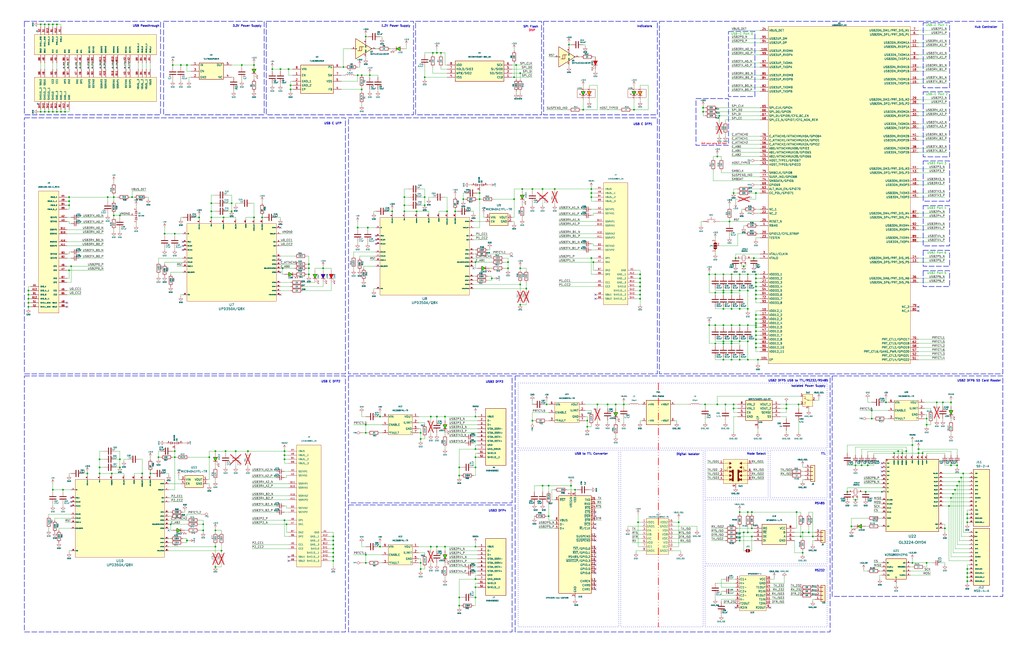
<source format=kicad_sch>
(kicad_sch (version 20231120) (generator "eeschema") (generator_version "8.0")
  (paper "User" 640 420)
  (title_block (title "USB 3.2 HUB") (date "2024-11-05") (rev "1.0") (company "Jobit Joseph @ Semicon Media"))
  (lib_symbols
    (symbol "12401598E4_2A:12401598E4_2A" (pin_names (offset 1.016))
      (property "Reference" "J" (at 3.556 39.624 0))
      (property "Value" "12401598E4_2A" (at -7.366 -40.132 0))
      (symbol "12401598E4_2A_0_0"
        (pin power_in line (at 12.7 -16.51 180) (length 5.08) (name "GND") (number "A1"))
        (pin passive line (at -12.7 6.35 0) (length 5.08) (name "SSRXN2") (number "A10"))
        (pin passive line (at -12.7 3.81 0) (length 5.08) (name "SSRXP2") (number "A11"))
        (pin power_in line (at 12.7 -19.05 180) (length 5.08) (name "GND__1") (number "A12"))
        (pin passive line (at -12.7 21.59 0) (length 5.08) (name "SSTXP1") (number "A2"))
        (pin passive line (at -12.7 19.05 0) (length 5.08) (name "SSTXN1") (number "A3"))
        (pin power_in line (at -12.7 34.29 0) (length 5.08) (name "VBUS") (number "A4"))
        (pin passive line (at -12.7 -24.13 0) (length 5.08) (name "CC1") (number "A5"))
        (pin passive line (at -12.7 -8.89 0) (length 5.08) (name "DP1") (number "A6"))
        (pin passive line (at -12.7 -11.43 0) (length 5.08) (name "DN1") (number "A7"))
        (pin passive line (at -12.7 -31.75 0) (length 5.08) (name "SBU1") (number "A8"))
        (pin power_in line (at -12.7 31.75 0) (length 5.08) (name "VBUS__1") (number "A9"))
        (pin power_in line (at 12.7 -21.59 180) (length 5.08) (name "GND__2") (number "B1"))
        (pin passive line (at -12.7 11.43 0) (length 5.08) (name "SSRXN1") (number "B10"))
        (pin passive line (at -12.7 13.97 0) (length 5.08) (name "SSRXP1") (number "B11"))
        (pin power_in line (at 12.7 -24.13 180) (length 5.08) (name "GND__3") (number "B12"))
        (pin passive line (at -12.7 -3.81 0) (length 5.08) (name "SSTXP2") (number "B2"))
        (pin passive line (at -12.7 -1.27 0) (length 5.08) (name "SSTXN2") (number "B3"))
        (pin power_in line (at -12.7 29.21 0) (length 5.08) (name "VBUS__2") (number "B4"))
        (pin passive line (at -12.7 -26.67 0) (length 5.08) (name "CC2") (number "B5"))
        (pin passive line (at -12.7 -19.05 0) (length 5.08) (name "DP2") (number "B6"))
        (pin passive line (at -12.7 -16.51 0) (length 5.08) (name "DN2") (number "B7"))
        (pin passive line (at -12.7 -34.29 0) (length 5.08) (name "SBU2") (number "B8"))
        (pin power_in line (at -12.7 26.67 0) (length 5.08) (name "VBUS__3") (number "B9"))
        (pin power_in line (at 12.7 -26.67 180) (length 5.08) (name "SHIELD") (number "SH1"))
        (pin power_in line (at 12.7 -29.21 180) (length 5.08) (name "SHIELD__1") (number "SH2"))
        (pin power_in line (at 12.7 -31.75 180) (length 5.08) (name "SHIELD__2") (number "SH3"))
        (pin power_in line (at 12.7 -34.29 180) (length 5.08) (name "SHIELD__3") (number "SH4"))
      )
    )
    (symbol "484050003:0484050003" (pin_names (offset 1.016))
      (property "Reference" "J" (at -1.016 15.748 0))
      (property "Value" "0484050003" (at -6.35 -22.86 0))
      (symbol "0484050003_0_0"
        (pin power_in line (at -11.43 10.16 0) (length 5.08) (name "VBUS") (number "1"))
        (pin bidirectional line (at -11.43 7.62 0) (length 5.08) (name "D-") (number "2"))
        (pin bidirectional line (at -11.43 5.08 0) (length 5.08) (name "D+") (number "3"))
        (pin power_in line (at -11.43 -7.62 0) (length 5.08) (name "GND") (number "4"))
        (pin bidirectional line (at -11.43 2.54 0) (length 5.08) (name "STDA_SSRX-") (number "5"))
        (pin bidirectional line (at -11.43 0 0) (length 5.08) (name "STDA_SSRX+") (number "6"))
        (pin power_in line (at -11.43 -10.16 0) (length 5.08) (name "GND_DRAIN") (number "7"))
        (pin bidirectional line (at -11.43 -2.54 0) (length 5.08) (name "STDA_SSTX-") (number "8"))
        (pin bidirectional line (at -11.43 -5.08 0) (length 5.08) (name "STDA_SSTX+") (number "9"))
        (pin passive line (at -11.43 -12.7 0) (length 5.08) (name "SHIELD") (number "S1"))
        (pin passive line (at -11.43 -15.24 0) (length 5.08) (name "SHIELD__1") (number "S2"))
      )
    )
    (symbol "ADM7171ACPZ-3_3-R7:ADM7171ACPZ-3.3-R7"
      (property "Reference" "IC" (at 5.842 7.62 0))
      (property "Value" "ADM7171ACPZ-3.3-R7" (at 5.842 5.08 0))
      (symbol "ADM7171ACPZ-3.3-R7_1_1"
        (pin passive line (at 26.67 0 180) (length 5.08) (name "VOUT_1") (number "1"))
        (pin passive line (at 26.67 -2.54 180) (length 5.08) (name "VOUT_2") (number "2"))
        (pin passive line (at 26.67 -5.08 180) (length 5.08) (name "SENSE") (number "3"))
        (pin passive line (at 26.67 -7.62 180) (length 5.08) (name "SS") (number "4"))
        (pin passive line (at 0 -5.08 0) (length 5.08) (name "EN") (number "5"))
        (pin passive line (at 0 -7.62 0) (length 5.08) (name "GND") (number "6"))
        (pin passive line (at 0 -2.54 0) (length 5.08) (name "VIN_1") (number "7"))
        (pin passive line (at 0 0 0) (length 5.08) (name "VIN_2") (number "8"))
        (pin passive line (at 12.7 -15.24 90) (length 5.08) (name "EP") (number "9"))
      )
    )
    (symbol "ADUM341:ADUM341E0BRWZ-RL" (pin_names (offset 0.254))
      (property "Reference" "U" (at 20.32 10.16 0))
      (property "Value" "ADUM341E0BRWZ-RL" (at 20.32 7.62 0))
      (symbol "ADUM341E0BRWZ-RL_0_1"
        (pin power_in line (at 0 0 0) (length 2.54) (name "VDD1") (number "1"))
        (pin input line (at 19.05 -15.24 180) (length 2.54) (name "VE2") (number "10"))
        (pin input line (at 19.05 -12.7 180) (length 2.54) (name "VID") (number "11"))
        (pin output line (at 19.05 -10.16 180) (length 2.54) (name "VOC") (number "12"))
        (pin output line (at 19.05 -7.62 180) (length 2.54) (name "VOB") (number "13"))
        (pin output line (at 19.05 -5.08 180) (length 2.54) (name "VOA") (number "14"))
        (pin power_out line (at 19.05 -2.54 180) (length 2.54) (name "GND2") (number "15"))
        (pin power_in line (at 19.05 0 180) (length 2.54) (name "VDD2") (number "16"))
        (pin power_out line (at 0 -2.54 0) (length 2.54) (name "GND1") (number "2"))
        (pin input line (at 0 -5.08 0) (length 2.54) (name "VIA") (number "3"))
        (pin input line (at 0 -7.62 0) (length 2.54) (name "VIB") (number "4"))
        (pin input line (at 0 -10.16 0) (length 2.54) (name "VIC") (number "5"))
        (pin output line (at 0 -12.7 0) (length 2.54) (name "VOD") (number "6"))
        (pin input line (at 0 -15.24 0) (length 2.54) (name "VE1") (number "7"))
        (pin power_out line (at 0 -17.78 0) (length 2.54) (name "GND1") (number "8"))
        (pin power_out line (at 19.05 -17.78 180) (length 2.54) (name "GND2") (number "9"))
      )
    )
    (symbol "B2612UDNB20D000312U1930:Bi_Colour_0606_LED"
      (property "Reference" "LED" (at 5.334 -4.826 0))
      (symbol "Bi_Colour_0606_LED_1_1"
        (pin passive line (at -2.54 -3.81 90) (length 2.54) (name "") (number "1"))
        (pin passive line (at -2.54 3.81 270) (length 2.54) (name "") (number "2"))
        (pin passive line (at 1.27 3.81 270) (length 2.54) (name "") (number "3"))
        (pin passive line (at 1.27 -3.81 90) (length 2.54) (name "") (number "4"))
      )
    )
    (symbol "C_1" (pin_numbers hide) (pin_names (offset 0.254))
      (property "Reference" "C31" (at 0.762 -2.032 0))
      (property "Value" "0.1uF" (at 0.762 -3.302 0))
      (symbol "C_1_1_1"
        (pin passive line (at 0 2.54 270) (length 1.524) (name "~") (number "1"))
        (pin passive line (at 0 -2.54 90) (length 1.524) (name "~") (number "2"))
      )
    )
    (symbol "Connector:TestPoint" (pin_numbers hide) (pin_names (offset 0.762) hide)
      (property "Reference" "TP" (at 0 6.858 0))
      (property "Value" "TestPoint" (at 0 5.08 0))
      (symbol "TestPoint_1_1"
        (pin passive line (at 0 0 90) (length 2.54) (name "1") (number "1"))
      )
    )
    (symbol "Connector_Generic:Conn_01x03" (pin_names (offset 1.016) hide)
      (property "Reference" "J" (at 0 5.08 0))
      (property "Value" "Conn_01x03" (at 0 -5.08 0))
      (symbol "Conn_01x03_1_1"
        (pin passive line (at -5.08 2.54 0) (length 3.81) (name "Pin_1") (number "1"))
        (pin passive line (at -5.08 0 0) (length 3.81) (name "Pin_2") (number "2"))
        (pin passive line (at -5.08 -2.54 0) (length 3.81) (name "Pin_3") (number "3"))
      )
    )
    (symbol "Connector_Generic:Conn_01x04" (pin_names (offset 1.016) hide)
      (property "Reference" "J" (at 0 5.08 0))
      (property "Value" "Conn_01x04" (at 0 -7.62 0))
      (symbol "Conn_01x04_1_1"
        (pin passive line (at -5.08 2.54 0) (length 3.81) (name "Pin_1") (number "1"))
        (pin passive line (at -5.08 0 0) (length 3.81) (name "Pin_2") (number "2"))
        (pin passive line (at -5.08 -2.54 0) (length 3.81) (name "Pin_3") (number "3"))
        (pin passive line (at -5.08 -5.08 0) (length 3.81) (name "Pin_4") (number "4"))
      )
    )
    (symbol "Device:C" (pin_numbers hide) (pin_names (offset 0.254))
      (property "Reference" "C" (at 0.635 2.54 0))
      (property "Value" "C" (at 0.635 -2.54 0))
      (symbol "C_1_1"
        (pin passive line (at 0 3.81 270) (length 2.794) (name "~") (number "1"))
        (pin passive line (at 0 -3.81 90) (length 2.794) (name "~") (number "2"))
      )
    )
    (symbol "Device:C_Small" (pin_numbers hide) (pin_names (offset 0.254) hide)
      (property "Reference" "C" (at 0.254 1.778 0))
      (property "Value" "C_Small" (at 0.254 -2.032 0))
      (symbol "C_Small_1_1"
        (pin passive line (at 0 2.54 270) (length 2.032) (name "~") (number "1"))
        (pin passive line (at 0 -2.54 90) (length 2.032) (name "~") (number "2"))
      )
    )
    (symbol "Device:L" (pin_numbers hide) (pin_names (offset 1.016) hide)
      (property "Reference" "L" (at -1.27 0 90))
      (property "Value" "L" (at 1.905 0 90))
      (symbol "L_1_1"
        (pin passive line (at 0 3.81 270) (length 1.27) (name "1") (number "1"))
        (pin passive line (at 0 -3.81 90) (length 1.27) (name "2") (number "2"))
      )
    )
    (symbol "Device:R" (pin_numbers hide) (pin_names (offset 0))
      (property "Reference" "R" (at 2.032 0 90))
      (property "Value" "R" (at 0 0 90))
      (symbol "R_1_1"
        (pin passive line (at 0 3.81 270) (length 1.27) (name "~") (number "1"))
        (pin passive line (at 0 -3.81 90) (length 1.27) (name "~") (number "2"))
      )
    )
    (symbol "Diode:BAV99" (pin_names hide)
      (property "Reference" "D1" (at 1.27 1.27 90))
      (property "Value" "BAV99" (at -0.254 1.27 90))
      (symbol "BAV99_1_1"
        (pin passive line (at -5.08 0 0) (length 2.54) (name "K") (number "1"))
        (pin passive line (at 5.08 0 180) (length 2.54) (name "A") (number "2"))
        (pin passive line (at 0 -3.81 90) (length 2.54) (name "K") (number "3"))
      )
    )
    (symbol "GL3224:GL3224-OIY04"
      (property "Reference" "U1" (at -1.016 9.144 0))
      (property "Value" "GL3224-OIY04" (at -8.382 6.096 0))
      (symbol "GL3224-OIY04_0_0"
        (pin unspecified line (at -19.05 20.32 0) (length 2.54) (name "TXN") (number "1"))
        (pin unspecified line (at -19.05 -2.54 0) (length 2.54) (name "SPI_MISO") (number "10"))
        (pin unspecified line (at -19.05 -5.08 0) (length 2.54) (name "SPI_MOSI") (number "11"))
        (pin unspecified line (at -19.05 -7.62 0) (length 2.54) (name "SPI_CK") (number "12"))
        (pin unspecified line (at -19.05 -10.16 0) (length 2.54) (name "SPI_CS") (number "13"))
        (pin unspecified line (at -19.05 -19.05 0) (length 2.54) (name "LED") (number "14"))
        (pin unspecified line (at 0 25.4 270) (length 2.54) (name "VBUS") (number "15"))
        (pin unspecified line (at -6.35 25.4 270) (length 2.54) (name "DVDD33") (number "16"))
        (pin unspecified line (at -3.81 25.4 270) (length 2.54) (name "DVDD12") (number "17"))
        (pin unspecified line (at 19.05 3.81 180) (length 2.54) (name "SD_D1") (number "18"))
        (pin unspecified line (at 19.05 6.35 180) (length 2.54) (name "SD_D0") (number "19"))
        (pin unspecified line (at -19.05 17.78 0) (length 2.54) (name "TXP") (number "2"))
        (pin unspecified line (at 19.05 11.43 180) (length 2.54) (name "SD_CK") (number "20"))
        (pin unspecified line (at 19.05 8.89 180) (length 2.54) (name "SD_CM") (number "21"))
        (pin unspecified line (at 19.05 -1.27 180) (length 2.54) (name "SD_D3") (number "22"))
        (pin unspecified line (at 19.05 1.27 180) (length 2.54) (name "SD_D2") (number "23"))
        (pin unspecified line (at 8.89 25.4 270) (length 2.54) (name "VUHSI") (number "24"))
        (pin unspecified line (at 6.35 25.4 270) (length 2.54) (name "DVDD33") (number "25"))
        (pin unspecified line (at 19.05 13.97 180) (length 2.54) (name "SD_VCC") (number "26"))
        (pin unspecified line (at 19.05 -17.78 180) (length 2.54) (name "GND") (number "27"))
        (pin unspecified line (at 19.05 -3.81 180) (length 2.54) (name "SD_WP") (number "28"))
        (pin unspecified line (at 19.05 -6.35 180) (length 2.54) (name "SD_CDZ") (number "29"))
        (pin unspecified line (at -8.89 25.4 270) (length 2.54) (name "AVDD12") (number "3"))
        (pin unspecified line (at 3.81 25.4 270) (length 2.54) (name "AVDD33") (number "30"))
        (pin unspecified line (at -19.05 7.62 0) (length 2.54) (name "DM") (number "31"))
        (pin unspecified line (at -19.05 10.16 0) (length 2.54) (name "DP") (number "32"))
        (pin unspecified line (at 19.05 -20.32 180) (length 2.54) (name "EP") (number "33"))
        (pin unspecified line (at -19.05 15.24 0) (length 2.54) (name "RXN") (number "4"))
        (pin unspecified line (at -19.05 12.7 0) (length 2.54) (name "RXP") (number "5"))
        (pin unspecified line (at -19.05 5.08 0) (length 2.54) (name "X1") (number "6"))
        (pin unspecified line (at -19.05 2.54 0) (length 2.54) (name "X2") (number "7"))
        (pin unspecified line (at -11.43 25.4 270) (length 2.54) (name "AVDD33") (number "8"))
        (pin unspecified line (at -19.05 -13.97 0) (length 2.54) (name "RTERM") (number "9"))
      )
    )
    (symbol "Interface_USB:CP2102N-Axx-xQFN28"
      (property "Reference" "U" (at -8.89 31.75 0))
      (property "Value" "CP2102N-Axx-xQFN28" (at 12.7 31.75 0))
      (symbol "CP2102N-Axx-xQFN28_1_1"
        (pin input line (at 12.7 12.7 180) (length 2.54) (name "~{DCD}") (number "1"))
        (pin no_connect line (at -10.16 -27.94 0) (length 2.54) hide (name "NC") (number "10"))
        (pin output line (at 12.7 2.54 180) (length 2.54) (name "~{SUSPEND}") (number "11"))
        (pin output line (at 12.7 5.08 180) (length 2.54) (name "SUSPEND") (number "12"))
        (pin output line (at 12.7 -22.86 180) (length 2.54) (name "CHREN") (number "13"))
        (pin output line (at 12.7 -27.94 180) (length 2.54) (name "CHR1") (number "14"))
        (pin output line (at 12.7 -25.4 180) (length 2.54) (name "CHR0") (number "15"))
        (pin bidirectional line (at 12.7 -10.16 180) (length 2.54) (name "~{WAKEUP}/GPIO.3") (number "16"))
        (pin bidirectional line (at 12.7 -7.62 180) (length 2.54) (name "RS485/GPIO.2") (number "17"))
        (pin bidirectional line (at 12.7 -5.08 180) (length 2.54) (name "~{RXT}/GPIO.1") (number "18"))
        (pin bidirectional line (at 12.7 -2.54 180) (length 2.54) (name "~{TXT}/GPIO.0") (number "19"))
        (pin bidirectional line (at 12.7 10.16 180) (length 2.54) (name "~{RI}/CLK") (number "2"))
        (pin bidirectional line (at 12.7 -17.78 180) (length 2.54) (name "GPIO.6") (number "20"))
        (pin bidirectional line (at 12.7 -15.24 180) (length 2.54) (name "GPIO.5") (number "21"))
        (pin bidirectional line (at 12.7 -12.7 180) (length 2.54) (name "GPIO.4") (number "22"))
        (pin input line (at 12.7 20.32 180) (length 2.54) (name "~{CTS}") (number "23"))
        (pin output line (at 12.7 22.86 180) (length 2.54) (name "~{RTS}") (number "24"))
        (pin input line (at 12.7 25.4 180) (length 2.54) (name "RXD") (number "25"))
        (pin output line (at 12.7 27.94 180) (length 2.54) (name "TXD") (number "26"))
        (pin input line (at 12.7 17.78 180) (length 2.54) (name "~{DSR}") (number "27"))
        (pin output line (at 12.7 15.24 180) (length 2.54) (name "~{DTR}") (number "28"))
        (pin passive line (at 0 -33.02 90) (length 2.54) hide (name "GND") (number "29"))
        (pin power_in line (at 0 -33.02 90) (length 2.54) (name "GND") (number "3"))
        (pin bidirectional line (at -12.7 10.16 0) (length 2.54) (name "D+") (number "4"))
        (pin bidirectional line (at -12.7 12.7 0) (length 2.54) (name "D-") (number "5"))
        (pin power_in line (at 0 33.02 270) (length 2.54) (name "VDD") (number "6"))
        (pin power_in line (at -2.54 33.02 270) (length 2.54) (name "VREGIN") (number "7"))
        (pin input line (at -12.7 15.24 0) (length 2.54) (name "VBUS") (number "8"))
        (pin input line (at -12.7 27.94 0) (length 2.54) (name "~{RST}") (number "9"))
      )
    )
    (symbol "Jumper:SolderJumper_2_Open" (pin_numbers hide) (pin_names (offset 0) hide) (exclude_from_sim yes) (in_bom no)
      (property "Reference" "JP2" (at 0 2.54 0))
      (symbol "SolderJumper_2_Open_1_1"
        (pin passive line (at -2.54 0 0) (length 1.27) (name "A") (number "1"))
        (pin passive line (at 2.54 0 180) (length 1.27) (name "B") (number "2"))
      )
    )
    (symbol "Jumper:SolderJumper_3_Open" (pin_names (offset 0) hide) (exclude_from_sim yes) (in_bom no)
      (property "Reference" "JP1" (at 0 1.27 90))
      (symbol "SolderJumper_3_Open_1_1"
        (pin passive line (at -3.81 0 0) (length 1.27) (name "A") (number "1"))
        (pin passive line (at 0 -2.54 90) (length 1.27) (name "C") (number "2"))
        (pin passive line (at 3.81 0 180) (length 1.27) (name "B") (number "3"))
      )
    )
    (symbol "LED_3" (pin_numbers hide) (pin_names (offset 1.016) hide)
      (property "Reference" "LED6" (at 0.0635 -5.334 0))
      (property "Value" "LED" (at 0.0635 -3.556 0))
      (symbol "LED_3_1_1"
        (pin passive line (at -3.81 0 0) (length 2.54) (name "K") (number "1"))
        (pin passive line (at 3.81 0 180) (length 2.54) (name "A") (number "2"))
      )
    )
    (symbol "LED_4" (pin_numbers hide) (pin_names (offset 1.016) hide)
      (property "Reference" "LED2" (at 0 -5.08 0))
      (property "Value" "CHG" (at 0 -2.54 0))
      (symbol "LED_4_1_1"
        (pin passive line (at -3.81 0 0) (length 2.54) (name "K") (number "1"))
        (pin passive line (at 3.81 0 180) (length 2.54) (name "A") (number "2"))
      )
    )
    (symbol "LED_5" (pin_numbers hide) (pin_names (offset 1.016) hide)
      (property "Reference" "LED3" (at 0 -5.08 0))
      (property "Value" "CHG" (at 0 -2.54 0))
      (symbol "LED_5_1_1"
        (pin passive line (at -3.81 0 0) (length 2.54) (name "K") (number "1"))
        (pin passive line (at 3.81 0 180) (length 2.54) (name "A") (number "2"))
      )
    )
    (symbol "MIC2009YML:MIC2009YML-TR" (pin_names (offset 0.254))
      (property "Reference" "U" (at 35.56 10.16 0))
      (property "Value" "MIC2009YML-TR" (at 35.56 7.62 0))
      (symbol "MIC2009YML-TR_0_1"
        (pin output line (at 26.67 0 180) (length 3.81) (name "VOUT") (number "1"))
        (pin input line (at 26.67 -3.81 180) (length 3.81) (name "ILIMIT") (number "2"))
        (pin output line (at 3.81 -10.16 0) (length 3.81) (name "*FAULT") (number "3"))
        (pin input line (at 3.81 -5.08 0) (length 3.81) (name "ENABLE") (number "4"))
        (pin power_in line (at 26.67 -7.62 180) (length 3.81) (name "GND") (number "5"))
        (pin input line (at 3.81 0 0) (length 3.81) (name "VIN") (number "6"))
        (pin unspecified line (at 26.67 -10.16 180) (length 3.81) (name "7") (number "7"))
      )
    )
    (symbol "MIC94041YFL:MIC94041YFL-TR"
      (property "Reference" "IC" (at 0.254 7.62 0))
      (property "Value" "MIC94041YFL-TR" (at 0.254 5.08 0))
      (symbol "MIC94041YFL-TR_1_1"
        (pin passive line (at 16.51 0 180) (length 2.54) (name "VOUT") (number "1"))
        (pin passive line (at 16.51 -2.54 180) (length 2.54) (name "GND") (number "2"))
        (pin passive line (at 0 0 0) (length 2.54) (name "VIN") (number "3"))
        (pin passive line (at 0 -2.54 0) (length 2.54) (name "EN") (number "4"))
      )
    )
    (symbol "MSD-4-A:MSD-4-A" (pin_names (offset 1.016))
      (property "Reference" "J12" (at 1.27 1.2701 0))
      (property "Value" "MSD-4-A" (at -1.524 -1.778 0))
      (symbol "MSD-4-A_0_0"
        (pin bidirectional line (at -12.7 2.54 0) (length 2.54) (name "DAT2") (number "1"))
        (pin bidirectional line (at -12.7 0 0) (length 2.54) (name "CD/DAT3") (number "2"))
        (pin bidirectional line (at -12.7 10.16 0) (length 2.54) (name "CMD") (number "3"))
        (pin power_in line (at -12.7 15.24 0) (length 2.54) (name "VDD") (number "4"))
        (pin input clock (at -12.7 12.7 0) (length 2.54) (name "CLK") (number "5"))
        (pin power_in line (at -12.7 -5.08 0) (length 2.54) (name "VSS") (number "6"))
        (pin bidirectional line (at -12.7 7.62 0) (length 2.54) (name "DAT0") (number "7"))
        (pin bidirectional line (at -12.7 5.08 0) (length 2.54) (name "DAT1") (number "8"))
        (pin passive line (at -12.7 -2.54 0) (length 2.54) (name "CD") (number "CD"))
        (pin power_in line (at -12.7 -7.62 0) (length 2.54) (name "COVER_GND") (number "G1"))
        (pin power_in line (at -12.7 -10.16 0) (length 2.54) (name "COVER_GND__1") (number "G2"))
        (pin power_in line (at -12.7 -12.7 0) (length 2.54) (name "COVER_GND__2") (number "G3"))
        (pin power_in line (at -12.7 -15.24 0) (length 2.54) (name "COVER_GND__3") (number "G4"))
      )
    )
    (symbol "OS102011MA1QN1:OS102011MA1QN1" (pin_names (offset 0.254))
      (property "Reference" "SW" (at 10.16 7.62 0))
      (property "Value" "OS102011MA1QN1" (at 10.16 5.08 0))
      (symbol "OS102011MA1QN1_1_1"
        (pin unspecified line (at 0 2.54 0) (length 1.27) (name "") (number "1"))
        (pin unspecified line (at 8.89 0 180) (length 1.27) (name "") (number "2"))
        (pin unspecified line (at 0 -2.54 0) (length 1.27) (name "") (number "3"))
        (pin unspecified line (at 5.08 -5.08 90) (length 1.27) (name "") (number "4"))
        (pin unspecified line (at 5.08 -5.08 90) (length 1.27) hide (name "") (number "5"))
      )
    )
    (symbol "OS203011MA2QP1:OS203011MA2QP1" (pin_names (offset 0.254))
      (property "Reference" "SW" (at 1.016 8.636 0))
      (property "Value" "OS203011MA2QP1" (at 1.524 10.922 0))
      (symbol "OS203011MA2QP1_1_1"
        (text "Com" (at -6.35 0.762 0) (effects (font (size 0.508 0.508) (bold yes))))
        (text "Com" (at 6.35 0.762 0) (effects (font (size 0.508 0.508) (bold yes))))
        (pin unspecified line (at -10.16 5.08 0) (length 2.54) (name "") (number "1"))
        (pin unspecified line (at -10.16 0 0) (length 2.54) (name "") (number "2"))
        (pin unspecified line (at -10.16 -2.54 0) (length 2.54) (name "") (number "3"))
        (pin unspecified line (at -10.16 -5.08 0) (length 2.54) (name "") (number "4"))
        (pin unspecified line (at 10.16 5.08 180) (length 2.54) (name "") (number "5"))
        (pin unspecified line (at 10.16 0 180) (length 2.54) (name "") (number "6"))
        (pin unspecified line (at 10.16 -2.54 180) (length 2.54) (name "") (number "7"))
        (pin unspecified line (at 10.16 -5.08 180) (length 2.54) (name "") (number "8"))
        (pin unspecified line (at 0 -10.16 90) (length 2.54) (name "") (number "9"))
      )
    )
    (symbol "RFM-0505S:RFM-0505S" (pin_names (offset 1.016))
      (property "Reference" "PS" (at -10.16 8.89 0))
      (property "Value" "RFM-0505S" (at -10.16 -10.16 0))
      (symbol "RFM-0505S_0_0"
        (pin input line (at -10.16 -5.08 0) (length 2.54) (name "-VIN") (number "1"))
        (pin input line (at -10.16 5.08 0) (length 2.54) (name "+VIN") (number "2"))
        (pin output line (at 10.16 -5.08 180) (length 2.54) (name "-VOUT") (number "3"))
        (pin output line (at 10.16 5.08 180) (length 2.54) (name "+VOUT") (number "4"))
      )
    )
    (symbol "SD-2-A:SD-2-A" (pin_names (offset 1.016))
      (property "Reference" "J11" (at 11.43 -1.2699 0))
      (property "Value" "SD-2-A" (at 11.43 -3.8099 0))
      (symbol "SD-2-A_0_0"
        (pin bidirectional line (at -12.7 -2.54 0) (length 2.54) (name "CD/DAT3") (number "1"))
        (pin bidirectional line (at -12.7 7.62 0) (length 2.54) (name "CMD") (number "2"))
        (pin power_in line (at -12.7 -10.16 0) (length 2.54) (name "VSS1") (number "3"))
        (pin power_in line (at -12.7 12.7 0) (length 2.54) (name "VDD") (number "4"))
        (pin input clock (at -12.7 10.16 0) (length 2.54) (name "CLK") (number "5"))
        (pin power_in line (at -12.7 -12.7 0) (length 2.54) (name "VSS2") (number "6"))
        (pin bidirectional line (at -12.7 5.08 0) (length 2.54) (name "DAT0") (number "7"))
        (pin bidirectional line (at -12.7 2.54 0) (length 2.54) (name "DAT1") (number "8"))
        (pin bidirectional line (at -12.7 0 0) (length 2.54) (name "DAT2") (number "9"))
        (pin passive line (at -12.7 -7.62 0) (length 2.54) (name "CD") (number "CD"))
        (pin power_in line (at -12.7 -15.24 0) (length 2.54) (name "COVER_GND") (number "G1"))
        (pin power_in line (at -12.7 -17.78 0) (length 2.54) (name "COVER_GND__1") (number "G2"))
        (pin passive line (at -12.7 -5.08 0) (length 2.54) (name "WP") (number "WP"))
      )
    )
    (symbol "SN74LVC1G14DCKR:SN74LVC1G14DCKR" (pin_names (offset 0.254))
      (property "Reference" "U" (at 27.94 10.16 0))
      (property "Value" "SN74LVC1G14DCKR" (at 27.94 7.62 0))
      (symbol "SN74LVC1G14DCKR_0_1"
        (pin input line (at 0 0 0) (length 2.54) (name "A") (number "2"))
        (pin power_in line (at 8.89 -5.08 90) (length 2.54) (name "GND") (number "3"))
      )
      (symbol "SN74LVC1G14DCKR_1_1"
        (pin unspecified line (at 0 2.54 0) (length 2.54) hide (name "NC") (number "1"))
        (pin output line (at 15.24 0 180) (length 2.54) (name "Y") (number "4"))
        (pin power_in line (at 8.89 6.35 270) (length 3.81) (name "VCC") (number "5"))
      )
    )
    (symbol "SP3232EEY_L:SP3232EEY-L" (pin_names (offset 0.254))
      (property "Reference" "U" (at 22.86 10.16 0))
      (property "Value" "SP3232EEY-L" (at 20.32 7.62 0))
      (symbol "SP3232EEY-L_0_1"
        (pin unspecified line (at 0 0 0) (length 2.54) (name "C1+") (number "1"))
        (pin input line (at 21.59 -15.24 180) (length 2.54) (name "T2IN") (number "10"))
        (pin input line (at 21.59 -12.7 180) (length 2.54) (name "T1IN") (number "11"))
        (pin output line (at 21.59 -10.16 180) (length 2.54) (name "R1OUT") (number "12"))
        (pin input line (at 21.59 -7.62 180) (length 2.54) (name "R1IN") (number "13"))
        (pin output line (at 21.59 -5.08 180) (length 2.54) (name "T1OUT") (number "14"))
        (pin power_out line (at 21.59 -2.54 180) (length 2.54) (name "GND") (number "15"))
        (pin power_in line (at 21.59 0 180) (length 2.54) (name "VCC") (number "16"))
        (pin power_in line (at 0 -2.54 0) (length 2.54) (name "V+") (number "2"))
        (pin unspecified line (at 0 -5.08 0) (length 2.54) (name "C1-") (number "3"))
        (pin unspecified line (at 0 -7.62 0) (length 2.54) (name "C2+") (number "4"))
        (pin unspecified line (at 0 -10.16 0) (length 2.54) (name "C2-") (number "5"))
        (pin power_in line (at 0 -12.7 0) (length 2.54) (name "V-") (number "6"))
        (pin output line (at 0 -15.24 0) (length 2.54) (name "T2OUT") (number "7"))
        (pin input line (at 0 -17.78 0) (length 2.54) (name "R2IN") (number "8"))
        (pin output line (at 21.59 -17.78 180) (length 2.54) (name "R2OUT") (number "9"))
      )
    )
    (symbol "SST26VF016BT-80E_SN:SST26VF016BT-80E_SN"
      (property "Reference" "IC" (at 36.83 7.62 0))
      (property "Value" "SST26VF016BT-80E_SN" (at 36.83 5.08 0))
      (symbol "SST26VF016BT-80E_SN_1_1"
        (pin passive line (at 40.64 -7.62 180) (length 5.08) (name "CE#") (number "1"))
        (pin passive line (at 40.64 -5.08 180) (length 5.08) (name "SO/SIO1") (number "2"))
        (pin passive line (at 0 -5.08 0) (length 5.08) (name "WP#/SIO2") (number "3"))
        (pin passive line (at 0 -7.62 0) (length 5.08) (name "VSS") (number "4"))
        (pin passive line (at 40.64 -2.54 180) (length 5.08) (name "SI/SIO0") (number "5"))
        (pin passive line (at 40.64 0 180) (length 5.08) (name "SCK") (number "6"))
        (pin passive line (at 0 -2.54 0) (length 5.08) (name "HOLD/SIO3") (number "7"))
        (pin passive line (at 0 0 0) (length 5.08) (name "VDD") (number "8"))
      )
    )
    (symbol "SchematicLibrary:R" (pin_numbers hide) (pin_names (offset 0))
      (property "Reference" "R" (at 2.032 0 90))
      (property "Value" "R" (at 0 0 90))
      (symbol "R_1_1"
        (pin passive line (at 0 3.81 270) (length 1.27) (name "~") (number "1"))
        (pin passive line (at 0 -3.81 90) (length 1.27) (name "~") (number "2"))
      )
    )
    (symbol "SchematicLibrary:SP485REN-L_TR"
      (property "Reference" "IC" (at 21.59 7.62 0))
      (property "Value" "SP485REN-L_TR" (at 21.59 5.08 0))
      (symbol "SP485REN-L_TR_1_1"
        (pin passive line (at 0 0 0) (length 5.08) (name "RO") (number "1"))
        (pin passive line (at 0 -2.54 0) (length 5.08) (name "~{RE}") (number "2"))
        (pin passive line (at 0 -5.08 0) (length 5.08) (name "DE") (number "3"))
        (pin passive line (at 0 -7.62 0) (length 5.08) (name "DI") (number "4"))
        (pin passive line (at 25.4 -7.62 180) (length 5.08) (name "GND") (number "5"))
        (pin passive line (at 25.4 -5.08 180) (length 5.08) (name "A") (number "6"))
        (pin passive line (at 25.4 -2.54 180) (length 5.08) (name "B") (number "7"))
        (pin passive line (at 25.4 0 180) (length 5.08) (name "VCC") (number "8"))
      )
    )
    (symbol "Switch:SW_Push" (pin_numbers hide) (pin_names (offset 1.016) hide)
      (property "Reference" "SW1" (at 0 4.064 0))
      (symbol "SW_Push_0_1"
        (pin passive line (at -5.08 0 0) (length 2.54) (name "1") (number "1"))
        (pin passive line (at 5.08 0 180) (length 2.54) (name "2") (number "2"))
      )
      (symbol "SW_Push_1_1"
        (pin passive line (at -5.08 0 0) (length 2.54) (name "3") (number "3"))
      )
    )
    (symbol "TLV62084DSGR:TLV62084DSGR"
      (property "Reference" "IC" (at 26.67 7.62 0))
      (property "Value" "TLV62084DSGR" (at 26.67 5.08 0))
      (symbol "TLV62084DSGR_1_1"
        (pin passive line (at 0 -3.81 0) (length 5.08) (name "EN") (number "1"))
        (pin passive line (at 0 -7.62 0) (length 5.08) (name "GND_1") (number "2"))
        (pin passive line (at 0 -10.16 0) (length 5.08) (name "GND_2") (number "3"))
        (pin passive line (at 30.48 -12.7 180) (length 5.08) (name "FB") (number "4"))
        (pin passive line (at 30.48 -7.62 180) (length 5.08) (name "VOS") (number "5"))
        (pin passive line (at 30.48 1.27 180) (length 5.08) (name "PG") (number "6"))
        (pin passive line (at 30.48 -3.81 180) (length 5.08) (name "SW") (number "7"))
        (pin passive line (at 0 0 0) (length 5.08) (name "VIN") (number "8"))
        (pin passive line (at 0 -12.7 0) (length 5.08) (name "EP") (number "9"))
      )
    )
    (symbol "TLV75533PDBVR:TLV75533PDBVR"
      (property "Reference" "IC" (at 21.59 7.62 0))
      (property "Value" "TLV75533PDBVR" (at 21.59 5.08 0))
      (symbol "TLV75533PDBVR_1_1"
        (pin passive line (at 0 1.27 0) (length 5.08) (name "IN") (number "1"))
        (pin passive line (at 0 -6.35 0) (length 5.08) (name "GND") (number "2"))
        (pin passive line (at 0 -2.54 0) (length 5.08) (name "EN") (number "3"))
        (pin passive line (at 25.4 -6.35 180) (length 5.08) (name "NC") (number "4"))
        (pin passive line (at 25.4 1.27 180) (length 5.08) (name "OUT") (number "5"))
      )
    )
    (symbol "UPD350A_Q8X:UPD350A_Q8X" (pin_names (offset 0.254))
      (property "Reference" "U" (at 34.036 -7.62 0))
      (property "Value" "UPD350A/Q8X" (at 32.004 -13.462 0))
      (symbol "UPD350A_Q8X_1_1"
        (pin unspecified line (at 60.96 -7.62 180) (length 2.54) (name "CC2") (number "1"))
        (pin power_in line (at 49.53 8.89 270) (length 2.54) (name "3V3_VBUS") (number "10"))
        (pin power_in line (at 44.45 8.89 270) (length 2.54) (name "VDD18_CAP") (number "11"))
        (pin power_in line (at 25.4 8.89 270) (length 2.54) (name "VDD33IO") (number "12"))
        (pin bidirectional line (at 0 -7.62 0) (length 2.54) (name "I2C_DAT") (number "13"))
        (pin power_in line (at 33.02 8.89 270) (length 2.54) (name "VDD_I2C") (number "14"))
        (pin bidirectional line (at 0 -10.16 0) (length 2.54) (name "I2C_CLK") (number "15"))
        (pin bidirectional line (at 60.96 -24.13 180) (length 2.54) (name "GPIO0") (number "16"))
        (pin bidirectional line (at 60.96 -16.51 180) (length 2.54) (name "GPIO1") (number "17"))
        (pin bidirectional line (at 60.96 -21.59 180) (length 2.54) (name "OCS_COMP2/GPIO2") (number "18"))
        (pin bidirectional line (at 60.96 -19.05 180) (length 2.54) (name "GPIO3") (number "19"))
        (pin power_in line (at 0 0 0) (length 2.54) (name "VS") (number "2"))
        (pin power_in line (at 39.37 8.89 270) (length 2.54) (name "VDD18") (number "20"))
        (pin unspecified line (at 0 -5.08 0) (length 2.54) (name "IRQ_N") (number "21"))
        (pin input line (at 0 -20.32 0) (length 2.54) (name "RESET_N") (number "22"))
        (pin bidirectional line (at 60.96 -13.97 180) (length 2.54) (name "GPO4") (number "23"))
        (pin bidirectional line (at 60.96 3.81 180) (length 2.54) (name "GPIO5") (number "24"))
        (pin bidirectional line (at 60.96 -30.48 180) (length 2.54) (name "GPIO6") (number "25"))
        (pin bidirectional line (at 60.96 -33.02 180) (length 2.54) (name "GPIO7") (number "26"))
        (pin bidirectional line (at 60.96 -35.56 180) (length 2.54) (name "GPIO8") (number "27"))
        (pin bidirectional line (at 60.96 -38.1 180) (length 2.54) (name "HPD/GPIO9") (number "28"))
        (pin power_out line (at 0 -38.1 0) (length 2.54) (name "VSS") (number "29"))
        (pin unspecified line (at 60.96 -5.08 180) (length 2.54) (name "CC1") (number "3"))
        (pin unspecified line (at 60.96 0 180) (length 2.54) (name "VBUS_DET") (number "4"))
        (pin unspecified line (at 0 -15.24 0) (length 2.54) (name "CFG_SEL") (number "5"))
        (pin unspecified line (at 0 -24.13 0) (length 2.54) (name "OCS_COMP1") (number "6"))
        (pin unspecified line (at 0 -17.78 0) (length 2.54) (name "PWR_DN") (number "7"))
        (pin power_in line (at 10.16 8.89 270) (length 2.54) (name "3V3_ALW") (number "8"))
        (pin power_in line (at 17.78 8.89 270) (length 2.54) (name "VSW") (number "9"))
      )
    )
    (symbol "USB4155-03-C_REVA:USB4155-03-C_REVA" (pin_names (offset 1.016))
      (property "Reference" "J" (at -12.7 16.002 0))
      (property "Value" "USB4155-03-C_REVA" (at -8.636 -40.132 0))
      (symbol "USB4155-03-C_REVA_0_0"
        (pin power_in line (at -11.43 -21.59 0) (length 5.08) (name "GND_A") (number "A1"))
        (pin bidirectional line (at 11.43 6.35 180) (length 5.08) (name "SSRXN2") (number "A10"))
        (pin bidirectional line (at 11.43 3.81 180) (length 5.08) (name "SSRXP2") (number "A11"))
        (pin power_in line (at -11.43 -24.13 0) (length 5.08) (name "GND_A__1") (number "A12"))
        (pin bidirectional line (at 11.43 21.59 180) (length 5.08) (name "SSTXP1") (number "A2"))
        (pin bidirectional line (at 11.43 19.05 180) (length 5.08) (name "SSTXN1") (number "A3"))
        (pin power_in line (at 11.43 34.29 180) (length 5.08) (name "VBUS_A") (number "A4"))
        (pin bidirectional line (at 11.43 -24.13 180) (length 5.08) (name "CC1") (number "A5"))
        (pin bidirectional line (at 11.43 -8.89 180) (length 5.08) (name "DP1") (number "A6"))
        (pin bidirectional line (at 11.43 -11.43 180) (length 5.08) (name "DN1") (number "A7"))
        (pin bidirectional line (at 11.43 -31.75 180) (length 5.08) (name "SBU1") (number "A8"))
        (pin power_in line (at 11.43 31.75 180) (length 5.08) (name "VBUS_A__1") (number "A9"))
        (pin power_in line (at -11.43 -26.67 0) (length 5.08) (name "GND_B") (number "B1"))
        (pin bidirectional line (at 11.43 11.43 180) (length 5.08) (name "SSRXN1") (number "B10"))
        (pin bidirectional line (at 11.43 13.97 180) (length 5.08) (name "SSRXP1") (number "B11"))
        (pin power_in line (at -11.43 -29.21 0) (length 5.08) (name "GND_B__1") (number "B12"))
        (pin bidirectional line (at 11.43 -3.81 180) (length 5.08) (name "SSTXP2") (number "B2"))
        (pin bidirectional line (at 11.43 -1.27 180) (length 5.08) (name "SSTXN2") (number "B3"))
        (pin power_in line (at 11.43 29.21 180) (length 5.08) (name "VBUS_B") (number "B4"))
        (pin bidirectional line (at 11.43 -26.67 180) (length 5.08) (name "CC2") (number "B5"))
        (pin bidirectional line (at 11.43 -19.05 180) (length 5.08) (name "DP2") (number "B6"))
        (pin bidirectional line (at 11.43 -16.51 180) (length 5.08) (name "DN2") (number "B7"))
        (pin bidirectional line (at 11.43 -34.29 180) (length 5.08) (name "SBU2") (number "B8"))
        (pin power_in line (at 11.43 26.67 180) (length 5.08) (name "VBUS_B__1") (number "B9"))
        (pin power_in line (at -11.43 -31.75 0) (length 5.08) (name "SHELL_GND") (number "S1"))
      )
      (symbol "USB4155-03-C_REVA_1_0"
        (pin power_in line (at -11.43 -34.29 0) (length 5.08) (name "SHELL_GND") (number "S2"))
      )
    )
    (symbol "USB5926CT_KD:USB5926CT_KD"
      (property "Reference" "IC" (at 14.986 111.76 0))
      (property "Value" "USB5926CT_KD" (at 14.224 109.474 0))
      (symbol "USB5926CT_KD_1_1"
        (pin passive line (at -49.53 -19.05 0) (length 5.08) (name "RBIAS") (number "1"))
        (pin passive line (at -49.53 -72.39 0) (length 5.08) (name "VDD12_1") (number "10"))
        (pin passive line (at -49.53 90.17 0) (length 5.08) (name "USB3UP_RXDMA") (number "100"))
        (pin passive line (at -49.53 -102.87 0) (length 5.08) (name "EP") (number "101"))
        (pin passive line (at 49.53 92.71 180) (length 5.08) (name "USB3DN_RXDP1A") (number "11"))
        (pin passive line (at 49.53 95.25 180) (length 5.08) (name "USB3DN_RXDM1A") (number "12"))
        (pin passive line (at 49.53 -41.91 180) (length 5.08) (name "USB2DN_DP5/PRT_DIS_P5") (number "13"))
        (pin passive line (at 49.53 -39.37 180) (length 5.08) (name "USB2DN_DM5/PRT_DIS_M5") (number "14"))
        (pin passive line (at 49.53 69.85 180) (length 5.08) (name "USB3DN_TXDP1B") (number "15"))
        (pin passive line (at 49.53 72.39 180) (length 5.08) (name "USB3DN_TXDM1B") (number "16"))
        (pin passive line (at -49.53 -74.93 0) (length 5.08) (name "VDD12_2") (number "17"))
        (pin passive line (at 49.53 77.47 180) (length 5.08) (name "USB3DN_RXDP1B") (number "18"))
        (pin passive line (at 49.53 80.01 180) (length 5.08) (name "USB3DN_RXDM1B") (number "19"))
        (pin passive line (at -49.53 -49.53 0) (length 5.08) (name "VDD33_1") (number "2"))
        (pin passive line (at -49.53 -24.13 0) (length 5.08) (name "GPIO12/CFG_STRAP") (number "20"))
        (pin passive line (at -49.53 -8.89 0) (length 5.08) (name "NC_1") (number "21"))
        (pin passive line (at -49.53 -11.43 0) (length 5.08) (name "NC_2") (number "22"))
        (pin passive line (at -49.53 -26.67 0) (length 5.08) (name "TESTEN") (number "23"))
        (pin passive line (at -49.53 102.87 0) (length 5.08) (name "VBUS_DET") (number "24"))
        (pin passive line (at -49.53 -16.51 0) (length 5.08) (name "RESET_N") (number "25"))
        (pin passive line (at -49.53 -77.47 0) (length 5.08) (name "VDD12_3") (number "26"))
        (pin passive line (at -49.53 -54.61 0) (length 5.08) (name "VDD33_3") (number "27"))
        (pin passive line (at 49.53 57.15 180) (length 5.08) (name "USB2DN_DP2/PRT_DIS_P2") (number "28"))
        (pin passive line (at 49.53 59.69 180) (length 5.08) (name "USB2DN_DM2/PRT_DIS_M2") (number "29"))
        (pin passive line (at -49.53 -36.83 0) (length 5.08) (name "XTALI/CLKIN") (number "3"))
        (pin passive line (at 49.53 41.91 180) (length 5.08) (name "USB3DN_TXDP2A") (number "30"))
        (pin passive line (at 49.53 44.45 180) (length 5.08) (name "USB3DN_TXDM2A") (number "31"))
        (pin passive line (at -49.53 -80.01 0) (length 5.08) (name "VDD12_4") (number "32"))
        (pin passive line (at 49.53 49.53 180) (length 5.08) (name "USB3DN_RXDP2A") (number "33"))
        (pin passive line (at 49.53 52.07 180) (length 5.08) (name "USB3DN_RXDM2A") (number "34"))
        (pin passive line (at 49.53 -54.61 180) (length 5.08) (name "USB2DN_DP6/PRT_DIS_P6") (number "35"))
        (pin passive line (at 49.53 -52.07 180) (length 5.08) (name "USB2DN_DM6/PRT_DIS_M6") (number "36"))
        (pin passive line (at 49.53 26.67 180) (length 5.08) (name "USB3DN_TXDP2B") (number "37"))
        (pin passive line (at 49.53 29.21 180) (length 5.08) (name "USB3DN_TXDM2B") (number "38"))
        (pin passive line (at -49.53 -82.55 0) (length 5.08) (name "VDD12_5") (number "39"))
        (pin passive line (at -49.53 -39.37 0) (length 5.08) (name "XTALO") (number "4"))
        (pin passive line (at 49.53 34.29 180) (length 5.08) (name "USB3DN_RXDP2B") (number "40"))
        (pin passive line (at 49.53 36.83 180) (length 5.08) (name "USB3DN_RXDM2B") (number "41"))
        (pin passive line (at -49.53 -57.15 0) (length 5.08) (name "VDD33_4") (number "42"))
        (pin passive line (at 49.53 13.97 180) (length 5.08) (name "USB2DN_DP3/PRT_DIS_P3") (number "43"))
        (pin passive line (at 49.53 16.51 180) (length 5.08) (name "USB2DN_DM3/PRT_DIS_M3") (number "44"))
        (pin passive line (at 49.53 -1.27 180) (length 5.08) (name "USB3DN_TXDP3") (number "45"))
        (pin passive line (at 49.53 1.27 180) (length 5.08) (name "USB3DN_TXDM3") (number "46"))
        (pin passive line (at -49.53 -85.09 0) (length 5.08) (name "VDD12_6") (number "47"))
        (pin passive line (at 49.53 6.35 180) (length 5.08) (name "USB3DN_RXDP3") (number "48"))
        (pin passive line (at 49.53 8.89 180) (length 5.08) (name "USB3DN_RXDM3") (number "49"))
        (pin passive line (at -49.53 -52.07 0) (length 5.08) (name "VDD33_2") (number "5"))
        (pin passive line (at -49.53 26.67 0) (length 5.08) (name "AB1/ATTACHMUX1B/GPIO65") (number "50"))
        (pin passive line (at 49.53 -102.87 180) (length 5.08) (name "PRT_CTL4/GPIO22") (number "51"))
        (pin passive line (at 49.53 -100.33 180) (length 5.08) (name "PRT_CTL3/GPIO21") (number "52"))
        (pin passive line (at -49.53 19.05 0) (length 5.08) (name "HOST_TYPE0/GPIO23") (number "53"))
        (pin passive line (at -49.53 -59.69 0) (length 5.08) (name "VDD33_5") (number "54"))
        (pin passive line (at -49.53 21.59 0) (length 5.08) (name "HOST_TYPE1/GPIO67") (number "55"))
        (pin passive line (at -49.53 31.75 0) (length 5.08) (name "C_ATTACH2/ATTACHMUX2A/GPIO2") (number "56"))
        (pin passive line (at 49.53 -97.79 180) (length 5.08) (name "PRT_CTL6/GANG_PWR/GPIO20") (number "57"))
        (pin passive line (at 49.53 -95.25 180) (length 5.08) (name "PRT_CTL2/GPIO19") (number "58"))
        (pin passive line (at -49.53 -87.63 0) (length 5.08) (name "VDD12_7") (number "59"))
        (pin passive line (at 49.53 100.33 180) (length 5.08) (name "USB2DN_DP1/PRT_DIS_P1") (number "6"))
        (pin passive line (at -49.53 29.21 0) (length 5.08) (name "AB0/ATTACHMUX0B/GPIO3") (number "60"))
        (pin passive line (at -49.53 1.27 0) (length 5.08) (name "CC_POL/GPIO71") (number "61"))
        (pin passive line (at 49.53 -92.71 180) (length 5.08) (name "PRT_CTL5/GPIO18") (number "62"))
        (pin passive line (at -49.53 3.81 0) (length 5.08) (name "ALT_MUX_EN/GPIO70") (number "63"))
        (pin passive line (at -49.53 -62.23 0) (length 5.08) (name "VDD33_6") (number "64"))
        (pin passive line (at -49.53 54.61 0) (length 5.08) (name "SPI_CLK/GPIO4") (number "65"))
        (pin passive line (at -49.53 52.07 0) (length 5.08) (name "SPI_DO/GPIO5") (number "66"))
        (pin passive line (at -49.53 49.53 0) (length 5.08) (name "SPI_DI/GPIO9/CFG_BC_EN") (number "67"))
        (pin passive line (at -49.53 46.99 0) (length 5.08) (name "SPI_CE_N/GPIO7/CFG_NON_REM") (number "68"))
        (pin passive line (at -49.53 6.35 0) (length 5.08) (name "GPIO69") (number "69"))
        (pin passive line (at 49.53 102.87 180) (length 5.08) (name "USB2DN_DM1/PRT_DIS_M1") (number "7"))
        (pin passive line (at 49.53 -90.17 180) (length 5.08) (name "PRT_CTL1/GPIO17") (number "70"))
        (pin passive line (at -49.53 24.13 0) (length 5.08) (name "AB2/ATTACHMUX2B/GPIO66") (number "71"))
        (pin passive line (at -49.53 -64.77 0) (length 5.08) (name "VDD33_7") (number "72"))
        (pin passive line (at -49.53 34.29 0) (length 5.08) (name "C_ATTACH1/ATTACHMUX1A/GPIO1") (number "73"))
        (pin passive line (at -49.53 8.89 0) (length 5.08) (name "SMBDATA/GPIO6") (number "74"))
        (pin passive line (at -49.53 13.97 0) (length 5.08) (name "SMBCLK/GPIO8") (number "75"))
        (pin passive line (at -49.53 36.83 0) (length 5.08) (name "C_ATTACH0/ATTACHMUX0A/GPIO64") (number "76"))
        (pin passive line (at -49.53 11.43 0) (length 5.08) (name "SUSP_IND/GPIO68") (number "77"))
        (pin passive line (at -49.53 -90.17 0) (length 5.08) (name "VDD12_8") (number "78"))
        (pin passive line (at 49.53 -69.85 180) (length 5.08) (name "NC_3") (number "79"))
        (pin passive line (at 49.53 85.09 180) (length 5.08) (name "USB3DN_TXDP1A") (number "8"))
        (pin passive line (at 49.53 -72.39 180) (length 5.08) (name "NC_4") (number "80"))
        (pin passive line (at -49.53 64.77 0) (length 5.08) (name "USB3UP_TXDPB") (number "81"))
        (pin passive line (at -49.53 67.31 0) (length 5.08) (name "USB3UP_TXDMB") (number "82"))
        (pin passive line (at -49.53 -92.71 0) (length 5.08) (name "VDD12_9") (number "83"))
        (pin passive line (at -49.53 72.39 0) (length 5.08) (name "USB3UP_RXDPB") (number "84"))
        (pin passive line (at -49.53 74.93 0) (length 5.08) (name "USB3UP_RXDMB") (number "85"))
        (pin passive line (at 49.53 -13.97 180) (length 5.08) (name "USB2DN_DP4/PRT_DIS_P4") (number "86"))
        (pin passive line (at 49.53 -11.43 180) (length 5.08) (name "USB2DN_DM4/PRT_DIS_M4") (number "87"))
        (pin passive line (at 49.53 -29.21 180) (length 5.08) (name "USB3DN_TXDP4") (number "88"))
        (pin passive line (at 49.53 -26.67 180) (length 5.08) (name "USB3DN_TXDM4") (number "89"))
        (pin passive line (at 49.53 87.63 180) (length 5.08) (name "USB3DN_TXDM1A") (number "9"))
        (pin passive line (at -49.53 -95.25 0) (length 5.08) (name "VDD12_10") (number "90"))
        (pin passive line (at 49.53 -21.59 180) (length 5.08) (name "USB3DN_RXDP4") (number "91"))
        (pin passive line (at 49.53 -19.05 180) (length 5.08) (name "USB3DN_RXDM4") (number "92"))
        (pin passive line (at -49.53 -67.31 0) (length 5.08) (name "VDD33_8") (number "93"))
        (pin passive line (at -49.53 95.25 0) (length 5.08) (name "USB2UP_DP") (number "94"))
        (pin passive line (at -49.53 97.79 0) (length 5.08) (name "USB2UP_DM") (number "95"))
        (pin passive line (at -49.53 80.01 0) (length 5.08) (name "USB3UP_TXDPA") (number "96"))
        (pin passive line (at -49.53 82.55 0) (length 5.08) (name "USB3UP_TXDMA") (number "97"))
        (pin passive line (at -49.53 -97.79 0) (length 5.08) (name "VDD12_11") (number "98"))
        (pin passive line (at -49.53 87.63 0) (length 5.08) (name "USB3UP_RXDPA") (number "99"))
      )
    )
    (symbol "VXM7-9013-25M0000000:VXM7-9013-25M0000000" (pin_names (offset 0.254))
      (property "Reference" "XTAL1" (at 6.35 5.08 0))
      (symbol "VXM7-9013-25M0000000_1_1"
        (pin unspecified line (at 0 0 0) (length 1.27) (name "") (number "1"))
        (pin unspecified line (at 2.54 -3.81 90) (length 1.27) (name "") (number "2"))
        (pin unspecified line (at 7.62 0 180) (length 1.27) (name "") (number "3"))
        (pin unspecified line (at 5.08 -3.81 90) (length 1.27) (name "") (number "4"))
      )
    )
    (symbol "W25Q80DVZPIG:W25Q80DVZPIG"
      (property "Reference" "IC" (at 41.91 7.62 0))
      (property "Value" "W25Q80DVZPIG" (at 41.91 5.08 0))
      (symbol "W25Q80DVZPIG_1_1"
        (pin passive line (at 0 0 0) (length 2.54) (name "~{CS}") (number "1"))
        (pin passive line (at 0 -2.54 0) (length 2.54) (name "DO_(IO1_)") (number "2"))
        (pin passive line (at 0 -5.08 0) (length 2.54) (name "~{WP_(IO2_)}") (number "3"))
        (pin passive line (at 0 -7.62 0) (length 2.54) (name "GND") (number "4"))
        (pin passive line (at 17.78 -7.62 180) (length 2.54) (name "DI_(IO0_)") (number "5"))
        (pin passive line (at 17.78 -5.08 180) (length 2.54) (name "CLK") (number "6"))
        (pin passive line (at 17.78 -2.54 180) (length 2.54) (name "~{HOLD_(IO3_)}") (number "7"))
        (pin passive line (at 17.78 0 180) (length 2.54) (name "VCC") (number "8"))
        (pin passive line (at 8.89 -12.7 90) (length 2.54) (name "EP") (number "9"))
      )
    )
    (symbol "power:+1V2" (power) (pin_numbers hide) (pin_names (offset 0) hide)
      (property "Value" "+1V2" (at 0 3.556 0))
      (symbol "+1V2_1_1"
        (pin power_in line (at 0 0 90) (length 0) (name "~") (number "1"))
      )
    )
    (symbol "power:+3V3" (power) (pin_numbers hide) (pin_names (offset 0) hide)
      (property "Value" "+3V3" (at 0 3.556 0))
      (symbol "+3V3_1_1"
        (pin power_in line (at 0 0 90) (length 0) (name "~") (number "1"))
      )
    )
    (symbol "power:+5V" (power) (pin_numbers hide) (pin_names (offset 0) hide)
      (property "Value" "+5V" (at 0 3.556 0))
      (symbol "+5V_1_1"
        (pin power_in line (at 0 0 90) (length 0) (name "~") (number "1"))
      )
    )
    (symbol "power:GND" (power) (pin_numbers hide) (pin_names (offset 0) hide)
      (property "Value" "GND" (at 0 -3.81 0))
      (symbol "GND_1_1"
        (pin power_in line (at 0 0 270) (length 0) (name "~") (number "1"))
      )
    )
    (symbol "power:PWR_FLAG" (power) (pin_numbers hide) (pin_names (offset 0) hide)
      (property "Value" "PWR_FLAG" (at 0 3.81 0))
      (symbol "PWR_FLAG_0_0"
        (pin power_out line (at 0 0 90) (length 0) (name "~") (number "1"))
      )
    )
    (symbol "power:VBUS" (power) (pin_numbers hide) (pin_names (offset 0) hide)
      (property "Value" "VBUS" (at 0 3.556 0))
      (symbol "VBUS_1_1"
        (pin power_in line (at 0 0 90) (length 0) (name "~") (number "1"))
      )
    )
  )
  (junction (at 604.52 326.39))
  (junction (at 595.63 308.61))
  (junction (at 67.31 123.19))
  (junction (at 39.37 306.07))
  (junction (at 177.8 287.02))
  (junction (at 237.49 260.35))
  (junction (at 452.12 203.2))
  (junction (at 449.58 72.39))
  (junction (at 400.05 186.69))
  (junction (at 447.04 171.45))
  (junction (at 604.52 323.85))
  (junction (at 332.74 118.11))
  (junction (at 447.04 182.88))
  (junction (at 139.7 135.89))
  (junction (at 287.02 292.1))
  (junction (at 598.17 290.83))
  (junction (at 144.78 132.08))
  (junction (at 297.18 280.67))
  (junction (at 452.12 214.63))
  (junction (at 389.89 252.73))
  (junction (at 127 327.66))
  (junction (at 452.12 193.04))
  (junction (at 499.11 252.73))
  (junction (at 529.59 307.34))
  (junction (at 102.87 146.05))
  (junction (at 467.36 332.74))
  (junction (at 109.22 285.75))
  (junction (at 30.48 15.24))
  (junction (at 297.18 341.63))
  (junction (at 601.98 295.91))
  (junction (at 462.28 181.61))
  (junction (at 231.14 46.99))
  (junction (at 469.9 320.04))
  (junction (at 208.28 345.44))
  (junction (at 269.24 341.63))
  (junction (at 457.2 213.36))
  (junction (at 74.93 287.02))
  (junction (at 561.34 281.94))
  (junction (at 193.04 171.45))
  (junction (at 473.71 224.79))
  (junction (at 158.75 40.64))
  (junction (at 193.04 165.1))
  (junction (at 472.44 214.63))
  (junction (at 462.28 203.2))
  (junction (at 574.04 283.21))
  (junction (at 452.12 182.88))
  (junction (at 132.08 132.08))
  (junction (at 297.18 373.38))
  (junction (at 299.72 120.65))
  (junction (at 106.68 327.66))
  (junction (at 553.72 251.46))
  (junction (at 604.52 355.6))
  (junction (at 600.71 298.45))
  (junction (at 472.44 207.01))
  (junction (at 400.05 176.53))
  (junction (at 379.73 252.73))
  (junction (at 424.18 326.39))
  (junction (at 208.28 342.9))
  (junction (at 116.84 337.82))
  (junction (at 462.28 171.45))
  (junction (at 228.6 351.79))
  (junction (at 297.18 361.95))
  (junction (at 457.2 203.2))
  (junction (at 228.6 265.43))
  (junction (at 400.05 184.15))
  (junction (at 440.69 252.73))
  (junction (at 462.28 193.04))
  (junction (at 471.17 161.29))
  (junction (at 467.36 203.2))
  (junction (at 367.03 266.7))
  (junction (at 260.35 132.08))
  (junction (at 534.67 312.42))
  (junction (at 163.83 135.89))
  (junction (at 88.9 295.91))
  (junction (at 226.06 55.88))
  (junction (at 472.44 196.85))
  (junction (at 25.4 15.24))
  (junction (at 469.9 335.28))
  (junction (at 346.71 118.11))
  (junction (at 544.83 261.62))
  (junction (at 177.8 284.48))
  (junction (at 140.97 281.94))
  (junction (at 464.82 166.37))
  (junction (at 107.95 40.64))
  (junction (at 396.24 68.58))
  (junction (at 317.5 163.83))
  (junction (at 458.47 255.27))
  (junction (at 472.44 186.69))
  (junction (at 457.2 182.88))
  (junction (at 373.38 252.73))
  (junction (at 223.52 46.99))
  (junction (at 147.32 281.94))
  (junction (at 467.36 213.36))
  (junction (at 325.12 45.72))
  (junction (at 228.6 270.51))
  (junction (at 297.18 285.75))
  (junction (at 462.28 224.79))
  (junction (at 472.44 199.39))
  (junction (at 472.44 173.99))
  (junction (at 472.44 217.17))
  (junction (at 226.06 46.99))
  (junction (at 356.87 303.53))
  (junction (at 458.47 120.65))
  (junction (at 370.84 163.83))
  (junction (at 317.5 167.64))
  (junction (at 538.48 290.83))
  (junction (at 223.52 142.24))
  (junction (at 33.02 15.24))
  (junction (at 297.18 260.35))
  (junction (at 307.34 173.99))
  (junction (at 38.1 69.85))
  (junction (at 472.44 181.61))
  (junction (at 369.57 161.29))
  (junction (at 287.02 373.38))
  (junction (at 594.36 251.46))
  (junction (at 467.36 193.04))
  (junction (at 596.9 306.07))
  (junction (at 208.28 340.36))
  (junction (at 457.2 224.79))
  (junction (at 589.28 251.46))
  (junction (at 30.48 69.85))
  (junction (at 109.22 281.94))
  (junction (at 43.18 125.73))
  (junction (at 472.44 212.09))
  (junction (at 593.09 316.23))
  (junction (at 321.31 124.46))
  (junction (at 17.78 191.77))
  (junction (at 459.74 161.29))
  (junction (at 325.12 167.64))
  (junction (at 551.18 307.34))
  (junction (at 269.24 260.35))
  (junction (at 134.62 331.47))
  (junction (at 35.56 15.24))
  (junction (at 448.31 252.73))
  (junction (at 27.94 15.24))
  (junction (at 252.73 128.27))
  (junction (at 505.46 332.74))
  (junction (at 328.93 180.34))
  (junction (at 590.55 330.2))
  (junction (at 297.18 367.03))
  (junction (at 467.36 224.79))
  (junction (at 574.04 280.67))
  (junction (at 339.09 118.11))
  (junction (at 604.52 360.68))
  (junction (at 359.41 306.07))
  (junction (at 342.9 303.53))
  (junction (at 534.67 290.83))
  (junction (at 33.02 306.07))
  (junction (at 151.13 40.64))
  (junction (at 462.28 337.82))
  (junction (at 69.85 295.91))
  (junction (at 74.93 292.1))
  (junction (at 443.23 203.2))
  (junction (at 472.44 179.07))
  (junction (at 177.8 281.94))
  (junction (at 208.28 337.82))
  (junction (at 289.56 124.46))
  (junction (at 472.44 184.15))
  (junction (at 579.12 261.62))
  (junction (at 179.07 327.66))
  (junction (at 177.8 325.12))
  (junction (at 452.12 224.79))
  (junction (at 25.4 69.85))
  (junction (at 287.02 297.18))
  (junction (at 326.39 118.11))
  (junction (at 443.23 171.45))
  (junction (at 40.64 69.85))
  (junction (at 252.73 123.19))
  (junction (at 599.44 300.99))
  (junction (at 127 331.47))
  (junction (at 467.36 171.45))
  (junction (at 400.05 179.07))
  (junction (at 252.73 132.08))
  (junction (at 82.55 123.19))
  (junction (at 594.36 290.83))
  (junction (at 130.81 285.75))
  (junction (at 472.44 176.53))
  (junction (at 262.89 355.6))
  (junction (at 604.52 358.14))
  (junction (at 457.2 214.63))
  (junction (at 33.02 69.85))
  (junction (at 265.43 48.26))
  (junction (at 400.05 171.45))
  (junction (at 566.42 281.94))
  (junction (at 138.43 344.17))
  (junction (at 273.05 33.02))
  (junction (at 467.36 181.61))
  (junction (at 43.18 123.19))
  (junction (at 339.09 303.53))
  (junction (at 467.36 320.04))
  (junction (at 452.12 181.61))
  (junction (at 472.44 209.55))
  (junction (at 452.12 213.36))
  (junction (at 201.93 167.64))
  (junction (at 113.03 40.64))
  (junction (at 27.94 69.85))
  (junction (at 321.31 48.26))
  (junction (at 542.29 290.83))
  (junction (at 273.05 260.35))
  (junction (at 439.42 69.85))
  (junction (at 71.12 134.62))
  (junction (at 541.02 307.34))
  (junction (at 93.98 295.91))
  (junction (at 384.81 252.73))
  (junction (at 62.23 295.91))
  (junction (at 299.72 124.46))
  (junction (at 228.6 22.86))
  (junction (at 278.13 260.35))
  (junction (at 369.57 123.19))
  (junction (at 491.49 252.73))
  (junction (at 447.04 214.63))
  (junction (at 262.89 270.51))
  (junction (at 472.44 171.45))
  (junction (at 455.93 138.43))
  (junction (at 491.49 255.27))
  (junction (at 458.47 252.73))
  (junction (at 604.52 363.22))
  (junction (at 181.61 53.34))
  (junction (at 54.61 295.91))
  (junction (at 229.87 142.24))
  (junction (at 270.51 33.02))
  (junction (at 237.49 341.63))
  (junction (at 262.89 274.32))
  (junction (at 35.56 69.85))
  (junction (at 400.05 173.99))
  (junction (at 604.52 321.31))
  (junction (at 532.13 328.93))
  (junction (at 134.62 341.63))
  (junction (at 158.75 135.89))
  (junction (at 284.48 132.08))
  (junction (at 469.9 330.2))
  (junction (at 563.88 283.21))
  (junction (at 472.44 201.93))
  (junction (at 367.03 262.89))
  (junction (at 275.59 33.02))
  (junction (at 462.28 213.36))
  (junction (at 180.34 43.18))
  (junction (at 453.39 252.73))
  (junction (at 598.17 303.53))
  (junction (at 265.43 123.19))
  (junction (at 109.22 146.05))
  (junction (at 265.43 128.27))
  (junction (at 332.74 262.89))
  (junction (at 472.44 120.65))
  (junction (at 594.36 311.15))
  (junction (at 74.93 134.62))
  (junction (at 570.23 351.79))
  (junction (at 144.78 127))
  (junction (at 44.45 166.37))
  (junction (at 355.6 27.94))
  (junction (at 154.94 281.94))
  (junction (at 497.84 320.04))
  (junction (at 176.53 167.64))
  (junction (at 508 335.28))
  (junction (at 472.44 203.2))
  (junction (at 17.78 189.23))
  (junction (at 464.82 332.74))
  (junction (at 439.42 67.31))
  (junction (at 448.31 97.79))
  (junction (at 124.46 135.89))
  (junction (at 570.23 278.13))
  (junction (at 132.08 127))
  (junction (at 501.65 332.74))
  (junction (at 544.83 256.54))
  (junction (at 341.63 252.73))
  (junction (at 447.04 203.2))
  (junction (at 278.13 341.63))
  (junction (at 462.28 320.04))
  (junction (at 43.18 128.27))
  (junction (at 279.4 132.08))
  (junction (at 99.06 285.75))
  (junction (at 500.38 335.28))
  (junction (at 170.18 43.18))
  (junction (at 208.28 347.98))
  (junction (at 193.04 167.64))
  (junction (at 398.78 326.39))
  (junction (at 17.78 186.69))
  (junction (at 579.12 351.79))
  (junction (at 245.11 132.08))
  (junction (at 62.23 287.02))
  (junction (at 181.61 55.88))
  (junction (at 208.28 350.52))
  (junction (at 585.47 251.46))
  (junction (at 214.63 41.91))
  (junction (at 132.08 135.89))
  (junction (at 43.18 168.91))
  (junction (at 325.12 190.5))
  (junction (at 17.78 181.61))
  (junction (at 364.49 68.58))
  (junction (at 297.18 292.1))
  (junction (at 452.12 171.45))
  (junction (at 116.84 40.64))
  (junction (at 576.58 283.21))
  (junction (at 134.62 354.33))
  (junction (at 457.2 193.04))
  (junction (at 369.57 118.11))
  (junction (at 175.26 43.18))
  (junction (at 297.18 163.83))
  (junction (at 558.8 283.21))
  (junction (at 62.23 292.1))
  (junction (at 342.9 322.58))
  (junction (at 228.6 346.71))
  (junction (at 322.58 40.64))
  (junction (at 400.05 181.61))
  (junction (at 17.78 184.15))
  (junction (at 325.12 177.8))
  (junction (at 472.44 204.47))
  (junction (at 71.12 123.19))
  (junction (at 579.12 265.43))
  (junction (at 287.02 378.46))
  (junction (at 457.2 171.45))
  (junction (at 134.62 281.94))
  (junction (at 501.65 345.44))
  (junction (at 208.28 335.28))
  (junction (at 457.2 181.61))
  (junction (at 369.57 120.65))
  (junction (at 262.89 351.79))
  (junction (at 273.05 341.63))
  (no_connect (at 295.91 167.64))
  (no_connect (at 372.11 355.6))
  (no_connect (at 175.26 162.56))
  (no_connect (at 41.91 191.77))
  (no_connect (at 372.11 358.14))
  (no_connect (at 372.11 363.22))
  (no_connect (at 459.74 379.73))
  (no_connect (at 551.18 294.64))
  (no_connect (at 372.11 322.58))
  (no_connect (at 372.11 353.06))
  (no_connect (at 234.95 147.32))
  (no_connect (at 114.3 153.67))
  (no_connect (at 180.34 347.98))
  (no_connect (at 551.18 292.1))
  (no_connect (at 114.3 151.13))
  (no_connect (at 41.91 189.23))
  (no_connect (at 44.45 316.23))
  (no_connect (at 372.11 184.15))
  (no_connect (at 372.11 345.44))
  (no_connect (at 180.34 350.52))
  (no_connect (at 372.11 347.98))
  (no_connect (at 574.04 191.77))
  (no_connect (at 481.33 379.73))
  (no_connect (at 372.11 330.2))
  (no_connect (at 372.11 342.9))
  (no_connect (at 372.11 186.69))
  (no_connect (at 114.3 156.21))
  (no_connect (at 175.26 142.24))
  (no_connect (at 234.95 149.86))
  (no_connect (at 175.26 170.18))
  (no_connect (at 234.95 152.4))
  (no_connect (at 551.18 289.56))
  (no_connect (at 574.04 194.31))
  (no_connect (at 44.45 313.69))
  (no_connect (at 551.18 297.18))
  (no_connect (at 175.26 184.15))
  (no_connect (at 372.11 365.76))
  (no_connect (at 105.41 331.47))
  (no_connect (at 372.11 368.3))
  (no_connect (at 44.45 311.15))
  (no_connect (at 372.11 320.04))
  (no_connect (at 372.11 327.66))
  (no_connect (at 372.11 350.52))
  (no_connect (at 372.11 337.82))
  (no_connect (at 372.11 335.28))
  (wire (pts (xy 325.12 176.53) (xy 325.12 177.8)))
  (wire (pts (xy 62.23 287.02) (xy 62.23 292.1)))
  (wire (pts (xy 589.28 251.46) (xy 589.28 254)))
  (wire (pts (xy 563.88 283.21) (xy 563.88 280.67)))
  (wire (pts (xy 472.44 207.01) (xy 472.44 209.55)))
  (wire (pts (xy 494.03 297.18) (xy 487.68 297.18)))
  (wire (pts (xy 33.02 307.34) (xy 33.02 306.07)))
  (wire (pts (xy 346.71 128.27) (xy 346.71 127)))
  (wire (pts (xy 440.69 72.39) (xy 439.42 72.39)))
  (wire (pts (xy 452.12 171.45) (xy 447.04 171.45)))
  (wire (pts (xy 119.38 44.45) (xy 116.84 44.45)))
  (wire (pts (xy 134.62 281.94) (xy 134.62 283.21)))
  (wire (pts (xy 99.06 285.75) (xy 100.33 285.75)))
  (wire (pts (xy 394.97 331.47) (xy 401.32 331.47)))
  (wire (pts (xy 552.45 251.46) (xy 553.72 251.46)))
  (wire (pts (xy 224.79 41.91) (xy 224.79 40.64)))
  (wire (pts (xy 594.36 289.56) (xy 594.36 290.83)))
  (wire (pts (xy 579.12 265.43) (xy 581.66 265.43)))
  (wire (pts (xy 25.4 15.24) (xy 24.13 15.24)))
  (wire (pts (xy 228.6 22.86) (xy 229.87 22.86)))
  (wire (pts (xy 594.36 290.83) (xy 598.17 290.83)))
  (wire (pts (xy 41.91 125.73) (xy 43.18 125.73)))
  (wire (pts (xy 369.57 125.73) (xy 369.57 123.19)))
  (wire (pts (xy 604.52 323.85) (xy 604.52 326.39)))
  (wire (pts (xy 452.12 223.52) (xy 452.12 224.79)))
  (wire (pts (xy 99.06 287.02) (xy 99.06 285.75)))
  (wire (pts (xy 369.57 257.81) (xy 369.57 256.54)))
  (wire (pts (xy 325.12 166.37) (xy 325.12 167.64)))
  (wire (pts (xy 472.44 209.55) (xy 474.98 209.55)))
  (wire (pts (xy 262.89 355.6) (xy 265.43 355.6)))
  (wire (pts (xy 365.76 27.94) (xy 365.76 29.21)))
  (wire (pts (xy 44.45 295.91) (xy 43.18 295.91)))
  (wire (pts (xy 297.18 292.1) (xy 297.18 297.18)))
  (wire (pts (xy 38.1 68.58) (xy 38.1 69.85)))
  (wire (pts (xy 132.08 121.92) (xy 132.08 127)))
  (wire (pts (xy 134.62 353.06) (xy 134.62 354.33)))
  (wire (pts (xy 298.45 167.64) (xy 297.18 167.64)))
  (wire (pts (xy 231.14 57.15) (xy 231.14 55.88)))
  (wire (pts (xy 124.46 325.12) (xy 127 325.12)))
  (wire (pts (xy 64.77 161.29) (xy 49.53 161.29)))
  (wire (pts (xy 497.84 330.2) (xy 497.84 320.04)))
  (wire (pts (xy 238.76 22.86) (xy 238.76 24.13)))
  (wire (pts (xy 280.67 270.51) (xy 298.45 270.51)))
  (wire (pts (xy 400.05 186.69) (xy 400.05 190.5)))
  (wire (pts (xy 440.69 252.73) (xy 448.31 252.73)))
  (wire (pts (xy 359.41 374.65) (xy 359.41 373.38)))
  (wire (pts (xy 325.12 45.72) (xy 325.12 49.53)))
  (wire (pts (xy 27.94 15.24) (xy 27.94 16.51)))
  (wire (pts (xy 477.52 299.72) (xy 469.9 299.72)))
  (wire (pts (xy 234.95 180.34) (xy 233.68 180.34)))
  (wire (pts (xy 30.48 68.58) (xy 30.48 69.85)))
  (wire (pts (xy 306.07 156.21) (xy 306.07 154.94)))
  (wire (pts (xy 105.41 344.17) (xy 138.43 344.17)))
  (wire (pts (xy 356.87 27.94) (xy 355.6 27.94)))
  (wire (pts (xy 140.97 281.94) (xy 147.32 281.94)))
  (wire (pts (xy 147.32 127) (xy 149.86 127)))
  (wire (pts (xy 69.85 295.91) (xy 62.23 295.91)))
  (wire (pts (xy 298.45 278.13) (xy 297.18 278.13)))
  (wire (pts (xy 400.05 181.61) (xy 400.05 184.15)))
  (wire (pts (xy 457.2 54.61) (xy 474.98 54.61)))
  (wire (pts (xy 170.18 43.18) (xy 175.26 43.18)))
  (wire (pts (xy 389.89 261.62) (xy 389.89 264.16)))
  (wire (pts (xy 297.18 341.63) (xy 298.45 341.63)))
  (wire (pts (xy 384.81 262.89) (xy 384.81 264.16)))
  (wire (pts (xy 462.28 213.36) (xy 467.36 213.36)))
  (wire (pts (xy 508 320.04) (xy 508 335.28)))
  (wire (pts (xy 349.25 163.83) (xy 370.84 163.83)))
  (wire (pts (xy 546.1 320.04) (xy 551.18 320.04)))
  (wire (pts (xy 508 369.57) (xy 509.27 369.57)))
  (wire (pts (xy 472.44 181.61) (xy 474.98 181.61)))
  (wire (pts (xy 158.75 40.64) (xy 158.75 39.37)))
  (wire (pts (xy 577.85 354.33) (xy 579.12 354.33)))
  (wire (pts (xy 457.2 92.71) (xy 474.98 92.71)))
  (wire (pts (xy 220.98 168.91) (xy 220.98 167.64)))
  (wire (pts (xy 447.04 171.45) (xy 443.23 171.45)))
  (wire (pts (xy 17.78 179.07) (xy 17.78 181.61)))
  (wire (pts (xy 229.87 142.24) (xy 234.95 142.24)))
  (wire (pts (xy 226.06 341.63) (xy 228.6 341.63)))
  (wire (pts (xy 605.79 353.06) (xy 604.52 353.06)))
  (wire (pts (xy 546.1 312.42) (xy 551.18 312.42)))
  (wire (pts (xy 158.75 135.89) (xy 158.75 127)))
  (wire (pts (xy 445.77 106.68) (xy 445.77 113.03)))
  (wire (pts (xy 297.18 260.35) (xy 298.45 260.35)))
  (wire (pts (xy 467.36 328.93) (xy 467.36 332.74)))
  (wire (pts (xy 39.37 306.07) (xy 44.45 306.07)))
  (wire (pts (xy 472.44 186.69) (xy 472.44 189.23)))
  (wire (pts (xy 77.47 297.18) (xy 77.47 295.91)))
  (wire (pts (xy 157.48 312.42) (xy 180.34 312.42)))
  (wire (pts (xy 487.68 255.27) (xy 491.49 255.27)))
  (wire (pts (xy 490.22 364.49) (xy 490.22 360.68)))
  (wire (pts (xy 278.13 280.67) (xy 278.13 279.4)))
  (wire (pts (xy 452.12 180.34) (xy 452.12 181.61)))
  (wire (pts (xy 278.13 260.35) (xy 297.18 260.35)))
  (wire (pts (xy 114.3 311.15) (xy 105.41 311.15)))
  (wire (pts (xy 261.62 351.79) (xy 262.89 351.79)))
  (wire (pts (xy 529.59 304.8) (xy 551.18 304.8)))
  (wire (pts (xy 532.13 328.93) (xy 532.13 331.47)))
  (wire (pts (xy 336.55 327.66) (xy 346.71 327.66)))
  (wire (pts (xy 533.4 311.15) (xy 533.4 312.42)))
  (wire (pts (xy 308.61 124.46) (xy 321.31 124.46)))
  (wire (pts (xy 534.67 289.56) (xy 534.67 290.83)))
  (wire (pts (xy 439.42 69.85) (xy 439.42 67.31)))
  (wire (pts (xy 66.04 43.18) (xy 66.04 39.37)))
  (wire (pts (xy 467.36 171.45) (xy 472.44 171.45)))
  (wire (pts (xy 228.6 270.51) (xy 229.87 270.51)))
  (wire (pts (xy 175.26 176.53) (xy 181.61 176.53)))
  (wire (pts (xy 321.31 48.26) (xy 320.04 48.26)))
  (wire (pts (xy 448.31 97.79) (xy 450.85 97.79)))
  (wire (pts (xy 115.57 276.86) (xy 114.3 276.86)))
  (wire (pts (xy 157.48 327.66) (xy 179.07 327.66)))
  (wire (pts (xy 88.9 43.18) (xy 88.9 39.37)))
  (wire (pts (xy 542.29 323.85) (xy 532.13 323.85)))
  (wire (pts (xy 435.61 328.93) (xy 435.61 331.47)))
  (wire (pts (xy 468.63 161.29) (xy 471.17 161.29)))
  (wire (pts (xy 35.56 15.24) (xy 33.02 15.24)))
  (wire (pts (xy 33.02 68.58) (xy 33.02 69.85)))
  (wire (pts (xy 88.9 297.18) (xy 88.9 295.91)))
  (wire (pts (xy 297.18 367.03) (xy 297.18 373.38)))
  (wire (pts (xy 384.81 252.73) (xy 389.89 252.73)))
  (wire (pts (xy 467.36 320.04) (xy 467.36 321.31)))
  (wire (pts (xy 184.15 171.45) (xy 185.42 171.45)))
  (wire (pts (xy 505.46 328.93) (xy 505.46 332.74)))
  (wire (pts (xy 295.91 373.38) (xy 297.18 373.38)))
  (wire (pts (xy 372.11 171.45) (xy 369.57 171.45)))
  (wire (pts (xy 481.33 361.95) (xy 483.87 361.95)))
  (wire (pts (xy 491.49 251.46) (xy 491.49 252.73)))
  (wire (pts (xy 462.28 320.04) (xy 467.36 320.04)))
  (wire (pts (xy 397.51 181.61) (xy 400.05 181.61)))
  (wire (pts (xy 102.87 276.86) (xy 104.14 276.86)))
  (wire (pts (xy 27.94 69.85) (xy 25.4 69.85)))
  (wire (pts (xy 322.58 58.42) (xy 322.58 57.15)))
  (wire (pts (xy 594.36 311.15) (xy 589.28 311.15)))
  (wire (pts (xy 452.12 214.63) (xy 452.12 215.9)))
  (wire (pts (xy 189.23 181.61) (xy 207.01 181.61)))
  (wire (pts (xy 139.7 135.89) (xy 132.08 135.89)))
  (wire (pts (xy 443.23 182.88) (xy 447.04 182.88)))
  (wire (pts (xy 443.23 214.63) (xy 447.04 214.63)))
  (wire (pts (xy 494.03 294.64) (xy 487.68 294.64)))
  (wire (pts (xy 369.57 156.21) (xy 372.11 156.21)))
  (wire (pts (xy 67.31 134.62) (xy 67.31 133.35)))
  (wire (pts (xy 260.35 132.08) (xy 252.73 132.08)))
  (wire (pts (xy 151.13 50.8) (xy 151.13 49.53)))
  (wire (pts (xy 177.8 281.94) (xy 177.8 284.48)))
  (wire (pts (xy 452.12 193.04) (xy 457.2 193.04)))
  (wire (pts (xy 113.03 40.64) (xy 116.84 40.64)))
  (wire (pts (xy 501.65 297.18) (xy 502.92 297.18)))
  (wire (pts (xy 490.22 372.11) (xy 481.33 372.11)))
  (wire (pts (xy 359.41 306.07) (xy 359.41 307.34)))
  (wire (pts (xy 457.2 223.52) (xy 457.2 224.79)))
  (wire (pts (xy 207.01 168.91) (xy 207.01 167.64)))
  (wire (pts (xy 574.04 283.21) (xy 574.04 284.48)))
  (wire (pts (xy 233.68 132.08) (xy 233.68 133.35)))
  (wire (pts (xy 461.01 255.27) (xy 458.47 255.27)))
  (wire (pts (xy 298.45 283.21) (xy 297.18 283.21)))
  (wire (pts (xy 450.85 97.79) (xy 450.85 99.06)))
  (wire (pts (xy 279.4 132.08) (xy 279.4 123.19)))
  (wire (pts (xy 542.29 289.56) (xy 542.29 290.83)))
  (wire (pts (xy 262.89 123.19) (xy 265.43 123.19)))
  (wire (pts (xy 594.36 281.94) (xy 594.36 284.48)))
  (wire (pts (xy 452.12 214.63) (xy 447.04 214.63)))
  (wire (pts (xy 224.79 160.02) (xy 234.95 160.02)))
  (wire (pts (xy 139.7 135.89) (xy 139.7 137.16)))
  (wire (pts (xy 466.09 166.37) (xy 464.82 166.37)))
  (wire (pts (xy 91.44 119.38) (xy 82.55 119.38)))
  (wire (pts (xy 170.18 44.45) (xy 170.18 43.18)))
  (wire (pts (xy 370.84 134.62) (xy 370.84 133.35)))
  (wire (pts (xy 252.73 118.11) (xy 252.73 123.19)))
  (wire (pts (xy 205.74 345.44) (xy 208.28 345.44)))
  (wire (pts (xy 605.79 342.9) (xy 596.9 342.9)))
  (wire (pts (xy 491.49 260.35) (xy 487.68 260.35)))
  (wire (pts (xy 295.91 177.8) (xy 325.12 177.8)))
  (wire (pts (xy 389.89 254) (xy 389.89 252.73)))
  (wire (pts (xy 265.43 345.44) (xy 261.62 345.44)))
  (wire (pts (xy 208.28 342.9) (xy 208.28 345.44)))
  (wire (pts (xy 134.62 330.2) (xy 134.62 331.47)))
  (wire (pts (xy 228.6 270.51) (xy 228.6 265.43)))
  (wire (pts (xy 468.63 124.46) (xy 472.44 124.46)))
  (wire (pts (xy 574.04 279.4) (xy 574.04 280.67)))
  (wire (pts (xy 226.06 66.04) (xy 226.06 64.77)))
  (wire (pts (xy 443.23 170.18) (xy 443.23 171.45)))
  (wire (pts (xy 138.43 353.06) (xy 138.43 354.33)))
  (wire (pts (xy 54.61 294.64) (xy 54.61 295.91)))
  (wire (pts (xy 600.71 298.45) (xy 589.28 298.45)))
  (wire (pts (xy 269.24 271.78) (xy 269.24 270.51)))
  (wire (pts (xy 472.44 186.69) (xy 474.98 186.69)))
  (wire (pts (xy 99.06 172.72) (xy 99.06 171.45)))
  (wire (pts (xy 450.85 107.95) (xy 450.85 106.68)))
  (wire (pts (xy 449.58 138.43) (xy 455.93 138.43)))
  (wire (pts (xy 397.51 184.15) (xy 400.05 184.15)))
  (wire (pts (xy 147.32 281.94) (xy 154.94 281.94)))
  (wire (pts (xy 30.48 321.31) (xy 30.48 322.58)))
  (wire (pts (xy 453.39 252.73) (xy 453.39 255.27)))
  (wire (pts (xy 154.94 281.94) (xy 177.8 281.94)))
  (wire (pts (xy 421.64 262.89) (xy 422.91 262.89)))
  (wire (pts (xy 231.14 45.72) (xy 231.14 46.99)))
  (wire (pts (xy 64.77 153.67) (xy 41.91 153.67)))
  (wire (pts (xy 237.49 351.79) (xy 238.76 351.79)))
  (wire (pts (xy 273.05 260.35) (xy 278.13 260.35)))
  (wire (pts (xy 400.05 262.89) (xy 400.05 264.16)))
  (wire (pts (xy 193.04 167.64) (xy 193.04 171.45)))
  (wire (pts (xy 529.59 278.13) (xy 570.23 278.13)))
  (wire (pts (xy 346.71 35.56) (xy 342.9 35.56)))
  (wire (pts (xy 287.02 297.18) (xy 287.02 298.45)))
  (wire (pts (xy 154.94 292.1) (xy 154.94 290.83)))
  (wire (pts (xy 361.95 35.56) (xy 363.22 35.56)))
  (wire (pts (xy 116.84 336.55) (xy 116.84 337.82)))
  (wire (pts (xy 214.63 30.48) (xy 219.71 30.48)))
  (wire (pts (xy 223.52 46.99) (xy 222.25 46.99)))
  (wire (pts (xy 201.93 167.64) (xy 201.93 168.91)))
  (wire (pts (xy 274.32 133.35) (xy 274.32 132.08)))
  (wire (pts (xy 234.95 30.48) (xy 236.22 30.48)))
  (wire (pts (xy 81.28 43.18) (xy 81.28 39.37)))
  (wire (pts (xy 474.98 148.59) (xy 472.44 148.59)))
  (wire (pts (xy 114.3 184.15) (xy 113.03 184.15)))
  (wire (pts (xy 226.06 55.88) (xy 226.06 57.15)))
  (wire (pts (xy 590.55 327.66) (xy 590.55 330.2)))
  (wire (pts (xy 579.12 259.08) (xy 579.12 261.62)))
  (wire (pts (xy 38.1 16.51) (xy 38.1 15.24)))
  (wire (pts (xy 193.04 160.02) (xy 193.04 165.1)))
  (wire (pts (xy 17.78 184.15) (xy 19.05 184.15)))
  (wire (pts (xy 278.13 123.19) (xy 279.4 123.19)))
  (wire (pts (xy 74.93 144.78) (xy 74.93 143.51)))
  (wire (pts (xy 472.44 217.17) (xy 474.98 217.17)))
  (wire (pts (xy 458.47 260.35) (xy 461.01 260.35)))
  (wire (pts (xy 86.36 43.18) (xy 86.36 39.37)))
  (wire (pts (xy 590.55 148.59) (xy 574.04 148.59)))
  (wire (pts (xy 604.52 321.31) (xy 604.52 323.85)))
  (wire (pts (xy 457.2 24.13) (xy 474.98 24.13)))
  (wire (pts (xy 447.04 212.09) (xy 447.04 213.36)))
  (wire (pts (xy 435.61 328.93) (xy 420.37 328.93)))
  (wire (pts (xy 349.25 140.97) (xy 372.11 140.97)))
  (wire (pts (xy 483.87 360.68) (xy 483.87 361.95)))
  (wire (pts (xy 581.66 264.16) (xy 581.66 265.43)))
  (wire (pts (xy 208.28 350.52) (xy 208.28 354.33)))
  (wire (pts (xy 591.82 49.53) (xy 574.04 49.53)))
  (wire (pts (xy 334.01 315.214) (xy 334.01 314.96)))
  (wire (pts (xy 138.43 344.17) (xy 138.43 345.44)))
  (wire (pts (xy 229.87 152.4) (xy 229.87 151.13)))
  (wire (pts (xy 452.12 191.77) (xy 452.12 193.04)))
  (wire (pts (xy 595.63 345.44) (xy 595.63 308.61)))
  (wire (pts (xy 452.12 182.88) (xy 452.12 184.15)))
  (wire (pts (xy 341.63 250.19) (xy 341.63 252.73)))
  (wire (pts (xy 594.36 250.19) (xy 594.36 251.46)))
  (wire (pts (xy 369.57 123.19) (xy 369.57 120.65)))
  (wire (pts (xy 236.22 46.99) (xy 231.14 46.99)))
  (wire (pts (xy 497.84 320.04) (xy 469.9 320.04)))
  (wire (pts (xy 314.96 163.83) (xy 317.5 163.83)))
  (wire (pts (xy 590.55 290.83) (xy 594.36 290.83)))
  (wire (pts (xy 546.1 283.21) (xy 558.8 283.21)))
  (wire (pts (xy 396.24 53.34) (xy 396.24 54.61)))
  (wire (pts (xy 114.3 161.29) (xy 99.06 161.29)))
  (wire (pts (xy 534.67 279.4) (xy 534.67 284.48)))
  (wire (pts (xy 254 30.48) (xy 252.73 30.48)))
  (wire (pts (xy 594.36 261.62) (xy 594.36 262.89)))
  (wire (pts (xy 265.43 264.16) (xy 261.62 264.16)))
  (wire (pts (xy 325.12 177.8) (xy 325.12 181.61)))
  (wire (pts (xy 500.38 335.28) (xy 508 335.28)))
  (wire (pts (xy 295.91 180.34) (xy 328.93 180.34)))
  (wire (pts (xy 339.09 128.27) (xy 339.09 127)))
  (wire (pts (xy 400.05 54.61) (xy 400.05 53.34)))
  (wire (pts (xy 364.49 62.23) (xy 364.49 68.58)))
  (wire (pts (xy 398.78 326.39) (xy 398.78 321.31)))
  (wire (pts (xy 344.932 306.07) (xy 344.932 312.42)))
  (wire (pts (xy 267.97 124.46) (xy 267.97 123.19)))
  (wire (pts (xy 17.78 181.61) (xy 19.05 181.61)))
  (wire (pts (xy 297.18 373.38) (xy 297.18 378.46)))
  (wire (pts (xy 356.87 303.53) (xy 356.87 307.34)))
  (wire (pts (xy 373.38 252.73) (xy 379.73 252.73)))
  (wire (pts (xy 570.23 351.79) (xy 579.12 351.79)))
  (wire (pts (xy 177.8 280.67) (xy 177.8 281.94)))
  (wire (pts (xy 88.9 295.91) (xy 88.9 287.02)))
  (wire (pts (xy 453.39 85.09) (xy 453.39 83.82)))
  (wire (pts (xy 273.05 30.48) (xy 273.05 33.02)))
  (wire (pts (xy 106.68 327.66) (xy 116.84 327.66)))
  (wire (pts (xy 369.57 161.29) (xy 372.11 161.29)))
  (wire (pts (xy 245.11 132.08) (xy 245.11 133.35)))
  (wire (pts (xy 64.77 151.13) (xy 41.91 151.13)))
  (wire (pts (xy 130.81 285.75) (xy 130.81 281.94)))
  (wire (pts (xy 177.8 316.23) (xy 179.07 316.23)))
  (wire (pts (xy 93.98 285.75) (xy 93.98 287.02)))
  (wire (pts (xy 450.85 361.95) (xy 452.12 361.95)))
  (wire (pts (xy 396.24 62.23) (xy 396.24 68.58)))
  (wire (pts (xy 401.32 341.63) (xy 398.78 341.63)))
  (wire (pts (xy 372.11 43.18) (xy 372.11 44.45)))
  (wire (pts (xy 364.49 53.34) (xy 364.49 54.61)))
  (wire (pts (xy 604.52 358.14) (xy 605.79 358.14)))
  (wire (pts (xy 121.92 135.89) (xy 124.46 135.89)))
  (wire (pts (xy 175.26 167.64) (xy 176.53 167.64)))
  (wire (pts (xy 265.43 346.71) (xy 265.43 345.44)))
  (wire (pts (xy 450.85 374.65) (xy 450.85 375.92)))
  (wire (pts (xy 472.44 214.63) (xy 472.44 217.17)))
  (wire (pts (xy 175.26 160.02) (xy 184.15 160.02)))
  (wire (pts (xy 284.48 121.92) (xy 284.48 123.19)))
  (wire (pts (xy 472.44 120.65) (xy 474.98 120.65)))
  (wire (pts (xy 599.44 337.82) (xy 599.44 300.99)))
  (wire (pts (xy 457.2 214.63) (xy 452.12 214.63)))
  (wire (pts (xy 472.44 181.61) (xy 472.44 184.15)))
  (wire (pts (xy 17.78 191.77) (xy 17.78 193.04)))
  (wire (pts (xy 467.36 181.61) (xy 467.36 180.34)))
  (wire (pts (xy 581.66 359.41) (xy 568.96 359.41)))
  (wire (pts (xy 491.49 257.81) (xy 491.49 255.27)))
  (wire (pts (xy 591.82 36.83) (xy 574.04 36.83)))
  (wire (pts (xy 130.81 302.26) (xy 130.81 303.53)))
  (wire (pts (xy 64.77 139.7) (xy 49.53 139.7)))
  (wire (pts (xy 605.79 303.53) (xy 598.17 303.53)))
  (wire (pts (xy 114.3 339.09) (xy 116.84 339.09)))
  (wire (pts (xy 297.18 163.83) (xy 307.34 163.83)))
  (wire (pts (xy 298.45 356.87) (xy 297.18 356.87)))
  (wire (pts (xy 180.34 289.56) (xy 177.8 289.56)))
  (wire (pts (xy 472.44 217.17) (xy 472.44 219.71)))
  (wire (pts (xy 63.5 43.18) (xy 63.5 39.37)))
  (wire (pts (xy 111.76 299.72) (xy 111.76 297.18)))
  (wire (pts (xy 576.58 283.21) (xy 576.58 281.94)))
  (wire (pts (xy 604.52 318.77) (xy 604.52 321.31)))
  (wire (pts (xy 341.63 322.58) (xy 342.9 322.58)))
  (wire (pts (xy 228.6 351.79) (xy 227.33 351.79)))
  (wire (pts (xy 367.03 266.7) (xy 367.03 267.97)))
  (wire (pts (xy 116.84 321.31) (xy 116.84 322.58)))
  (wire (pts (xy 304.8 147.32) (xy 295.91 147.32)))
  (wire (pts (xy 297.18 257.81) (xy 297.18 260.35)))
  (wire (pts (xy 43.18 43.18) (xy 43.18 39.37)))
  (wire (pts (xy 538.48 307.34) (xy 541.02 307.34)))
  (wire (pts (xy 566.42 281.94) (xy 566.42 279.4)))
  (wire (pts (xy 40.64 68.58) (xy 40.64 69.85)))
  (wire (pts (xy 500.38 247.65) (xy 448.31 247.65)))
  (wire (pts (xy 320.04 138.43) (xy 321.31 138.43)))
  (wire (pts (xy 458.47 257.81) (xy 458.47 255.27)))
  (wire (pts (xy 372.11 314.96) (xy 375.92 314.96)))
  (wire (pts (xy 457.2 171.45) (xy 457.2 172.72)))
  (wire (pts (xy 373.38 53.34) (xy 373.38 68.58)))
  (wire (pts (xy 462.28 203.2) (xy 457.2 203.2)))
  (wire (pts (xy 457.2 212.09) (xy 457.2 213.36)))
  (wire (pts (xy 314.96 161.29) (xy 317.5 161.29)))
  (wire (pts (xy 339.09 303.53) (xy 339.09 307.34)))
  (wire (pts (xy 447.04 148.59) (xy 447.04 149.86)))
  (wire (pts (xy 116.84 339.09) (xy 116.84 337.82)))
  (wire (pts (xy 127 327.66) (xy 127 331.47)))
  (wire (pts (xy 179.07 298.45) (xy 179.07 297.18)))
  (wire (pts (xy 299.72 120.65) (xy 299.72 124.46)))
  (wire (pts (xy 369.57 120.65) (xy 372.11 120.65)))
  (wire (pts (xy 116.84 331.47) (xy 115.57 331.47)))
  (wire (pts (xy 265.43 41.91) (xy 265.43 48.26)))
  (wire (pts (xy 457.2 97.79) (xy 474.98 97.79)))
  (wire (pts (xy 307.34 167.64) (xy 306.07 167.64)))
  (wire (pts (xy 457.2 182.88) (xy 452.12 182.88)))
  (wire (pts (xy 604.52 363.22) (xy 605.79 363.22)))
  (wire (pts (xy 280.67 265.43) (xy 298.45 265.43)))
  (wire (pts (xy 581.66 255.27) (xy 577.85 255.27)))
  (wire (pts (xy 379.73 252.73) (xy 379.73 255.27)))
  (wire (pts (xy 349.25 148.59) (xy 372.11 148.59)))
  (wire (pts (xy 389.89 251.46) (xy 389.89 252.73)))
  (wire (pts (xy 180.34 43.18) (xy 175.26 43.18)))
  (wire (pts (xy 369.57 118.11) (xy 372.11 118.11)))
  (wire (pts (xy 448.31 72.39) (xy 449.58 72.39)))
  (wire (pts (xy 299.72 120.65) (xy 299.72 119.38)))
  (wire (pts (xy 62.23 281.94) (xy 62.23 287.02)))
  (wire (pts (xy 293.37 115.57) (xy 294.64 115.57)))
  (wire (pts (xy 457.2 31.75) (xy 474.98 31.75)))
  (wire (pts (xy 332.74 118.11) (xy 332.74 119.38)))
  (wire (pts (xy 105.41 325.12) (xy 116.84 325.12)))
  (wire (pts (xy 325.12 45.72) (xy 332.74 45.72)))
  (wire (pts (xy 369.57 130.81) (xy 372.11 130.81)))
  (wire (pts (xy 273.05 271.78) (xy 273.05 270.51)))
  (wire (pts (xy 450.85 361.95) (xy 450.85 367.03)))
  (wire (pts (xy 229.87 142.24) (xy 229.87 143.51)))
  (wire (pts (xy 604.52 321.31) (xy 605.79 321.31)))
  (wire (pts (xy 113.03 184.15) (xy 113.03 185.42)))
  (wire (pts (xy 604.52 355.6) (xy 604.52 358.14)))
  (wire (pts (xy 400.05 173.99) (xy 400.05 176.53)))
  (wire (pts (xy 591.82 64.77) (xy 574.04 64.77)))
  (wire (pts (xy 33.02 15.24) (xy 33.02 16.51)))
  (wire (pts (xy 227.33 166.37) (xy 234.95 166.37)))
  (wire (pts (xy 448.31 96.52) (xy 448.31 97.79)))
  (wire (pts (xy 591.82 29.21) (xy 574.04 29.21)))
  (wire (pts (xy 289.56 120.65) (xy 290.83 120.65)))
  (wire (pts (xy 228.6 270.51) (xy 227.33 270.51)))
  (wire (pts (xy 116.84 337.82) (xy 118.11 337.82)))
  (wire (pts (xy 461.01 330.2) (xy 469.9 330.2)))
  (wire (pts (xy 297.18 358.14) (xy 295.91 358.14)))
  (wire (pts (xy 179.07 297.18) (xy 180.34 297.18)))
  (wire (pts (xy 591.82 41.91) (xy 574.04 41.91)))
  (wire (pts (xy 397.51 173.99) (xy 400.05 173.99)))
  (wire (pts (xy 566.42 279.4) (xy 534.67 279.4)))
  (wire (pts (xy 147.32 292.1) (xy 147.32 290.83)))
  (wire (pts (xy 334.01 303.53) (xy 339.09 303.53)))
  (wire (pts (xy 400.05 171.45) (xy 400.05 173.99)))
  (wire (pts (xy 109.22 156.21) (xy 109.22 154.94)))
  (wire (pts (xy 458.47 118.11) (xy 458.47 120.65)))
  (wire (pts (xy 563.88 280.67) (xy 538.48 280.67)))
  (wire (pts (xy 542.29 356.87) (xy 539.75 356.87)))
  (wire (pts (xy 17.78 189.23) (xy 17.78 191.77)))
  (wire (pts (xy 457.2 95.25) (xy 474.98 95.25)))
  (wire (pts (xy 501.65 300.99) (xy 501.65 299.72)))
  (wire (pts (xy 590.55 115.57) (xy 574.04 115.57)))
  (wire (pts (xy 177.8 287.02) (xy 177.8 284.48)))
  (wire (pts (xy 134.62 290.83) (xy 134.62 292.1)))
  (wire (pts (xy 546.1 289.56) (xy 546.1 290.83)))
  (wire (pts (xy 175.26 135.89) (xy 175.26 137.16)))
  (wire (pts (xy 369.57 134.62) (xy 370.84 134.62)))
  (wire (pts (xy 447.04 372.11) (xy 447.04 374.65)))
  (wire (pts (xy 262.89 274.32) (xy 262.89 275.59)))
  (wire (pts (xy 273.05 353.06) (xy 273.05 351.79)))
  (wire (pts (xy 92.71 123.19) (xy 91.44 123.19)))
  (wire (pts (xy 532.13 323.85) (xy 532.13 328.93)))
  (wire (pts (xy 205.74 350.52) (xy 208.28 350.52)))
  (wire (pts (xy 30.48 15.24) (xy 27.94 15.24)))
  (wire (pts (xy 461.01 332.74) (xy 464.82 332.74)))
  (wire (pts (xy 474.98 138.43) (xy 455.93 138.43)))
  (wire (pts (xy 595.63 308.61) (xy 589.28 308.61)))
  (wire (pts (xy 130.81 299.72) (xy 130.81 285.75)))
  (wire (pts (xy 551.18 359.41) (xy 549.91 359.41)))
  (wire (pts (xy 397.51 171.45) (xy 400.05 171.45)))
  (wire (pts (xy 40.64 326.39) (xy 44.45 326.39)))
  (wire (pts (xy 328.93 176.53) (xy 328.93 180.34)))
  (wire (pts (xy 134.62 331.47) (xy 134.62 332.74)))
  (wire (pts (xy 17.78 191.77) (xy 19.05 191.77)))
  (wire (pts (xy 472.44 179.07) (xy 474.98 179.07)))
  (wire (pts (xy 440.69 252.73) (xy 440.69 254)))
  (wire (pts (xy 589.28 330.2) (xy 590.55 330.2)))
  (wire (pts (xy 214.63 30.48) (xy 214.63 41.91)))
  (wire (pts (xy 228.6 36.83) (xy 228.6 35.56)))
  (wire (pts (xy 278.13 40.64) (xy 278.13 33.02)))
  (wire (pts (xy 99.06 281.94) (xy 100.33 281.94)))
  (wire (pts (xy 591.82 44.45) (xy 574.04 44.45)))
  (wire (pts (xy 472.44 194.31) (xy 472.44 196.85)))
  (wire (pts (xy 472.44 204.47) (xy 472.44 207.01)))
  (wire (pts (xy 443.23 201.93) (xy 443.23 203.2)))
  (wire (pts (xy 370.84 133.35) (xy 372.11 133.35)))
  (wire (pts (xy 472.44 124.46) (xy 472.44 120.65)))
  (wire (pts (xy 71.12 43.18) (xy 71.12 39.37)))
  (wire (pts (xy 279.4 133.35) (xy 279.4 132.08)))
  (wire (pts (xy 457.2 57.15) (xy 474.98 57.15)))
  (wire (pts (xy 579.12 261.62) (xy 579.12 265.43)))
  (wire (pts (xy 462.28 182.88) (xy 457.2 182.88)))
  (wire (pts (xy 280.67 358.14) (xy 290.83 358.14)))
  (wire (pts (xy 107.95 50.8) (xy 107.95 49.53)))
  (wire (pts (xy 223.52 46.99) (xy 226.06 46.99)))
  (wire (pts (xy 134.62 331.47) (xy 138.43 331.47)))
  (wire (pts (xy 566.42 284.48) (xy 566.42 281.94)))
  (wire (pts (xy 472.44 179.07) (xy 472.44 181.61)))
  (wire (pts (xy 175.26 52.07) (xy 175.26 53.34)))
  (wire (pts (xy 448.31 67.31) (xy 474.98 67.31)))
  (wire (pts (xy 458.47 257.81) (xy 461.01 257.81)))
  (wire (pts (xy 326.39 118.11) (xy 326.39 119.38)))
  (wire (pts (xy 67.31 123.19) (xy 67.31 125.73)))
  (wire (pts (xy 182.88 146.05) (xy 175.26 146.05)))
  (wire (pts (xy 472.44 173.99) (xy 474.98 173.99)))
  (wire (pts (xy 589.28 295.91) (xy 601.98 295.91)))
  (wire (pts (xy 72.39 292.1) (xy 74.93 292.1)))
  (wire (pts (xy 455.93 138.43) (xy 455.93 139.7)))
  (wire (pts (xy 394.97 336.55) (xy 401.32 336.55)))
  (wire (pts (xy 604.52 323.85) (xy 605.79 323.85)))
  (wire (pts (xy 500.38 321.31) (xy 500.38 320.04)))
  (wire (pts (xy 472.44 171.45) (xy 472.44 173.99)))
  (wire (pts (xy 242.57 132.08) (xy 245.11 132.08)))
  (wire (pts (xy 605.79 316.23) (xy 593.09 316.23)))
  (wire (pts (xy 443.23 171.45) (xy 443.23 182.88)))
  (wire (pts (xy 114.3 135.89) (xy 113.03 135.89)))
  (wire (pts (xy 295.91 132.08) (xy 295.91 133.35)))
  (wire (pts (xy 367.03 262.89) (xy 367.03 266.7)))
  (wire (pts (xy 295.91 138.43) (xy 303.53 138.43)))
  (wire (pts (xy 129.54 299.72) (xy 130.81 299.72)))
  (wire (pts (xy 269.24 341.63) (xy 273.05 341.63)))
  (wire (pts (xy 93.98 294.64) (xy 93.98 295.91)))
  (wire (pts (xy 297.18 285.75) (xy 298.45 285.75)))
  (wire (pts (xy 196.85 167.64) (xy 201.93 167.64)))
  (wire (pts (xy 325.12 58.42) (xy 325.12 57.15)))
  (wire (pts (xy 234.95 157.48) (xy 220.98 157.48)))
  (wire (pts (xy 490.22 374.65) (xy 481.33 374.65)))
  (wire (pts (xy 43.18 68.58) (xy 43.18 69.85)))
  (wire (pts (xy 107.95 331.47) (xy 106.68 331.47)))
  (wire (pts (xy 297.18 275.59) (xy 297.18 276.86)))
  (wire (pts (xy 228.6 22.86) (xy 228.6 24.13)))
  (wire (pts (xy 43.18 123.19) (xy 41.91 123.19)))
  (wire (pts (xy 605.79 335.28) (xy 600.71 335.28)))
  (wire (pts (xy 466.09 140.97) (xy 464.82 140.97)))
  (wire (pts (xy 223.52 41.91) (xy 224.79 41.91)))
  (wire (pts (xy 400.05 53.34) (xy 405.13 53.34)))
  (wire (pts (xy 262.89 128.27) (xy 265.43 128.27)))
  (wire (pts (xy 280.67 346.71) (xy 298.45 346.71)))
  (wire (pts (xy 462.28 191.77) (xy 462.28 193.04)))
  (wire (pts (xy 444.5 337.82) (xy 453.39 337.82)))
  (wire (pts (xy 591.82 87.63) (xy 574.04 87.63)))
  (wire (pts (xy 590.55 289.56) (xy 590.55 290.83)))
  (wire (pts (xy 397.51 344.17) (xy 401.32 344.17)))
  (wire (pts (xy 179.07 317.5) (xy 180.34 317.5)))
  (wire (pts (xy 147.32 281.94) (xy 147.32 283.21)))
  (wire (pts (xy 223.52 142.24) (xy 229.87 142.24)))
  (wire (pts (xy 208.28 335.28) (xy 208.28 337.82)))
  (wire (pts (xy 457.2 49.53) (xy 474.98 49.53)))
  (wire (pts (xy 134.62 300.99) (xy 134.62 299.72)))
  (wire (pts (xy 320.04 135.89) (xy 321.31 135.89)))
  (wire (pts (xy 529.59 307.34) (xy 530.86 307.34)))
  (wire (pts (xy 457.2 87.63) (xy 474.98 87.63)))
  (wire (pts (xy 472.44 196.85) (xy 472.44 199.39)))
  (wire (pts (xy 462.28 214.63) (xy 457.2 214.63)))
  (wire (pts (xy 372.11 168.91) (xy 370.84 168.91)))
  (wire (pts (xy 501.65 345.44) (xy 501.65 346.71)))
  (wire (pts (xy 74.93 135.89) (xy 74.93 134.62)))
  (wire (pts (xy 304.8 149.86) (xy 295.91 149.86)))
  (wire (pts (xy 334.01 322.58) (xy 334.01 323.85)))
  (wire (pts (xy 304.8 172.72) (xy 307.34 172.72)))
  (wire (pts (xy 469.9 320.04) (xy 469.9 321.31)))
  (wire (pts (xy 591.82 52.07) (xy 574.04 52.07)))
  (wire (pts (xy 189.23 176.53) (xy 196.85 176.53)))
  (wire (pts (xy 157.48 304.8) (xy 180.34 304.8)))
  (wire (pts (xy 568.96 354.33) (xy 570.23 354.33)))
  (wire (pts (xy 459.74 158.75) (xy 459.74 161.29)))
  (wire (pts (xy 278.13 260.35) (xy 278.13 262.89)))
  (wire (pts (xy 252.73 123.19) (xy 252.73 128.27)))
  (wire (pts (xy 205.74 335.28) (xy 208.28 335.28)))
  (wire (pts (xy 591.82 77.47) (xy 574.04 77.47)))
  (wire (pts (xy 297.18 339.09) (xy 297.18 341.63)))
  (wire (pts (xy 605.79 350.52) (xy 593.09 350.52)))
  (wire (pts (xy 591.82 80.01) (xy 574.04 80.01)))
  (wire (pts (xy 474.98 146.05) (xy 473.71 146.05)))
  (wire (pts (xy 326.39 127) (xy 326.39 128.27)))
  (wire (pts (xy 461.01 118.11) (xy 458.47 118.11)))
  (wire (pts (xy 228.6 265.43) (xy 238.76 265.43)))
  (wire (pts (xy 297.18 361.95) (xy 287.02 361.95)))
  (wire (pts (xy 339.09 303.53) (xy 342.9 303.53)))
  (wire (pts (xy 182.88 151.13) (xy 175.26 151.13)))
  (wire (pts (xy 265.43 34.29) (xy 265.43 33.02)))
  (wire (pts (xy 339.09 118.11) (xy 346.71 118.11)))
  (wire (pts (xy 457.2 191.77) (xy 457.2 193.04)))
  (wire (pts (xy 370.84 153.67) (xy 372.11 153.67)))
  (wire (pts (xy 48.26 43.18) (xy 48.26 39.37)))
  (wire (pts (xy 261.62 270.51) (xy 262.89 270.51)))
  (wire (pts (xy 501.65 299.72) (xy 502.92 299.72)))
  (wire (pts (xy 157.48 309.88) (xy 180.34 309.88)))
  (wire (pts (xy 284.48 133.35) (xy 284.48 132.08)))
  (wire (pts (xy 33.02 316.23) (xy 33.02 314.96)))
  (wire (pts (xy 320.04 43.18) (xy 332.74 43.18)))
  (wire (pts (xy 71.12 123.19) (xy 67.31 123.19)))
  (wire (pts (xy 130.81 281.94) (xy 134.62 281.94)))
  (wire (pts (xy 342.9 325.12) (xy 346.71 325.12)))
  (wire (pts (xy 424.18 326.39) (xy 424.18 323.85)))
  (wire (pts (xy 604.52 355.6) (xy 605.79 355.6)))
  (wire (pts (xy 144.78 48.26) (xy 146.05 48.26)))
  (wire (pts (xy 267.97 123.19) (xy 270.51 123.19)))
  (wire (pts (xy 473.71 115.57) (xy 474.98 115.57)))
  (wire (pts (xy 236.22 341.63) (xy 237.49 341.63)))
  (wire (pts (xy 105.41 302.26) (xy 113.03 302.26)))
  (wire (pts (xy 107.95 285.75) (xy 109.22 285.75)))
  (wire (pts (xy 494.03 367.03) (xy 500.38 367.03)))
  (wire (pts (xy 591.82 34.29) (xy 574.04 34.29)))
  (wire (pts (xy 33.02 69.85) (xy 30.48 69.85)))
  (wire (pts (xy 58.42 43.18) (xy 58.42 39.37)))
  (wire (pts (xy 280.67 267.97) (xy 298.45 267.97)))
  (wire (pts (xy 339.09 118.11) (xy 339.09 119.38)))
  (wire (pts (xy 109.22 280.67) (xy 109.22 281.94)))
  (wire (pts (xy 462.28 180.34) (xy 462.28 181.61)))
  (wire (pts (xy 598.17 284.48) (xy 598.17 280.67)))
  (wire (pts (xy 469.9 335.28) (xy 469.9 344.17)))
  (wire (pts (xy 590.55 113.03) (xy 574.04 113.03)))
  (wire (pts (xy 448.31 69.85) (xy 474.98 69.85)))
  (wire (pts (xy 132.08 127) (xy 134.62 127)))
  (wire (pts (xy 27.94 43.18) (xy 27.94 39.37)))
  (wire (pts (xy 505.46 256.54) (xy 505.46 255.27)))
  (wire (pts (xy 43.18 139.7) (xy 44.45 139.7)))
  (wire (pts (xy 127 325.12) (xy 127 327.66)))
  (wire (pts (xy 113.03 299.72) (xy 111.76 299.72)))
  (wire (pts (xy 542.29 248.92) (xy 542.29 251.46)))
  (wire (pts (xy 252.73 132.08) (xy 252.73 133.35)))
  (wire (pts (xy 208.28 345.44) (xy 208.28 347.98)))
  (wire (pts (xy 499.11 252.73) (xy 500.38 252.73)))
  (wire (pts (xy 262.89 349.25) (xy 262.89 351.79)))
  (wire (pts (xy 191.77 171.45) (xy 193.04 171.45)))
  (wire (pts (xy 457.2 90.17) (xy 474.98 90.17)))
  (wire (pts (xy 181.61 55.88) (xy 182.88 55.88)))
  (wire (pts (xy 570.23 278.13) (xy 570.23 284.48)))
  (wire (pts (xy 275.59 33.02) (xy 275.59 34.29)))
  (wire (pts (xy 535.94 311.15) (xy 535.94 312.42)))
  (wire (pts (xy 205.74 332.74) (xy 208.28 332.74)))
  (wire (pts (xy 134.62 354.33) (xy 138.43 354.33)))
  (wire (pts (xy 265.43 48.26) (xy 265.43 49.53)))
  (wire (pts (xy 472.44 207.01) (xy 474.98 207.01)))
  (wire (pts (xy 472.44 173.99) (xy 472.44 176.53)))
  (wire (pts (xy 163.83 135.89) (xy 165.1 135.89)))
  (wire (pts (xy 322.58 40.64) (xy 322.58 49.53)))
  (wire (pts (xy 172.72 135.89) (xy 175.26 135.89)))
  (wire (pts (xy 295.91 292.1) (xy 297.18 292.1)))
  (wire (pts (xy 598.17 290.83) (xy 598.17 292.1)))
  (wire (pts (xy 109.22 285.75) (xy 109.22 306.07)))
  (wire (pts (xy 287.02 378.46) (xy 288.29 378.46)))
  (wire (pts (xy 307.34 172.72) (xy 307.34 173.99)))
  (wire (pts (xy 25.4 15.24) (xy 25.4 16.51)))
  (wire (pts (xy 463.55 165.1) (xy 463.55 166.37)))
  (wire (pts (xy 590.55 351.79) (xy 590.55 353.06)))
  (wire (pts (xy 508 335.28) (xy 509.27 335.28)))
  (wire (pts (xy 439.42 66.04) (xy 439.42 67.31)))
  (wire (pts (xy 245.11 130.81) (xy 245.11 132.08)))
  (wire (pts (xy 208.28 347.98) (xy 208.28 350.52)))
  (wire (pts (xy 473.71 100.33) (xy 474.98 100.33)))
  (wire (pts (xy 33.02 43.18) (xy 33.02 39.37)))
  (wire (pts (xy 144.78 127) (xy 144.78 132.08)))
  (wire (pts (xy 280.67 273.05) (xy 290.83 273.05)))
  (wire (pts (xy 43.18 130.81) (xy 43.18 128.27)))
  (wire (pts (xy 594.36 251.46) (xy 594.36 254)))
  (wire (pts (xy 459.74 124.46) (xy 459.74 127)))
  (wire (pts (xy 19.05 179.07) (xy 17.78 179.07)))
  (wire (pts (xy 508 372.11) (xy 509.27 372.11)))
  (wire (pts (xy 237.49 339.09) (xy 237.49 341.63)))
  (wire (pts (xy 431.8 339.09) (xy 420.37 339.09)))
  (wire (pts (xy 500.38 372.11) (xy 494.03 372.11)))
  (wire (pts (xy 367.03 260.35) (xy 367.03 262.89)))
  (wire (pts (xy 138.43 331.47) (xy 138.43 332.74)))
  (wire (pts (xy 462.28 203.2) (xy 462.28 204.47)))
  (wire (pts (xy 462.28 321.31) (xy 462.28 320.04)))
  (wire (pts (xy 252.73 128.27) (xy 252.73 132.08)))
  (wire (pts (xy 213.36 41.91) (xy 214.63 41.91)))
  (wire (pts (xy 114.3 313.69) (xy 105.41 313.69)))
  (wire (pts (xy 270.51 33.02) (xy 273.05 33.02)))
  (wire (pts (xy 262.89 267.97) (xy 262.89 270.51)))
  (wire (pts (xy 34.29 323.85) (xy 34.29 325.12)))
  (wire (pts (xy 494.03 369.57) (xy 500.38 369.57)))
  (wire (pts (xy 114.3 170.18) (xy 106.68 170.18)))
  (wire (pts (xy 265.43 118.11) (xy 265.43 123.19)))
  (wire (pts (xy 452.12 171.45) (xy 452.12 172.72)))
  (wire (pts (xy 213.36 50.8) (xy 223.52 50.8)))
  (wire (pts (xy 177.8 298.45) (xy 179.07 298.45)))
  (wire (pts (xy 431.8 334.01) (xy 420.37 334.01)))
  (wire (pts (xy 113.03 40.64) (xy 113.03 41.91)))
  (wire (pts (xy 457.2 203.2) (xy 452.12 203.2)))
  (wire (pts (xy 477.52 294.64) (xy 469.9 294.64)))
  (wire (pts (xy 320.04 45.72) (xy 325.12 45.72)))
  (wire (pts (xy 278.13 351.79) (xy 278.13 353.06)))
  (wire (pts (xy 590.55 163.83) (xy 574.04 163.83)))
  (wire (pts (xy 81.28 123.19) (xy 82.55 123.19)))
  (wire (pts (xy 193.04 165.1) (xy 193.04 167.64)))
  (wire (pts (xy 472.44 214.63) (xy 474.98 214.63)))
  (wire (pts (xy 163.83 134.62) (xy 163.83 135.89)))
  (wire (pts (xy 467.36 193.04) (xy 467.36 194.31)))
  (wire (pts (xy 140.97 281.94) (xy 140.97 283.21)))
  (wire (pts (xy 590.55 133.35) (xy 574.04 133.35)))
  (wire (pts (xy 64.77 168.91) (xy 43.18 168.91)))
  (wire (pts (xy 459.74 161.29) (xy 461.01 161.29)))
  (wire (pts (xy 191.77 167.64) (xy 193.04 167.64)))
  (wire (pts (xy 457.2 214.63) (xy 457.2 215.9)))
  (wire (pts (xy 496.57 337.82) (xy 496.57 345.44)))
  (wire (pts (xy 509.27 374.65) (xy 508 374.65)))
  (wire (pts (xy 279.4 45.72) (xy 270.51 45.72)))
  (wire (pts (xy 157.48 316.23) (xy 172.72 316.23)))
  (wire (pts (xy 142.24 127) (xy 144.78 127)))
  (wire (pts (xy 177.8 281.94) (xy 180.34 281.94)))
  (wire (pts (xy 542.29 251.46) (xy 544.83 251.46)))
  (wire (pts (xy 278.13 361.95) (xy 278.13 360.68)))
  (wire (pts (xy 237.49 257.81) (xy 237.49 260.35)))
  (wire (pts (xy 336.55 330.2) (xy 346.71 330.2)))
  (wire (pts (xy 457.2 369.57) (xy 459.74 369.57)))
  (wire (pts (xy 372.11 125.73) (xy 369.57 125.73)))
  (wire (pts (xy 41.91 158.75) (xy 43.18 158.75)))
  (wire (pts (xy 579.12 265.43) (xy 579.12 266.7)))
  (wire (pts (xy 151.13 40.64) (xy 158.75 40.64)))
  (wire (pts (xy 252.73 128.27) (xy 255.27 128.27)))
  (wire (pts (xy 590.55 135.89) (xy 574.04 135.89)))
  (wire (pts (xy 444.5 332.74) (xy 453.39 332.74)))
  (wire (pts (xy 576.58 284.48) (xy 576.58 283.21)))
  (wire (pts (xy 375.92 325.12) (xy 372.11 325.12)))
  (wire (pts (xy 43.18 157.48) (xy 44.45 157.48)))
  (wire (pts (xy 447.04 224.79) (xy 452.12 224.79)))
  (wire (pts (xy 243.84 30.48) (xy 245.11 30.48)))
  (wire (pts (xy 605.79 345.44) (xy 595.63 345.44)))
  (wire (pts (xy 590.55 222.25) (xy 574.04 222.25)))
  (wire (pts (xy 464.82 332.74) (xy 464.82 344.17)))
  (wire (pts (xy 546.1 314.96) (xy 551.18 314.96)))
  (wire (pts (xy 511.81 250.19) (xy 511.81 248.92)))
  (wire (pts (xy 461.01 335.28) (xy 469.9 335.28)))
  (wire (pts (xy 116.84 321.31) (xy 125.73 321.31)))
  (wire (pts (xy 544.83 261.62) (xy 543.56 261.62)))
  (wire (pts (xy 297.18 156.21) (xy 295.91 156.21)))
  (wire (pts (xy 424.18 341.63) (xy 424.18 326.39)))
  (wire (pts (xy 25.4 69.85) (xy 24.13 69.85)))
  (wire (pts (xy 220.98 346.71) (xy 228.6 346.71)))
  (wire (pts (xy 43.18 295.91) (xy 43.18 297.18)))
  (wire (pts (xy 332.74 118.11) (xy 339.09 118.11)))
  (wire (pts (xy 577.85 259.08) (xy 579.12 259.08)))
  (wire (pts (xy 270.51 45.72) (xy 270.51 41.91)))
  (wire (pts (xy 591.82 69.85) (xy 574.04 69.85)))
  (wire (pts (xy 157.48 340.36) (xy 180.34 340.36)))
  (wire (pts (xy 405.13 68.58) (xy 396.24 68.58)))
  (wire (pts (xy 445.77 97.79) (xy 448.31 97.79)))
  (wire (pts (xy 604.52 358.14) (xy 604.52 360.68)))
  (wire (pts (xy 397.51 176.53) (xy 400.05 176.53)))
  (wire (pts (xy 71.12 135.89) (xy 71.12 134.62)))
  (wire (pts (xy 321.31 135.89) (xy 321.31 124.46)))
  (wire (pts (xy 265.43 354.33) (xy 265.43 355.6)))
  (wire (pts (xy 124.46 135.89) (xy 124.46 137.16)))
  (wire (pts (xy 35.56 68.58) (xy 35.56 69.85)))
  (wire (pts (xy 50.8 181.61) (xy 41.91 181.61)))
  (wire (pts (xy 36.83 330.2) (xy 36.83 331.47)))
  (wire (pts (xy 590.55 176.53) (xy 574.04 176.53)))
  (wire (pts (xy 176.53 167.64) (xy 184.15 167.64)))
  (wire (pts (xy 439.42 67.31) (xy 440.69 67.31)))
  (wire (pts (xy 102.87 156.21) (xy 102.87 154.94)))
  (wire (pts (xy 431.8 331.47) (xy 420.37 331.47)))
  (wire (pts (xy 297.18 361.95) (xy 297.18 359.41)))
  (wire (pts (xy 466.09 165.1) (xy 466.09 166.37)))
  (wire (pts (xy 177.8 335.28) (xy 177.8 325.12)))
  (wire (pts (xy 457.2 182.88) (xy 457.2 184.15)))
  (wire (pts (xy 591.82 26.67) (xy 574.04 26.67)))
  (wire (pts (xy 581.66 356.87) (xy 568.96 356.87)))
  (wire (pts (xy 44.45 344.17) (xy 43.18 344.17)))
  (wire (pts (xy 134.62 340.36) (xy 134.62 341.63)))
  (wire (pts (xy 585.47 251.46) (xy 589.28 251.46)))
  (wire (pts (xy 41.91 135.89) (xy 44.45 135.89)))
  (wire (pts (xy 452.12 203.2) (xy 452.12 204.47)))
  (wire (pts (xy 140.97 292.1) (xy 140.97 290.83)))
  (wire (pts (xy 278.13 341.63) (xy 278.13 344.17)))
  (wire (pts (xy 317.5 161.29) (xy 317.5 163.83)))
  (wire (pts (xy 223.52 138.43) (xy 223.52 142.24)))
  (wire (pts (xy 544.83 261.62) (xy 546.1 261.62)))
  (wire (pts (xy 228.6 351.79) (xy 229.87 351.79)))
  (wire (pts (xy 605.79 347.98) (xy 594.36 347.98)))
  (wire (pts (xy 287.02 378.46) (xy 287.02 379.73)))
  (wire (pts (xy 289.56 125.73) (xy 289.56 124.46)))
  (wire (pts (xy 477.52 289.56) (xy 469.9 289.56)))
  (wire (pts (xy 158.75 49.53) (xy 158.75 48.26)))
  (wire (pts (xy 387.35 68.58) (xy 374.65 68.58)))
  (wire (pts (xy 539.75 356.87) (xy 539.75 355.6)))
  (wire (pts (xy 457.2 41.91) (xy 474.98 41.91)))
  (wire (pts (xy 328.93 189.23) (xy 328.93 190.5)))
  (wire (pts (xy 467.36 171.45) (xy 462.28 171.45)))
  (wire (pts (xy 177.8 287.02) (xy 180.34 287.02)))
  (wire (pts (xy 278.13 270.51) (xy 278.13 271.78)))
  (wire (pts (xy 153.67 137.16) (xy 153.67 135.89)))
  (wire (pts (xy 78.74 43.18) (xy 78.74 39.37)))
  (wire (pts (xy 363.22 68.58) (xy 364.49 68.58)))
  (wire (pts (xy 462.28 318.77) (xy 462.28 320.04)))
  (wire (pts (xy 252.73 118.11) (xy 255.27 118.11)))
  (wire (pts (xy 553.72 251.46) (xy 554.99 251.46)))
  (wire (pts (xy 274.32 132.08) (xy 279.4 132.08)))
  (wire (pts (xy 397.51 168.91) (xy 400.05 168.91)))
  (wire (pts (xy 491.49 270.51) (xy 491.49 269.24)))
  (wire (pts (xy 92.71 124.46) (xy 92.71 123.19)))
  (wire (pts (xy 267.97 133.35) (xy 267.97 132.08)))
  (wire (pts (xy 467.36 224.79) (xy 467.36 213.36)))
  (wire (pts (xy 236.22 260.35) (xy 237.49 260.35)))
  (wire (pts (xy 448.31 252.73) (xy 453.39 252.73)))
  (wire (pts (xy 332.74 128.27) (xy 332.74 127)))
  (wire (pts (xy 591.82 92.71) (xy 574.04 92.71)))
  (wire (pts (xy 588.01 351.79) (xy 590.55 351.79)))
  (wire (pts (xy 472.44 189.23) (xy 474.98 189.23)))
  (wire (pts (xy 590.55 123.19) (xy 574.04 123.19)))
  (wire (pts (xy 287.02 292.1) (xy 288.29 292.1)))
  (wire (pts (xy 74.93 281.94) (xy 74.93 287.02)))
  (wire (pts (xy 64.77 143.51) (xy 41.91 143.51)))
  (wire (pts (xy 450.85 367.03) (xy 459.74 367.03)))
  (wire (pts (xy 180.34 335.28) (xy 177.8 335.28)))
  (wire (pts (xy 542.29 281.94) (xy 542.29 284.48)))
  (wire (pts (xy 304.8 158.75) (xy 316.23 158.75)))
  (wire (pts (xy 452.12 182.88) (xy 447.04 182.88)))
  (wire (pts (xy 124.46 134.62) (xy 124.46 135.89)))
  (wire (pts (xy 368.3 54.61) (xy 368.3 53.34)))
  (wire (pts (xy 490.22 369.57) (xy 481.33 369.57)))
  (wire (pts (xy 306.07 115.57) (xy 304.8 115.57)))
  (wire (pts (xy 175.26 165.1) (xy 184.15 165.1)))
  (wire (pts (xy 370.84 35.56) (xy 372.11 35.56)))
  (wire (pts (xy 44.45 166.37) (xy 41.91 166.37)))
  (wire (pts (xy 317.5 168.91) (xy 317.5 167.64)))
  (wire (pts (xy 590.55 217.17) (xy 574.04 217.17)))
  (wire (pts (xy 420.37 344.17) (xy 425.45 344.17)))
  (wire (pts (xy 452.12 224.79) (xy 457.2 224.79)))
  (wire (pts (xy 179.07 316.23) (xy 179.07 317.5)))
  (wire (pts (xy 379.73 264.16) (xy 379.73 262.89)))
  (wire (pts (xy 127 332.74) (xy 127 331.47)))
  (wire (pts (xy 401.32 262.89) (xy 400.05 262.89)))
  (wire (pts (xy 119.38 48.26) (xy 118.11 48.26)))
  (wire (pts (xy 269.24 353.06) (xy 269.24 351.79)))
  (wire (pts (xy 469.9 335.28) (xy 471.17 335.28)))
  (wire (pts (xy 99.06 281.94) (xy 99.06 285.75)))
  (wire (pts (xy 463.55 166.37) (xy 464.82 166.37)))
  (wire (pts (xy 491.49 252.73) (xy 499.11 252.73)))
  (wire (pts (xy 537.21 256.54) (xy 544.83 256.54)))
  (wire (pts (xy 533.4 312.42) (xy 534.67 312.42)))
  (wire (pts (xy 420.37 326.39) (xy 424.18 326.39)))
  (wire (pts (xy 369.57 256.54) (xy 365.76 256.54)))
  (wire (pts (xy 341.63 262.89) (xy 342.9 262.89)))
  (wire (pts (xy 501.65 345.44) (xy 501.65 344.17)))
  (wire (pts (xy 457.2 46.99) (xy 474.98 46.99)))
  (wire (pts (xy 346.71 118.11) (xy 369.57 118.11)))
  (wire (pts (xy 62.23 292.1) (xy 62.23 295.91)))
  (wire (pts (xy 590.55 284.48) (xy 590.55 283.21)))
  (wire (pts (xy 598.17 303.53) (xy 589.28 303.53)))
  (wire (pts (xy 115.57 320.04) (xy 115.57 318.77)))
  (wire (pts (xy 87.63 287.02) (xy 88.9 287.02)))
  (wire (pts (xy 295.91 354.33) (xy 298.45 354.33)))
  (wire (pts (xy 17.78 184.15) (xy 17.78 186.69)))
  (wire (pts (xy 132.08 121.92) (xy 134.62 121.92)))
  (wire (pts (xy 570.23 275.59) (xy 570.23 278.13)))
  (wire (pts (xy 462.28 224.79) (xy 467.36 224.79)))
  (wire (pts (xy 450.85 372.11) (xy 450.85 369.57)))
  (wire (pts (xy 368.3 63.5) (xy 368.3 62.23)))
  (wire (pts (xy 297.18 280.67) (xy 287.02 280.67)))
  (wire (pts (xy 505.46 320.04) (xy 508 320.04)))
  (wire (pts (xy 453.39 252.73) (xy 458.47 252.73)))
  (wire (pts (xy 605.79 340.36) (xy 598.17 340.36)))
  (wire (pts (xy 93.98 295.91) (xy 95.25 295.91)))
  (wire (pts (xy 273.05 33.02) (xy 275.59 33.02)))
  (wire (pts (xy 237.49 341.63) (xy 238.76 341.63)))
  (wire (pts (xy 332.74 262.89) (xy 334.01 262.89)))
  (wire (pts (xy 472.44 201.93) (xy 472.44 199.39)))
  (wire (pts (xy 234.95 132.08) (xy 233.68 132.08)))
  (wire (pts (xy 481.33 364.49) (xy 490.22 364.49)))
  (wire (pts (xy 457.2 361.95) (xy 459.74 361.95)))
  (wire (pts (xy 207.01 176.53) (xy 207.01 181.61)))
  (wire (pts (xy 457.2 102.87) (xy 474.98 102.87)))
  (wire (pts (xy 431.8 336.55) (xy 420.37 336.55)))
  (wire (pts (xy 457.2 19.05) (xy 474.98 19.05)))
  (wire (pts (xy 472.44 203.2) (xy 472.44 204.47)))
  (wire (pts (xy 472.44 199.39) (xy 474.98 199.39)))
  (wire (pts (xy 472.44 184.15) (xy 474.98 184.15)))
  (wire (pts (xy 114.3 320.04) (xy 115.57 320.04)))
  (wire (pts (xy 109.22 285.75) (xy 110.49 285.75)))
  (wire (pts (xy 453.39 76.2) (xy 453.39 74.93)))
  (wire (pts (xy 577.85 251.46) (xy 585.47 251.46)))
  (wire (pts (xy 605.79 318.77) (xy 604.52 318.77)))
  (wire (pts (xy 307.34 173.99) (xy 308.61 173.99)))
  (wire (pts (xy 346.71 306.07) (xy 344.932 306.07)))
  (wire (pts (xy 82.55 123.19) (xy 83.82 123.19)))
  (wire (pts (xy 420.37 341.63) (xy 424.18 341.63)))
  (wire (pts (xy 546.1 284.48) (xy 546.1 283.21)))
  (wire (pts (xy 157.48 325.12) (xy 177.8 325.12)))
  (wire (pts (xy 105.41 327.66) (xy 106.68 327.66)))
  (wire (pts (xy 180.34 332.74) (xy 179.07 332.74)))
  (wire (pts (xy 349.25 161.29) (xy 369.57 161.29)))
  (wire (pts (xy 369.062 306.07) (xy 368.3 306.07)))
  (wire (pts (xy 35.56 15.24) (xy 35.56 16.51)))
  (wire (pts (xy 449.58 153.67) (xy 461.01 153.67)))
  (wire (pts (xy 182.88 43.18) (xy 180.34 43.18)))
  (wire (pts (xy 191.77 165.1) (xy 193.04 165.1)))
  (wire (pts (xy 280.67 349.25) (xy 298.45 349.25)))
  (wire (pts (xy 107.95 281.94) (xy 109.22 281.94)))
  (wire (pts (xy 262.89 270.51) (xy 262.89 274.32)))
  (wire (pts (xy 467.36 172.72) (xy 467.36 171.45)))
  (wire (pts (xy 102.87 142.24) (xy 102.87 146.05)))
  (wire (pts (xy 397.51 186.69) (xy 400.05 186.69)))
  (wire (pts (xy 114.3 163.83) (xy 102.87 163.83)))
  (wire (pts (xy 228.6 346.71) (xy 238.76 346.71)))
  (wire (pts (xy 457.2 171.45) (xy 452.12 171.45)))
  (wire (pts (xy 289.56 124.46) (xy 290.83 124.46)))
  (wire (pts (xy 590.55 173.99) (xy 574.04 173.99)))
  (wire (pts (xy 441.96 299.72) (xy 449.58 299.72)))
  (wire (pts (xy 467.36 203.2) (xy 472.44 203.2)))
  (wire (pts (xy 41.91 176.53) (xy 44.45 176.53)))
  (wire (pts (xy 455.93 128.27) (xy 455.93 129.54)))
  (wire (pts (xy 579.12 351.79) (xy 579.12 354.33)))
  (wire (pts (xy 262.89 274.32) (xy 265.43 274.32)))
  (wire (pts (xy 457.2 85.09) (xy 474.98 85.09)))
  (wire (pts (xy 297.18 172.72) (xy 295.91 172.72)))
  (wire (pts (xy 54.61 295.91) (xy 54.61 297.18)))
  (wire (pts (xy 175.26 181.61) (xy 181.61 181.61)))
  (wire (pts (xy 473.71 133.35) (xy 474.98 133.35)))
  (wire (pts (xy 124.46 331.47) (xy 127 331.47)))
  (wire (pts (xy 17.78 186.69) (xy 17.78 189.23)))
  (wire (pts (xy 33.02 302.26) (xy 33.02 306.07)))
  (wire (pts (xy 113.03 50.8) (xy 113.03 49.53)))
  (wire (pts (xy 43.18 128.27) (xy 43.18 125.73)))
  (wire (pts (xy 71.12 125.73) (xy 71.12 123.19)))
  (wire (pts (xy 226.06 257.81) (xy 226.06 260.35)))
  (wire (pts (xy 591.82 85.09) (xy 574.04 85.09)))
  (wire (pts (xy 295.91 161.29) (xy 307.34 161.29)))
  (wire (pts (xy 439.42 72.39) (xy 439.42 69.85)))
  (wire (pts (xy 455.93 137.16) (xy 455.93 138.43)))
  (wire (pts (xy 43.18 173.99) (xy 43.18 168.91)))
  (wire (pts (xy 326.39 137.16) (xy 326.39 135.89)))
  (wire (pts (xy 558.8 283.21) (xy 558.8 284.48)))
  (wire (pts (xy 62.23 287.02) (xy 64.77 287.02)))
  (wire (pts (xy 67.31 123.19) (xy 43.18 123.19)))
  (wire (pts (xy 280.67 354.33) (xy 290.83 354.33)))
  (wire (pts (xy 594.36 271.78) (xy 594.36 270.51)))
  (wire (pts (xy 297.18 285.75) (xy 297.18 292.1)))
  (wire (pts (xy 287.02 292.1) (xy 287.02 297.18)))
  (wire (pts (xy 490.22 367.03) (xy 481.33 367.03)))
  (wire (pts (xy 177.8 294.64) (xy 180.34 294.64)))
  (wire (pts (xy 102.87 163.83) (xy 102.87 165.1)))
  (wire (pts (xy 349.25 134.62) (xy 364.49 134.62)))
  (wire (pts (xy 601.98 295.91) (xy 605.79 295.91)))
  (wire (pts (xy 472.44 203.2) (xy 472.44 201.93)))
  (wire (pts (xy 591.82 62.23) (xy 574.04 62.23)))
  (wire (pts (xy 505.46 321.31) (xy 505.46 320.04)))
  (wire (pts (xy 392.43 328.93) (xy 401.32 328.93)))
  (wire (pts (xy 472.44 176.53) (xy 472.44 179.07)))
  (wire (pts (xy 201.93 166.37) (xy 201.93 167.64)))
  (wire (pts (xy 17.78 189.23) (xy 19.05 189.23)))
  (wire (pts (xy 487.68 257.81) (xy 491.49 257.81)))
  (wire (pts (xy 458.47 260.35) (xy 458.47 270.51)))
  (wire (pts (xy 43.18 344.17) (xy 43.18 345.44)))
  (wire (pts (xy 541.02 328.93) (xy 542.29 328.93)))
  (wire (pts (xy 401.32 326.39) (xy 398.78 326.39)))
  (wire (pts (xy 226.06 339.09) (xy 226.06 341.63)))
  (wire (pts (xy 43.18 168.91) (xy 41.91 168.91)))
  (wire (pts (xy 30.48 15.24) (xy 30.48 16.51)))
  (wire (pts (xy 77.47 287.02) (xy 80.01 287.02)))
  (wire (pts (xy 453.39 262.89) (xy 453.39 264.16)))
  (wire (pts (xy 71.12 144.78) (xy 71.12 143.51)))
  (wire (pts (xy 191.77 160.02) (xy 193.04 160.02)))
  (wire (pts (xy 467.36 332.74) (xy 471.17 332.74)))
  (wire (pts (xy 299.72 124.46) (xy 300.99 124.46)))
  (wire (pts (xy 549.91 356.87) (xy 551.18 356.87)))
  (wire (pts (xy 304.8 175.26) (xy 307.34 175.26)))
  (wire (pts (xy 594.36 347.98) (xy 594.36 311.15)))
  (wire (pts (xy 355.6 27.94) (xy 355.6 29.21)))
  (wire (pts (xy 469.9 328.93) (xy 469.9 330.2)))
  (wire (pts (xy 223.52 152.4) (xy 223.52 151.13)))
  (wire (pts (xy 546.1 290.83) (xy 542.29 290.83)))
  (wire (pts (xy 375.92 312.42) (xy 372.11 312.42)))
  (wire (pts (xy 355.6 26.67) (xy 355.6 27.94)))
  (wire (pts (xy 325.12 167.64) (xy 325.12 168.91)))
  (wire (pts (xy 275.59 43.18) (xy 275.59 41.91)))
  (wire (pts (xy 177.8 320.04) (xy 180.34 320.04)))
  (wire (pts (xy 269.24 260.35) (xy 273.05 260.35)))
  (wire (pts (xy 591.82 21.59) (xy 574.04 21.59)))
  (wire (pts (xy 370.84 152.4) (xy 370.84 153.67)))
  (wire (pts (xy 590.55 330.2) (xy 590.55 332.74)))
  (wire (pts (xy 462.28 171.45) (xy 462.28 172.72)))
  (wire (pts (xy 50.8 184.15) (xy 41.91 184.15)))
  (wire (pts (xy 491.49 261.62) (xy 491.49 260.35)))
  (wire (pts (xy 501.65 332.74) (xy 496.57 332.74)))
  (wire (pts (xy 538.48 290.83) (xy 534.67 290.83)))
  (wire (pts (xy 102.87 146.05) (xy 109.22 146.05)))
  (wire (pts (xy 205.74 342.9) (xy 208.28 342.9)))
  (wire (pts (xy 321.31 39.37) (xy 321.31 48.26)))
  (wire (pts (xy 297.18 356.87) (xy 297.18 358.14)))
  (wire (pts (xy 473.71 224.79) (xy 473.71 227.33)))
  (wire (pts (xy 529.59 304.8) (xy 529.59 307.34)))
  (wire (pts (xy 273.05 260.35) (xy 273.05 262.89)))
  (wire (pts (xy 326.39 118.11) (xy 332.74 118.11)))
  (wire (pts (xy 591.82 19.05) (xy 574.04 19.05)))
  (wire (pts (xy 590.55 105.41) (xy 574.04 105.41)))
  (wire (pts (xy 457.2 110.49) (xy 474.98 110.49)))
  (wire (pts (xy 73.66 43.18) (xy 73.66 39.37)))
  (wire (pts (xy 563.88 284.48) (xy 563.88 283.21)))
  (wire (pts (xy 462.28 223.52) (xy 462.28 224.79)))
  (wire (pts (xy 297.18 163.83) (xy 297.18 167.64)))
  (wire (pts (xy 278.13 33.02) (xy 275.59 33.02)))
  (wire (pts (xy 295.91 163.83) (xy 297.18 163.83)))
  (wire (pts (xy 287.02 373.38) (xy 287.02 378.46)))
  (wire (pts (xy 462.28 328.93) (xy 462.28 337.82)))
  (wire (pts (xy 447.04 364.49) (xy 459.74 364.49)))
  (wire (pts (xy 226.06 46.99) (xy 231.14 46.99)))
  (wire (pts (xy 467.36 224.79) (xy 473.71 224.79)))
  (wire (pts (xy 549.91 328.93) (xy 551.18 328.93)))
  (wire (pts (xy 205.74 340.36) (xy 208.28 340.36)))
  (wire (pts (xy 400.05 176.53) (xy 400.05 179.07)))
  (wire (pts (xy 297.18 378.46) (xy 295.91 378.46)))
  (wire (pts (xy 332.74 262.89) (xy 332.74 257.81)))
  (wire (pts (xy 17.78 181.61) (xy 17.78 184.15)))
  (wire (pts (xy 30.48 69.85) (xy 27.94 69.85)))
  (wire (pts (xy 462.28 337.82) (xy 471.17 337.82)))
  (wire (pts (xy 422.91 262.89) (xy 422.91 264.16)))
  (wire (pts (xy 41.91 173.99) (xy 43.18 173.99)))
  (wire (pts (xy 529.59 283.21) (xy 529.59 278.13)))
  (wire (pts (xy 110.49 166.37) (xy 114.3 166.37)))
  (wire (pts (xy 467.36 203.2) (xy 462.28 203.2)))
  (wire (pts (xy 93.98 43.18) (xy 93.98 39.37)))
  (wire (pts (xy 581.66 256.54) (xy 581.66 255.27)))
  (wire (pts (xy 370.84 163.83) (xy 372.11 163.83)))
  (wire (pts (xy 384.81 273.05) (xy 384.81 271.78)))
  (wire (pts (xy 369.57 265.43) (xy 369.57 266.7)))
  (wire (pts (xy 177.8 171.45) (xy 176.53 171.45)))
  (wire (pts (xy 421.64 252.73) (xy 430.53 252.73)))
  (wire (pts (xy 269.24 260.35) (xy 269.24 262.89)))
  (wire (pts (xy 605.79 332.74) (xy 601.98 332.74)))
  (wire (pts (xy 144.78 40.64) (xy 151.13 40.64)))
  (wire (pts (xy 604.52 360.68) (xy 605.79 360.68)))
  (wire (pts (xy 457.2 224.79) (xy 462.28 224.79)))
  (wire (pts (xy 605.79 306.07) (xy 596.9 306.07)))
  (wire (pts (xy 457.2 213.36) (xy 462.28 213.36)))
  (wire (pts (xy 157.48 294.64) (xy 172.72 294.64)))
  (wire (pts (xy 107.95 41.91) (xy 107.95 40.64)))
  (wire (pts (xy 27.94 68.58) (xy 27.94 69.85)))
  (wire (pts (xy 307.34 175.26) (xy 307.34 173.99)))
  (wire (pts (xy 208.28 337.82) (xy 208.28 340.36)))
  (wire (pts (xy 349.25 156.21) (xy 364.49 156.21)))
  (wire (pts (xy 220.98 265.43) (xy 228.6 265.43)))
  (wire (pts (xy 91.44 43.18) (xy 91.44 39.37)))
  (wire (pts (xy 598.17 340.36) (xy 598.17 303.53)))
  (wire (pts (xy 546.1 354.33) (xy 551.18 354.33)))
  (wire (pts (xy 154.94 281.94) (xy 154.94 283.21)))
  (wire (pts (xy 71.12 121.92) (xy 71.12 123.19)))
  (wire (pts (xy 85.09 128.27) (xy 85.09 129.54)))
  (wire (pts (xy 589.28 251.46) (xy 594.36 251.46)))
  (wire (pts (xy 208.28 340.36) (xy 208.28 342.9)))
  (wire (pts (xy 589.28 327.66) (xy 590.55 327.66)))
  (wire (pts (xy 461.01 146.05) (xy 461.01 153.67)))
  (wire (pts (xy 438.15 138.43) (xy 438.15 140.97)))
  (wire (pts (xy 332.74 250.19) (xy 332.74 252.73)))
  (wire (pts (xy 261.62 349.25) (xy 262.89 349.25)))
  (wire (pts (xy 41.91 128.27) (xy 43.18 128.27)))
  (wire (pts (xy 360.68 306.07) (xy 359.41 306.07)))
  (wire (pts (xy 284.48 130.81) (xy 284.48 132.08)))
  (wire (pts (xy 447.04 180.34) (xy 447.04 181.61)))
  (wire (pts (xy 64.77 146.05) (xy 41.91 146.05)))
  (wire (pts (xy 458.47 255.27) (xy 458.47 252.73)))
  (wire (pts (xy 474.98 171.45) (xy 472.44 171.45)))
  (wire (pts (xy 405.13 53.34) (xy 405.13 68.58)))
  (wire (pts (xy 107.95 39.37) (xy 107.95 40.64)))
  (wire (pts (xy 33.02 15.24) (xy 30.48 15.24)))
  (wire (pts (xy 349.25 152.4) (xy 364.49 152.4)))
  (wire (pts (xy 279.4 43.18) (xy 275.59 43.18)))
  (wire (pts (xy 35.56 69.85) (xy 33.02 69.85)))
  (wire (pts (xy 297.18 175.26) (xy 295.91 175.26)))
  (wire (pts (xy 499.11 262.89) (xy 499.11 270.51)))
  (wire (pts (xy 109.22 146.05) (xy 114.3 146.05)))
  (wire (pts (xy 270.51 34.29) (xy 270.51 33.02)))
  (wire (pts (xy 298.45 275.59) (xy 297.18 275.59)))
  (wire (pts (xy 43.18 138.43) (xy 43.18 139.7)))
  (wire (pts (xy 181.61 50.8) (xy 181.61 53.34)))
  (wire (pts (xy 449.58 72.39) (xy 449.58 76.2)))
  (wire (pts (xy 71.12 134.62) (xy 71.12 133.35)))
  (wire (pts (xy 369.57 152.4) (xy 370.84 152.4)))
  (wire (pts (xy 600.71 335.28) (xy 600.71 298.45)))
  (wire (pts (xy 546.1 351.79) (xy 551.18 351.79)))
  (wire (pts (xy 298.45 280.67) (xy 297.18 280.67)))
  (wire (pts (xy 342.9 303.53) (xy 356.87 303.53)))
  (wire (pts (xy 590.55 224.79) (xy 574.04 224.79)))
  (wire (pts (xy 134.62 281.94) (xy 140.97 281.94)))
  (wire (pts (xy 102.87 295.91) (xy 105.41 295.91)))
  (wire (pts (xy 400.05 63.5) (xy 400.05 62.23)))
  (wire (pts (xy 113.03 135.89) (xy 113.03 137.16)))
  (wire (pts (xy 508 367.03) (xy 509.27 367.03)))
  (wire (pts (xy 561.34 284.48) (xy 561.34 281.94)))
  (wire (pts (xy 447.04 157.48) (xy 447.04 158.75)))
  (wire (pts (xy 30.48 331.47) (xy 30.48 330.2)))
  (wire (pts (xy 226.06 260.35) (xy 228.6 260.35)))
  (wire (pts (xy 38.1 69.85) (xy 35.56 69.85)))
  (wire (pts (xy 215.9 41.91) (xy 214.63 41.91)))
  (wire (pts (xy 328.93 180.34) (xy 328.93 181.61)))
  (wire (pts (xy 328.93 167.64) (xy 328.93 168.91)))
  (wire (pts (xy 467.36 204.47) (xy 467.36 203.2)))
  (wire (pts (xy 490.22 377.19) (xy 481.33 377.19)))
  (wire (pts (xy 297.18 280.67) (xy 297.18 278.13)))
  (wire (pts (xy 450.85 369.57) (xy 452.12 369.57)))
  (wire (pts (xy 177.8 325.12) (xy 180.34 325.12)))
  (wire (pts (xy 553.72 307.34) (xy 551.18 307.34)))
  (wire (pts (xy 439.42 69.85) (xy 440.69 69.85)))
  (wire (pts (xy 226.06 54.61) (xy 226.06 55.88)))
  (wire (pts (xy 279.4 40.64) (xy 278.13 40.64)))
  (wire (pts (xy 365.76 262.89) (xy 367.03 262.89)))
  (wire (pts (xy 157.48 302.26) (xy 180.34 302.26)))
  (wire (pts (xy 321.31 138.43) (xy 321.31 139.7)))
  (wire (pts (xy 196.85 168.91) (xy 196.85 167.64)))
  (wire (pts (xy 508 374.65) (xy 508 375.92)))
  (wire (pts (xy 450.85 107.95) (xy 474.98 107.95)))
  (wire (pts (xy 439.42 138.43) (xy 438.15 138.43)))
  (wire (pts (xy 457.2 193.04) (xy 462.28 193.04)))
  (wire (pts (xy 467.36 193.04) (xy 467.36 181.61)))
  (wire (pts (xy 462.28 181.61) (xy 467.36 181.61)))
  (wire (pts (xy 237.49 260.35) (xy 238.76 260.35)))
  (wire (pts (xy 339.09 315.214) (xy 339.09 314.96)))
  (wire (pts (xy 508 337.82) (xy 508 340.36)))
  (wire (pts (xy 491.49 255.27) (xy 491.49 252.73)))
  (wire (pts (xy 468.63 120.65) (xy 472.44 120.65)))
  (wire (pts (xy 176.53 167.64) (xy 176.53 171.45)))
  (wire (pts (xy 297.18 283.21) (xy 297.18 285.75)))
  (wire (pts (xy 297.18 297.18) (xy 295.91 297.18)))
  (wire (pts (xy 394.97 339.09) (xy 401.32 339.09)))
  (wire (pts (xy 373.38 252.73) (xy 373.38 255.27)))
  (wire (pts (xy 50.8 39.37) (xy 50.8 43.18)))
  (wire (pts (xy 325.12 167.64) (xy 328.93 167.64)))
  (wire (pts (xy 293.37 132.08) (xy 295.91 132.08)))
  (wire (pts (xy 367.03 266.7) (xy 369.57 266.7)))
  (wire (pts (xy 368.3 53.34) (xy 373.38 53.34)))
  (wire (pts (xy 457.2 181.61) (xy 462.28 181.61)))
  (wire (pts (xy 605.79 337.82) (xy 599.44 337.82)))
  (wire (pts (xy 132.08 127) (xy 132.08 132.08)))
  (wire (pts (xy 43.18 69.85) (xy 40.64 69.85)))
  (wire (pts (xy 369.57 116.84) (xy 369.57 118.11)))
  (wire (pts (xy 472.44 176.53) (xy 474.98 176.53)))
  (wire (pts (xy 64.77 166.37) (xy 44.45 166.37)))
  (wire (pts (xy 109.22 146.05) (xy 109.22 147.32)))
  (wire (pts (xy 590.55 219.71) (xy 574.04 219.71)))
  (wire (pts (xy 260.35 132.08) (xy 260.35 133.35)))
  (wire (pts (xy 462.28 193.04) (xy 467.36 193.04)))
  (wire (pts (xy 228.6 351.79) (xy 228.6 346.71)))
  (wire (pts (xy 124.46 327.66) (xy 127 327.66)))
  (wire (pts (xy 109.22 281.94) (xy 109.22 285.75)))
  (wire (pts (xy 280.67 276.86) (xy 290.83 276.86)))
  (wire (pts (xy 252.73 123.19) (xy 255.27 123.19)))
  (wire (pts (xy 598.17 280.67) (xy 574.04 280.67)))
  (wire (pts (xy 452.12 213.36) (xy 457.2 213.36)))
  (wire (pts (xy 546.1 317.5) (xy 551.18 317.5)))
  (wire (pts (xy 280.67 262.89) (xy 298.45 262.89)))
  (wire (pts (xy 450.85 384.81) (xy 450.85 383.54)))
  (wire (pts (xy 64.77 135.89) (xy 49.53 135.89)))
  (wire (pts (xy 605.79 313.69) (xy 589.28 313.69)))
  (wire (pts (xy 147.32 137.16) (xy 147.32 135.89)))
  (wire (pts (xy 601.98 332.74) (xy 601.98 295.91)))
  (wire (pts (xy 593.09 316.23) (xy 589.28 316.23)))
  (wire (pts (xy 55.88 43.18) (xy 55.88 39.37)))
  (wire (pts (xy 447.04 191.77) (xy 447.04 193.04)))
  (wire (pts (xy 193.04 172.72) (xy 193.04 171.45)))
  (wire (pts (xy 458.47 252.73) (xy 461.01 252.73)))
  (wire (pts (xy 227.33 166.37) (xy 227.33 167.64)))
  (wire (pts (xy 458.47 120.65) (xy 461.01 120.65)))
  (wire (pts (xy 297.18 367.03) (xy 298.45 367.03)))
  (wire (pts (xy 177.8 289.56) (xy 177.8 287.02)))
  (wire (pts (xy 561.34 281.94) (xy 542.29 281.94)))
  (wire (pts (xy 441.96 297.18) (xy 449.58 297.18)))
  (wire (pts (xy 471.17 161.29) (xy 474.98 161.29)))
  (wire (pts (xy 472.44 130.81) (xy 474.98 130.81)))
  (wire (pts (xy 590.55 283.21) (xy 579.12 283.21)))
  (wire (pts (xy 501.65 332.74) (xy 505.46 332.74)))
  (wire (pts (xy 181.61 55.88) (xy 181.61 57.15)))
  (wire (pts (xy 604.52 360.68) (xy 604.52 363.22)))
  (wire (pts (xy 157.48 320.04) (xy 172.72 320.04)))
  (wire (pts (xy 182.88 46.99) (xy 180.34 46.99)))
  (wire (pts (xy 468.63 118.11) (xy 474.98 118.11)))
  (wire (pts (xy 236.22 48.26) (xy 236.22 46.99)))
  (wire (pts (xy 356.87 302.26) (xy 356.87 303.53)))
  (wire (pts (xy 233.68 180.34) (xy 233.68 181.61)))
  (wire (pts (xy 177.8 284.48) (xy 180.34 284.48)))
  (wire (pts (xy 599.44 300.99) (xy 589.28 300.99)))
  (wire (pts (xy 355.6 68.58) (xy 341.63 68.58)))
  (wire (pts (xy 303.53 135.89) (xy 302.26 135.89)))
  (wire (pts (xy 579.12 283.21) (xy 579.12 284.48)))
  (wire (pts (xy 107.95 40.64) (xy 113.03 40.64)))
  (wire (pts (xy 299.72 142.24) (xy 295.91 142.24)))
  (wire (pts (xy 297.18 276.86) (xy 295.91 276.86)))
  (wire (pts (xy 82.55 119.38) (xy 82.55 123.19)))
  (wire (pts (xy 461.01 124.46) (xy 459.74 124.46)))
  (wire (pts (xy 116.84 40.64) (xy 119.38 40.64)))
  (wire (pts (xy 349.25 146.05) (xy 372.11 146.05)))
  (wire (pts (xy 539.75 302.26) (xy 551.18 302.26)))
  (wire (pts (xy 455.93 148.59) (xy 455.93 147.32)))
  (wire (pts (xy 72.39 281.94) (xy 74.93 281.94)))
  (wire (pts (xy 535.94 312.42) (xy 534.67 312.42)))
  (wire (pts (xy 590.55 107.95) (xy 574.04 107.95)))
  (wire (pts (xy 325.12 190.5) (xy 328.93 190.5)))
  (wire (pts (xy 105.41 295.91) (xy 105.41 297.18)))
  (wire (pts (xy 529.59 290.83) (xy 534.67 290.83)))
  (wire (pts (xy 590.55 120.65) (xy 574.04 120.65)))
  (wire (pts (xy 35.56 43.18) (xy 35.56 39.37)))
  (wire (pts (xy 389.89 252.73) (xy 392.43 252.73)))
  (wire (pts (xy 509.27 337.82) (xy 508 337.82)))
  (wire (pts (xy 297.18 158.75) (xy 295.91 158.75)))
  (wire (pts (xy 44.45 321.31) (xy 30.48 321.31)))
  (wire (pts (xy 278.13 341.63) (xy 297.18 341.63)))
  (wire (pts (xy 62.23 292.1) (xy 64.77 292.1)))
  (wire (pts (xy 93.98 297.18) (xy 93.98 295.91)))
  (wire (pts (xy 474.98 158.75) (xy 459.74 158.75)))
  (wire (pts (xy 349.25 138.43) (xy 372.11 138.43)))
  (wire (pts (xy 321.31 48.26) (xy 332.74 48.26)))
  (wire (pts (xy 322.58 40.64) (xy 332.74 40.64)))
  (wire (pts (xy 83.82 295.91) (xy 88.9 295.91)))
  (wire (pts (xy 452.12 203.2) (xy 447.04 203.2)))
  (wire (pts (xy 373.38 264.16) (xy 373.38 262.89)))
  (wire (pts (xy 473.71 270.51) (xy 473.71 267.97)))
  (wire (pts (xy 109.22 306.07) (xy 105.41 306.07)))
  (wire (pts (xy 538.48 280.67) (xy 538.48 284.48)))
  (wire (pts (xy 114.3 336.55) (xy 116.84 336.55)))
  (wire (pts (xy 17.78 186.69) (xy 19.05 186.69)))
  (wire (pts (xy 544.83 256.54) (xy 554.99 256.54)))
  (wire (pts (xy 349.25 130.81) (xy 364.49 130.81)))
  (wire (pts (xy 397.51 179.07) (xy 400.05 179.07)))
  (wire (pts (xy 438.15 252.73) (xy 440.69 252.73)))
  (wire (pts (xy 106.68 320.04) (xy 105.41 320.04)))
  (wire (pts (xy 43.18 158.75) (xy 43.18 157.48)))
  (wire (pts (xy 295.91 273.05) (xy 298.45 273.05)))
  (wire (pts (xy 36.83 330.2) (xy 44.45 330.2)))
  (wire (pts (xy 129.54 302.26) (xy 130.81 302.26)))
  (wire (pts (xy 604.52 326.39) (xy 604.52 327.66)))
  (wire (pts (xy 38.1 15.24) (xy 35.56 15.24)))
  (wire (pts (xy 298.45 120.65) (xy 299.72 120.65)))
  (wire (pts (xy 142.24 121.92) (xy 144.78 121.92)))
  (wire (pts (xy 605.79 308.61) (xy 595.63 308.61)))
  (wire (pts (xy 590.55 151.13) (xy 574.04 151.13)))
  (wire (pts (xy 298.45 124.46) (xy 299.72 124.46)))
  (wire (pts (xy 501.65 336.55) (xy 501.65 332.74)))
  (wire (pts (xy 205.74 347.98) (xy 208.28 347.98)))
  (wire (pts (xy 138.43 340.36) (xy 138.43 344.17)))
  (wire (pts (xy 462.28 215.9) (xy 462.28 214.63)))
  (wire (pts (xy 474.98 224.79) (xy 473.71 224.79)))
  (wire (pts (xy 532.13 328.93) (xy 533.4 328.93)))
  (wire (pts (xy 265.43 33.02) (xy 270.51 33.02)))
  (wire (pts (xy 369.57 123.19) (xy 372.11 123.19)))
  (wire (pts (xy 280.67 344.17) (xy 298.45 344.17)))
  (wire (pts (xy 425.45 344.17) (xy 425.45 345.44)))
  (wire (pts (xy 27.94 15.24) (xy 25.4 15.24)))
  (wire (pts (xy 340.36 252.73) (xy 341.63 252.73)))
  (wire (pts (xy 118.11 285.75) (xy 130.81 285.75)))
  (wire (pts (xy 445.77 99.06) (xy 445.77 97.79)))
  (wire (pts (xy 398.78 341.63) (xy 398.78 326.39)))
  (wire (pts (xy 213.36 55.88) (xy 226.06 55.88)))
  (wire (pts (xy 370.84 168.91) (xy 370.84 163.83)))
  (wire (pts (xy 289.56 120.65) (xy 289.56 124.46)))
  (wire (pts (xy 320.04 40.64) (xy 322.58 40.64)))
  (wire (pts (xy 265.43 123.19) (xy 265.43 128.27)))
  (wire (pts (xy 441.96 289.56) (xy 449.58 289.56)))
  (wire (pts (xy 39.37 316.23) (xy 39.37 314.96)))
  (wire (pts (xy 25.4 68.58) (xy 25.4 69.85)))
  (wire (pts (xy 40.64 43.18) (xy 40.64 39.37)))
  (wire (pts (xy 473.71 140.97) (xy 474.98 140.97)))
  (wire (pts (xy 604.52 353.06) (xy 604.52 355.6)))
  (wire (pts (xy 261.62 260.35) (xy 269.24 260.35)))
  (wire (pts (xy 472.44 148.59) (xy 472.44 149.86)))
  (wire (pts (xy 577.85 261.62) (xy 579.12 261.62)))
  (wire (pts (xy 179.07 332.74) (xy 179.07 327.66)))
  (wire (pts (xy 228.6 21.59) (xy 228.6 22.86)))
  (wire (pts (xy 447.04 181.61) (xy 452.12 181.61)))
  (wire (pts (xy 77.47 295.91) (xy 69.85 295.91)))
  (wire (pts (xy 69.85 295.91) (xy 69.85 297.18)))
  (wire (pts (xy 585.47 262.89) (xy 585.47 261.62)))
  (wire (pts (xy 34.29 323.85) (xy 44.45 323.85)))
  (wire (pts (xy 541.02 307.34) (xy 551.18 307.34)))
  (wire (pts (xy 261.62 267.97) (xy 262.89 267.97)))
  (wire (pts (xy 71.12 113.03) (xy 71.12 114.3)))
  (wire (pts (xy 447.04 193.04) (xy 452.12 193.04)))
  (wire (pts (xy 41.91 130.81) (xy 43.18 130.81)))
  (wire (pts (xy 41.91 138.43) (xy 43.18 138.43)))
  (wire (pts (xy 237.49 270.51) (xy 238.76 270.51)))
  (wire (pts (xy 496.57 335.28) (xy 500.38 335.28)))
  (wire (pts (xy 231.14 46.99) (xy 231.14 48.26)))
  (wire (pts (xy 444.5 330.2) (xy 453.39 330.2)))
  (wire (pts (xy 574.04 283.21) (xy 576.58 283.21)))
  (wire (pts (xy 273.05 341.63) (xy 278.13 341.63)))
  (wire (pts (xy 85.09 140.97) (xy 85.09 139.7)))
  (wire (pts (xy 369.57 171.45) (xy 369.57 161.29)))
  (wire (pts (xy 496.57 330.2) (xy 497.84 330.2)))
  (polyline (pts (xy 411.48 239.395) (xy 411.48 391.795)) (stroke (width 0.4) (type dash_dot_dot) (color 255 0 15 1)))
  (wire (pts (xy 74.93 134.62) (xy 81.28 134.62)))
  (wire (pts (xy 472.44 196.85) (xy 474.98 196.85)))
  (wire (pts (xy 297.18 364.49) (xy 297.18 367.03)))
  (wire (pts (xy 453.39 74.93) (xy 474.98 74.93)))
  (wire (pts (xy 157.48 342.9) (xy 180.34 342.9)))
  (wire (pts (xy 342.9 303.53) (xy 342.9 307.34)))
  (wire (pts (xy 106.68 336.55) (xy 105.41 336.55)))
  (wire (pts (xy 469.9 330.2) (xy 471.17 330.2)))
  (wire (pts (xy 447.04 182.88) (xy 447.04 184.15)))
  (wire (pts (xy 563.88 283.21) (xy 574.04 283.21)))
  (wire (pts (xy 354.33 306.07) (xy 359.41 306.07)))
  (wire (pts (xy 499.11 252.73) (xy 499.11 255.27)))
  (wire (pts (xy 462.28 184.15) (xy 462.28 182.88)))
  (wire (pts (xy 62.23 281.94) (xy 64.77 281.94)))
  (wire (pts (xy 284.48 132.08) (xy 285.75 132.08)))
  (wire (pts (xy 589.28 262.89) (xy 589.28 261.62)))
  (wire (pts (xy 157.48 298.45) (xy 172.72 298.45)))
  (wire (pts (xy 579.12 351.79) (xy 582.93 351.79)))
  (wire (pts (xy 449.58 85.09) (xy 449.58 83.82)))
  (wire (pts (xy 144.78 121.92) (xy 144.78 127)))
  (wire (pts (xy 77.47 288.29) (xy 77.47 287.02)))
  (wire (pts (xy 449.58 72.39) (xy 474.98 72.39)))
  (wire (pts (xy 373.38 68.58) (xy 364.49 68.58)))
  (wire (pts (xy 461.01 337.82) (xy 462.28 337.82)))
  (wire (pts (xy 477.52 297.18) (xy 469.9 297.18)))
  (wire (pts (xy 375.92 317.5) (xy 372.11 317.5)))
  (wire (pts (xy 447.04 203.2) (xy 447.04 204.47)))
  (wire (pts (xy 321.31 31.75) (xy 321.31 30.48)))
  (wire (pts (xy 534.67 290.83) (xy 534.67 292.1)))
  (wire (pts (xy 590.55 214.63) (xy 574.04 214.63)))
  (wire (pts (xy 553.72 248.92) (xy 553.72 251.46)))
  (wire (pts (xy 287.02 297.18) (xy 288.29 297.18)))
  (wire (pts (xy 501.65 290.83) (xy 501.65 292.1)))
  (wire (pts (xy 265.43 273.05) (xy 265.43 274.32)))
  (wire (pts (xy 321.31 124.46) (xy 321.31 118.11)))
  (wire (pts (xy 342.9 322.58) (xy 342.9 325.12)))
  (wire (pts (xy 99.06 161.29) (xy 99.06 163.83)))
  (wire (pts (xy 147.32 135.89) (xy 139.7 135.89)))
  (wire (pts (xy 179.07 327.66) (xy 180.34 327.66)))
  (wire (pts (xy 83.82 297.18) (xy 83.82 295.91)))
  (wire (pts (xy 400.05 252.73) (xy 401.32 252.73)))
  (wire (pts (xy 302.26 135.89) (xy 302.26 133.35)))
  (wire (pts (xy 332.74 257.81) (xy 342.9 257.81)))
  (wire (pts (xy 400.05 168.91) (xy 400.05 171.45)))
  (wire (pts (xy 364.49 27.94) (xy 365.76 27.94)))
  (wire (pts (xy 346.71 118.11) (xy 346.71 119.38)))
  (wire (pts (xy 604.52 326.39) (xy 605.79 326.39)))
  (wire (pts (xy 394.97 68.58) (xy 396.24 68.58)))
  (wire (pts (xy 189.23 179.07) (xy 201.93 179.07)))
  (wire (pts (xy 500.38 335.28) (xy 500.38 328.93)))
  (wire (pts (xy 549.91 359.41) (xy 549.91 361.95)))
  (wire (pts (xy 452.12 212.09) (xy 452.12 213.36)))
  (wire (pts (xy 392.43 328.93) (xy 392.43 330.2)))
  (wire (pts (xy 590.55 161.29) (xy 574.04 161.29)))
  (wire (pts (xy 39.37 306.07) (xy 39.37 307.34)))
  (wire (pts (xy 106.68 327.66) (xy 106.68 331.47)))
  (wire (pts (xy 158.75 137.16) (xy 158.75 135.89)))
  (wire (pts (xy 461.01 146.05) (xy 466.09 146.05)))
  (wire (pts (xy 132.08 135.89) (xy 132.08 137.16)))
  (wire (pts (xy 542.29 290.83) (xy 538.48 290.83)))
  (wire (pts (xy 379.73 252.73) (xy 384.81 252.73)))
  (wire (pts (xy 591.82 72.39) (xy 574.04 72.39)))
  (wire (pts (xy 102.87 147.32) (xy 102.87 146.05)))
  (wire (pts (xy 74.93 287.02) (xy 74.93 292.1)))
  (wire (pts (xy 447.04 203.2) (xy 443.23 203.2)))
  (wire (pts (xy 134.62 341.63) (xy 134.62 345.44)))
  (wire (pts (xy 509.27 250.19) (xy 511.81 250.19)))
  (wire (pts (xy 472.44 212.09) (xy 472.44 214.63)))
  (wire (pts (xy 576.58 281.94) (xy 594.36 281.94)))
  (wire (pts (xy 62.23 295.91) (xy 62.23 297.18)))
  (wire (pts (xy 590.55 212.09) (xy 574.04 212.09)))
  (wire (pts (xy 574.04 280.67) (xy 574.04 283.21)))
  (wire (pts (xy 106.68 322.58) (xy 105.41 322.58)))
  (wire (pts (xy 207.01 167.64) (xy 201.93 167.64)))
  (wire (pts (xy 163.83 137.16) (xy 163.83 135.89)))
  (wire (pts (xy 341.63 252.73) (xy 342.9 252.73)))
  (wire (pts (xy 497.84 320.04) (xy 500.38 320.04)))
  (wire (pts (xy 287.02 373.38) (xy 288.29 373.38)))
  (wire (pts (xy 151.13 40.64) (xy 151.13 41.91)))
  (wire (pts (xy 443.23 203.2) (xy 443.23 214.63)))
  (wire (pts (xy 142.24 132.08) (xy 144.78 132.08)))
  (wire (pts (xy 132.08 132.08) (xy 134.62 132.08)))
  (wire (pts (xy 369.57 118.11) (xy 369.57 120.65)))
  (wire (pts (xy 452.12 181.61) (xy 457.2 181.61)))
  (wire (pts (xy 457.2 39.37) (xy 474.98 39.37)))
  (wire (pts (xy 467.36 213.36) (xy 467.36 212.09)))
  (wire (pts (xy 604.52 363.22) (xy 604.52 364.49)))
  (wire (pts (xy 549.91 323.85) (xy 551.18 323.85)))
  (wire (pts (xy 570.23 351.79) (xy 570.23 349.25)))
  (wire (pts (xy 553.72 261.62) (xy 554.99 261.62)))
  (wire (pts (xy 175.26 179.07) (xy 181.61 179.07)))
  (wire (pts (xy 355.6 41.91) (xy 355.6 40.64)))
  (wire (pts (xy 298.45 359.41) (xy 297.18 359.41)))
  (wire (pts (xy 472.44 201.93) (xy 474.98 201.93)))
  (wire (pts (xy 41.91 161.29) (xy 44.45 161.29)))
  (wire (pts (xy 447.04 171.45) (xy 447.04 172.72)))
  (wire (pts (xy 223.52 50.8) (xy 223.52 46.99)))
  (wire (pts (xy 344.932 312.42) (xy 346.71 312.42)))
  (wire (pts (xy 72.39 287.02) (xy 74.93 287.02)))
  (wire (pts (xy 505.46 332.74) (xy 509.27 332.74)))
  (wire (pts (xy 457.2 34.29) (xy 474.98 34.29)))
  (wire (pts (xy 457.2 180.34) (xy 457.2 181.61)))
  (wire (pts (xy 365.76 252.73) (xy 373.38 252.73)))
  (wire (pts (xy 568.96 351.79) (xy 570.23 351.79)))
  (wire (pts (xy 298.45 361.95) (xy 297.18 361.95)))
  (wire (pts (xy 269.24 341.63) (xy 269.24 344.17)))
  (wire (pts (xy 447.04 214.63) (xy 447.04 215.9)))
  (wire (pts (xy 106.68 339.09) (xy 105.41 339.09)))
  (wire (pts (xy 325.12 189.23) (xy 325.12 190.5)))
  (wire (pts (xy 262.89 355.6) (xy 262.89 356.87)))
  (wire (pts (xy 116.84 44.45) (xy 116.84 40.64)))
  (wire (pts (xy 397.51 344.17) (xy 397.51 345.44)))
  (wire (pts (xy 472.44 184.15) (xy 472.44 186.69)))
  (wire (pts (xy 33.02 306.07) (xy 39.37 306.07)))
  (wire (pts (xy 593.09 350.52) (xy 593.09 316.23)))
  (wire (pts (xy 163.83 125.73) (xy 163.83 127)))
  (wire (pts (xy 261.62 341.63) (xy 269.24 341.63)))
  (wire (pts (xy 598.17 289.56) (xy 598.17 290.83)))
  (wire (pts (xy 445.77 113.03) (xy 474.98 113.03)))
  (wire (pts (xy 539.75 299.72) (xy 551.18 299.72)))
  (wire (pts (xy 463.55 130.81) (xy 463.55 132.08)))
  (wire (pts (xy 472.44 212.09) (xy 474.98 212.09)))
  (wire (pts (xy 118.11 48.26) (xy 118.11 50.8)))
  (wire (pts (xy 558.8 283.21) (xy 563.88 283.21)))
  (wire (pts (xy 605.79 311.15) (xy 594.36 311.15)))
  (wire (pts (xy 447.04 223.52) (xy 447.04 224.79)))
  (wire (pts (xy 334.01 307.34) (xy 334.01 303.53)))
  (wire (pts (xy 44.45 176.53) (xy 44.45 166.37)))
  (wire (pts (xy 262.89 118.11) (xy 265.43 118.11)))
  (wire (pts (xy 287.02 280.67) (xy 287.02 292.1)))
  (wire (pts (xy 462.28 212.09) (xy 462.28 213.36)))
  (wire (pts (xy 560.07 365.76) (xy 560.07 364.49)))
  (wire (pts (xy 220.98 157.48) (xy 220.98 160.02)))
  (wire (pts (xy 236.22 57.15) (xy 236.22 55.88)))
  (wire (pts (xy 596.9 306.07) (xy 589.28 306.07)))
  (wire (pts (xy 181.61 53.34) (xy 181.61 55.88)))
  (wire (pts (xy 314.96 167.64) (xy 317.5 167.64)))
  (wire (pts (xy 254 27.94) (xy 254 30.48)))
  (wire (pts (xy 170.18 41.91) (xy 170.18 43.18)))
  (wire (pts (xy 452.12 377.19) (xy 459.74 377.19)))
  (wire (pts (xy 457.2 26.67) (xy 474.98 26.67)))
  (wire (pts (xy 175.26 43.18) (xy 175.26 44.45)))
  (wire (pts (xy 472.44 219.71) (xy 474.98 219.71)))
  (wire (pts (xy 496.57 345.44) (xy 501.65 345.44)))
  (wire (pts (xy 453.39 335.28) (xy 444.5 335.28)))
  (wire (pts (xy 605.79 300.99) (xy 599.44 300.99)))
  (wire (pts (xy 501.65 294.64) (xy 502.92 294.64)))
  (wire (pts (xy 280.67 351.79) (xy 298.45 351.79)))
  (wire (pts (xy 201.93 176.53) (xy 201.93 179.07)))
  (wire (pts (xy 153.67 135.89) (xy 158.75 135.89)))
  (wire (pts (xy 223.52 143.51) (xy 223.52 142.24)))
  (wire (pts (xy 538.48 289.56) (xy 538.48 290.83)))
  (wire (pts (xy 590.55 140.97) (xy 574.04 140.97)))
  (wire (pts (xy 147.32 128.27) (xy 147.32 127)))
  (wire (pts (xy 464.82 130.81) (xy 463.55 130.81)))
  (wire (pts (xy 105.41 341.63) (xy 134.62 341.63)))
  (wire (pts (xy 441.96 294.64) (xy 449.58 294.64)))
  (wire (pts (xy 43.18 125.73) (xy 43.18 123.19)))
  (wire (pts (xy 273.05 341.63) (xy 273.05 344.17)))
  (wire (pts (xy 74.93 134.62) (xy 71.12 134.62)))
  (wire (pts (xy 472.44 204.47) (xy 474.98 204.47)))
  (wire (pts (xy 349.25 179.07) (xy 372.11 179.07)))
  (wire (pts (xy 181.61 53.34) (xy 182.88 53.34)))
  (wire (pts (xy 342.9 314.96) (xy 342.9 322.58)))
  (wire (pts (xy 447.04 213.36) (xy 452.12 213.36)))
  (wire (pts (xy 596.9 342.9) (xy 596.9 306.07)))
  (wire (pts (xy 180.34 46.99) (xy 180.34 43.18)))
  (wire (pts (xy 299.72 124.46) (xy 299.72 142.24)))
  (wire (pts (xy 464.82 140.97) (xy 464.82 142.24)))
  (wire (pts (xy 132.08 132.08) (xy 132.08 135.89)))
  (wire (pts (xy 52.07 295.91) (xy 54.61 295.91)))
  (wire (pts (xy 561.34 281.94) (xy 566.42 281.94)))
  (wire (pts (xy 40.64 69.85) (xy 38.1 69.85)))
  (wire (pts (xy 400.05 179.07) (xy 400.05 181.61)))
  (wire (pts (xy 205.74 337.82) (xy 208.28 337.82)))
  (wire (pts (xy 224.79 160.02) (xy 224.79 161.29)))
  (wire (pts (xy 25.4 43.18) (xy 25.4 39.37)))
  (wire (pts (xy 114.3 322.58) (xy 116.84 322.58)))
  (wire (pts (xy 459.74 374.65) (xy 450.85 374.65)))
  (wire (pts (xy 182.88 50.8) (xy 181.61 50.8)))
  (wire (pts (xy 365.76 260.35) (xy 367.03 260.35)))
  (wire (pts (xy 146.05 57.15) (xy 146.05 55.88)))
  (wire (pts (xy 605.79 298.45) (xy 600.71 298.45)))
  (wire (pts (xy 265.43 265.43) (xy 265.43 264.16)))
  (wire (pts (xy 400.05 184.15) (xy 400.05 186.69)))
  (wire (pts (xy 170.18 53.34) (xy 170.18 52.07)))
  (wire (pts (xy 106.68 170.18) (xy 106.68 171.45)))
  (wire (pts (xy 157.48 127) (xy 158.75 127)))
  (wire (pts (xy 502.92 292.1) (xy 501.65 292.1)))
  (wire (pts (xy 384.81 252.73) (xy 384.81 255.27)))
  (wire (pts (xy 64.77 157.48) (xy 49.53 157.48)))
  (wire (pts (xy 459.74 372.11) (xy 450.85 372.11)))
  (wire (pts (xy 182.88 153.67) (xy 175.26 153.67)))
  (wire (pts (xy 591.82 95.25) (xy 574.04 95.25)))
  (wire (pts (xy 487.68 252.73) (xy 491.49 252.73)))
  (wire (pts (xy 544.83 261.62) (xy 544.83 256.54)))
  (wire (pts (xy 304.8 156.21) (xy 306.07 156.21)))
  (wire (pts (xy 457.2 203.2) (xy 457.2 204.47)))
  (wire (pts (xy 231.14 162.56) (xy 234.95 162.56)))
  (wire (pts (xy 262.89 351.79) (xy 262.89 355.6)))
  (wire (pts (xy 265.43 48.26) (xy 279.4 48.26)))
  (wire (pts (xy 590.55 143.51) (xy 574.04 143.51)))
  (wire (pts (xy 474.98 194.31) (xy 472.44 194.31)))
  (wire (pts (xy 208.28 332.74) (xy 208.28 335.28)))
  (wire (pts (xy 464.82 332.74) (xy 467.36 332.74)))
  (wire (pts (xy 71.12 123.19) (xy 73.66 123.19)))
  (wire (pts (xy 267.97 132.08) (xy 260.35 132.08)))
  (wire (pts (xy 467.36 320.04) (xy 469.9 320.04)))
  (wire (pts (xy 321.31 118.11) (xy 326.39 118.11)))
  (wire (pts (xy 462.28 171.45) (xy 457.2 171.45)))
  (wire (pts (xy 287.02 361.95) (xy 287.02 373.38)))
  (wire (pts (xy 317.5 163.83) (xy 317.5 167.64)))
  (wire (pts (xy 448.31 247.65) (xy 448.31 252.73)))
  (wire (pts (xy 585.47 251.46) (xy 585.47 254)))
  (wire (pts (xy 237.49 22.86) (xy 238.76 22.86)))
  (wire (pts (xy 472.44 209.55) (xy 472.44 212.09)))
  (wire (pts (xy 349.25 176.53) (xy 372.11 176.53)))
  (wire (pts (xy 298.45 364.49) (xy 297.18 364.49)))
  (wire (pts (xy 214.63 46.99) (xy 213.36 46.99)))
  (wire (pts (xy 440.69 261.62) (xy 440.69 264.16)))
  (wire (pts (xy 394.97 334.01) (xy 401.32 334.01)))
  (rectangle (start 15.24 234.95) (end 215.9 394.97) (stroke (width 0.3) (type dash)))
  (rectangle (start 166.37 13.335) (end 258.445 71.755) (stroke (width 0.3) (type dash)))
  (rectangle (start 217.805 234.95) (end 320.04 314.325) (stroke (width 0.3) (type dash)))
  (rectangle (start 576.961 169.164) (end 593.471 179.07) (stroke (width 0.3) (type dash)))
  (rectangle (start 576.961 128.524) (end 593.471 153.67) (stroke (width 0.3) (type dash)))
  (rectangle (start 321.945 234.95) (end 518.795 394.97) (stroke (width 0.3) (type dash)))
  (rectangle (start 520.065 234.95) (end 626.745 372.745) (stroke (width 0.3) (type dash)))
  (rectangle (start 102.235 13.335) (end 165.1 71.755) (stroke (width 0.3) (type dash)))
  (rectangle (start 576.961 100.584) (end 593.471 125.73) (stroke (width 0.3) (type dash)))
  (rectangle (start 339.725 13.335) (end 410.845 71.755) (stroke (width 0.3) (type dash)))
  (rectangle (start 15.24 13.335) (end 100.33 71.755) (stroke (width 0.3) (type dash)))
  (rectangle (start 576.961 14.224) (end 593.471 54.864) (stroke (width 0.3) (type dash)))
  (rectangle (start 440.69 353.695) (end 516.89 391.795) (stroke (width 0.3) (type dot)))
  (rectangle (start 576.961 57.404) (end 593.471 98.044) (stroke (width 0.3) (type dash)))
  (rectangle (start 576.961 156.464) (end 593.471 166.37) (stroke (width 0.3) (type dash)))
  (rectangle (start 481.33 281.305) (end 516.89 311.15) (stroke (width 0.3) (type dot)))
  (rectangle (start 440.69 281.305) (end 480.06 311.15) (stroke (width 0.3) (type dot)))
  (rectangle (start 412.115 13.335) (end 626.745 233.68) (stroke (width 0.3) (type dash)))
  (rectangle (start 323.85 239.395) (end 516.89 280.035) (stroke (width 0.3) (type dot)))
  (rectangle (start 15.24 73.66) (end 215.9 233.68) (stroke (width 0.3) (type dash)))
  (rectangle (start 217.805 73.66) (end 410.845 233.68) (stroke (width 0.3) (type dash)))
  (rectangle (start 259.715 13.335) (end 338.455 71.755) (stroke (width 0.3) (type dash)))
  (rectangle (start 217.805 315.595) (end 320.04 394.97) (stroke (width 0.3) (type dash)))
  (rectangle (start 387.985 281.305) (end 439.42 391.795) (stroke (width 0.3) (type dot)))
  (rectangle (start 440.69 312.42) (end 516.89 352.425) (stroke (width 0.3) (type dot)))
  (rectangle (start 323.85 281.305) (end 386.715 391.795) (stroke (width 0.3) (type dot)))
  (rectangle (start 455.295 19.685) (end 471.805 60.325) (stroke (width 0.3) (type dash)))
  (rectangle (start 434.975 61.595) (end 455.295 90.805) (stroke (width 0.3) (type dash)))
  (text "3.3V Power Supply" (at 154.432 16.256 0) (effects (font (size 1.27 1.27) (thickness 0.254) (bold yes))))
  (text "Hub Controller" (at 616.204 17.018 0) (effects (font (size 1.27 1.27) (thickness 0.254) (bold yes))))
  (text "SPI Flash" (at 331.724 16.764 0) (effects (font (size 1.27 1.27) (thickness 0.254) (bold yes))))
  (text "DNP when using SPI flash" (at 446.278 89.916 0) (effects (font (size 0.8 0.8) (thickness 0.16) (bold yes))))
  (text "USB2 Port 5" (at 585.47 170.815 0) (effects (font (size 1.25 1.25) (thickness 0.16) (bold yes))))
  (text "USB C UFP" (at 208.026 77.216 0) (effects (font (size 1.27 1.27) (thickness 0.254) (bold yes))))
  (text "USB2 Port 6" (at 585.47 158.115 0) (effects (font (size 1.25 1.25) (thickness 0.16) (bold yes))))
  (text "USB Passthrough" (at 91.313 16.256 0) (effects (font (size 1.27 1.27) (thickness 0.254) (bold yes))))
  (text "USB C DFP2" (at 206.756 238.506 0) (effects (font (size 1.27 1.27) (thickness 0.254) (bold yes))))
  (text "Digital Isolator" (at 430.022 283.972 0) (effects (font (size 1.27 1.27) (thickness 0.254) (bold yes))))
  (text "USB C DFP1" (at 401.828 77.724 0) (effects (font (size 1.27 1.27) (thickness 0.254) (bold yes))))
  (text "RS485" (at 512.318 314.706 0) (effects (font (size 1.27 1.27) (thickness 0.254) (bold yes))))
  (text "USB3 Port 4" (at 585.47 130.175 0) (effects (font (size 1.25 1.25) (thickness 0.16) (bold yes))))
  (text "Indicators" (at 402.844 16.51 0) (effects (font (size 1.27 1.27) (thickness 0.254) (bold yes))))
  (text "DNP" (at 332.486 19.05 0) (effects (font (size 1.27 1.27) (thickness 0.254) (bold yes))))
  (text "TTL" (at 514.604 283.718 0) (effects (font (size 1.27 1.27) (thickness 0.254) (bold yes))))
  (text "USB2 DFP6 SD Card Reader" (at 611.886 237.998 0) (effects (font (size 1.27 1.27) (thickness 0.254) (bold yes))))
  (text "USB-C Port 1" (at 585.47 15.875 0) (effects (font (size 1.25 1.25) (thickness 0.16) (bold yes))))
  (text "USB3 DFP3" (at 309.118 238.76 0) (effects (font (size 1.27 1.27) (thickness 0.254) (bold yes))))
  (text "Mode Select" (at 472.694 283.718 0) (effects (font (size 1.27 1.27) (thickness 0.254) (bold yes))))
  (text "USB-C Port 0" (at 463.804 21.336 0) (effects (font (size 1.25 1.25) (thickness 0.16) (bold yes))))
  (text "USB3 Port 3" (at 585.47 102.235 0) (effects (font (size 1.25 1.25) (thickness 0.16) (bold yes))))
  (text "USB2 DFP5 USB to TTL/RS232/RS485" (at 498.856 237.998 0) (effects (font (size 1.27 1.27) (thickness 0.254) (bold yes))))
  (text "1.2V Power Supply" (at 247.396 16.256 0) (effects (font (size 1.27 1.27) (thickness 0.254) (bold yes))))
  (text "USB3 DFP4" (at 310.896 319.278 0) (effects (font (size 1.27 1.27) (thickness 0.254) (bold yes))))
  (text "USB-C Port 2" (at 585.47 59.055 0) (effects (font (size 1.25 1.25) (thickness 0.16) (bold yes))))
  (text "Isolated Power Supply" (at 505.206 241.3 0) (effects (font (size 1.27 1.27) (thickness 0.254) (bold yes))))
  (text "USB to TTL Converter" (at 369.57 283.718 0) (effects (font (size 1.27 1.27) (thickness 0.254) (bold yes))))
  (text "RS232" (at 512.318 356.616 0) (effects (font (size 1.27 1.27) (thickness 0.254) (bold yes))))
  (label "C_ATTACH0" (at 175.26 165.1 0))
  (label "SMBDAT" (at 457.2 113.03 0))
  (label "C_AB0" (at 457.2 92.71 0))
  (label "C_AB1" (at 457.2 95.25 0))
  (label "P1_CC1" (at 349.25 176.53 0))
  (label "USB3RX_A1_N" (at 349.25 138.43 0))
  (label "TX_ISO1" (at 487.68 294.64 0))
  (label "RX_ISO2" (at 444.5 330.2 0))
  (label "USB2P4_N" (at 280.67 344.17 0))
  (label "USB3RX_A2_P" (at 157.48 304.8 0))
  (label "U0_CC2" (at 50.8 184.15 180))
  (label "J0_2DN" (at 43.18 43.18 90) (effects (font (size 0.8 0.8))))
  (label "USB3RX4_N" (at 590.55 140.97 180))
  (label "PRTCTL4" (at 220.98 346.71 0))
  (label "SPI_DI" (at 332.74 45.72 180))
  (label "C_ATTACH1" (at 297.18 161.29 0))
  (label "USB3RX3_P" (at 590.55 115.57 180))
  (label "CS" (at 546.1 320.04 0))
  (label "USB3RX3_P" (at 280.67 270.51 0))
  (label "J0_1TXP" (at 81.28 43.18 90) (effects (font (size 0.8 0.8))))
  (label "SPI_CE" (at 332.74 48.26 180))
  (label "DTR_232" (at 452.12 377.19 0))
  (label "C_ATTACH0" (at 457.2 85.09 0))
  (label "DTR_ISO" (at 431.8 336.55 180))
  (label "USB3RX_B2_P" (at 157.48 312.42 0))
  (label "USB2P1_N" (at 591.82 19.05 180))
  (label "USB3RX_A0_P" (at 64.77 146.05 180))
  (label "P2_CC2" (at 157.48 342.9 0))
  (label "USB2P2_P" (at 157.48 325.12 0))
  (label "USB2P5_N" (at 590.55 161.29 180))
  (label "VMON0" (at 81.28 134.62 180))
  (label "USB2P6_N" (at 590.55 173.99 180))
  (label "USB3TX_A1_P" (at 349.25 134.62 0))
  (label "USB2P0_N" (at 64.77 168.91 180))
  (label "USB3RX_B2_N" (at 591.82 85.09 180))
  (label "J0_1RXP" (at 73.66 43.18 90) (effects (font (size 0.8 0.8))))
  (label "SCK" (at 546.1 317.5 0))
  (label "USB2P3_P" (at 280.67 265.43 0))
  (label "USB2P6_P" (at 539.75 299.72 0))
  (label "DTR" (at 375.92 325.12 180))
  (label "RX_ISO3" (at 477.52 299.72 180))
  (label "HOST_TYPE0" (at 374.65 68.58 0))
  (label "J0_1RXN" (at 71.12 43.18 90) (effects (font (size 0.8 0.8))))
  (label "USB2P5_N" (at 336.55 327.66 0))
  (label "RX_ISO1" (at 487.68 297.18 0))
  (label "PRTCTL5" (at 332.74 257.81 0))
  (label "USB3RX3_N" (at 280.67 267.97 0))
  (label "TX" (at 375.92 312.42 180))
  (label "USB3RX_B0_N" (at 64.77 151.13 180))
  (label "USB3RX_A1_N" (at 591.82 26.67 180))
  (label "USB2P1_P" (at 591.82 21.59 180))
  (label "USB3RX_A0_N" (at 457.2 31.75 0))
  (label "RTS_ISO" (at 444.5 332.74 0))
  (label "TX_ISO3" (at 441.96 299.72 0))
  (label "USB3RX_B1_N" (at 591.82 41.91 180))
  (label "RX_232" (at 494.03 369.57 0))
  (label "DTR_ISO" (at 444.5 335.28 0))
  (label "RST" (at 458.47 138.43 0))
  (label "USB3RX_A2_N" (at 591.82 69.85 180))
  (label "P1_CC2" (at 304.8 149.86 180))
  (label "USB3RX_B1_P" (at 591.82 44.45 180))
  (label "SPI_CLK" (at 332.74 40.64 180))
  (label "USB2P1_P" (at 349.25 161.29 0))
  (label "USB3TX_A1_N" (at 349.25 130.81 0))
  (label "RX" (at 394.97 339.09 0))
  (label "USB2P4_N" (at 590.55 133.35 180))
  (label "USB3TX_B2_N" (at 591.82 92.71 180))
  (label "P2_CC1" (at 157.48 340.36 0))
  (label "SPI_DI" (at 457.2 72.39 0))
  (label "C_AB2" (at 457.2 97.79 0))
  (label "USB3TX_B0_P" (at 457.2 57.15 0))
  (label "SPI_DO" (at 332.74 43.18 180))
  (label "USB3TX_B1_N" (at 349.25 152.4 0))
  (label "USB2P4_P" (at 590.55 135.89 180))
  (label "USB3TX4_P" (at 590.55 151.13 180))
  (label "USB2P6_N" (at 539.75 302.26 0))
  (label "RST" (at 342.9 35.56 0))
  (label "USB3RX_B0_P" (at 457.2 49.53 0))
  (label "PRTCTL6" (at 590.55 219.71 180))
  (label "USB3RX4_P" (at 280.67 351.79 0))
  (label "USB3RX_B0_N" (at 457.2 46.99 0))
  (label "J0_1DN" (at 48.26 43.18 90) (effects (font (size 0.8 0.8))))
  (label "DTR_ISO" (at 490.22 377.19 180))
  (label "USB3TX_B0_N" (at 64.77 157.48 180))
  (label "RX" (at 375.92 314.96 180))
  (label "USB3TX_B1_P" (at 591.82 52.07 180))
  (label "PRTCTL1" (at 590.55 212.09 180))
  (label "USB2P3_N" (at 590.55 105.41 180))
  (label "RX_ISO2" (at 477.52 297.18 180))
  (label "PRTCTL2" (at 590.55 217.17 180))
  (label "RX_ISO" (at 477.52 294.64 180))
  (label "PRTCTL5" (at 590.55 214.63 180))
  (label "MOSI" (at 581.66 359.41 180))
  (label "TX_ISO1" (at 441.96 289.56 0))
  (label "J0_2TXN" (at 58.42 43.18 90) (effects (font (size 0.8 0.8))))
  (label "C_AB0" (at 175.26 167.64 0))
  (label "USB3TX_A0_P" (at 457.2 41.91 0))
  (label "USB3RX_B0_P" (at 64.77 153.67 180))
  (label "USB2P2_N" (at 157.48 327.66 0))
  (label "USB3RX_B2_P" (at 591.82 87.63 180))
  (label "USB3TX_A0_N" (at 457.2 39.37 0))
  (label "USB3TX4_N" (at 280.67 354.33 0))
  (label "USB3TX_B0_P" (at 64.77 161.29 180))
  (label "USB3TX3_P" (at 590.55 123.19 180))
  (label "TX_ISO" (at 441.96 294.64 0))
  (label "USB3TX_B2_N" (at 157.48 316.23 0))
  (label "PRTCTL4" (at 590.55 224.79 180))
  (label "USB2P3_P" (at 590.55 107.95 180))
  (label "RST" (at 231.14 162.56 0))
  (label "SPI_CE" (at 457.2 74.93 0))
  (label "SUSPEND_IND" (at 341.63 68.58 0))
  (label "SPI_DO" (at 457.2 69.85 0))
  (label "MISO" (at 546.1 312.42 0))
  (label "PRTCTL3" (at 220.98 265.43 0))
  (label "RTS" (at 375.92 317.5 180))
  (label "USB3RX_A0_P" (at 457.2 34.29 0))
  (label "USB2P3_N" (at 280.67 262.89 0))
  (label "HOST_TYPE0" (at 457.2 102.87 0))
  (label "SCK" (at 581.66 356.87 180))
  (label "TX_ISO3" (at 490.22 374.65 180))
  (label "USB2P2_N" (at 591.82 62.23 180))
  (label "VBUS_DET" (at 457.2 19.05 0))
  (label "SPI_CLK" (at 457.2 67.31 0))
  (label "USB3RX_A0_N" (at 64.77 143.51 180))
  (label "USB3TX3_N" (at 280.67 273.05 0))
  (label "USB3TX4_P" (at 280.67 358.14 0))
  (label "USB3TX_B0_N" (at 457.2 54.61 0))
  (label "PRTCTL6" (at 537.21 256.54 0))
  (label "USB3RX_B1_N" (at 349.25 146.05 0))
  (label "RX_232" (at 490.22 369.57 180))
  (label "RX_ISO" (at 431.8 339.09 180))
  (label "PRTCTL3" (at 590.55 222.25 180))
  (label "USB2P0_N" (at 457.2 24.13 0))
  (label "P1_CC2" (at 349.25 179.07 0))
  (label "USB3TX_A1_P" (at 591.82 36.83 180))
  (label "USB3TX_A2_N" (at 591.82 77.47 180))
  (label "DTR_232" (at 494.03 372.11 0))
  (label "U0_CC2" (at 182.88 153.67 180))
  (label "VBUS_DET" (at 91.44 119.38 180))
  (label "USB2P4_P" (at 280.67 346.71 0))
  (label "RTS_ISO" (at 431.8 334.01 180))
  (label "USB3TX_A2_N" (at 157.48 294.64 0))
  (label "RST" (at 40.64 326.39 0))
  (label "USB3RX_A2_N" (at 157.48 302.26 0))
  (label "U0_CC1" (at 182.88 151.13 180))
  (label "J0_1TXN" (at 78.74 43.18 90) (effects (font (size 0.8 0.8))))
  (label "J0_2RXP" (at 63.5 43.18 90) (effects (font (size 0.8 0.8))))
  (label "USB2P5_P" (at 590.55 163.83 180))
  (label "PRTCTL2" (at 125.73 321.31 180))
  (label "J0_1DP" (at 50.8 43.18 90) (effects (font (size 0.8 0.8))))
  (label "USB2P5_P" (at 336.55 330.2 0))
  (label "USB3TX_B1_N" (at 591.82 49.53 180))
  (label "USB2P0_P" (at 457.2 26.67 0))
  (label "P1_CC1" (at 304.8 147.32 180))
  (label "VMON0" (at 182.88 146.05 180))
  (label "C_AB1" (at 297.18 163.83 0))
  (label "C_ATTACH2" (at 457.2 90.17 0))
  (label "USB3TX_A0_P" (at 64.77 139.7 180))
  (label "TX" (at 394.97 331.47 0))
  (label "USB2P0_P" (at 64.77 166.37 180))
  (label "TX_ISO2" (at 444.5 337.82 0))
  (label "USB3TX_A2_P" (at 591.82 80.01 180))
  (label "USB2P2_P" (at 591.82 64.77 180))
  (label "USB3RX_B2_N" (at 157.48 309.88 0))
  (label "C_AB2" (at 106.68 327.66 0))
  (label "USB3TX_A0_N" (at 64.77 135.89 180))
  (label "CS" (at 546.1 351.79 0))
  (label "USB2P6_P" (at 590.55 176.53 180))
  (label "USB3TX_B2_P" (at 157.48 320.04 0))
  (label "USB3RX4_P" (at 590.55 143.51 180))
  (label "RST" (at 110.49 166.37 0))
  (label "TX_232" (at 494.03 367.03 0))
  (label "USB3RX_B1_P" (at 349.25 148.59 0))
  (label "USB3TX_B2_P" (at 591.82 95.25 180))
  (label "PRTCTL1" (at 316.23 158.75 180))
  (label "USB3TX_A1_N" (at 591.82 34.29 180))
  (label "USB3TX_B1_P" (at 349.25 156.21 0))
  (label "P2_CC1" (at 114.3 311.15 180))
  (label "RTS" (at 394.97 334.01 0))
  (label "C_ATTACH1" (at 457.2 87.63 0))
  (label "SUSPEND_IND" (at 457.2 110.49 0))
  (label "C_ATTACH2" (at 106.68 325.12 0))
  (label "USB3RX_A1_P" (at 591.82 29.21 180))
  (label "USB3TX_A2_P" (at 157.48 298.45 0))
  (label "J0_2DP" (at 40.64 43.18 90) (effects (font (size 0.8 0.8))))
  (label "P2_CC2" (at 114.3 313.69 180))
  (label "J0_2RXN" (at 66.04 43.18 90) (effects (font (size 0.8 0.8))))
  (label "TX_ISO2" (at 441.96 297.18 0))
  (label "TX_ISO" (at 431.8 331.47 180))
  (label "RX_ISO1" (at 477.52 289.56 180))
  (label "USB3TX4_N" (at 590.55 148.59 180))
  (label "MOSI" (at 546.1 314.96 0))
  (label "USB3TX3_N" (at 590.55 120.65 180))
  (label "DTR" (at 394.97 336.55 0))
  (label "MISO" (at 546.1 354.33 0))
  (label "USB3TX3_P" (at 280.67 276.86 0))
  (label "SMBCLK" (at 457.2 107.95 0))
  (label "USB3RX_A2_P" (at 591.82 72.39 180))
  (label "USB3RX_A1_P" (at 349.25 140.97 0))
  (label "J0_2TXP" (at 55.88 43.18 90) (effects (font (size 0.8 0.8))))
  (label "U0_CC1" (at 50.8 181.61 180))
  (label "TX_232" (at 490.22 367.03 180))
  (label "USB3RX4_N" (at 280.67 349.25 0))
  (label "USB2P1_N" (at 349.25 163.83 0))
  (label "RX_ISO3" (at 490.22 372.11 180))
  (label "USB3RX3_N" (at 590.55 113.03 180))
  (symbol (lib_id "Device:C") (at 138.43 132.08 90) (unit 1)
    (property "Reference" "C44" (at 143.002 130.048 90) (effects (font (size 0.8 0.8)) (justify left)))
    (property "Value" "0.1uF" (at 143.002 131.318 90) (effects (font (size 0.8 0.8)) (justify left)))
    (property "Footprint" "Capacitor_SMD:C_0402_1005Metric" (effects (hide yes)))
    (property "Description" "Unpolarized capacitor" (effects (hide yes)))
  )
  (symbol (lib_name "C_1") (lib_id "Device:C") (at 471.17 163.83 0) (unit 1)
    (property "Reference" "C32" (at 472.186 165.608 0) (effects (font (size 0.8 0.8)) (justify left)))
    (property "Value" "10pF" (at 472.186 166.878 0) (effects (font (size 0.8 0.8)) (justify left)))
    (property "Footprint" "Capacitor_SMD:C_0402_1005Metric" (effects (hide yes)))
    (property "Description" "Unpolarized capacitor" (effects (hide yes)))
  )
  (symbol (lib_id "power:GND") (at 102.87 276.86 270) (mirror x) (unit 1)
    (property "Reference" "#PWR0281" (effects (hide yes)))
    (property "Value" "GND" (at 99.314 276.86 0) (effects (font (size 0.8 0.8))))
    (property "Description" "Power symbol creates a global label with name \"GND\" , ground" (effects (hide yes)))
  )
  (symbol (lib_id "power:GND") (at 233.68 181.61 0) (unit 1)
    (property "Reference" "#PWR0166" (effects (hide yes)))
    (property "Value" "GND" (at 233.68 185.166 0) (effects (font (size 0.8 0.8))))
    (property "Description" "Power symbol creates a global label with name \"GND\" , ground" (effects (hide yes)))
  )
  (symbol (lib_id "Connector:TestPoint") (at 473.71 133.35 90) (unit 1)
    (property "Reference" "TP3" (at 469.392 133.35 90) (effects (font (size 0.8 0.8)) (justify left)))
    (property "Value" "TestPoint" (effects (hide yes)))
    (property "Footprint" "TestPoint:TestPoint_Pad_D1.5mm" (effects (hide yes)))
    (property "Description" "test point" (effects (hide yes)))
  )
  (symbol (lib_id "power:GND") (at 229.87 152.4 0) (unit 1)
    (property "Reference" "#PWR0178" (effects (hide yes)))
    (property "Value" "GND" (at 229.87 155.956 0) (effects (font (size 0.8 0.8))))
    (property "Description" "Power symbol creates a global label with name \"GND\" , ground" (effects (hide yes)))
  )
  (symbol (lib_id "Device:R") (at 269.24 266.7 0) (unit 1) (dnp yes)
    (property "Reference" "R84" (at 266.7 263.398 0) (effects (font (size 0.8 0.8)) (justify left)))
    (property "Value" "1K" (at 269.24 267.716 90) (effects (font (size 0.8 0.8)) (justify left)))
    (property "Footprint" "Resistor_SMD:R_0402_1005Metric" (effects (hide yes)))
    (property "Datasheet" "https://www.lcsc.com/datasheet/lcsc_datasheet_2206010130_UNI-ROYAL-Uniroyal-Elec-0603WAF1001T5E_C21190.pdf" (effects (hide yes)))
    (property "LCSC Part #" "C21190" (effects (hide yes)))
    (property "LCSC Link" "https://www.lcsc.com/product-detail/Chip-Resistor-Surface-Mount_UNI-ROYAL-Uniroyal-Elec-0603WAF1001T5E_C21190.html" (effects (hide yes)))
    (property "MFR.Part #" "0603WAF1001T5E" (effects (hide yes)))
    (property "Manufacturer" "UNI-ROYAL(Uniroyal Elec)" (effects (hide yes)))
    (property "Package" "R0603" (effects (hide yes)))
    (property "JLCA Type" "Basic" (effects (hide yes)))
  )
  (symbol (lib_id "Device:C") (at 259.08 123.19 90) (unit 1)
    (property "Reference" "C51" (at 263.398 121.158 90) (effects (font (size 0.8 0.8)) (justify left)))
    (property "Value" "0.1uF" (at 263.652 122.428 90) (effects (font (size 0.8 0.8)) (justify left)))
    (property "Footprint" "Capacitor_SMD:C_0402_1005Metric" (effects (hide yes)))
    (property "Description" "Unpolarized capacitor" (effects (hide yes)))
  )
  (symbol (lib_id "power:GND") (at 491.49 270.51 0) (unit 1)
    (property "Reference" "#PWR0103" (effects (hide yes)))
    (property "Value" "GND_ISO" (at 491.363 274.1422 0) (effects (font (size 0.8 0.8))))
  )
  (symbol (lib_id "Device:R") (at 220.98 163.83 180) (unit 1)
    (property "Reference" "R42" (at 219.202 163.068 90) (effects (font (size 0.8 0.8)) (justify left)))
    (property "Value" "6.65K" (at 220.98 162.306 90) (effects (font (size 0.8 0.8)) (justify left)))
    (property "Footprint" "Resistor_SMD:R_0402_1005Metric" (effects (hide yes)))
    (property "Datasheet" "https://www.lcsc.com/datasheet/lcsc_datasheet_2206010130_UNI-ROYAL-Uniroyal-Elec-0603WAF1001T5E_C21190.pdf" (effects (hide yes)))
    (property "LCSC Part #" "C21190" (effects (hide yes)))
    (property "LCSC Link" "https://www.lcsc.com/product-detail/Chip-Resistor-Surface-Mount_UNI-ROYAL-Uniroyal-Elec-0603WAF1001T5E_C21190.html" (effects (hide yes)))
    (property "MFR.Part #" "0603WAF1001T5E" (effects (hide yes)))
    (property "Manufacturer" "UNI-ROYAL(Uniroyal Elec)" (effects (hide yes)))
    (property "Package" "R0603" (effects (hide yes)))
    (property "JLCA Type" "Basic" (effects (hide yes)))
  )
  (symbol (lib_id "Device:C") (at 447.04 208.28 0) (unit 1)
    (property "Reference" "C14" (at 447.802 210.312 0) (effects (font (size 0.8 0.8)) (justify left)))
    (property "Value" "0.1uF" (at 447.802 211.582 0) (effects (font (size 0.8 0.8)) (justify left)))
    (property "Footprint" "Capacitor_SMD:C_0402_1005Metric" (effects (hide yes)))
    (property "Description" "Unpolarized capacitor" (effects (hide yes)))
  )
  (symbol (lib_id "Device:R") (at 114.3 285.75 90) (mirror x) (unit 1)
    (property "Reference" "R72" (at 115.316 283.972 90) (effects (font (size 0.8 0.8)) (justify left)))
    (property "Value" "90.9K" (at 116.078 285.75 90) (effects (font (size 0.8 0.8)) (justify left)))
    (property "Footprint" "Resistor_SMD:R_0402_1005Metric" (effects (hide yes)))
    (property "Datasheet" "https://www.lcsc.com/datasheet/lcsc_datasheet_2206010130_UNI-ROYAL-Uniroyal-Elec-0603WAF1001T5E_C21190.pdf" (effects (hide yes)))
    (property "LCSC Part #" "C21190" (effects (hide yes)))
    (property "LCSC Link" "https://www.lcsc.com/product-detail/Chip-Resistor-Surface-Mount_UNI-ROYAL-Uniroyal-Elec-0603WAF1001T5E_C21190.html" (effects (hide yes)))
    (property "MFR.Part #" "0603WAF1001T5E" (effects (hide yes)))
    (property "Manufacturer" "UNI-ROYAL(Uniroyal Elec)" (effects (hide yes)))
    (property "Package" "R0603" (effects (hide yes)))
    (property "JLCA Type" "Basic" (effects (hide yes)))
  )
  (symbol (lib_id "Device:R") (at 99.06 167.64 0) (unit 1)
    (property "Reference" "R32" (at 100.838 168.402 90) (effects (font (size 0.8 0.8)) (justify left)))
    (property "Value" "3.83K" (at 99.06 169.164 90) (effects (font (size 0.8 0.8)) (justify left)))
    (property "Footprint" "Resistor_SMD:R_0402_1005Metric" (effects (hide yes)))
    (property "Datasheet" "https://www.lcsc.com/datasheet/lcsc_datasheet_2206010130_UNI-ROYAL-Uniroyal-Elec-0603WAF1001T5E_C21190.pdf" (effects (hide yes)))
    (property "LCSC Part #" "C21190" (effects (hide yes)))
    (property "LCSC Link" "https://www.lcsc.com/product-detail/Chip-Resistor-Surface-Mount_UNI-ROYAL-Uniroyal-Elec-0603WAF1001T5E_C21190.html" (effects (hide yes)))
    (property "MFR.Part #" "0603WAF1001T5E" (effects (hide yes)))
    (property "Manufacturer" "UNI-ROYAL(Uniroyal Elec)" (effects (hide yes)))
    (property "Package" "R0603" (effects (hide yes)))
    (property "JLCA Type" "Basic" (effects (hide yes)))
  )
  (symbol (lib_id "SchematicLibrary:R") (at 467.36 325.12 0) (mirror y) (unit 1)
    (property "Reference" "R106" (at 467.106 328.676 0) (effects (font (size 0.8 0.8)) (justify left)))
    (property "Value" "10K" (at 467.36 326.39 90) (effects (font (size 0.8 0.8)) (justify left)))
    (property "Footprint" "Resistor_SMD:R_0402_1005Metric" (effects (hide yes)))
  )
  (symbol (lib_id "Device:R") (at 227.33 171.45 0) (unit 1)
    (property "Reference" "R44" (at 229.108 172.212 90) (effects (font (size 0.8 0.8)) (justify left)))
    (property "Value" "100K" (at 227.33 172.974 90) (effects (font (size 0.8 0.8)) (justify left)))
    (property "Footprint" "Resistor_SMD:R_0402_1005Metric" (effects (hide yes)))
    (property "Datasheet" "https://www.lcsc.com/datasheet/lcsc_datasheet_2206010130_UNI-ROYAL-Uniroyal-Elec-0603WAF1001T5E_C21190.pdf" (effects (hide yes)))
    (property "LCSC Part #" "C21190" (effects (hide yes)))
    (property "LCSC Link" "https://www.lcsc.com/product-detail/Chip-Resistor-Surface-Mount_UNI-ROYAL-Uniroyal-Elec-0603WAF1001T5E_C21190.html" (effects (hide yes)))
    (property "MFR.Part #" "0603WAF1001T5E" (effects (hide yes)))
    (property "Manufacturer" "UNI-ROYAL(Uniroyal Elec)" (effects (hide yes)))
    (property "Package" "R0603" (effects (hide yes)))
    (property "JLCA Type" "Basic" (effects (hide yes)))
  )
  (symbol (lib_id "Device:C") (at 455.93 143.51 0) (unit 1)
    (property "Reference" "C20" (at 456.692 145.542 0) (effects (font (size 0.8 0.8)) (justify left)))
    (property "Value" "0.1uF" (at 456.692 146.812 0) (effects (font (size 0.8 0.8)) (justify left)))
    (property "Footprint" "Capacitor_SMD:C_0402_1005Metric" (effects (hide yes)))
    (property "Description" "Unpolarized capacitor" (effects (hide yes)))
  )
  (symbol (lib_id "Device:R") (at 304.8 124.46 90) (mirror x) (unit 1)
    (property "Reference" "R52" (at 305.816 122.682 90) (effects (font (size 0.8 0.8)) (justify left)))
    (property "Value" "90.9K" (at 306.578 124.46 90) (effects (font (size 0.8 0.8)) (justify left)))
    (property "Footprint" "Resistor_SMD:R_0402_1005Metric" (effects (hide yes)))
    (property "Datasheet" "https://www.lcsc.com/datasheet/lcsc_datasheet_2206010130_UNI-ROYAL-Uniroyal-Elec-0603WAF1001T5E_C21190.pdf" (effects (hide yes)))
    (property "LCSC Part #" "C21190" (effects (hide yes)))
    (property "LCSC Link" "https://www.lcsc.com/product-detail/Chip-Resistor-Surface-Mount_UNI-ROYAL-Uniroyal-Elec-0603WAF1001T5E_C21190.html" (effects (hide yes)))
    (property "MFR.Part #" "0603WAF1001T5E" (effects (hide yes)))
    (property "Manufacturer" "UNI-ROYAL(Uniroyal Elec)" (effects (hide yes)))
    (property "Package" "R0603" (effects (hide yes)))
    (property "JLCA Type" "Basic" (effects (hide yes)))
  )
  (symbol (lib_id "B2612UDNB20D000312U1930:Bi_Colour_0606_LED") (at 397.51 58.42 0) (mirror y) (unit 1)
    (property "Reference" "LED5" (at 395.478 55.118 0) (effects (font (size 0.8 0.8)) (justify left)))
    (property "Value" "B2612UDNB20D000312U1930" (effects (hide yes)))
    (property "Footprint" "B2612UDNB20D000312U1930:0606 Bi colour LED" (effects (hide yes)))
    (property "Description" "B2612UDNB20D000312U1930" (effects (hide yes)))
  )
  (symbol (lib_id "power:+3V3") (at 124.46 134.62 0) (unit 1)
    (property "Reference" "#PWR0217" (effects (hide yes)))
    (property "Value" "+3V3" (at 124.46 131.318 0) (effects (font (size 0.8 0.8))))
    (property "Description" "Power symbol creates a global label with name \"+3V3\"" (effects (hide yes)))
  )
  (symbol (lib_id "power:GND") (at 332.74 250.19 180) (unit 1)
    (property "Reference" "#PWR0131" (effects (hide yes)))
    (property "Value" "GND" (at 332.74 246.634 0) (effects (font (size 0.8 0.8))))
    (property "Description" "Power symbol creates a global label with name \"GND\" , ground" (effects (hide yes)))
  )
  (symbol (lib_id "Device:R") (at 226.06 60.96 0) (mirror x) (unit 1)
    (property "Reference" "R4" (at 227.838 60.96 90) (effects (font (size 0.8 0.8))))
    (property "Value" "39.2K" (at 226.06 60.96 90) (effects (font (size 0.8 0.8))))
    (property "Footprint" "Resistor_SMD:R_0402_1005Metric" (effects (hide yes)))
    (property "Description" "Resistor" (effects (hide yes)))
  )
  (symbol (lib_id "power:GND") (at 473.71 227.33 0) (unit 1)
    (property "Reference" "#PWR0196" (effects (hide yes)))
    (property "Value" "GND" (at 473.71 230.886 0) (effects (font (size 0.8 0.8))))
    (property "Description" "Power symbol creates a global label with name \"GND\" , ground" (effects (hide yes)))
  )
  (symbol (lib_id "Device:R") (at 350.52 306.07 90) (unit 1)
    (property "Reference" "R98" (at 353.06 308.102 90) (effects (font (size 0.8 0.8)) (justify left)))
    (property "Value" "10k" (at 352.806 306.07 90) (effects (font (size 0.8 0.8)) (justify left)))
    (property "Footprint" "Resistor_SMD:R_0402_1005Metric" (effects (hide yes)))
  )
  (symbol (lib_id "power:GND") (at 585.47 262.89 0) (unit 1)
    (property "Reference" "#PWR0307" (effects (hide yes)))
    (property "Value" "GND" (at 585.47 266.446 0) (effects (font (size 0.8 0.8))))
    (property "Description" "Power symbol creates a global label with name \"GND\" , ground" (effects (hide yes)))
  )
  (symbol (lib_id "Device:R") (at 504.19 367.03 270) (mirror x) (unit 1)
    (property "Reference" "R111" (at 507.238 366.268 90) (effects (font (size 0.8 0.8)) (justify left)))
    (property "Value" "0R" (at 503.428 367.03 90) (effects (font (size 0.8 0.8)) (justify left)))
    (property "Footprint" "Resistor_SMD:R_0402_1005Metric" (effects (hide yes)))
    (property "Datasheet" "https://www.lcsc.com/datasheet/lcsc_datasheet_2206010130_UNI-ROYAL-Uniroyal-Elec-0603WAF1001T5E_C21190.pdf" (effects (hide yes)))
    (property "LCSC Part #" "C21190" (effects (hide yes)))
    (property "LCSC Link" "https://www.lcsc.com/product-detail/Chip-Resistor-Surface-Mount_UNI-ROYAL-Uniroyal-Elec-0603WAF1001T5E_C21190.html" (effects (hide yes)))
    (property "MFR.Part #" "0603WAF1001T5E" (effects (hide yes)))
    (property "Manufacturer" "UNI-ROYAL(Uniroyal Elec)" (effects (hide yes)))
    (property "Package" "R0603" (effects (hide yes)))
    (property "JLCA Type" "Basic" (effects (hide yes)))
  )
  (symbol (lib_id "Device:C") (at 457.2 208.28 0) (unit 1)
    (property "Reference" "C23" (at 457.962 210.312 0) (effects (font (size 0.8 0.8)) (justify left)))
    (property "Value" "0.1uF" (at 457.962 211.582 0) (effects (font (size 0.8 0.8)) (justify left)))
    (property "Footprint" "Capacitor_SMD:C_0402_1005Metric" (effects (hide yes)))
    (property "Description" "Unpolarized capacitor" (effects (hide yes)))
  )
  (symbol (lib_id "power:GND") (at 158.75 57.15 0) (unit 1)
    (property "Reference" "#PWR0225" (effects (hide yes)))
    (property "Value" "GND" (at 158.75 60.706 0) (effects (font (size 0.8 0.8))))
    (property "Description" "Power symbol creates a global label with name \"GND\" , ground" (effects (hide yes)))
  )
  (symbol (lib_id "Device:C") (at 548.64 251.46 90) (unit 1)
    (property "Reference" "C101" (at 552.958 249.174 90) (effects (font (size 0.8 0.8)) (justify left)))
    (property "Value" "47uF" (at 553.212 250.444 90) (effects (font (size 0.8 0.8)) (justify left)))
    (property "Footprint" "Capacitor_SMD:C_0805_2012Metric" (effects (hide yes)))
    (property "Description" "Unpolarized capacitor" (effects (hide yes)))
  )
  (symbol (lib_id "power:GND") (at 113.03 50.8 0) (unit 1)
    (property "Reference" "#PWR0212" (effects (hide yes)))
    (property "Value" "GND" (at 113.03 54.356 0) (effects (font (size 0.8 0.8))))
    (property "Description" "Power symbol creates a global label with name \"GND\" , ground" (effects (hide yes)))
  )
  (symbol (lib_id "Device:R") (at 574.04 354.33 90) (unit 1)
    (property "Reference" "R121" (at 574.802 352.552 90) (effects (font (size 0.8 0.8)) (justify left)))
    (property "Value" "1K" (at 574.802 354.33 90) (effects (font (size 0.8 0.8)) (justify left)))
    (property "Footprint" "Resistor_SMD:R_0402_1005Metric" (effects (hide yes)))
    (property "Datasheet" "https://www.lcsc.com/datasheet/lcsc_datasheet_2206010130_UNI-ROYAL-Uniroyal-Elec-0603WAF1001T5E_C21190.pdf" (effects (hide yes)))
    (property "LCSC Part #" "C21190" (effects (hide yes)))
    (property "LCSC Link" "https://www.lcsc.com/product-detail/Chip-Resistor-Surface-Mount_UNI-ROYAL-Uniroyal-Elec-0603WAF1001T5E_C21190.html" (effects (hide yes)))
    (property "MFR.Part #" "0603WAF1001T5E" (effects (hide yes)))
    (property "Manufacturer" "UNI-ROYAL(Uniroyal Elec)" (effects (hide yes)))
    (property "Package" "R0603" (effects (hide yes)))
    (property "JLCA Type" "Basic" (effects (hide yes)))
  )
  (symbol (lib_id "Device:C") (at 74.93 139.7 0) (unit 1)
    (property "Reference" "C38" (at 75.692 141.732 0) (effects (font (size 0.8 0.8)) (justify left)))
    (property "Value" "0.1uF" (at 75.692 143.002 0) (effects (font (size 0.8 0.8)) (justify left)))
    (property "Footprint" "Capacitor_SMD:C_0402_1005Metric" (effects (hide yes)))
    (property "Description" "Unpolarized capacitor" (effects (hide yes)))
  )
  (symbol (lib_id "484050003:0484050003") (at 309.88 351.79 0) (unit 1)
    (property "Reference" "J7" (at 307.848 373.38 0) (effects (font (size 0.8 0.8)) (justify left)))
    (property "Value" "0484050003" (at 303.784 375.412 0) (effects (font (size 0.8 0.8)) (justify left)))
    (property "Footprint" "0484050003:MOLEX_0484050003" (effects (hide yes)))
    (property "Description" "https://www.digikey.in/en/products/detail/molex/0484050003/4701515" (effects (hide yes)))
    (property "PARTREV" "B" (effects (hide yes)))
    (property "STANDARD" "Manufacturer Recommendation" (effects (hide yes)))
    (property "MANUFACTURER" "Molex" (effects (hide yes)))
  )
  (symbol (lib_id "VXM7-9013-25M0000000:VXM7-9013-25M0000000") (at 530.86 307.34 0) (unit 1)
    (property "Reference" "XTAL2" (at 535.432 301.752 0) (effects (font (size 0.8 0.8))))
    (property "Value" "25MHz" (at 535.178 303.022 0) (effects (font (size 0.8 0.8))))
    (property "Footprint" "VXM7_9013_25M0000000:VXM7_MCH" (effects (hide yes)))
    (property "Datasheet" "VXM7-9013-25M0000000" (effects (hide yes)))
  )
  (symbol (lib_id "power:GND") (at 472.44 149.86 0) (unit 1)
    (property "Reference" "#PWR0206" (effects (hide yes)))
    (property "Value" "GND" (at 472.44 153.416 0) (effects (font (size 0.8 0.8))))
    (property "Description" "Power symbol creates a global label with name \"GND\" , ground" (effects (hide yes)))
  )
  (symbol (lib_name "LED_3") (lib_id "Device:LED") (at 537.21 328.93 0) (unit 1)
    (property "Reference" "LED18" (at 538.48 331.216 0) (effects (font (size 0.8 0.8))))
    (property "Value" "LED_Green" (effects (hide yes)))
    (property "Footprint" "LED_SMD:LED_0603_1608Metric" (effects (hide yes)))
    (property "Datasheet" "https://www.lcsc.com/datasheet/lcsc_datasheet_1810231514_Lite-On-LTST-C193TGKT-5A_C12065.pdf" (effects (hide yes)))
    (property "LCSC Part #" "C12065" (effects (hide yes)))
    (property "LCSC Link" "https://www.lcsc.com/product-detail/LED-Indication-Discrete_Lite-On-LTST-C193TGKT-5A_C12065.html" (effects (hide yes)))
    (property "MFR.Part #" "LTST-C193TGKT-5A" (effects (hide yes)))
    (property "Manufacturer" "Lite-On" (effects (hide yes)))
    (property "Package" "LED0603" (effects (hide yes)))
    (property "JLCA Type" "Extended" (effects (hide yes)))
  )
  (symbol (lib_id "Device:C") (at 499.11 259.08 0) (mirror y) (unit 1)
    (property "Reference" "C93" (at 502.158 261.8486 0) (effects (font (size 0.8 0.8)) (justify left)))
    (property "Value" "4.7u" (at 502.158 263.652 0) (effects (font (size 0.8 0.8)) (justify left)))
    (property "Footprint" "Capacitor_SMD:C_0603_1608Metric" (effects (hide yes)))
  )
  (symbol (lib_id "power:GND") (at 368.3 63.5 0) (mirror y) (unit 1)
    (property "Reference" "#PWR0317" (effects (hide yes)))
    (property "Value" "GND" (at 368.3 66.802 0) (effects (font (size 0.8 0.8))))
    (property "Description" "Power symbol creates a global label with name \"GND\" , ground" (effects (hide yes)))
  )
  (symbol (lib_id "power:GND") (at 438.15 140.97 0) (unit 1)
    (property "Reference" "#PWR0201" (effects (hide yes)))
    (property "Value" "GND" (at 438.15 144.526 0) (effects (font (size 0.8 0.8))))
    (property "Description" "Power symbol creates a global label with name \"GND\" , ground" (effects (hide yes)))
  )
  (symbol (lib_id "Device:C_Small") (at 598.17 287.02 0) (unit 1)
    (property "Reference" "C113" (at 596.392 288.29 0) (effects (font (size 0.8 0.8))))
    (property "Value" "0.1uF" (at 596.0745 289.3695 0) (effects (font (size 0.8 0.8))))
    (property "Footprint" "Capacitor_SMD:C_0402_1005Metric" (effects (hide yes)))
    (property "Description" "Unpolarized capacitor, small symbol" (effects (hide yes)))
  )
  (symbol (lib_name "LED_4") (lib_id "Device:LED") (at 207.01 172.72 90) (unit 1)
    (property "Reference" "LED9" (at 209.042 172.72 0) (effects (font (size 0.8 0.8))))
    (property "Value" "LED_Red" (effects (hide yes)))
    (property "Footprint" "LED_SMD:LED_0603_1608Metric" (effects (hide yes)))
    (property "Datasheet" "https://www.lcsc.com/datasheet/lcsc_datasheet_1810231112_Hubei-KENTO-Elec-KT-0603R_C2286.pdf" (effects (hide yes)))
    (property "LCSC Part #" "C2286" (effects (hide yes)))
    (property "LCSC Link" "https://www.lcsc.com/product-detail/LED-Indication-Discrete_Hubei-KENTO-Elec-KT-0603R_C2286.html" (effects (hide yes)))
    (property "MFR.Part #" "KT-0603R" (effects (hide yes)))
    (property "Manufacturer" "Hubei KENTO Elec" (effects (hide yes)))
    (property "Package" "LED0603" (effects (hide yes)))
    (property "JLCA Type" "Basic" (effects (hide yes)))
  )
  (symbol (lib_id "power:GND") (at 67.31 134.62 0) (unit 1)
    (property "Reference" "#PWR0228" (effects (hide yes)))
    (property "Value" "GND" (at 67.31 138.176 0) (effects (font (size 0.8 0.8))))
    (property "Description" "Power symbol creates a global label with name \"GND\" , ground" (effects (hide yes)))
  )
  (symbol (lib_id "Device:R") (at 134.62 336.55 0) (mirror y) (unit 1)
    (property "Reference" "R77" (at 132.842 337.058 90) (effects (font (size 0.8 0.8)) (justify left)))
    (property "Value" "100K" (at 134.62 338.074 90) (effects (font (size 0.8 0.8)) (justify left)))
    (property "Footprint" "Resistor_SMD:R_0402_1005Metric" (effects (hide yes)))
    (property "Datasheet" "https://www.lcsc.com/datasheet/lcsc_datasheet_2206010130_UNI-ROYAL-Uniroyal-Elec-0603WAF1001T5E_C21190.pdf" (effects (hide yes)))
    (property "LCSC Part #" "C21190" (effects (hide yes)))
    (property "LCSC Link" "https://www.lcsc.com/product-detail/Chip-Resistor-Surface-Mount_UNI-ROYAL-Uniroyal-Elec-0603WAF1001T5E_C21190.html" (effects (hide yes)))
    (property "MFR.Part #" "0603WAF1001T5E" (effects (hide yes)))
    (property "Manufacturer" "UNI-ROYAL(Uniroyal Elec)" (effects (hide yes)))
    (property "Package" "R0603" (effects (hide yes)))
    (property "JLCA Type" "Basic" (effects (hide yes)))
  )
  (symbol (lib_id "power:+5V") (at 102.87 142.24 0) (unit 1)
    (property "Reference" "#PWR0238" (effects (hide yes)))
    (property "Value" "+5V" (at 102.87 138.684 0) (effects (font (size 0.8 0.8))))
    (property "Description" "Power symbol creates a global label with name \"+5V\"" (effects (hide yes)))
  )
  (symbol (lib_id "power:+5V") (at 341.63 250.19 0) (unit 1)
    (property "Reference" "#PWR0130" (effects (hide yes)))
    (property "Value" "+5V" (at 341.63 246.634 0) (effects (font (size 0.8 0.8))))
    (property "Description" "Power symbol creates a global label with name \"+5V\"" (effects (hide yes)))
  )
  (symbol (lib_id "Device:R") (at 134.62 295.91 180) (unit 1)
    (property "Reference" "R76" (at 132.842 295.148 90) (effects (font (size 0.8 0.8)) (justify left)))
    (property "Value" "2.2K" (at 134.62 295.148 90) (effects (font (size 0.8 0.8)) (justify left)))
    (property "Footprint" "Resistor_SMD:R_0402_1005Metric" (effects (hide yes)))
    (property "Datasheet" "https://www.lcsc.com/datasheet/lcsc_datasheet_2206010130_UNI-ROYAL-Uniroyal-Elec-0603WAF1001T5E_C21190.pdf" (effects (hide yes)))
    (property "LCSC Part #" "C21190" (effects (hide yes)))
    (property "LCSC Link" "https://www.lcsc.com/product-detail/Chip-Resistor-Surface-Mount_UNI-ROYAL-Uniroyal-Elec-0603WAF1001T5E_C21190.html" (effects (hide yes)))
    (property "MFR.Part #" "0603WAF1001T5E" (effects (hide yes)))
    (property "Manufacturer" "UNI-ROYAL(Uniroyal Elec)" (effects (hide yes)))
    (property "Package" "R0603" (effects (hide yes)))
    (property "JLCA Type" "Basic" (effects (hide yes)))
  )
  (symbol (lib_id "power:GND") (at 322.58 58.42 0) (mirror y) (unit 1)
    (property "Reference" "#PWR0252" (effects (hide yes)))
    (property "Value" "GND" (at 322.58 61.722 0) (effects (font (size 0.8 0.8))))
    (property "Description" "Power symbol creates a global label with name \"GND\" , ground" (effects (hide yes)))
  )
  (symbol (lib_id "Device:C") (at 107.95 45.72 0) (mirror y) (unit 1)
    (property "Reference" "C1" (at 107.188 47.752 0) (effects (font (size 0.8 0.8)) (justify left)))
    (property "Value" "1uF" (at 107.188 49.022 0) (effects (font (size 0.8 0.8)) (justify left)))
    (property "Footprint" "Capacitor_SMD:C_0402_1005Metric" (effects (hide yes)))
    (property "Description" "Unpolarized capacitor" (effects (hide yes)))
  )
  (symbol (lib_id "Device:R") (at 294.64 124.46 90) (mirror x) (unit 1)
    (property "Reference" "R47" (at 295.402 126.238 90) (effects (font (size 0.8 0.8)) (justify left)))
    (property "Value" "10K" (at 295.402 124.46 90) (effects (font (size 0.8 0.8)) (justify left)))
    (property "Footprint" "Resistor_SMD:R_0402_1005Metric" (effects (hide yes)))
    (property "Datasheet" "https://www.lcsc.com/datasheet/lcsc_datasheet_2206010130_UNI-ROYAL-Uniroyal-Elec-0603WAF1001T5E_C21190.pdf" (effects (hide yes)))
    (property "LCSC Part #" "C21190" (effects (hide yes)))
    (property "LCSC Link" "https://www.lcsc.com/product-detail/Chip-Resistor-Surface-Mount_UNI-ROYAL-Uniroyal-Elec-0603WAF1001T5E_C21190.html" (effects (hide yes)))
    (property "MFR.Part #" "0603WAF1001T5E" (effects (hide yes)))
    (property "Manufacturer" "UNI-ROYAL(Uniroyal Elec)" (effects (hide yes)))
    (property "Package" "R0603" (effects (hide yes)))
    (property "JLCA Type" "Basic" (effects (hide yes)))
  )
  (symbol (lib_id "Device:C") (at 140.97 287.02 0) (unit 1)
    (property "Reference" "C71" (at 141.732 289.052 0) (effects (font (size 0.8 0.8)) (justify left)))
    (property "Value" "47uF" (at 141.732 290.322 0) (effects (font (size 0.8 0.8)) (justify left)))
    (property "Footprint" "Capacitor_SMD:C_0805_2012Metric" (effects (hide yes)))
    (property "Description" "Unpolarized capacitor" (effects (hide yes)))
  )
  (symbol (lib_id "Device:R") (at 110.49 322.58 270) (mirror x) (unit 1)
    (property "Reference" "R69" (at 113.284 321.818 90) (effects (font (size 0.8 0.8)) (justify left)))
    (property "Value" "0R" (at 109.728 322.58 90) (effects (font (size 0.8 0.8)) (justify left)))
    (property "Footprint" "Resistor_SMD:R_0402_1005Metric" (effects (hide yes)))
    (property "Datasheet" "https://www.lcsc.com/datasheet/lcsc_datasheet_2206010130_UNI-ROYAL-Uniroyal-Elec-0603WAF1001T5E_C21190.pdf" (effects (hide yes)))
    (property "LCSC Part #" "C21190" (effects (hide yes)))
    (property "LCSC Link" "https://www.lcsc.com/product-detail/Chip-Resistor-Surface-Mount_UNI-ROYAL-Uniroyal-Elec-0603WAF1001T5E_C21190.html" (effects (hide yes)))
    (property "MFR.Part #" "0603WAF1001T5E" (effects (hide yes)))
    (property "Manufacturer" "UNI-ROYAL(Uniroyal Elec)" (effects (hide yes)))
    (property "Package" "R0603" (effects (hide yes)))
    (property "JLCA Type" "Basic" (effects (hide yes)))
  )
  (symbol (lib_id "power:+3V3") (at 224.79 40.64 0) (unit 1)
    (property "Reference" "#PWR0246" (effects (hide yes)))
    (property "Value" "+3V3" (at 224.79 37.338 0) (effects (font (size 0.8 0.8))))
    (property "Description" "Power symbol creates a global label with name \"+3V3\"" (effects (hide yes)))
  )
  (symbol (lib_id "power:+5V") (at 483.87 360.68 0) (unit 1)
    (property "Reference" "#PWR0108" (effects (hide yes)))
    (property "Value" "VBUS_ISOL" (at 483.87 357.124 0) (effects (font (size 0.8 0.8))))
    (property "Description" "Power symbol creates a global label with name \"+5V\"" (effects (hide yes)))
  )
  (symbol (lib_id "power:+3V3") (at 448.31 96.52 0) (unit 1)
    (property "Reference" "#PWR0188" (effects (hide yes)))
    (property "Value" "+3V3" (at 448.31 93.218 0) (effects (font (size 0.8 0.8))))
    (property "Description" "Power symbol creates a global label with name \"+3V3\"" (effects (hide yes)))
  )
  (symbol (lib_id "power:GND") (at 231.14 57.15 0) (unit 1)
    (property "Reference" "#PWR0248" (effects (hide yes)))
    (property "Value" "GND" (at 231.14 60.706 0) (effects (font (size 0.8 0.8))))
    (property "Description" "Power symbol creates a global label with name \"GND\" , ground" (effects (hide yes)))
  )
  (symbol (lib_id "power:GND") (at 505.46 256.54 0) (unit 1)
    (property "Reference" "#PWR0102" (effects (hide yes)))
    (property "Value" "GND_ISO" (at 505.333 260.1722 0) (effects (font (size 0.8 0.8))))
  )
  (symbol (lib_id "power:GND") (at 293.37 115.57 270) (mirror x) (unit 1)
    (property "Reference" "#PWR0164" (effects (hide yes)))
    (property "Value" "GND" (at 289.814 115.57 0) (effects (font (size 0.8 0.8))))
    (property "Description" "Power symbol creates a global label with name \"GND\" , ground" (effects (hide yes)))
  )
  (symbol (lib_id "power:GND") (at 118.11 50.8 0) (unit 1)
    (property "Reference" "#PWR0211" (effects (hide yes)))
    (property "Value" "GND" (at 118.11 54.356 0) (effects (font (size 0.8 0.8))))
    (property "Description" "Power symbol creates a global label with name \"GND\" , ground" (effects (hide yes)))
  )
  (symbol (lib_id "Diode:BAV99") (at 109.22 276.86 0) (unit 1)
    (property "Reference" "D3" (at 110.49 275.59 90) (effects (font (size 0.8 0.8)) (justify left)))
    (property "Value" "BAV99" (at 108.966 275.59 90) (effects (font (size 0.8 0.8)) (justify left)))
    (property "Footprint" "Package_TO_SOT_SMD:SOT-23" (effects (hide yes)))
    (property "Datasheet" "https://assets.nexperia.com/documents/data-sheet/BAV99_SER.pdf" (effects (hide yes)))
    (property "Description" "BAV99 High-speed switching diodes, SOT-23" (effects (hide yes)))
  )
  (symbol (lib_id "Jumper:SolderJumper_2_Open") (at 467.36 344.17 0) (unit 1) (exclude_from_sim yes) (in_bom no)
    (property "Reference" "JP2" (at 467.36 341.63 0) (effects (font (size 0.8 0.8))))
    (property "Value" "SolderJumper_2_Open" (effects (hide yes)))
    (property "Footprint" "Jumper:SolderJumper-2_P1.3mm_Open_TrianglePad1.0x1.5mm" (effects (hide yes)))
    (property "Description" "Solder Jumper, 2-pole, open" (effects (hide yes)))
  )
  (symbol (lib_id "Connector:TestPoint") (at 227.33 351.79 90) (unit 1)
    (property "Reference" "TP7" (at 223.012 351.79 90) (effects (font (size 0.8 0.8)) (justify left)))
    (property "Value" "TestPoint" (effects (hide yes)))
    (property "Footprint" "TestPoint:TestPoint_Pad_D1.5mm" (effects (hide yes)))
    (property "Description" "test point" (effects (hide yes)))
  )
  (symbol (lib_id "power:VBUS") (at 297.18 257.81 0) (unit 1)
    (property "Reference" "#PWR0129" (effects (hide yes)))
    (property "Value" "VBUS3" (at 297.18 254 0) (effects (font (size 0.8 0.8))))
    (property "Description" "Power symbol creates a global label with name \"VBUS\"" (effects (hide yes)))
  )
  (symbol (lib_id "Device:C") (at 529.59 287.02 180) (unit 1)
    (property "Reference" "C103" (at 533.146 288.798 0) (effects (font (size 0.8 0.8)) (justify left)))
    (property "Value" "4.7uF" (at 533.4 290.068 0) (effects (font (size 0.8 0.8)) (justify left)))
    (property "Footprint" "Capacitor_SMD:C_0805_2012Metric" (effects (hide yes)))
    (property "Description" "Unpolarized capacitor" (effects (hide yes)))
  )
  (symbol (lib_id "MIC2009YML:MIC2009YML-TR") (at 234.95 260.35 0) (unit 1)
    (property "Reference" "U12" (at 250.19 254 0) (effects (font (size 0.8 0.8))))
    (property "Value" "MIC2009YML-TR" (at 250.19 256.54 0) (effects (font (size 0.8 0.8))))
    (property "Footprint" "MIC2009YML-TR:MLF-6_ML_MCH" (effects (hide yes)))
    (property "Datasheet" "MIC2009YML-TR" (effects (hide yes)))
  )
  (symbol (lib_id "Device:R") (at 71.12 139.7 180) (unit 1)
    (property "Reference" "R29" (at 69.342 138.938 90) (effects (font (size 0.8 0.8)) (justify left)))
    (property "Value" "10K" (at 71.12 138.938 90) (effects (font (size 0.8 0.8)) (justify left)))
    (property "Footprint" "Resistor_SMD:R_0402_1005Metric" (effects (hide yes)))
    (property "Datasheet" "https://www.lcsc.com/datasheet/lcsc_datasheet_2206010130_UNI-ROYAL-Uniroyal-Elec-0603WAF1001T5E_C21190.pdf" (effects (hide yes)))
    (property "LCSC Part #" "C21190" (effects (hide yes)))
    (property "LCSC Link" "https://www.lcsc.com/product-detail/Chip-Resistor-Surface-Mount_UNI-ROYAL-Uniroyal-Elec-0603WAF1001T5E_C21190.html" (effects (hide yes)))
    (property "MFR.Part #" "0603WAF1001T5E" (effects (hide yes)))
    (property "Manufacturer" "UNI-ROYAL(Uniroyal Elec)" (effects (hide yes)))
    (property "Package" "R0603" (effects (hide yes)))
    (property "JLCA Type" "Basic" (effects (hide yes)))
  )
  (symbol (lib_id "Device:C") (at 339.09 123.19 0) (unit 1) (dnp yes)
    (property "Reference" "C57" (at 339.852 125.222 0) (effects (font (size 0.8 0.8)) (justify left)))
    (property "Value" "47uF" (at 339.852 126.492 0) (effects (font (size 0.8 0.8)) (justify left)))
    (property "Footprint" "Capacitor_SMD:C_0805_2012Metric" (effects (hide yes)))
    (property "Description" "Unpolarized capacitor" (effects (hide yes)))
  )
  (symbol (lib_id "Device:C_Small") (at 175.26 316.23 270) (mirror x) (unit 1)
    (property "Reference" "C75" (at 173.228 314.452 90) (effects (font (size 0.8 0.8))))
    (property "Value" "0.1uF" (at 172.974 315.214 90) (effects (font (size 0.8 0.8))))
    (property "Footprint" "Capacitor_SMD:C_0402_1005Metric" (effects (hide yes)))
    (property "Description" "Unpolarized capacitor, small symbol" (effects (hide yes)))
  )
  (symbol (lib_id "power:GND") (at 106.68 179.07 0) (unit 1)
    (property "Reference" "#PWR0229" (effects (hide yes)))
    (property "Value" "GND" (at 106.68 182.626 0) (effects (font (size 0.8 0.8))))
    (property "Description" "Power symbol creates a global label with name \"GND\" , ground" (effects (hide yes)))
  )
  (symbol (lib_id "Device:C_Small") (at 538.48 287.02 0) (mirror y) (unit 1)
    (property "Reference" "C106" (at 540.258 288.29 0) (effects (font (size 0.8 0.8))))
    (property "Value" "1uF" (at 540.5755 289.3695 0) (effects (font (size 0.8 0.8))))
    (property "Footprint" "Capacitor_SMD:C_0402_1005Metric" (effects (hide yes)))
    (property "Description" "Unpolarized capacitor, small symbol" (effects (hide yes)))
  )
  (symbol (lib_id "power:+3V3") (at 439.42 66.04 0) (unit 1)
    (property "Reference" "#PWR0309" (effects (hide yes)))
    (property "Value" "+3V3" (at 439.42 62.738 0) (effects (font (size 0.8 0.8))))
    (property "Description" "Power symbol creates a global label with name \"+3V3\"" (effects (hide yes)))
  )
  (symbol (lib_id "Device:R") (at 455.93 133.35 180) (unit 1)
    (property "Reference" "R21" (at 454.152 133.35 90) (effects (font (size 0.8 0.8))))
    (property "Value" "100K" (at 455.93 133.35 90) (effects (font (size 0.8 0.8))))
    (property "Footprint" "Resistor_SMD:R_0402_1005Metric" (effects (hide yes)))
    (property "Description" "Resistor" (effects (hide yes)))
  )
  (symbol (lib_id "Device:R") (at 104.14 285.75 90) (mirror x) (unit 1)
    (property "Reference" "R67" (at 104.902 287.528 90) (effects (font (size 0.8 0.8)) (justify left)))
    (property "Value" "10K" (at 104.902 285.75 90) (effects (font (size 0.8 0.8)) (justify left)))
    (property "Footprint" "Resistor_SMD:R_0402_1005Metric" (effects (hide yes)))
    (property "Datasheet" "https://www.lcsc.com/datasheet/lcsc_datasheet_2206010130_UNI-ROYAL-Uniroyal-Elec-0603WAF1001T5E_C21190.pdf" (effects (hide yes)))
    (property "LCSC Part #" "C21190" (effects (hide yes)))
    (property "LCSC Link" "https://www.lcsc.com/product-detail/Chip-Resistor-Surface-Mount_UNI-ROYAL-Uniroyal-Elec-0603WAF1001T5E_C21190.html" (effects (hide yes)))
    (property "MFR.Part #" "0603WAF1001T5E" (effects (hide yes)))
    (property "Manufacturer" "UNI-ROYAL(Uniroyal Elec)" (effects (hide yes)))
    (property "Package" "R0603" (effects (hide yes)))
    (property "JLCA Type" "Basic" (effects (hide yes)))
  )
  (symbol (lib_id "Device:R") (at 110.49 339.09 90) (mirror x) (unit 1)
    (property "Reference" "R71" (at 111.252 340.868 90) (effects (font (size 0.8 0.8)) (justify left)))
    (property "Value" "100K" (at 112.014 339.09 90) (effects (font (size 0.8 0.8)) (justify left)))
    (property "Footprint" "Resistor_SMD:R_0402_1005Metric" (effects (hide yes)))
    (property "Datasheet" "https://www.lcsc.com/datasheet/lcsc_datasheet_2206010130_UNI-ROYAL-Uniroyal-Elec-0603WAF1001T5E_C21190.pdf" (effects (hide yes)))
    (property "LCSC Part #" "C21190" (effects (hide yes)))
    (property "LCSC Link" "https://www.lcsc.com/product-detail/Chip-Resistor-Surface-Mount_UNI-ROYAL-Uniroyal-Elec-0603WAF1001T5E_C21190.html" (effects (hide yes)))
    (property "MFR.Part #" "0603WAF1001T5E" (effects (hide yes)))
    (property "Manufacturer" "UNI-ROYAL(Uniroyal Elec)" (effects (hide yes)))
    (property "Package" "R0603" (effects (hide yes)))
    (property "JLCA Type" "Basic" (effects (hide yes)))
  )
  (symbol (lib_name "LED_3") (lib_id "Device:LED") (at 134.62 287.02 90) (unit 1)
    (property "Reference" "LED13" (at 136.906 285.75 0) (effects (font (size 0.8 0.8))))
    (property "Value" "LED_Green" (effects (hide yes)))
    (property "Footprint" "LED_SMD:LED_0603_1608Metric" (effects (hide yes)))
    (property "Datasheet" "https://www.lcsc.com/datasheet/lcsc_datasheet_1810231514_Lite-On-LTST-C193TGKT-5A_C12065.pdf" (effects (hide yes)))
    (property "LCSC Part #" "C12065" (effects (hide yes)))
    (property "LCSC Link" "https://www.lcsc.com/product-detail/LED-Indication-Discrete_Lite-On-LTST-C193TGKT-5A_C12065.html" (effects (hide yes)))
    (property "MFR.Part #" "LTST-C193TGKT-5A" (effects (hide yes)))
    (property "Manufacturer" "Lite-On" (effects (hide yes)))
    (property "Package" "LED0603" (effects (hide yes)))
    (property "JLCA Type" "Extended" (effects (hide yes)))
  )
  (symbol (lib_name "LED_3") (lib_id "Device:LED") (at 158.75 44.45 90) (unit 1)
    (property "Reference" "LED1" (effects (hide yes)))
    (property "Value" "LED_Green" (effects (hide yes)))
    (property "Footprint" "LED_SMD:LED_0603_1608Metric" (effects (hide yes)))
    (property "Datasheet" "https://www.lcsc.com/datasheet/lcsc_datasheet_1810231514_Lite-On-LTST-C193TGKT-5A_C12065.pdf" (effects (hide yes)))
    (property "LCSC Part #" "C12065" (effects (hide yes)))
    (property "LCSC Link" "https://www.lcsc.com/product-detail/LED-Indication-Discrete_Lite-On-LTST-C193TGKT-5A_C12065.html" (effects (hide yes)))
    (property "MFR.Part #" "LTST-C193TGKT-5A" (effects (hide yes)))
    (property "Manufacturer" "Lite-On" (effects (hide yes)))
    (property "Package" "LED0603" (effects (hide yes)))
    (property "JLCA Type" "Extended" (effects (hide yes)))
  )
  (symbol (lib_id "power:GND") (at 92.71 124.46 0) (unit 1)
    (property "Reference" "#PWR0216" (effects (hide yes)))
    (property "Value" "GND" (at 92.71 128.016 0) (effects (font (size 0.8 0.8))))
    (property "Description" "Power symbol creates a global label with name \"GND\" , ground" (effects (hide yes)))
  )
  (symbol (lib_id "power:GND") (at 355.6 41.91 0) (unit 1)
    (property "Reference" "#PWR0313" (effects (hide yes)))
    (property "Value" "GND" (at 355.6 45.212 0) (effects (font (size 0.8 0.8))))
    (property "Description" "Power symbol creates a global label with name \"GND\" , ground" (effects (hide yes)))
  )
  (symbol (lib_id "Device:C") (at 232.41 260.35 90) (unit 1)
    (property "Reference" "C77" (at 236.728 258.064 90) (effects (font (size 0.8 0.8)) (justify left)))
    (property "Value" "47uF" (at 236.982 259.334 90) (effects (font (size 0.8 0.8)) (justify left)))
    (property "Footprint" "Capacitor_SMD:C_0805_2012Metric" (effects (hide yes)))
    (property "Description" "Unpolarized capacitor" (effects (hide yes)))
  )
  (symbol (lib_id "Device:R") (at 187.96 167.64 90) (mirror x) (unit 1)
    (property "Reference" "R40" (at 188.722 169.418 90) (effects (font (size 0.8 0.8)) (justify left)))
    (property "Value" "100K" (at 189.484 167.64 90) (effects (font (size 0.8 0.8)) (justify left)))
    (property "Footprint" "Resistor_SMD:R_0402_1005Metric" (effects (hide yes)))
    (property "Datasheet" "https://www.lcsc.com/datasheet/lcsc_datasheet_2206010130_UNI-ROYAL-Uniroyal-Elec-0603WAF1001T5E_C21190.pdf" (effects (hide yes)))
    (property "LCSC Part #" "C21190" (effects (hide yes)))
    (property "LCSC Link" "https://www.lcsc.com/product-detail/Chip-Resistor-Surface-Mount_UNI-ROYAL-Uniroyal-Elec-0603WAF1001T5E_C21190.html" (effects (hide yes)))
    (property "MFR.Part #" "0603WAF1001T5E" (effects (hide yes)))
    (property "Manufacturer" "UNI-ROYAL(Uniroyal Elec)" (effects (hide yes)))
    (property "Package" "R0603" (effects (hide yes)))
    (property "JLCA Type" "Basic" (effects (hide yes)))
  )
  (symbol (lib_id "power:+3V3") (at 325.12 166.37 0) (unit 1)
    (property "Reference" "#PWR0172" (effects (hide yes)))
    (property "Value" "+3V3" (at 325.12 163.068 0) (effects (font (size 0.8 0.8))))
    (property "Description" "Power symbol creates a global label with name \"+3V3\"" (effects (hide yes)))
  )
  (symbol (lib_id "power:GND") (at 147.32 292.1 0) (unit 1)
    (property "Reference" "#PWR0260" (effects (hide yes)))
    (property "Value" "GND" (at 147.32 295.656 0) (effects (font (size 0.8 0.8))))
    (property "Description" "Power symbol creates a global label with name \"GND\" , ground" (effects (hide yes)))
  )
  (symbol (lib_id "Device:R") (at 265.43 269.24 0) (unit 1)
    (property "Reference" "R83" (at 262.89 265.938 0) (effects (font (size 0.8 0.8)) (justify left)))
    (property "Value" "124R" (at 265.43 270.764 90) (effects (font (size 0.8 0.8)) (justify left)))
    (property "Footprint" "Resistor_SMD:R_0402_1005Metric" (effects (hide yes)))
    (property "Datasheet" "https://www.lcsc.com/datasheet/lcsc_datasheet_2206010130_UNI-ROYAL-Uniroyal-Elec-0603WAF1001T5E_C21190.pdf" (effects (hide yes)))
    (property "LCSC Part #" "C21190" (effects (hide yes)))
    (property "LCSC Link" "https://www.lcsc.com/product-detail/Chip-Resistor-Surface-Mount_UNI-ROYAL-Uniroyal-Elec-0603WAF1001T5E_C21190.html" (effects (hide yes)))
    (property "MFR.Part #" "0603WAF1001T5E" (effects (hide yes)))
    (property "Manufacturer" "UNI-ROYAL(Uniroyal Elec)" (effects (hide yes)))
    (property "Package" "R0603" (effects (hide yes)))
    (property "JLCA Type" "Basic" (effects (hide yes)))
  )
  (symbol (lib_id "power:VBUS") (at 594.36 250.19 0) (unit 1)
    (property "Reference" "#PWR0298" (effects (hide yes)))
    (property "Value" "VBUS6" (at 594.36 246.38 0) (effects (font (size 0.8 0.8))))
    (property "Description" "Power symbol creates a global label with name \"VBUS\"" (effects (hide yes)))
  )
  (symbol (lib_id "power:GND") (at 541.02 312.42 0) (unit 1)
    (property "Reference" "#PWR0287" (effects (hide yes)))
    (property "Value" "GND" (at 541.02 315.976 0) (effects (font (size 0.8 0.8))))
    (property "Description" "Power symbol creates a global label with name \"GND\" , ground" (effects (hide yes)))
  )
  (symbol (lib_id "Device:R") (at 138.43 336.55 0) (mirror y) (unit 1)
    (property "Reference" "R79" (at 136.652 337.058 90) (effects (font (size 0.8 0.8)) (justify left)))
    (property "Value" "100K" (at 138.43 338.074 90) (effects (font (size 0.8 0.8)) (justify left)))
    (property "Footprint" "Resistor_SMD:R_0402_1005Metric" (effects (hide yes)))
    (property "Datasheet" "https://www.lcsc.com/datasheet/lcsc_datasheet_2206010130_UNI-ROYAL-Uniroyal-Elec-0603WAF1001T5E_C21190.pdf" (effects (hide yes)))
    (property "LCSC Part #" "C21190" (effects (hide yes)))
    (property "LCSC Link" "https://www.lcsc.com/product-detail/Chip-Resistor-Surface-Mount_UNI-ROYAL-Uniroyal-Elec-0603WAF1001T5E_C21190.html" (effects (hide yes)))
    (property "MFR.Part #" "0603WAF1001T5E" (effects (hide yes)))
    (property "Manufacturer" "UNI-ROYAL(Uniroyal Elec)" (effects (hide yes)))
    (property "Package" "R0603" (effects (hide yes)))
    (property "JLCA Type" "Basic" (effects (hide yes)))
  )
  (symbol (lib_id "Device:C_Small") (at 585.47 351.79 90) (mirror x) (unit 1)
    (property "Reference" "C110" (at 586.74 350.012 0) (effects (font (size 0.8 0.8))))
    (property "Value" "0.1uF" (at 587.8195 349.6945 0) (effects (font (size 0.8 0.8))))
    (property "Footprint" "Capacitor_SMD:C_0402_1005Metric" (effects (hide yes)))
    (property "Description" "Unpolarized capacitor, small symbol" (effects (hide yes)))
  )
  (symbol (lib_id "power:GND") (at 287.02 298.45 0) (unit 1)
    (property "Reference" "#PWR0122" (effects (hide yes)))
    (property "Value" "GND" (at 287.02 302.006 0) (effects (font (size 0.8 0.8))))
    (property "Description" "Power symbol creates a global label with name \"GND\" , ground" (effects (hide yes)))
  )
  (symbol (lib_id "Device:R") (at 300.99 158.75 270) (mirror x) (unit 1)
    (property "Reference" "R49" (at 303.784 157.988 90) (effects (font (size 0.8 0.8)) (justify left)))
    (property "Value" "0R" (at 300.228 158.75 90) (effects (font (size 0.8 0.8)) (justify left)))
    (property "Footprint" "Resistor_SMD:R_0402_1005Metric" (effects (hide yes)))
    (property "Datasheet" "https://www.lcsc.com/datasheet/lcsc_datasheet_2206010130_UNI-ROYAL-Uniroyal-Elec-0603WAF1001T5E_C21190.pdf" (effects (hide yes)))
    (property "LCSC Part #" "C21190" (effects (hide yes)))
    (property "LCSC Link" "https://www.lcsc.com/product-detail/Chip-Resistor-Surface-Mount_UNI-ROYAL-Uniroyal-Elec-0603WAF1001T5E_C21190.html" (effects (hide yes)))
    (property "MFR.Part #" "0603WAF1001T5E" (effects (hide yes)))
    (property "Manufacturer" "UNI-ROYAL(Uniroyal Elec)" (effects (hide yes)))
    (property "Package" "R0603" (effects (hide yes)))
    (property "JLCA Type" "Basic" (effects (hide yes)))
  )
  (symbol (lib_id "power:GND") (at 332.74 128.27 0) (unit 1)
    (property "Reference" "#PWR0158" (effects (hide yes)))
    (property "Value" "GND" (at 332.74 131.826 0) (effects (font (size 0.8 0.8))))
    (property "Description" "Power symbol creates a global label with name \"GND\" , ground" (effects (hide yes)))
  )
  (symbol (lib_id "Device:C") (at 452.12 208.28 0) (unit 1)
    (property "Reference" "C18" (at 452.882 210.312 0) (effects (font (size 0.8 0.8)) (justify left)))
    (property "Value" "0.1uF" (at 452.882 211.582 0) (effects (font (size 0.8 0.8)) (justify left)))
    (property "Footprint" "Capacitor_SMD:C_0402_1005Metric" (effects (hide yes)))
    (property "Description" "Unpolarized capacitor" (effects (hide yes)))
  )
  (symbol (lib_id "Device:C") (at 440.69 257.81 180) (unit 1)
    (property "Reference" "C90" (at 444.246 259.588 0) (effects (font (size 0.8 0.8)) (justify left)))
    (property "Value" "10uF" (at 444.5 260.858 0) (effects (font (size 0.8 0.8)) (justify left)))
    (property "Footprint" "Capacitor_SMD:C_0805_2012Metric" (effects (hide yes)))
    (property "Description" "Unpolarized capacitor" (effects (hide yes)))
  )
  (symbol (lib_id "Device:R") (at 450.85 102.87 180) (unit 1)
    (property "Reference" "R19" (at 449.072 102.87 90) (effects (font (size 0.8 0.8))))
    (property "Value" "10K" (at 450.85 102.87 90) (effects (font (size 0.8 0.8))))
    (property "Footprint" "Resistor_SMD:R_0402_1005Metric" (effects (hide yes)))
    (property "Description" "Resistor" (effects (hide yes)))
  )
  (symbol (lib_id "Device:R") (at 185.42 181.61 270) (mirror x) (unit 1)
    (property "Reference" "R38" (at 188.468 180.848 90) (effects (font (size 0.8 0.8)) (justify left)))
    (property "Value" "1K" (at 184.658 181.61 90) (effects (font (size 0.8 0.8)) (justify left)))
    (property "Footprint" "Resistor_SMD:R_0402_1005Metric" (effects (hide yes)))
    (property "Datasheet" "https://www.lcsc.com/datasheet/lcsc_datasheet_2206010130_UNI-ROYAL-Uniroyal-Elec-0603WAF1001T5E_C21190.pdf" (effects (hide yes)))
    (property "LCSC Part #" "C21190" (effects (hide yes)))
    (property "LCSC Link" "https://www.lcsc.com/product-detail/Chip-Resistor-Surface-Mount_UNI-ROYAL-Uniroyal-Elec-0603WAF1001T5E_C21190.html" (effects (hide yes)))
    (property "MFR.Part #" "0603WAF1001T5E" (effects (hide yes)))
    (property "Manufacturer" "UNI-ROYAL(Uniroyal Elec)" (effects (hide yes)))
    (property "Package" "R0603" (effects (hide yes)))
    (property "JLCA Type" "Basic" (effects (hide yes)))
  )
  (symbol (lib_id "Device:C") (at 48.26 295.91 90) (unit 1)
    (property "Reference" "C64" (at 52.832 293.878 90) (effects (font (size 0.8 0.8)) (justify left)))
    (property "Value" "2.2uF" (at 53.086 295.148 90) (effects (font (size 0.8 0.8)) (justify left)))
    (property "Footprint" "Capacitor_SMD:C_0402_1005Metric" (effects (hide yes)))
    (property "Description" "Unpolarized capacitor" (effects (hide yes)))
  )
  (symbol (lib_id "power:+5V") (at 33.02 302.26 0) (unit 1)
    (property "Reference" "#PWR0285" (effects (hide yes)))
    (property "Value" "+5V" (at 33.02 298.704 0) (effects (font (size 0.8 0.8))))
    (property "Description" "Power symbol creates a global label with name \"+5V\"" (effects (hide yes)))
  )
  (symbol (lib_id "Device:C") (at 589.28 257.81 0) (mirror x) (unit 1)
    (property "Reference" "C102" (at 589.788 254.508 0) (effects (font (size 0.8 0.8)) (justify left)))
    (property "Value" "47uF" (at 589.534 255.778 0) (effects (font (size 0.8 0.8)) (justify left)))
    (property "Footprint" "Capacitor_SMD:C_0805_2012Metric" (effects (hide yes)))
    (property "Description" "Unpolarized capacitor" (effects (hide yes)))
  )
  (symbol (lib_id "power:GND") (at 604.52 327.66 0) (unit 1)
    (property "Reference" "#PWR0294" (effects (hide yes)))
    (property "Value" "GND" (at 604.52 331.216 0) (effects (font (size 0.8 0.8))))
    (property "Description" "Power symbol creates a global label with name \"GND\" , ground" (effects (hide yes)))
  )
  (symbol (lib_id "SchematicLibrary:R") (at 469.9 325.12 0) (unit 1)
    (property "Reference" "R107" (at 470.408 328.422 0) (effects (font (size 0.8 0.8)) (justify left)))
    (property "Value" "10K" (at 469.9 323.85 90) (effects (font (size 0.8 0.8)) (justify right)))
    (property "Footprint" "Resistor_SMD:R_0402_1005Metric" (effects (hide yes)))
  )
  (symbol (lib_id "Device:R") (at 187.96 171.45 270) (unit 1)
    (property "Reference" "R41" (at 186.944 173.228 90) (effects (font (size 0.8 0.8)) (justify left)))
    (property "Value" "1K" (at 187.198 171.45 90) (effects (font (size 0.8 0.8)) (justify left)))
    (property "Footprint" "Resistor_SMD:R_0402_1005Metric" (effects (hide yes)))
    (property "Datasheet" "https://www.lcsc.com/datasheet/lcsc_datasheet_2206010130_UNI-ROYAL-Uniroyal-Elec-0603WAF1001T5E_C21190.pdf" (effects (hide yes)))
    (property "LCSC Part #" "C21190" (effects (hide yes)))
    (property "LCSC Link" "https://www.lcsc.com/product-detail/Chip-Resistor-Surface-Mount_UNI-ROYAL-Uniroyal-Elec-0603WAF1001T5E_C21190.html" (effects (hide yes)))
    (property "MFR.Part #" "0603WAF1001T5E" (effects (hide yes)))
    (property "Manufacturer" "UNI-ROYAL(Uniroyal Elec)" (effects (hide yes)))
    (property "Package" "R0603" (effects (hide yes)))
    (property "JLCA Type" "Basic" (effects (hide yes)))
  )
  (symbol (lib_id "Device:R") (at 453.39 80.01 180) (unit 1)
    (property "Reference" "R20" (at 451.612 80.01 90) (effects (font (size 0.8 0.8))))
    (property "Value" "200K" (at 453.39 80.01 90) (effects (font (size 0.8 0.8))))
    (property "Footprint" "Resistor_SMD:R_0402_1005Metric" (effects (hide yes)))
    (property "Description" "Resistor" (effects (hide yes)))
  )
  (symbol (lib_id "Device:R") (at 325.12 53.34 0) (mirror x) (unit 1)
    (property "Reference" "R10" (at 326.898 53.34 90) (effects (font (size 0.8 0.8))))
    (property "Value" "100K" (at 325.12 53.34 90) (effects (font (size 0.8 0.8))))
    (property "Footprint" "Resistor_SMD:R_0402_1005Metric" (effects (hide yes)))
    (property "Description" "Resistor" (effects (hide yes)))
  )
  (symbol (lib_id "power:GND") (at 134.62 354.33 0) (unit 1)
    (property "Reference" "#PWR0259" (effects (hide yes)))
    (property "Value" "GND" (at 134.62 357.378 0) (effects (font (size 0.8 0.8))))
    (property "Description" "Power symbol creates a global label with name \"GND\" , ground" (effects (hide yes)))
  )
  (symbol (lib_id "power:GND") (at 463.55 132.08 0) (unit 1)
    (property "Reference" "#PWR0187" (effects (hide yes)))
    (property "Value" "GND" (at 463.55 135.128 0) (effects (font (size 0.8 0.8))))
    (property "Description" "Power symbol creates a global label with name \"GND\" , ground" (effects (hide yes)))
  )
  (symbol (lib_id "Device:R") (at 328.93 185.42 0) (mirror y) (unit 1) (dnp yes)
    (property "Reference" "R60" (at 327.152 185.928 90) (effects (font (size 0.8 0.8)) (justify left)))
    (property "Value" "100K" (at 328.93 186.944 90) (effects (font (size 0.8 0.8)) (justify left)))
    (property "Footprint" "Resistor_SMD:R_0402_1005Metric" (effects (hide yes)))
    (property "Datasheet" "https://www.lcsc.com/datasheet/lcsc_datasheet_2206010130_UNI-ROYAL-Uniroyal-Elec-0603WAF1001T5E_C21190.pdf" (effects (hide yes)))
    (property "LCSC Part #" "C21190" (effects (hide yes)))
    (property "LCSC Link" "https://www.lcsc.com/product-detail/Chip-Resistor-Surface-Mount_UNI-ROYAL-Uniroyal-Elec-0603WAF1001T5E_C21190.html" (effects (hide yes)))
    (property "MFR.Part #" "0603WAF1001T5E" (effects (hide yes)))
    (property "Manufacturer" "UNI-ROYAL(Uniroyal Elec)" (effects (hide yes)))
    (property "Package" "R0603" (effects (hide yes)))
    (property "JLCA Type" "Basic" (effects (hide yes)))
  )
  (symbol (lib_id "Device:C") (at 109.22 151.13 0) (unit 1)
    (property "Reference" "C40" (at 109.982 153.162 0) (effects (font (size 0.8 0.8)) (justify left)))
    (property "Value" "0.1uF" (at 109.982 154.432 0) (effects (font (size 0.8 0.8)) (justify left)))
    (property "Footprint" "Capacitor_SMD:C_0402_1005Metric" (effects (hide yes)))
    (property "Description" "Unpolarized capacitor" (effects (hide yes)))
  )
  (symbol (lib_id "power:+3V3") (at 245.11 130.81 0) (unit 1)
    (property "Reference" "#PWR0174" (effects (hide yes)))
    (property "Value" "+3V3" (at 245.11 127.508 0) (effects (font (size 0.8 0.8))))
    (property "Description" "Power symbol creates a global label with name \"+3V3\"" (effects (hide yes)))
  )
  (symbol (lib_id "Device:R") (at 445.77 102.87 180) (unit 1)
    (property "Reference" "R17" (at 443.992 102.87 90) (effects (font (size 0.8 0.8))))
    (property "Value" "10K" (at 445.77 102.87 90) (effects (font (size 0.8 0.8))))
    (property "Footprint" "Resistor_SMD:R_0402_1005Metric" (effects (hide yes)))
    (property "Description" "Resistor" (effects (hide yes)))
  )
  (symbol (lib_id "power:+3V3") (at 254 27.94 0) (unit 1)
    (property "Reference" "#PWR0244" (effects (hide yes)))
    (property "Value" "+3V3" (at 254 24.638 0) (effects (font (size 0.8 0.8))))
    (property "Description" "Power symbol creates a global label with name \"+3V3\"" (effects (hide yes)))
  )
  (symbol (lib_id "Device:C") (at 118.11 135.89 90) (unit 1)
    (property "Reference" "C41" (at 122.682 133.858 90) (effects (font (size 0.8 0.8)) (justify left)))
    (property "Value" "2.2uF" (at 122.936 135.128 90) (effects (font (size 0.8 0.8)) (justify left)))
    (property "Footprint" "Capacitor_SMD:C_0402_1005Metric" (effects (hide yes)))
    (property "Description" "Unpolarized capacitor" (effects (hide yes)))
  )
  (symbol (lib_id "Device:R") (at 240.03 30.48 90) (unit 1)
    (property "Reference" "R5" (at 240.792 28.702 90) (effects (font (size 0.8 0.8)) (justify left)))
    (property "Value" "1K" (at 240.792 30.48 90) (effects (font (size 0.8 0.8)) (justify left)))
    (property "Footprint" "Resistor_SMD:R_0402_1005Metric" (effects (hide yes)))
    (property "Datasheet" "https://www.lcsc.com/datasheet/lcsc_datasheet_2206010130_UNI-ROYAL-Uniroyal-Elec-0603WAF1001T5E_C21190.pdf" (effects (hide yes)))
    (property "LCSC Part #" "C21190" (effects (hide yes)))
    (property "LCSC Link" "https://www.lcsc.com/product-detail/Chip-Resistor-Surface-Mount_UNI-ROYAL-Uniroyal-Elec-0603WAF1001T5E_C21190.html" (effects (hide yes)))
    (property "MFR.Part #" "0603WAF1001T5E" (effects (hide yes)))
    (property "Manufacturer" "UNI-ROYAL(Uniroyal Elec)" (effects (hide yes)))
    (property "Package" "R0603" (effects (hide yes)))
    (property "JLCA Type" "Basic" (effects (hide yes)))
  )
  (symbol (lib_id "Device:C") (at 104.14 281.94 270) (mirror x) (unit 1)
    (property "Reference" "C70" (at 99.568 279.654 90) (effects (font (size 0.8 0.8)) (justify left)))
    (property "Value" "0.1uF" (at 99.568 280.924 90) (effects (font (size 0.8 0.8)) (justify left)))
    (property "Footprint" "Capacitor_SMD:C_0402_1005Metric" (effects (hide yes)))
    (property "Description" "Unpolarized capacitor" (effects (hide yes)))
  )
  (symbol (lib_id "power:VBUS") (at 539.75 355.6 0) (unit 1)
    (property "Reference" "#PWR0286" (effects (hide yes)))
    (property "Value" "+3.3_SD" (at 539.75 351.79 0) (effects (font (size 0.8 0.8))))
    (property "Description" "Power symbol creates a global label with name \"VBUS\"" (effects (hide yes)))
  )
  (symbol (lib_id "Device:C") (at 39.37 311.15 0) (unit 1)
    (property "Reference" "C63" (at 40.132 313.182 0) (effects (font (size 0.8 0.8)) (justify left)))
    (property "Value" "0.1uF" (at 40.132 314.452 0) (effects (font (size 0.8 0.8)) (justify left)))
    (property "Footprint" "Capacitor_SMD:C_0402_1005Metric" (effects (hide yes)))
    (property "Description" "Unpolarized capacitor" (effects (hide yes)))
  )
  (symbol (lib_id "Device:R") (at 158.75 53.34 180) (unit 1)
    (property "Reference" "R1" (at 156.972 52.578 90) (effects (font (size 0.8 0.8)) (justify left)))
    (property "Value" "1K" (at 158.75 52.578 90) (effects (font (size 0.8 0.8)) (justify left)))
    (property "Footprint" "Resistor_SMD:R_0402_1005Metric" (effects (hide yes)))
    (property "Datasheet" "https://www.lcsc.com/datasheet/lcsc_datasheet_2206010130_UNI-ROYAL-Uniroyal-Elec-0603WAF1001T5E_C21190.pdf" (effects (hide yes)))
    (property "LCSC Part #" "C21190" (effects (hide yes)))
    (property "LCSC Link" "https://www.lcsc.com/product-detail/Chip-Resistor-Surface-Mount_UNI-ROYAL-Uniroyal-Elec-0603WAF1001T5E_C21190.html" (effects (hide yes)))
    (property "MFR.Part #" "0603WAF1001T5E" (effects (hide yes)))
    (property "Manufacturer" "UNI-ROYAL(Uniroyal Elec)" (effects (hide yes)))
    (property "Package" "R0603" (effects (hide yes)))
    (property "JLCA Type" "Basic" (effects (hide yes)))
  )
  (symbol (lib_id "power:VBUS") (at 574.04 279.4 0) (unit 1)
    (property "Reference" "#PWR0303" (effects (hide yes)))
    (property "Value" "+3.3_SD" (at 574.04 275.59 0) (effects (font (size 0.8 0.8))))
    (property "Description" "Power symbol creates a global label with name \"VBUS\"" (effects (hide yes)))
  )
  (symbol (lib_id "Device:C") (at 462.28 208.28 0) (unit 1)
    (property "Reference" "C28" (at 463.042 210.312 0) (effects (font (size 0.8 0.8)) (justify left)))
    (property "Value" "0.1uF" (at 463.042 211.582 0) (effects (font (size 0.8 0.8)) (justify left)))
    (property "Footprint" "Capacitor_SMD:C_0402_1005Metric" (effects (hide yes)))
    (property "Description" "Unpolarized capacitor" (effects (hide yes)))
  )
  (symbol (lib_id "Device:R") (at 311.15 167.64 270) (unit 1)
    (property "Reference" "R55" (at 310.134 169.418 90) (effects (font (size 0.8 0.8)) (justify left)))
    (property "Value" "1K" (at 310.388 167.64 90) (effects (font (size 0.8 0.8)) (justify left)))
    (property "Footprint" "Resistor_SMD:R_0402_1005Metric" (effects (hide yes)))
    (property "Datasheet" "https://www.lcsc.com/datasheet/lcsc_datasheet_2206010130_UNI-ROYAL-Uniroyal-Elec-0603WAF1001T5E_C21190.pdf" (effects (hide yes)))
    (property "LCSC Part #" "C21190" (effects (hide yes)))
    (property "LCSC Link" "https://www.lcsc.com/product-detail/Chip-Resistor-Surface-Mount_UNI-ROYAL-Uniroyal-Elec-0603WAF1001T5E_C21190.html" (effects (hide yes)))
    (property "MFR.Part #" "0603WAF1001T5E" (effects (hide yes)))
    (property "Manufacturer" "UNI-ROYAL(Uniroyal Elec)" (effects (hide yes)))
    (property "Package" "R0603" (effects (hide yes)))
    (property "JLCA Type" "Basic" (effects (hide yes)))
  )
  (symbol (lib_id "Device:C") (at 146.05 52.07 0) (unit 1)
    (property "Reference" "C3" (at 146.812 54.102 0) (effects (font (size 0.8 0.8)) (justify left)))
    (property "Value" "NC" (at 146.812 55.372 0) (effects (font (size 0.8 0.8)) (justify left)))
    (property "Footprint" "Capacitor_SMD:C_0402_1005Metric" (effects (hide yes)))
    (property "Description" "Unpolarized capacitor" (effects (hide yes)))
  )
  (symbol (lib_id "power:+3V3") (at 284.48 121.92 0) (unit 1)
    (property "Reference" "#PWR0175" (effects (hide yes)))
    (property "Value" "+3V3" (at 284.48 118.618 0) (effects (font (size 0.8 0.8))))
    (property "Description" "Power symbol creates a global label with name \"+3V3\"" (effects (hide yes)))
  )
  (symbol (lib_id "Device:R") (at 346.71 123.19 180) (unit 1) (dnp yes)
    (property "Reference" "R61" (at 344.932 122.428 90) (effects (font (size 0.8 0.8)) (justify left)))
    (property "Value" "1K" (at 346.71 122.428 90) (effects (font (size 0.8 0.8)) (justify left)))
    (property "Footprint" "Resistor_SMD:R_0402_1005Metric" (effects (hide yes)))
    (property "Datasheet" "https://www.lcsc.com/datasheet/lcsc_datasheet_2206010130_UNI-ROYAL-Uniroyal-Elec-0603WAF1001T5E_C21190.pdf" (effects (hide yes)))
    (property "LCSC Part #" "C21190" (effects (hide yes)))
    (property "LCSC Link" "https://www.lcsc.com/product-detail/Chip-Resistor-Surface-Mount_UNI-ROYAL-Uniroyal-Elec-0603WAF1001T5E_C21190.html" (effects (hide yes)))
    (property "MFR.Part #" "0603WAF1001T5E" (effects (hide yes)))
    (property "Manufacturer" "UNI-ROYAL(Uniroyal Elec)" (effects (hide yes)))
    (property "Package" "R0603" (effects (hide yes)))
    (property "JLCA Type" "Basic" (effects (hide yes)))
  )
  (symbol (lib_id "Device:C") (at 113.03 45.72 0) (unit 1)
    (property "Reference" "C2" (at 113.792 47.752 0) (effects (font (size 0.8 0.8)) (justify left)))
    (property "Value" "0.1uF" (at 113.792 49.022 0) (effects (font (size 0.8 0.8)) (justify left)))
    (property "Footprint" "Capacitor_SMD:C_0402_1005Metric" (effects (hide yes)))
    (property "Description" "Unpolarized capacitor" (effects (hide yes)))
  )
  (symbol (lib_id "Connector:TestPoint") (at 473.71 100.33 90) (unit 1)
    (property "Reference" "TP1" (at 469.392 100.33 90) (effects (font (size 0.8 0.8)) (justify left)))
    (property "Value" "TestPoint" (effects (hide yes)))
    (property "Footprint" "TestPoint:TestPoint_Pad_D1.5mm" (effects (hide yes)))
    (property "Description" "test point" (effects (hide yes)))
  )
  (symbol (lib_id "power:GND") (at 226.06 339.09 180) (unit 1)
    (property "Reference" "#PWR0139" (effects (hide yes)))
    (property "Value" "GND" (at 226.06 335.534 0) (effects (font (size 0.8 0.8))))
    (property "Description" "Power symbol creates a global label with name \"GND\" , ground" (effects (hide yes)))
  )
  (symbol (lib_id "power:GND") (at 508 375.92 0) (unit 1)
    (property "Reference" "#PWR0110" (effects (hide yes)))
    (property "Value" "GND_ISO" (at 507.873 379.5522 0) (effects (font (size 0.8 0.8))))
  )
  (symbol (lib_id "Device:C") (at 452.12 187.96 0) (unit 1)
    (property "Reference" "C17" (at 452.882 189.992 0) (effects (font (size 0.8 0.8)) (justify left)))
    (property "Value" "0.1uF" (at 452.882 191.262 0) (effects (font (size 0.8 0.8)) (justify left)))
    (property "Footprint" "Capacitor_SMD:C_0402_1005Metric" (effects (hide yes)))
    (property "Description" "Unpolarized capacitor" (effects (hide yes)))
  )
  (symbol (lib_id "12401598E4_2A:12401598E4_2A") (at 384.81 152.4 0) (unit 1)
    (property "Reference" "J4" (at 384.81 109.22 0) (effects (font (size 0.8 0.8))))
    (property "Value" "12401598E4_2A" (at 384.81 111.76 0) (effects (font (size 0.8 0.8))))
    (property "Footprint" "12401598E4_2A:AMPHENOL_12401598E4_2A" (effects (hide yes)))
    (property "Description" "https://www.digikey.in/en/products/detail/amphenol-cs-commercial-products/12401598E4-2A/6051823" (effects (hide yes)))
    (property "PARTREV" "4" (effects (hide yes)))
    (property "STANDARD" "Manufacturer Recommendations" (effects (hide yes)))
    (property "MAXIMUM_PACKAGE_HEIGHT" "3.43mm" (effects (hide yes)))
    (property "MANUFACTURER" "Amphenol" (effects (hide yes)))
  )
  (symbol (lib_id "Device:R") (at 275.59 38.1 180) (unit 1)
    (property "Reference" "R7" (at 273.812 38.1 90) (effects (font (size 0.8 0.8))))
    (property "Value" "10K" (at 275.59 38.1 90) (effects (font (size 0.8 0.8))))
    (property "Footprint" "Resistor_SMD:R_0402_1005Metric" (effects (hide yes)))
    (property "Description" "Resistor" (effects (hide yes)))
  )
  (symbol (lib_id "MIC94041YFL:MIC94041YFL-TR") (at 303.53 135.89 0) (unit 1)
    (property "Reference" "U9" (at 311.785 128.27 0))
    (property "Value" "MIC94041YFL-TR" (at 311.785 130.81 0))
    (property "Footprint" "MIC94041YFL:MIC94041YFL" (effects (hide yes)))
    (property "Datasheet" "https://datasheet.datasheetarchive.com/originals/dk/DKDS-15/280998.pdf" (effects (hide yes)))
    (property "Description" "Power Switch ICs - Power Distribution High-side Load Switch 3A, 28mohm" (effects (hide yes)))
    (property "Height" "0.8" (effects (hide yes)))
    (property "Mouser Part Number" "998-MIC94041YFLTR" (effects (hide yes)))
    (property "Mouser Price/Stock" "https://www.mouser.co.uk/ProductDetail/Microchip-Technology/MIC94041YFL-TR?qs=Y3Q3JoKAO1SIEzlEGEzUyg%3D%3D" (effects (hide yes)))
    (property "Manufacturer_Name" "Microchip" (effects (hide yes)))
    (property "Manufacturer_Part_Number" "MIC94041YFL-TR" (effects (hide yes)))
  )
  (symbol (lib_id "power:GND") (at 74.93 292.1 0) (mirror y) (unit 1)
    (property "Reference" "#PWR0276" (effects (hide yes)))
    (property "Value" "GND" (at 74.93 295.148 0) (effects (font (size 0.8 0.8))))
    (property "Description" "Power symbol creates a global label with name \"GND\" , ground" (effects (hide yes)))
  )
  (symbol (lib_id "Device:C") (at 360.68 27.94 90) (unit 1)
    (property "Reference" "C11" (at 362.712 25.146 90) (effects (font (size 0.8 0.8)) (justify right)))
    (property "Value" "0.1uF" (at 362.712 26.416 90) (effects (font (size 0.8 0.8)) (justify right)))
    (property "Footprint" "Capacitor_SMD:C_0402_1005Metric" (effects (hide yes)))
    (property "Description" "Unpolarized capacitor" (effects (hide yes)))
  )
  (symbol (lib_id "power:GND") (at 458.47 270.51 0) (unit 1)
    (property "Reference" "#PWR0107" (effects (hide yes)))
    (property "Value" "GND_ISO" (at 458.343 274.1422 0) (effects (font (size 0.8 0.8))))
  )
  (symbol (lib_id "SN74LVC1G14DCKR:SN74LVC1G14DCKR") (at 219.71 30.48 0) (unit 1)
    (property "Reference" "U3" (at 232.156 32.258 0) (effects (font (size 0.8 0.8))))
    (property "Value" "SN74LVC1G14DCKR" (at 237.236 33.782 0) (effects (font (size 0.8 0.8))))
    (property "Footprint" "SN74LVC1G14DCKR:DCK5" (effects (hide yes)))
    (property "Datasheet" "SN74LVC1G14DCKR" (effects (hide yes)))
  )
  (symbol (lib_id "Device:R") (at 226.06 50.8 0) (mirror x) (unit 1)
    (property "Reference" "R3" (at 227.838 50.8 90) (effects (font (size 0.8 0.8))))
    (property "Value" "65.3K" (at 226.06 50.8 90) (effects (font (size 0.8 0.8))))
    (property "Footprint" "Resistor_SMD:R_0402_1005Metric" (effects (hide yes)))
    (property "Description" "Resistor" (effects (hide yes)))
  )
  (symbol (lib_id "SchematicLibrary:SP485REN-L_TR") (at 471.17 330.2 0) (unit 1)
    (property "Reference" "U18" (at 483.87 322.58 0) (effects (font (size 0.8 0.8))))
    (property "Value" "SP485REN-L_TR" (at 483.87 325.12 0) (effects (font (size 0.8 0.8))))
    (property "Footprint" "SP485REN-L_TR:SOIC127P600X175-8N" (effects (hide yes)))
    (property "Datasheet" "https://www.maxlinear.com/ds/sp485r.pdf" (effects (hide yes)))
    (property "Description" "MAX LINEAR - SP485REN-L/TR - RS422/RS485 Transceiver, 1 Driver, 1 Receiver, 4.75V to 5.25V Supply, NSOIC-8" (effects (hide yes)))
    (property "Height" "1.75" (effects (hide yes)))
    (property "Mouser Part Number" "701-SP485REN-L/TR" (effects (hide yes)))
    (property "Mouser Price/Stock" "https://www.mouser.co.uk/ProductDetail/MaxLinear/SP485REN-L-TR?qs=3EMgrMjM0fad5o2ZErH7xg%3D%3D" (effects (hide yes)))
    (property "Manufacturer_Name" "MaxLinear, Inc." (effects (hide yes)))
    (property "Manufacturer_Part_Number" "SP485REN-L/TR" (effects (hide yes)))
  )
  (symbol (lib_id "Device:C") (at 292.1 373.38 90) (unit 1)
    (property "Reference" "C84" (at 294.132 372.618 0) (effects (font (size 0.8 0.8)) (justify left)))
    (property "Value" "0.1uF" (at 295.402 372.618 0) (effects (font (size 0.8 0.8)) (justify left)))
    (property "Footprint" "Capacitor_SMD:C_0402_1005Metric" (effects (hide yes)))
    (property "Description" "Unpolarized capacitor" (effects (hide yes)))
  )
  (symbol (lib_id "power:VBUS") (at 297.18 339.09 0) (unit 1)
    (property "Reference" "#PWR0134" (effects (hide yes)))
    (property "Value" "VBUS4" (at 297.18 335.28 0) (effects (font (size 0.8 0.8))))
    (property "Description" "Power symbol creates a global label with name \"VBUS\"" (effects (hide yes)))
  )
  (symbol (lib_id "power:+3V3") (at 396.24 53.34 0) (mirror y) (unit 1)
    (property "Reference" "#PWR0311" (effects (hide yes)))
    (property "Value" "+3V3" (at 396.24 50.038 0) (effects (font (size 0.8 0.8))))
    (property "Description" "Power symbol creates a global label with name \"+3V3\"" (effects (hide yes)))
  )
  (symbol (lib_id "Device:C_Small") (at 175.26 298.45 270) (mirror x) (unit 1)
    (property "Reference" "C74" (at 173.228 296.672 90) (effects (font (size 0.8 0.8))))
    (property "Value" "0.1uF" (at 172.974 297.434 90) (effects (font (size 0.8 0.8))))
    (property "Footprint" "Capacitor_SMD:C_0402_1005Metric" (effects (hide yes)))
    (property "Description" "Unpolarized capacitor, small symbol" (effects (hide yes)))
  )
  (symbol (lib_id "power:+1V2") (at 231.14 45.72 0) (unit 1)
    (property "Reference" "#PWR0250" (effects (hide yes)))
    (property "Value" "+1V2" (at 231.14 42.418 0) (effects (font (size 0.8 0.8))))
    (property "Description" "Power symbol creates a global label with name \"+1V2\"" (effects (hide yes)))
  )
  (symbol (lib_id "Device:R") (at 311.15 163.83 90) (mirror x) (unit 1)
    (property "Reference" "R54" (at 311.912 165.608 90) (effects (font (size 0.8 0.8)) (justify left)))
    (property "Value" "100K" (at 312.674 163.83 90) (effects (font (size 0.8 0.8)) (justify left)))
    (property "Footprint" "Resistor_SMD:R_0402_1005Metric" (effects (hide yes)))
    (property "Datasheet" "https://www.lcsc.com/datasheet/lcsc_datasheet_2206010130_UNI-ROYAL-Uniroyal-Elec-0603WAF1001T5E_C21190.pdf" (effects (hide yes)))
    (property "LCSC Part #" "C21190" (effects (hide yes)))
    (property "LCSC Link" "https://www.lcsc.com/product-detail/Chip-Resistor-Surface-Mount_UNI-ROYAL-Uniroyal-Elec-0603WAF1001T5E_C21190.html" (effects (hide yes)))
    (property "MFR.Part #" "0603WAF1001T5E" (effects (hide yes)))
    (property "Manufacturer" "UNI-ROYAL(Uniroyal Elec)" (effects (hide yes)))
    (property "Package" "R0603" (effects (hide yes)))
    (property "JLCA Type" "Basic" (effects (hide yes)))
  )
  (symbol (lib_id "power:GND") (at 339.09 315.214 0) (unit 1)
    (property "Reference" "#PWR0119" (effects (hide yes)))
    (property "Value" "GND" (at 341.122 318.77 0) (effects (font (size 0.8 0.8)) (justify right)))
  )
  (symbol (lib_id "power:+5V") (at 306.07 115.57 270) (mirror x) (unit 1)
    (property "Reference" "#PWR0165" (effects (hide yes)))
    (property "Value" "+5V" (at 309.372 115.57 0) (effects (font (size 0.8 0.8))))
    (property "Description" "Power symbol creates a global label with name \"+5V\"" (effects (hide yes)))
  )
  (symbol (lib_id "power:GND") (at 435.61 331.47 0) (unit 1)
    (property "Reference" "#PWR0155" (effects (hide yes)))
    (property "Value" "GND_ISO" (at 435.483 335.1022 0) (effects (font (size 0.8 0.8))))
  )
  (symbol (lib_id "power:GND") (at 228.6 36.83 0) (unit 1)
    (property "Reference" "#PWR0249" (effects (hide yes)))
    (property "Value" "GND" (at 228.6 40.132 0) (effects (font (size 0.8 0.8))))
    (property "Description" "Power symbol creates a global label with name \"GND\" , ground" (effects (hide yes)))
  )
  (symbol (lib_id "power:GND") (at 262.89 275.59 0) (unit 1)
    (property "Reference" "#PWR0123" (effects (hide yes)))
    (property "Value" "GND" (at 262.89 279.146 0) (effects (font (size 0.8 0.8))))
    (property "Description" "Power symbol creates a global label with name \"GND\" , ground" (effects (hide yes)))
  )
  (symbol (lib_id "power:GND") (at 170.18 53.34 0) (unit 1)
    (property "Reference" "#PWR0222" (effects (hide yes)))
    (property "Value" "GND" (at 170.18 56.896 0) (effects (font (size 0.8 0.8))))
    (property "Description" "Power symbol creates a global label with name \"GND\" , ground" (effects (hide yes)))
  )
  (symbol (lib_id "power:GND") (at 359.41 374.65 0) (unit 1)
    (property "Reference" "#PWR0149" (effects (hide yes)))
    (property "Value" "GND" (at 361.442 378.206 0) (effects (font (size 0.8 0.8)) (justify right)))
  )
  (symbol (lib_id "power:GND") (at 224.79 168.91 0) (unit 1)
    (property "Reference" "#PWR0181" (effects (hide yes)))
    (property "Value" "GND" (at 224.79 172.466 0) (effects (font (size 0.8 0.8))))
    (property "Description" "Power symbol creates a global label with name \"GND\" , ground" (effects (hide yes)))
  )
  (symbol (lib_id "Device:R") (at 71.12 129.54 180) (unit 1)
    (property "Reference" "R28" (at 72.898 128.524 90) (effects (font (size 0.8 0.8)) (justify left)))
    (property "Value" "90.9K" (at 71.12 127.762 90) (effects (font (size 0.8 0.8)) (justify left)))
    (property "Footprint" "Resistor_SMD:R_0402_1005Metric" (effects (hide yes)))
    (property "Datasheet" "https://www.lcsc.com/datasheet/lcsc_datasheet_2206010130_UNI-ROYAL-Uniroyal-Elec-0603WAF1001T5E_C21190.pdf" (effects (hide yes)))
    (property "LCSC Part #" "C21190" (effects (hide yes)))
    (property "LCSC Link" "https://www.lcsc.com/product-detail/Chip-Resistor-Surface-Mount_UNI-ROYAL-Uniroyal-Elec-0603WAF1001T5E_C21190.html" (effects (hide yes)))
    (property "MFR.Part #" "0603WAF1001T5E" (effects (hide yes)))
    (property "Manufacturer" "UNI-ROYAL(Uniroyal Elec)" (effects (hide yes)))
    (property "Package" "R0603" (effects (hide yes)))
    (property "JLCA Type" "Basic" (effects (hide yes)))
  )
  (symbol (lib_id "Device:C_Small") (at 46.99 135.89 90) (unit 1)
    (property "Reference" "C33" (at 49.022 134.112 90) (effects (font (size 0.8 0.8))))
    (property "Value" "0.1uF" (at 49.276 134.874 90) (effects (font (size 0.8 0.8))))
    (property "Footprint" "Capacitor_SMD:C_0402_1005Metric" (effects (hide yes)))
    (property "Description" "Unpolarized capacitor, small symbol" (effects (hide yes)))
  )
  (symbol (lib_id "Device:R") (at 284.48 127 0) (unit 1)
    (property "Reference" "R46" (at 286.258 127.762 90) (effects (font (size 0.8 0.8)) (justify left)))
    (property "Value" "0R" (at 284.48 128.524 90) (effects (font (size 0.8 0.8)) (justify left)))
    (property "Footprint" "Resistor_SMD:R_0402_1005Metric" (effects (hide yes)))
    (property "Datasheet" "https://www.lcsc.com/datasheet/lcsc_datasheet_2206010130_UNI-ROYAL-Uniroyal-Elec-0603WAF1001T5E_C21190.pdf" (effects (hide yes)))
    (property "LCSC Part #" "C21190" (effects (hide yes)))
    (property "LCSC Link" "https://www.lcsc.com/product-detail/Chip-Resistor-Surface-Mount_UNI-ROYAL-Uniroyal-Elec-0603WAF1001T5E_C21190.html" (effects (hide yes)))
    (property "MFR.Part #" "0603WAF1001T5E" (effects (hide yes)))
    (property "Manufacturer" "UNI-ROYAL(Uniroyal Elec)" (effects (hide yes)))
    (property "Package" "R0603" (effects (hide yes)))
    (property "JLCA Type" "Basic" (effects (hide yes)))
  )
  (symbol (lib_id "power:GND") (at 269.24 353.06 0) (unit 1)
    (property "Reference" "#PWR0136" (effects (hide yes)))
    (property "Value" "GND" (at 269.24 356.616 0) (effects (font (size 0.8 0.8))))
    (property "Description" "Power symbol creates a global label with name \"GND\" , ground" (effects (hide yes)))
  )
  (symbol (lib_id "power:VBUS") (at 356.87 302.26 0) (unit 1)
    (property "Reference" "#PWR0118" (effects (hide yes)))
    (property "Value" "VBUS5" (at 356.87 298.45 0) (effects (font (size 0.8 0.8))))
    (property "Description" "Power symbol creates a global label with name \"VBUS\"" (effects (hide yes)))
  )
  (symbol (lib_id "Device:R") (at 311.15 161.29 90) (unit 1)
    (property "Reference" "R53" (at 311.912 159.512 90) (effects (font (size 0.8 0.8)) (justify left)))
    (property "Value" "100K" (at 312.674 161.29 90) (effects (font (size 0.8 0.8)) (justify left)))
    (property "Footprint" "Resistor_SMD:R_0402_1005Metric" (effects (hide yes)))
    (property "Datasheet" "https://www.lcsc.com/datasheet/lcsc_datasheet_2206010130_UNI-ROYAL-Uniroyal-Elec-0603WAF1001T5E_C21190.pdf" (effects (hide yes)))
    (property "LCSC Part #" "C21190" (effects (hide yes)))
    (property "LCSC Link" "https://www.lcsc.com/product-detail/Chip-Resistor-Surface-Mount_UNI-ROYAL-Uniroyal-Elec-0603WAF1001T5E_C21190.html" (effects (hide yes)))
    (property "MFR.Part #" "0603WAF1001T5E" (effects (hide yes)))
    (property "Manufacturer" "UNI-ROYAL(Uniroyal Elec)" (effects (hide yes)))
    (property "Package" "R0603" (effects (hide yes)))
    (property "JLCA Type" "Basic" (effects (hide yes)))
  )
  (symbol (lib_id "Device:C") (at 168.91 135.89 90) (unit 1)
    (property "Reference" "C46" (at 173.482 133.858 90) (effects (font (size 0.8 0.8)) (justify left)))
    (property "Value" "2.2uF" (at 173.736 135.128 90) (effects (font (size 0.8 0.8)) (justify left)))
    (property "Footprint" "Capacitor_SMD:C_0402_1005Metric" (effects (hide yes)))
    (property "Description" "Unpolarized capacitor" (effects (hide yes)))
  )
  (symbol (lib_id "power:GND") (at 115.57 318.77 0) (mirror x) (unit 1)
    (property "Reference" "#PWR02" (effects (hide yes)))
    (property "Value" "GND" (at 115.57 315.468 0) (effects (font (size 0.8 0.8))))
    (property "Description" "Power symbol creates a global label with name \"GND\" , ground" (effects (hide yes)))
  )
  (symbol (lib_id "Device:R") (at 373.38 259.08 0) (unit 1) (dnp yes)
    (property "Reference" "R94" (at 370.84 255.778 0) (effects (font (size 0.8 0.8)) (justify left)))
    (property "Value" "1K" (at 373.38 260.096 90) (effects (font (size 0.8 0.8)) (justify left)))
    (property "Footprint" "Resistor_SMD:R_0402_1005Metric" (effects (hide yes)))
    (property "Datasheet" "https://www.lcsc.com/datasheet/lcsc_datasheet_2206010130_UNI-ROYAL-Uniroyal-Elec-0603WAF1001T5E_C21190.pdf" (effects (hide yes)))
    (property "LCSC Part #" "C21190" (effects (hide yes)))
    (property "LCSC Link" "https://www.lcsc.com/product-detail/Chip-Resistor-Surface-Mount_UNI-ROYAL-Uniroyal-Elec-0603WAF1001T5E_C21190.html" (effects (hide yes)))
    (property "MFR.Part #" "0603WAF1001T5E" (effects (hide yes)))
    (property "Manufacturer" "UNI-ROYAL(Uniroyal Elec)" (effects (hide yes)))
    (property "Package" "R0603" (effects (hide yes)))
    (property "JLCA Type" "Basic" (effects (hide yes)))
  )
  (symbol (lib_id "power:GND") (at 379.73 264.16 0) (unit 1)
    (property "Reference" "#PWR0143" (effects (hide yes)))
    (property "Value" "GND" (at 379.73 267.716 0) (effects (font (size 0.8 0.8))))
    (property "Description" "Power symbol creates a global label with name \"GND\" , ground" (effects (hide yes)))
  )
  (symbol (lib_id "Device:R") (at 292.1 297.18 270) (unit 1)
    (property "Reference" "R86" (at 290.83 298.958 90) (effects (font (size 0.8 0.8)) (justify left)))
    (property "Value" "330R" (at 290.576 297.18 90) (effects (font (size 0.8 0.8)) (justify left)))
    (property "Footprint" "Resistor_SMD:R_0402_1005Metric" (effects (hide yes)))
    (property "Datasheet" "https://www.lcsc.com/datasheet/lcsc_datasheet_2206010130_UNI-ROYAL-Uniroyal-Elec-0603WAF1001T5E_C21190.pdf" (effects (hide yes)))
    (property "LCSC Part #" "C21190" (effects (hide yes)))
    (property "LCSC Link" "https://www.lcsc.com/product-detail/Chip-Resistor-Surface-Mount_UNI-ROYAL-Uniroyal-Elec-0603WAF1001T5E_C21190.html" (effects (hide yes)))
    (property "MFR.Part #" "0603WAF1001T5E" (effects (hide yes)))
    (property "Manufacturer" "UNI-ROYAL(Uniroyal Elec)" (effects (hide yes)))
    (property "Package" "R0603" (effects (hide yes)))
    (property "JLCA Type" "Basic" (effects (hide yes)))
  )
  (symbol (lib_name "LED_3") (lib_id "Device:LED") (at 278.13 266.7 90) (unit 1)
    (property "Reference" "LED14" (at 276.098 268.986 90) (effects (font (size 0.8 0.8))))
    (property "Value" "LED_Green" (effects (hide yes)))
    (property "Footprint" "LED_SMD:LED_0603_1608Metric" (effects (hide yes)))
    (property "Datasheet" "https://www.lcsc.com/datasheet/lcsc_datasheet_1810231514_Lite-On-LTST-C193TGKT-5A_C12065.pdf" (effects (hide yes)))
    (property "LCSC Part #" "C12065" (effects (hide yes)))
    (property "LCSC Link" "https://www.lcsc.com/product-detail/LED-Indication-Discrete_Lite-On-LTST-C193TGKT-5A_C12065.html" (effects (hide yes)))
    (property "MFR.Part #" "LTST-C193TGKT-5A" (effects (hide yes)))
    (property "Manufacturer" "Lite-On" (effects (hide yes)))
    (property "Package" "LED0603" (effects (hide yes)))
    (property "JLCA Type" "Extended" (effects (hide yes)))
  )
  (symbol (lib_id "Device:C") (at 138.43 127 90) (unit 1)
    (property "Reference" "C43" (at 142.748 124.968 90) (effects (font (size 0.8 0.8)) (justify left)))
    (property "Value" "0.1uF" (at 143.002 126.238 90) (effects (font (size 0.8 0.8)) (justify left)))
    (property "Footprint" "Capacitor_SMD:C_0402_1005Metric" (effects (hide yes)))
    (property "Description" "Unpolarized capacitor" (effects (hide yes)))
  )
  (symbol (lib_id "Device:R") (at 278.13 356.87 180) (unit 1)
    (property "Reference" "R90" (at 276.352 356.108 90) (effects (font (size 0.8 0.8)) (justify left)))
    (property "Value" "2.2K" (at 278.13 356.108 90) (effects (font (size 0.8 0.8)) (justify left)))
    (property "Footprint" "Resistor_SMD:R_0402_1005Metric" (effects (hide yes)))
    (property "Datasheet" "https://www.lcsc.com/datasheet/lcsc_datasheet_2206010130_UNI-ROYAL-Uniroyal-Elec-0603WAF1001T5E_C21190.pdf" (effects (hide yes)))
    (property "LCSC Part #" "C21190" (effects (hide yes)))
    (property "LCSC Link" "https://www.lcsc.com/product-detail/Chip-Resistor-Surface-Mount_UNI-ROYAL-Uniroyal-Elec-0603WAF1001T5E_C21190.html" (effects (hide yes)))
    (property "MFR.Part #" "0603WAF1001T5E" (effects (hide yes)))
    (property "Manufacturer" "UNI-ROYAL(Uniroyal Elec)" (effects (hide yes)))
    (property "Package" "R0603" (effects (hide yes)))
    (property "JLCA Type" "Basic" (effects (hide yes)))
  )
  (symbol (lib_id "power:VBUS") (at 389.89 251.46 0) (unit 1)
    (property "Reference" "#PWR0153" (effects (hide yes)))
    (property "Value" "VBUS5" (at 389.89 247.65 0) (effects (font (size 0.8 0.8))))
    (property "Description" "Power symbol creates a global label with name \"VBUS\"" (effects (hide yes)))
  )
  (symbol (lib_id "power:GND") (at 105.41 297.18 0) (mirror y) (unit 1)
    (property "Reference" "#PWR0270" (effects (hide yes)))
    (property "Value" "GND" (at 105.41 300.228 0) (effects (font (size 0.8 0.8))))
    (property "Description" "Power symbol creates a global label with name \"GND\" , ground" (effects (hide yes)))
  )
  (symbol (lib_id "UPD350A_Q8X:UPD350A_Q8X") (at 234.95 142.24 0) (unit 1)
    (property "Reference" "U8" (at 265.43 186.69 0) (effects (font (size 1.524 1.524))))
    (property "Value" "UPD350A/Q8X" (at 265.43 189.23 0) (effects (font (size 1.524 1.524))))
    (property "Footprint" "UPD350A_Q8X:QFN28_MK_MCH" (effects (hide yes)))
    (property "Datasheet" "UPD350A/Q8X" (effects (hide yes)))
  )
  (symbol (lib_id "power:VBUS") (at 570.23 275.59 0) (unit 1)
    (property "Reference" "#PWR0308" (effects (hide yes)))
    (property "Value" "VBUS6" (at 570.23 271.78 0) (effects (font (size 0.8 0.8))))
    (property "Description" "Power symbol creates a global label with name \"VBUS\"" (effects (hide yes)))
  )
  (symbol (lib_id "power:GND") (at 17.78 193.04 0) (unit 1)
    (property "Reference" "#PWR0239" (effects (hide yes)))
    (property "Value" "GND" (at 17.78 196.596 0) (effects (font (size 0.8 0.8))))
    (property "Description" "Power symbol creates a global label with name \"GND\" , ground" (effects (hide yes)))
  )
  (symbol (lib_id "Device:C") (at 447.04 176.53 0) (unit 1)
    (property "Reference" "C12" (at 447.802 178.562 0) (effects (font (size 0.8 0.8)) (justify left)))
    (property "Value" "0.1uF" (at 447.802 179.832 0) (effects (font (size 0.8 0.8)) (justify left)))
    (property "Footprint" "Capacitor_SMD:C_0402_1005Metric" (effects (hide yes)))
    (property "Description" "Unpolarized capacitor" (effects (hide yes)))
  )
  (symbol (lib_id "power:GND") (at 455.93 148.59 0) (unit 1)
    (property "Reference" "#PWR0200" (effects (hide yes)))
    (property "Value" "GND" (at 455.93 151.892 0) (effects (font (size 0.8 0.8))))
    (property "Description" "Power symbol creates a global label with name \"GND\" , ground" (effects (hide yes)))
  )
  (symbol (lib_id "Device:C") (at 389.89 257.81 180) (unit 1)
    (property "Reference" "C89" (at 393.446 259.588 0) (effects (font (size 0.8 0.8)) (justify left)))
    (property "Value" "4.7uF" (at 393.7 260.858 0) (effects (font (size 0.8 0.8)) (justify left)))
    (property "Footprint" "Capacitor_SMD:C_0805_2012Metric" (effects (hide yes)))
    (property "Description" "Unpolarized capacitor" (effects (hide yes)))
  )
  (symbol (lib_id "Device:C") (at 334.01 311.15 0) (unit 1)
    (property "Reference" "C94" (at 330.708 313.182 0) (effects (font (size 0.8 0.8)) (justify left)))
    (property "Value" "0.1uf" (at 330.581 314.325 0) (effects (font (size 0.8 0.8)) (justify left)))
    (property "Footprint" "Capacitor_SMD:C_0402_1005Metric" (effects (hide yes)))
  )
  (symbol (lib_id "power:GND") (at 590.55 332.74 0) (unit 1)
    (property "Reference" "#PWR0293" (effects (hide yes)))
    (property "Value" "GND" (at 590.55 336.296 0) (effects (font (size 0.8 0.8))))
    (property "Description" "Power symbol creates a global label with name \"GND\" , ground" (effects (hide yes)))
  )
  (symbol (lib_id "12401598E4_2A:12401598E4_2A") (at 59.69 55.88 270) (unit 1)
    (property "Reference" "J2" (at 23.622 65.024 0) (effects (font (size 0.8 0.8))))
    (property "Value" "12401598E4_2A" (effects (hide yes)))
    (property "Footprint" "12401598E4_2A:AMPHENOL_12401598E4_2A" (effects (hide yes)))
    (property "Description" "https://www.digikey.in/en/products/detail/amphenol-cs-commercial-products/12401598E4-2A/6051823" (effects (hide yes)))
    (property "PARTREV" "4" (effects (hide yes)))
    (property "STANDARD" "Manufacturer Recommendations" (effects (hide yes)))
    (property "MAXIMUM_PACKAGE_HEIGHT" "3.43mm" (effects (hide yes)))
    (property "MANUFACTURER" "Amphenol" (effects (hide yes)))
  )
  (symbol (lib_id "Device:C") (at 447.04 219.71 0) (unit 1)
    (property "Reference" "C15" (at 447.802 221.742 0) (effects (font (size 0.8 0.8)) (justify left)))
    (property "Value" "0.1uF" (at 447.802 223.012 0) (effects (font (size 0.8 0.8)) (justify left)))
    (property "Footprint" "Capacitor_SMD:C_0402_1005Metric" (effects (hide yes)))
    (property "Description" "Unpolarized capacitor" (effects (hide yes)))
  )
  (symbol (lib_id "Device:C") (at 223.52 147.32 0) (unit 1)
    (property "Reference" "C47" (at 224.282 149.352 0) (effects (font (size 0.8 0.8)) (justify left)))
    (property "Value" "47uF" (at 224.282 150.622 0) (effects (font (size 0.8 0.8)) (justify left)))
    (property "Footprint" "Capacitor_SMD:C_0805_2012Metric" (effects (hide yes)))
    (property "Description" "Unpolarized capacitor" (effects (hide yes)))
  )
  (symbol (lib_name "LED_3") (lib_id "Device:LED") (at 111.76 331.47 0) (mirror y) (unit 1)
    (property "Reference" "LED12" (at 111.76 333.502 0) (effects (font (size 0.8 0.8))))
    (property "Value" "LED_Yellow" (effects (hide yes)))
    (property "Footprint" "LED_SMD:LED_0603_1608Metric" (effects (hide yes)))
  )
  (symbol (lib_name "LED_3") (lib_id "Device:LED") (at 278.13 347.98 90) (unit 1)
    (property "Reference" "LED15" (at 276.098 350.266 90) (effects (font (size 0.8 0.8))))
    (property "Value" "LED_Green" (effects (hide yes)))
    (property "Footprint" "LED_SMD:LED_0603_1608Metric" (effects (hide yes)))
    (property "Datasheet" "https://www.lcsc.com/datasheet/lcsc_datasheet_1810231514_Lite-On-LTST-C193TGKT-5A_C12065.pdf" (effects (hide yes)))
    (property "LCSC Part #" "C12065" (effects (hide yes)))
    (property "LCSC Link" "https://www.lcsc.com/product-detail/LED-Indication-Discrete_Lite-On-LTST-C193TGKT-5A_C12065.html" (effects (hide yes)))
    (property "MFR.Part #" "LTST-C193TGKT-5A" (effects (hide yes)))
    (property "Manufacturer" "Lite-On" (effects (hide yes)))
    (property "Package" "LED0603" (effects (hide yes)))
    (property "JLCA Type" "Extended" (effects (hide yes)))
  )
  (symbol (lib_id "Device:R") (at 546.1 323.85 270) (unit 1)
    (property "Reference" "R118" (at 545.338 325.628 90) (effects (font (size 0.8 0.8)) (justify left)))
    (property "Value" "680R" (at 545.338 323.85 90) (effects (font (size 0.8 0.8)) (justify left)))
    (property "Footprint" "Resistor_SMD:R_0402_1005Metric" (effects (hide yes)))
    (property "Datasheet" "https://www.lcsc.com/datasheet/lcsc_datasheet_2206010130_UNI-ROYAL-Uniroyal-Elec-0603WAF1001T5E_C21190.pdf" (effects (hide yes)))
    (property "LCSC Part #" "C21190" (effects (hide yes)))
    (property "LCSC Link" "https://www.lcsc.com/product-detail/Chip-Resistor-Surface-Mount_UNI-ROYAL-Uniroyal-Elec-0603WAF1001T5E_C21190.html" (effects (hide yes)))
    (property "MFR.Part #" "0603WAF1001T5E" (effects (hide yes)))
    (property "Manufacturer" "UNI-ROYAL(Uniroyal Elec)" (effects (hide yes)))
    (property "Package" "R0603" (effects (hide yes)))
    (property "JLCA Type" "Basic" (effects (hide yes)))
  )
  (symbol (lib_name "LED_4") (lib_id "Device:LED") (at 372.11 39.37 270) (mirror x) (unit 1)
    (property "Reference" "LED4" (at 370.078 39.37 0) (effects (font (size 0.8 0.8))))
    (property "Value" "LED_Red" (effects (hide yes)))
    (property "Footprint" "LED_SMD:LED_0603_1608Metric" (effects (hide yes)))
    (property "Datasheet" "https://www.lcsc.com/datasheet/lcsc_datasheet_1810231112_Hubei-KENTO-Elec-KT-0603R_C2286.pdf" (effects (hide yes)))
    (property "LCSC Part #" "C2286" (effects (hide yes)))
    (property "LCSC Link" "https://www.lcsc.com/product-detail/LED-Indication-Discrete_Hubei-KENTO-Elec-KT-0603R_C2286.html" (effects (hide yes)))
    (property "MFR.Part #" "KT-0603R" (effects (hide yes)))
    (property "Manufacturer" "Hubei KENTO Elec" (effects (hide yes)))
    (property "Package" "LED0603" (effects (hide yes)))
    (property "JLCA Type" "Basic" (effects (hide yes)))
  )
  (symbol (lib_id "Device:R") (at 292.1 378.46 270) (unit 1)
    (property "Reference" "R91" (at 290.83 380.238 90) (effects (font (size 0.8 0.8)) (justify left)))
    (property "Value" "330R" (at 290.576 378.46 90) (effects (font (size 0.8 0.8)) (justify left)))
    (property "Footprint" "Resistor_SMD:R_0402_1005Metric" (effects (hide yes)))
    (property "Datasheet" "https://www.lcsc.com/datasheet/lcsc_datasheet_2206010130_UNI-ROYAL-Uniroyal-Elec-0603WAF1001T5E_C21190.pdf" (effects (hide yes)))
    (property "LCSC Part #" "C21190" (effects (hide yes)))
    (property "LCSC Link" "https://www.lcsc.com/product-detail/Chip-Resistor-Surface-Mount_UNI-ROYAL-Uniroyal-Elec-0603WAF1001T5E_C21190.html" (effects (hide yes)))
    (property "MFR.Part #" "0603WAF1001T5E" (effects (hide yes)))
    (property "Manufacturer" "UNI-ROYAL(Uniroyal Elec)" (effects (hide yes)))
    (property "Package" "R0603" (effects (hide yes)))
    (property "JLCA Type" "Basic" (effects (hide yes)))
  )
  (symbol (lib_id "Device:R") (at 154.94 287.02 180) (unit 1) (dnp yes)
    (property "Reference" "R81" (at 153.162 286.258 90) (effects (font (size 0.8 0.8)) (justify left)))
    (property "Value" "1K" (at 154.94 286.258 90) (effects (font (size 0.8 0.8)) (justify left)))
    (property "Footprint" "Resistor_SMD:R_0402_1005Metric" (effects (hide yes)))
    (property "Datasheet" "https://www.lcsc.com/datasheet/lcsc_datasheet_2206010130_UNI-ROYAL-Uniroyal-Elec-0603WAF1001T5E_C21190.pdf" (effects (hide yes)))
    (property "LCSC Part #" "C21190" (effects (hide yes)))
    (property "LCSC Link" "https://www.lcsc.com/product-detail/Chip-Resistor-Surface-Mount_UNI-ROYAL-Uniroyal-Elec-0603WAF1001T5E_C21190.html" (effects (hide yes)))
    (property "MFR.Part #" "0603WAF1001T5E" (effects (hide yes)))
    (property "Manufacturer" "UNI-ROYAL(Uniroyal Elec)" (effects (hide yes)))
    (property "Package" "R0603" (effects (hide yes)))
    (property "JLCA Type" "Basic" (effects (hide yes)))
  )
  (symbol (lib_id "power:GND") (at 325.12 58.42 0) (mirror y) (unit 1)
    (property "Reference" "#PWR0253" (effects (hide yes)))
    (property "Value" "GND" (at 325.12 61.722 0) (effects (font (size 0.8 0.8))))
    (property "Description" "Power symbol creates a global label with name \"GND\" , ground" (effects (hide yes)))
  )
  (symbol (lib_id "power:GND") (at 154.94 292.1 0) (unit 1)
    (property "Reference" "#PWR0261" (effects (hide yes)))
    (property "Value" "GND" (at 154.94 295.656 0) (effects (font (size 0.8 0.8))))
    (property "Description" "Power symbol creates a global label with name \"GND\" , ground" (effects (hide yes)))
  )
  (symbol (lib_name "LED_3") (lib_id "Device:LED") (at 248.92 30.48 0) (unit 1)
    (property "Reference" "LED2" (at 250.19 32.766 0) (effects (font (size 0.8 0.8))))
    (property "Value" "LED_Green" (effects (hide yes)))
    (property "Footprint" "LED_SMD:LED_0603_1608Metric" (effects (hide yes)))
    (property "Datasheet" "https://www.lcsc.com/datasheet/lcsc_datasheet_1810231514_Lite-On-LTST-C193TGKT-5A_C12065.pdf" (effects (hide yes)))
    (property "LCSC Part #" "C12065" (effects (hide yes)))
    (property "LCSC Link" "https://www.lcsc.com/product-detail/LED-Indication-Discrete_Lite-On-LTST-C193TGKT-5A_C12065.html" (effects (hide yes)))
    (property "MFR.Part #" "LTST-C193TGKT-5A" (effects (hide yes)))
    (property "Manufacturer" "Lite-On" (effects (hide yes)))
    (property "Package" "LED0603" (effects (hide yes)))
    (property "JLCA Type" "Extended" (effects (hide yes)))
  )
  (symbol (lib_id "Device:C") (at 67.31 129.54 0) (mirror y) (unit 1)
    (property "Reference" "C37" (at 66.548 131.572 0) (effects (font (size 0.8 0.8)) (justify left)))
    (property "Value" "2.2uF" (at 66.548 132.842 0) (effects (font (size 0.8 0.8)) (justify left)))
    (property "Footprint" "Capacitor_SMD:C_0402_1005Metric" (effects (hide yes)))
    (property "Description" "Unpolarized capacitor" (effects (hide yes)))
  )
  (symbol (lib_id "power:GND") (at 373.38 264.16 0) (unit 1)
    (property "Reference" "#PWR0142" (effects (hide yes)))
    (property "Value" "GND" (at 373.38 267.716 0) (effects (font (size 0.8 0.8))))
    (property "Description" "Power symbol creates a global label with name \"GND\" , ground" (effects (hide yes)))
  )
  (symbol (lib_id "power:GND") (at 306.07 154.94 0) (mirror x) (unit 1)
    (property "Reference" "#PWR03" (effects (hide yes)))
    (property "Value" "GND" (at 306.07 151.638 0) (effects (font (size 0.8 0.8))))
    (property "Description" "Power symbol creates a global label with name \"GND\" , ground" (effects (hide yes)))
  )
  (symbol (lib_id "USB4155-03-C_REVA:USB4155-03-C_REVA") (at 59.69 27.94 270) (unit 1)
    (property "Reference" "J1" (at 23.114 19.558 0) (effects (font (size 0.8 0.8))))
    (property "Value" "USB4155-03-C_REVA" (effects (hide yes)))
    (property "Footprint" "USB4155_03_C:GCT_USB4155-03-C_REVA" (effects (hide yes)))
    (property "Description" "https://www.digikey.in/en/products/detail/gct/USB4155-03-C/14305161" (effects (hide yes)))
    (property "PARTREV" "A" (effects (hide yes)))
    (property "MANUFACTURER" "GCT" (effects (hide yes)))
    (property "MAXIMUM_PACKAGE_HEIGHT" "2.9 mm" (effects (hide yes)))
    (property "STANDARD" "Manufacturer Recommendations" (effects (hide yes)))
  )
  (symbol (lib_id "MIC94041YFL:MIC94041YFL-TR") (at 113.03 299.72 0) (unit 1)
    (property "Reference" "U11" (at 121.285 292.1 0))
    (property "Value" "MIC94041YFL-TR" (at 121.285 294.64 0))
    (property "Footprint" "MIC94041YFL:MIC94041YFL" (effects (hide yes)))
    (property "Datasheet" "https://datasheet.datasheetarchive.com/originals/dk/DKDS-15/280998.pdf" (effects (hide yes)))
    (property "Description" "Power Switch ICs - Power Distribution High-side Load Switch 3A, 28mohm" (effects (hide yes)))
    (property "Height" "0.8" (effects (hide yes)))
    (property "Mouser Part Number" "998-MIC94041YFLTR" (effects (hide yes)))
    (property "Mouser Price/Stock" "https://www.mouser.co.uk/ProductDetail/Microchip-Technology/MIC94041YFL-TR?qs=Y3Q3JoKAO1SIEzlEGEzUyg%3D%3D" (effects (hide yes)))
    (property "Manufacturer_Name" "Microchip" (effects (hide yes)))
    (property "Manufacturer_Part_Number" "MIC94041YFL-TR" (effects (hide yes)))
  )
  (symbol (lib_id "power:GND") (at 458.47 120.65 0) (unit 1)
    (property "Reference" "#PWR0191" (effects (hide yes)))
    (property "Value" "GND" (at 458.47 123.698 0) (effects (font (size 0.8 0.8))))
    (property "Description" "Power symbol creates a global label with name \"GND\" , ground" (effects (hide yes)))
  )
  (symbol (lib_id "power:GND") (at 36.83 339.09 0) (unit 1)
    (property "Reference" "#PWR0279" (effects (hide yes)))
    (property "Value" "GND" (at 36.83 342.646 0) (effects (font (size 0.8 0.8))))
    (property "Description" "Power symbol creates a global label with name \"GND\" , ground" (effects (hide yes)))
  )
  (symbol (lib_id "power:GND") (at 175.26 53.34 0) (unit 1)
    (property "Reference" "#PWR0223" (effects (hide yes)))
    (property "Value" "GND" (at 175.26 56.896 0) (effects (font (size 0.8 0.8))))
    (property "Description" "Power symbol creates a global label with name \"GND\" , ground" (effects (hide yes)))
  )
  (symbol (lib_id "power:GND") (at 220.98 168.91 0) (unit 1)
    (property "Reference" "#PWR0168" (effects (hide yes)))
    (property "Value" "GND" (at 220.98 172.466 0) (effects (font (size 0.8 0.8))))
    (property "Description" "Power symbol creates a global label with name \"GND\" , ground" (effects (hide yes)))
  )
  (symbol (lib_id "Device:L") (at 396.24 252.73 90) (unit 1)
    (property "Reference" "L2" (at 396.24 247.65 90) (effects (font (size 0.8 0.8))))
    (property "Value" "15uH" (at 396.24 250.19 90) (effects (font (size 0.8 0.8))))
    (property "Footprint" "Inductor_SMD:L_1206_3216Metric" (effects (hide yes)))
    (property "Description" "Inductor" (effects (hide yes)))
  )
  (symbol (lib_id "Device:R") (at 464.82 118.11 90) (unit 1)
    (property "Reference" "R22" (at 468.884 117.348 90) (effects (font (size 0.8 0.8))))
    (property "Value" "10K" (at 464.82 118.11 90) (effects (font (size 0.8 0.8))))
    (property "Footprint" "Resistor_SMD:R_0402_1005Metric" (effects (hide yes)))
    (property "Description" "Resistor" (effects (hide yes)))
  )
  (symbol (lib_id "power:GND") (at 464.82 142.24 0) (unit 1)
    (property "Reference" "#PWR0199" (effects (hide yes)))
    (property "Value" "GND" (at 464.82 145.288 0) (effects (font (size 0.8 0.8))))
    (property "Description" "Power symbol creates a global label with name \"GND\" , ground" (effects (hide yes)))
  )
  (symbol (lib_id "ADM7171ACPZ-3_3-R7:ADM7171ACPZ-3.3-R7") (at 461.01 252.73 0) (unit 1)
    (property "Reference" "U15" (at 475.234 263.906 0) (effects (font (size 0.8 0.8))))
    (property "Value" "ADM7171ACPZ-3.3-R7" (at 474.726 249.428 0) (effects (font (size 0.8 0.8))))
    (property "Footprint" "ADM7171ACPZ-3.3-R7:SON50P300X300X80-9N-D" (effects (hide yes)))
    (property "Datasheet" "http://www.analog.com/media/en/technical-documentation/data-sheets/ADM7171.pdf" (effects (hide yes)))
    (property "Description" "ANALOG DEVICES - ADM7171ACPZ-3.3-R7 - LDO, FIXED, 3.3V, 1A, LFCSP-8" (effects (hide yes)))
    (property "Height" "0.8" (effects (hide yes)))
    (property "DigiKey Part Number" "505-ADM7171ACPZ-3.3-R7CT-ND" (effects (hide yes)))
    (property "DigiKey Link" "https://www.digikey.in/en/products/detail/analog-devices-inc/ADM7171ACPZ-3-3-R7/5011539" (effects (hide yes)))
    (property "Manufacturer_Name" "Analog Devices" (effects (hide yes)))
    (property "Manufacturer_Part_Number" "ADM7171ACPZ-3.3-R7" (effects (hide yes)))
  )
  (symbol (lib_id "Device:C") (at 138.43 121.92 90) (unit 1)
    (property "Reference" "C42" (at 143.002 119.634 90) (effects (font (size 0.8 0.8)) (justify left)))
    (property "Value" "1uF" (at 141.986 120.904 90) (effects (font (size 0.8 0.8)) (justify left)))
    (property "Footprint" "Capacitor_SMD:C_0402_1005Metric" (effects (hide yes)))
    (property "Description" "Unpolarized capacitor" (effects (hide yes)))
  )
  (symbol (lib_id "Device:C") (at 273.05 266.7 0) (mirror x) (unit 1)
    (property "Reference" "C78" (at 273.558 263.398 0) (effects (font (size 0.8 0.8)) (justify left)))
    (property "Value" "47uF" (at 273.304 264.668 0) (effects (font (size 0.8 0.8)) (justify left)))
    (property "Footprint" "Capacitor_SMD:C_0805_2012Metric" (effects (hide yes)))
    (property "Description" "Unpolarized capacitor" (effects (hide yes)))
  )
  (symbol (lib_id "Device:R") (at 110.49 336.55 90) (unit 1)
    (property "Reference" "R70" (at 111.252 334.772 90) (effects (font (size 0.8 0.8)) (justify left)))
    (property "Value" "100K" (at 112.014 336.55 90) (effects (font (size 0.8 0.8)) (justify left)))
    (property "Footprint" "Resistor_SMD:R_0402_1005Metric" (effects (hide yes)))
    (property "Datasheet" "https://www.lcsc.com/datasheet/lcsc_datasheet_2206010130_UNI-ROYAL-Uniroyal-Elec-0603WAF1001T5E_C21190.pdf" (effects (hide yes)))
    (property "LCSC Part #" "C21190" (effects (hide yes)))
    (property "LCSC Link" "https://www.lcsc.com/product-detail/Chip-Resistor-Surface-Mount_UNI-ROYAL-Uniroyal-Elec-0603WAF1001T5E_C21190.html" (effects (hide yes)))
    (property "MFR.Part #" "0603WAF1001T5E" (effects (hide yes)))
    (property "Manufacturer" "UNI-ROYAL(Uniroyal Elec)" (effects (hide yes)))
    (property "Package" "R0603" (effects (hide yes)))
    (property "JLCA Type" "Basic" (effects (hide yes)))
  )
  (symbol (lib_id "Device:C") (at 292.1 292.1 90) (unit 1)
    (property "Reference" "C79" (at 294.132 291.338 0) (effects (font (size 0.8 0.8)) (justify left)))
    (property "Value" "0.1uF" (at 295.402 291.338 0) (effects (font (size 0.8 0.8)) (justify left)))
    (property "Footprint" "Capacitor_SMD:C_0402_1005Metric" (effects (hide yes)))
    (property "Description" "Unpolarized capacitor" (effects (hide yes)))
  )
  (symbol (lib_id "SchematicLibrary:R") (at 462.28 325.12 0) (mirror y) (unit 1)
    (property "Reference" "R105" (at 460.756 324.866 0) (effects (font (size 0.8 0.8)) (justify left)))
    (property "Value" "10K" (at 462.28 326.39 90) (effects (font (size 0.8 0.8)) (justify left)))
    (property "Footprint" "Resistor_SMD:R_0402_1005Metric" (effects (hide yes)))
  )
  (symbol (lib_id "power:GND") (at 43.18 345.44 0) (unit 1)
    (property "Reference" "#PWR0283" (effects (hide yes)))
    (property "Value" "GND" (at 43.18 348.996 0) (effects (font (size 0.8 0.8))))
    (property "Description" "Power symbol creates a global label with name \"GND\" , ground" (effects (hide yes)))
  )
  (symbol (lib_id "Device:C") (at 294.64 120.65 270) (mirror x) (unit 1)
    (property "Reference" "C55" (at 291.084 118.618 90) (effects (font (size 0.8 0.8)) (justify left)))
    (property "Value" "0.1uF" (at 290.068 119.888 90) (effects (font (size 0.8 0.8)) (justify left)))
    (property "Footprint" "Capacitor_SMD:C_0402_1005Metric" (effects (hide yes)))
    (property "Description" "Unpolarized capacitor" (effects (hide yes)))
  )
  (symbol (lib_id "power:GND") (at 24.13 69.85 270) (unit 1)
    (property "Reference" "#PWR0208" (effects (hide yes)))
    (property "Value" "GND" (at 20.574 69.85 0) (effects (font (size 0.8 0.8))))
    (property "Description" "Power symbol creates a global label with name \"GND\" , ground" (effects (hide yes)))
  )
  (symbol (lib_id "Device:R") (at 87.63 123.19 270) (unit 1)
    (property "Reference" "R31" (at 86.868 124.968 90) (effects (font (size 0.8 0.8)) (justify left)))
    (property "Value" "40.2K" (at 86.36 123.19 90) (effects (font (size 0.8 0.8)) (justify left)))
    (property "Footprint" "Resistor_SMD:R_0402_1005Metric" (effects (hide yes)))
    (property "Datasheet" "https://www.lcsc.com/datasheet/lcsc_datasheet_2206010130_UNI-ROYAL-Uniroyal-Elec-0603WAF1001T5E_C21190.pdf" (effects (hide yes)))
    (property "LCSC Part #" "C21190" (effects (hide yes)))
    (property "LCSC Link" "https://www.lcsc.com/product-detail/Chip-Resistor-Surface-Mount_UNI-ROYAL-Uniroyal-Elec-0603WAF1001T5E_C21190.html" (effects (hide yes)))
    (property "MFR.Part #" "0603WAF1001T5E" (effects (hide yes)))
    (property "Manufacturer" "UNI-ROYAL(Uniroyal Elec)" (effects (hide yes)))
    (property "Package" "R0603" (effects (hide yes)))
    (property "JLCA Type" "Basic" (effects (hide yes)))
  )
  (symbol (lib_id "Device:C") (at 462.28 187.96 0) (unit 1)
    (property "Reference" "C27" (at 463.042 189.992 0) (effects (font (size 0.8 0.8)) (justify left)))
    (property "Value" "0.1uF" (at 463.042 191.262 0) (effects (font (size 0.8 0.8)) (justify left)))
    (property "Footprint" "Capacitor_SMD:C_0402_1005Metric" (effects (hide yes)))
    (property "Description" "Unpolarized capacitor" (effects (hide yes)))
  )
  (symbol (lib_id "SchematicLibrary:R") (at 505.46 325.12 0) (unit 1)
    (property "Reference" "R110" (at 507.238 326.898 90) (effects (font (size 0.8 0.8)) (justify left)))
    (property "Value" "120R" (at 505.46 326.644 90) (effects (font (size 0.8 0.8)) (justify left)))
    (property "Footprint" "Resistor_SMD:R_0402_1005Metric" (effects (hide yes)))
  )
  (symbol (lib_id "Device:R") (at 497.84 294.64 270) (mirror x) (unit 1)
    (property "Reference" "R99" (at 496.316 292.862 90) (effects (font (size 0.8 0.8)) (justify left)))
    (property "Value" "1K" (at 497.078 294.64 90) (effects (font (size 0.8 0.8)) (justify left)))
    (property "Footprint" "Resistor_SMD:R_0402_1005Metric" (effects (hide yes)))
    (property "Datasheet" "https://www.lcsc.com/datasheet/lcsc_datasheet_2206010130_UNI-ROYAL-Uniroyal-Elec-0603WAF1001T5E_C21190.pdf" (effects (hide yes)))
    (property "LCSC Part #" "C21190" (effects (hide yes)))
    (property "LCSC Link" "https://www.lcsc.com/product-detail/Chip-Resistor-Surface-Mount_UNI-ROYAL-Uniroyal-Elec-0603WAF1001T5E_C21190.html" (effects (hide yes)))
    (property "MFR.Part #" "0603WAF1001T5E" (effects (hide yes)))
    (property "Manufacturer" "UNI-ROYAL(Uniroyal Elec)" (effects (hide yes)))
    (property "Package" "R0603" (effects (hide yes)))
    (property "JLCA Type" "Basic" (effects (hide yes)))
  )
  (symbol (lib_id "power:GND") (at 422.91 264.16 0) (unit 1)
    (property "Reference" "#PWR0152" (effects (hide yes)))
    (property "Value" "GND_ISO" (at 422.783 267.7922 0) (effects (font (size 0.8 0.8))))
  )
  (symbol (lib_id "power:VBUS") (at 570.23 349.25 0) (unit 1)
    (property "Reference" "#PWR0291" (effects (hide yes)))
    (property "Value" "+3.3_SD" (at 570.23 345.44 0) (effects (font (size 0.8 0.8))))
    (property "Description" "Power symbol creates a global label with name \"VBUS\"" (effects (hide yes)))
  )
  (symbol (lib_id "power:+3V3") (at 308.61 173.99 270) (unit 1)
    (property "Reference" "#PWR0170" (effects (hide yes)))
    (property "Value" "+3V3" (at 311.912 173.99 0) (effects (font (size 0.8 0.8))))
    (property "Description" "Power symbol creates a global label with name \"+3V3\"" (effects (hide yes)))
  )
  (symbol (lib_id "Device:C_Small") (at 293.37 354.33 90) (unit 1)
    (property "Reference" "C85" (at 295.402 352.552 90) (effects (font (size 0.8 0.8))))
    (property "Value" "0.1uF" (at 295.656 353.314 90) (effects (font (size 0.8 0.8))))
    (property "Footprint" "Capacitor_SMD:C_0402_1005Metric" (effects (hide yes)))
    (property "Description" "Unpolarized capacitor, small symbol" (effects (hide yes)))
  )
  (symbol (lib_id "Device:L") (at 434.34 252.73 90) (unit 1)
    (property "Reference" "L3" (at 434.34 247.65 90) (effects (font (size 0.8 0.8))))
    (property "Value" "22uH" (at 434.34 250.19 90) (effects (font (size 0.8 0.8))))
    (property "Footprint" "Inductor_SMD:L_1206_3216Metric" (effects (hide yes)))
    (property "Description" "Inductor" (effects (hide yes)))
  )
  (symbol (lib_id "W25Q80DVZPIG:W25Q80DVZPIG") (at 551.18 351.79 0) (unit 1)
    (property "Reference" "U21" (at 560.07 344.17 0))
    (property "Value" "W25Q80DVZPIG" (at 560.07 346.71 0))
    (property "Footprint" "W25Q80DVZPIG:SON127P600X500X80-9N-D" (effects (hide yes)))
    (property "Datasheet" "https://www.winbond.com/hq/search-resource-file.jsp?partNo=W25Q80DVZPIG&type=datasheet" (effects (hide yes)))
    (property "Description" "8Mb Serial NOR Flash 104MHz SON8" (effects (hide yes)))
    (property "Height" "0.8" (effects (hide yes)))
    (property "Mouser Part Number" "454-W25Q80DVZPIG" (effects (hide yes)))
    (property "Mouser Price/Stock" "https://www.mouser.co.uk/ProductDetail/Winbond/W25Q80DVZPIG?qs=qSfuJ%252Bfl%2Fd4f1s%2Fnoyn3Tw%3D%3D" (effects (hide yes)))
    (property "Manufacturer_Name" "Winbond" (effects (hide yes)))
    (property "Manufacturer_Part_Number" "W25Q80DVZPIG" (effects (hide yes)))
  )
  (symbol (lib_id "Device:C_Small") (at 367.03 134.62 270) (mirror x) (unit 1)
    (property "Reference" "C59" (at 364.998 132.842 90) (effects (font (size 0.8 0.8))))
    (property "Value" "0.1uF" (at 364.744 133.604 90) (effects (font (size 0.8 0.8))))
    (property "Footprint" "Capacitor_SMD:C_0402_1005Metric" (effects (hide yes)))
    (property "Description" "Unpolarized capacitor, small symbol" (effects (hide yes)))
  )
  (symbol (lib_id "power:GND") (at 325.12 190.5 0) (unit 1)
    (property "Reference" "#PWR0161" (effects (hide yes)))
    (property "Value" "GND" (at 325.12 193.548 0) (effects (font (size 0.8 0.8))))
    (property "Description" "Power symbol creates a global label with name \"GND\" , ground" (effects (hide yes)))
  )
  (symbol (lib_id "Device:C") (at 274.32 123.19 270) (mirror x) (unit 1)
    (property "Reference" "C53" (at 269.748 120.904 90) (effects (font (size 0.8 0.8)) (justify left)))
    (property "Value" "1uF" (at 270.764 122.174 90) (effects (font (size 0.8 0.8)) (justify left)))
    (property "Footprint" "Capacitor_SMD:C_0402_1005Metric" (effects (hide yes)))
    (property "Description" "Unpolarized capacitor" (effects (hide yes)))
  )
  (symbol (lib_id "Device:R") (at 120.65 327.66 90) (mirror x) (unit 1)
    (property "Reference" "R74" (at 121.412 329.438 90) (effects (font (size 0.8 0.8)) (justify left)))
    (property "Value" "100K" (at 122.174 327.66 90) (effects (font (size 0.8 0.8)) (justify left)))
    (property "Footprint" "Resistor_SMD:R_0402_1005Metric" (effects (hide yes)))
    (property "Datasheet" "https://www.lcsc.com/datasheet/lcsc_datasheet_2206010130_UNI-ROYAL-Uniroyal-Elec-0603WAF1001T5E_C21190.pdf" (effects (hide yes)))
    (property "LCSC Part #" "C21190" (effects (hide yes)))
    (property "LCSC Link" "https://www.lcsc.com/product-detail/Chip-Resistor-Surface-Mount_UNI-ROYAL-Uniroyal-Elec-0603WAF1001T5E_C21190.html" (effects (hide yes)))
    (property "MFR.Part #" "0603WAF1001T5E" (effects (hide yes)))
    (property "Manufacturer" "UNI-ROYAL(Uniroyal Elec)" (effects (hide yes)))
    (property "Package" "R0603" (effects (hide yes)))
    (property "JLCA Type" "Basic" (effects (hide yes)))
  )
  (symbol (lib_id "power:GND") (at 464.82 166.37 0) (unit 1)
    (property "Reference" "#PWR0198" (effects (hide yes)))
    (property "Value" "GND" (at 464.82 169.926 0) (effects (font (size 0.8 0.8))))
    (property "Description" "Power symbol creates a global label with name \"GND\" , ground" (effects (hide yes)))
  )
  (symbol (lib_id "Device:R") (at 504.19 372.11 270) (mirror x) (unit 1)
    (property "Reference" "R113" (at 507.238 371.348 90) (effects (font (size 0.8 0.8)) (justify left)))
    (property "Value" "0R" (at 503.428 372.11 90) (effects (font (size 0.8 0.8)) (justify left)))
    (property "Footprint" "Resistor_SMD:R_0402_1005Metric" (effects (hide yes)))
    (property "Datasheet" "https://www.lcsc.com/datasheet/lcsc_datasheet_2206010130_UNI-ROYAL-Uniroyal-Elec-0603WAF1001T5E_C21190.pdf" (effects (hide yes)))
    (property "LCSC Part #" "C21190" (effects (hide yes)))
    (property "LCSC Link" "https://www.lcsc.com/product-detail/Chip-Resistor-Surface-Mount_UNI-ROYAL-Uniroyal-Elec-0603WAF1001T5E_C21190.html" (effects (hide yes)))
    (property "MFR.Part #" "0603WAF1001T5E" (effects (hide yes)))
    (property "Manufacturer" "UNI-ROYAL(Uniroyal Elec)" (effects (hide yes)))
    (property "Package" "R0603" (effects (hide yes)))
    (property "JLCA Type" "Basic" (effects (hide yes)))
  )
  (symbol (lib_id "Device:C") (at 231.14 52.07 0) (unit 1)
    (property "Reference" "C7" (at 231.902 54.102 0) (effects (font (size 0.8 0.8)) (justify left)))
    (property "Value" "22uF" (at 231.902 55.372 0) (effects (font (size 0.8 0.8)) (justify left)))
    (property "Footprint" "Capacitor_SMD:C_0603_1608Metric" (effects (hide yes)))
    (property "Description" "Unpolarized capacitor" (effects (hide yes)))
  )
  (symbol (lib_id "MIC2009YML:MIC2009YML-TR") (at 339.09 252.73 0) (unit 1)
    (property "Reference" "U14" (at 354.33 246.38 0) (effects (font (size 0.8 0.8))))
    (property "Value" "MIC2009YML-TR" (at 354.33 248.92 0) (effects (font (size 0.8 0.8))))
    (property "Footprint" "MIC2009YML-TR:MLF-6_ML_MCH" (effects (hide yes)))
    (property "Datasheet" "MIC2009YML-TR" (effects (hide yes)))
  )
  (symbol (lib_id "Device:R") (at 369.57 261.62 0) (unit 1)
    (property "Reference" "R93" (at 367.03 258.318 0) (effects (font (size 0.8 0.8)) (justify left)))
    (property "Value" "124R" (at 369.57 263.144 90) (effects (font (size 0.8 0.8)) (justify left)))
    (property "Footprint" "Resistor_SMD:R_0402_1005Metric" (effects (hide yes)))
    (property "Datasheet" "https://www.lcsc.com/datasheet/lcsc_datasheet_2206010130_UNI-ROYAL-Uniroyal-Elec-0603WAF1001T5E_C21190.pdf" (effects (hide yes)))
    (property "LCSC Part #" "C21190" (effects (hide yes)))
    (property "LCSC Link" "https://www.lcsc.com/product-detail/Chip-Resistor-Surface-Mount_UNI-ROYAL-Uniroyal-Elec-0603WAF1001T5E_C21190.html" (effects (hide yes)))
    (property "MFR.Part #" "0603WAF1001T5E" (effects (hide yes)))
    (property "Manufacturer" "UNI-ROYAL(Uniroyal Elec)" (effects (hide yes)))
    (property "Package" "R0603" (effects (hide yes)))
    (property "JLCA Type" "Basic" (effects (hide yes)))
  )
  (symbol (lib_id "power:GND") (at 208.28 354.33 0) (unit 1)
    (property "Reference" "#PWR0257" (effects (hide yes)))
    (property "Value" "GND" (at 208.28 357.378 0) (effects (font (size 0.8 0.8))))
    (property "Description" "Power symbol creates a global label with name \"GND\" , ground" (effects (hide yes)))
  )
  (symbol (lib_id "Device:R") (at 34.29 328.93 0) (unit 1)
    (property "Reference" "R63" (at 36.068 329.692 90) (effects (font (size 0.8 0.8)) (justify left)))
    (property "Value" "100K" (at 34.29 330.454 90) (effects (font (size 0.8 0.8)) (justify left)))
    (property "Footprint" "Resistor_SMD:R_0402_1005Metric" (effects (hide yes)))
    (property "Datasheet" "https://www.lcsc.com/datasheet/lcsc_datasheet_2206010130_UNI-ROYAL-Uniroyal-Elec-0603WAF1001T5E_C21190.pdf" (effects (hide yes)))
    (property "LCSC Part #" "C21190" (effects (hide yes)))
    (property "LCSC Link" "https://www.lcsc.com/product-detail/Chip-Resistor-Surface-Mount_UNI-ROYAL-Uniroyal-Elec-0603WAF1001T5E_C21190.html" (effects (hide yes)))
    (property "MFR.Part #" "0603WAF1001T5E" (effects (hide yes)))
    (property "Manufacturer" "UNI-ROYAL(Uniroyal Elec)" (effects (hide yes)))
    (property "Package" "R0603" (effects (hide yes)))
    (property "JLCA Type" "Basic" (effects (hide yes)))
  )
  (symbol (lib_id "power:+3V3") (at 201.93 166.37 0) (unit 1)
    (property "Reference" "#PWR0241" (effects (hide yes)))
    (property "Value" "+3V3" (at 201.93 163.068 0) (effects (font (size 0.8 0.8))))
    (property "Description" "Power symbol creates a global label with name \"+3V3\"" (effects (hide yes)))
  )
  (symbol (lib_id "power:GND") (at 397.51 345.44 0) (unit 1)
    (property "Reference" "#PWR0146" (effects (hide yes)))
    (property "Value" "GND" (at 397.383 349.0722 0) (effects (font (size 0.8 0.8))))
  )
  (symbol (lib_id "Device:C_Small") (at 293.37 276.86 90) (unit 1)
    (property "Reference" "C81" (at 295.402 275.082 90) (effects (font (size 0.8 0.8))))
    (property "Value" "0.1uF" (at 295.656 275.844 90) (effects (font (size 0.8 0.8))))
    (property "Footprint" "Capacitor_SMD:C_0402_1005Metric" (effects (hide yes)))
    (property "Description" "Unpolarized capacitor, small symbol" (effects (hide yes)))
  )
  (symbol (lib_id "power:+3V3") (at 54.61 294.64 0) (unit 1)
    (property "Reference" "#PWR0284" (effects (hide yes)))
    (property "Value" "+3V3" (at 54.61 291.338 0) (effects (font (size 0.8 0.8))))
    (property "Description" "Power symbol creates a global label with name \"+3V3\"" (effects (hide yes)))
  )
  (symbol (lib_id "Connector:TestPoint") (at 316.23 158.75 270) (unit 1)
    (property "Reference" "TP4" (at 318.516 160.274 90) (effects (font (size 0.8 0.8)) (justify left)))
    (property "Value" "TestPoint" (effects (hide yes)))
    (property "Footprint" "TestPoint:TestPoint_Pad_D1.5mm" (effects (hide yes)))
    (property "Description" "test point" (effects (hide yes)))
  )
  (symbol (lib_id "power:GND") (at 453.39 85.09 0) (mirror y) (unit 1)
    (property "Reference" "#PWR0189" (effects (hide yes)))
    (property "Value" "GND" (at 453.39 88.392 0) (effects (font (size 0.8 0.8))))
    (property "Description" "Power symbol creates a global label with name \"GND\" , ground" (effects (hide yes)))
  )
  (symbol (lib_id "power:GND") (at 287.02 379.73 0) (unit 1)
    (property "Reference" "#PWR0135" (effects (hide yes)))
    (property "Value" "GND" (at 287.02 383.286 0) (effects (font (size 0.8 0.8))))
    (property "Description" "Power symbol creates a global label with name \"GND\" , ground" (effects (hide yes)))
  )
  (symbol (lib_id "USB4155-03-C_REVA:USB4155-03-C_REVA") (at 30.48 157.48 0) (unit 1)
    (property "Reference" "J3" (at 30.48 114.3 0) (effects (font (size 0.8 0.8))))
    (property "Value" "USB4155-03-C_REVA" (at 30.48 116.84 0) (effects (font (size 0.8 0.8))))
    (property "Footprint" "USB4155_03_C:GCT_USB4155-03-C_REVA" (effects (hide yes)))
    (property "Description" "https://www.digikey.in/en/products/detail/gct/USB4155-03-C/14305161" (effects (hide yes)))
    (property "PARTREV" "A" (effects (hide yes)))
    (property "MANUFACTURER" "GCT" (effects (hide yes)))
    (property "MAXIMUM_PACKAGE_HEIGHT" "2.9 mm" (effects (hide yes)))
    (property "STANDARD" "Manufacturer Recommendations" (effects (hide yes)))
  )
  (symbol (lib_id "Interface_USB:CP2102N-Axx-xQFN28") (at 359.41 340.36 0) (unit 1)
    (property "Reference" "U16" (at 361.4294 372.872 0) (effects (font (size 0.8 0.8)) (justify left)))
    (property "Value" "CP2102N-Axx-xQFN28" (at 341.122 373.634 0) (effects (font (size 0.8 0.8)) (justify left)))
    (property "Footprint" "Package_DFN_QFN:QFN-28-1EP_5x5mm_P0.5mm_EP3.35x3.35mm" (effects (hide yes)))
    (property "Datasheet" "https://www.silabs.com/documents/public/data-sheets/cp2102n-datasheet.pdf" (effects (hide yes)))
  )
  (symbol (lib_id "power:GND") (at 560.07 365.76 0) (unit 1)
    (property "Reference" "#PWR0300" (effects (hide yes)))
    (property "Value" "GND" (at 560.07 369.316 0) (effects (font (size 0.8 0.8))))
    (property "Description" "Power symbol creates a global label with name \"GND\" , ground" (effects (hide yes)))
  )
  (symbol (lib_id "Device:C_Small") (at 46.99 139.7 90) (unit 1)
    (property "Reference" "C34" (at 49.022 137.922 90) (effects (font (size 0.8 0.8))))
    (property "Value" "0.1uF" (at 49.276 138.684 90) (effects (font (size 0.8 0.8))))
    (property "Footprint" "Capacitor_SMD:C_0402_1005Metric" (effects (hide yes)))
    (property "Description" "Unpolarized capacitor, small symbol" (effects (hide yes)))
  )
  (symbol (lib_id "power:GND") (at 449.58 85.09 0) (mirror y) (unit 1)
    (property "Reference" "#PWR0190" (effects (hide yes)))
    (property "Value" "GND" (at 449.58 88.392 0) (effects (font (size 0.8 0.8))))
    (property "Description" "Power symbol creates a global label with name \"GND\" , ground" (effects (hide yes)))
  )
  (symbol (lib_id "power:GND") (at 99.06 172.72 0) (unit 1)
    (property "Reference" "#PWR0236" (effects (hide yes)))
    (property "Value" "GND" (at 99.06 176.276 0) (effects (font (size 0.8 0.8))))
    (property "Description" "Power symbol creates a global label with name \"GND\" , ground" (effects (hide yes)))
  )
  (symbol (lib_id "Device:C") (at 102.87 151.13 0) (unit 1)
    (property "Reference" "C39" (at 103.632 153.162 0) (effects (font (size 0.8 0.8)) (justify left)))
    (property "Value" "47uF" (at 103.632 154.432 0) (effects (font (size 0.8 0.8)) (justify left)))
    (property "Footprint" "Capacitor_SMD:C_0805_2012Metric" (effects (hide yes)))
    (property "Description" "Unpolarized capacitor" (effects (hide yes)))
  )
  (symbol (lib_id "Device:C") (at 147.32 287.02 0) (unit 1) (dnp yes)
    (property "Reference" "C72" (at 148.082 289.052 0) (effects (font (size 0.8 0.8)) (justify left)))
    (property "Value" "47uF" (at 148.082 290.322 0) (effects (font (size 0.8 0.8)) (justify left)))
    (property "Footprint" "Capacitor_SMD:C_0805_2012Metric" (effects (hide yes)))
    (property "Description" "Unpolarized capacitor" (effects (hide yes)))
  )
  (symbol (lib_id "Device:C_Small") (at 175.26 294.64 270) (mirror x) (unit 1)
    (property "Reference" "C73" (at 173.228 292.862 90) (effects (font (size 0.8 0.8))))
    (property "Value" "0.1uF" (at 172.974 293.624 90) (effects (font (size 0.8 0.8))))
    (property "Footprint" "Capacitor_SMD:C_0402_1005Metric" (effects (hide yes)))
    (property "Description" "Unpolarized capacitor, small symbol" (effects (hide yes)))
  )
  (symbol (lib_id "power:+5V") (at 237.49 339.09 0) (unit 1)
    (property "Reference" "#PWR0133" (effects (hide yes)))
    (property "Value" "+5V" (at 237.49 335.534 0) (effects (font (size 0.8 0.8))))
    (property "Description" "Power symbol creates a global label with name \"+5V\"" (effects (hide yes)))
  )
  (symbol (lib_id "Device:R") (at 138.43 349.25 0) (mirror y) (unit 1) (dnp yes)
    (property "Reference" "R80" (at 136.652 349.758 90) (effects (font (size 0.8 0.8)) (justify left)))
    (property "Value" "100K" (at 138.43 350.774 90) (effects (font (size 0.8 0.8)) (justify left)))
    (property "Footprint" "Resistor_SMD:R_0402_1005Metric" (effects (hide yes)))
    (property "Datasheet" "https://www.lcsc.com/datasheet/lcsc_datasheet_2206010130_UNI-ROYAL-Uniroyal-Elec-0603WAF1001T5E_C21190.pdf" (effects (hide yes)))
    (property "LCSC Part #" "C21190" (effects (hide yes)))
    (property "LCSC Link" "https://www.lcsc.com/product-detail/Chip-Resistor-Surface-Mount_UNI-ROYAL-Uniroyal-Elec-0603WAF1001T5E_C21190.html" (effects (hide yes)))
    (property "MFR.Part #" "0603WAF1001T5E" (effects (hide yes)))
    (property "Manufacturer" "UNI-ROYAL(Uniroyal Elec)" (effects (hide yes)))
    (property "Package" "R0603" (effects (hide yes)))
    (property "JLCA Type" "Basic" (effects (hide yes)))
  )
  (symbol (lib_id "power:GND") (at 102.87 156.21 0) (unit 1)
    (property "Reference" "#PWR0232" (effects (hide yes)))
    (property "Value" "GND" (at 102.87 159.766 0) (effects (font (size 0.8 0.8))))
    (property "Description" "Power symbol creates a global label with name \"GND\" , ground" (effects (hide yes)))
  )
  (symbol (lib_id "SN74LVC1G14DCKR:SN74LVC1G14DCKR") (at 346.71 35.56 0) (unit 1)
    (property "Reference" "U5" (at 358.14 37.846 0) (effects (font (size 0.8 0.8))))
    (property "Value" "SN74LVC1G14DCKR" (at 363.22 39.37 0) (effects (font (size 0.8 0.8))))
    (property "Footprint" "SN74LVC1G14DCKR:DCK5" (effects (hide yes)))
    (property "Datasheet" "SN74LVC1G14DCKR" (effects (hide yes)))
  )
  (symbol (lib_id "Device:R") (at 325.12 185.42 0) (mirror y) (unit 1) (dnp yes)
    (property "Reference" "R57" (at 323.342 185.928 90) (effects (font (size 0.8 0.8)) (justify left)))
    (property "Value" "100K" (at 325.12 186.944 90) (effects (font (size 0.8 0.8)) (justify left)))
    (property "Footprint" "Resistor_SMD:R_0402_1005Metric" (effects (hide yes)))
    (property "Datasheet" "https://www.lcsc.com/datasheet/lcsc_datasheet_2206010130_UNI-ROYAL-Uniroyal-Elec-0603WAF1001T5E_C21190.pdf" (effects (hide yes)))
    (property "LCSC Part #" "C21190" (effects (hide yes)))
    (property "LCSC Link" "https://www.lcsc.com/product-detail/Chip-Resistor-Surface-Mount_UNI-ROYAL-Uniroyal-Elec-0603WAF1001T5E_C21190.html" (effects (hide yes)))
    (property "MFR.Part #" "0603WAF1001T5E" (effects (hide yes)))
    (property "Manufacturer" "UNI-ROYAL(Uniroyal Elec)" (effects (hide yes)))
    (property "Package" "R0603" (effects (hide yes)))
    (property "JLCA Type" "Basic" (effects (hide yes)))
  )
  (symbol (lib_id "power:GND") (at 453.39 264.16 0) (unit 1)
    (property "Reference" "#PWR0105" (effects (hide yes)))
    (property "Value" "GND_ISO" (at 453.263 267.7922 0) (effects (font (size 0.8 0.8))))
  )
  (symbol (lib_id "Device:R") (at 464.82 124.46 90) (unit 1) (dnp yes)
    (property "Reference" "R24" (at 468.884 123.444 90) (effects (font (size 0.8 0.8))))
    (property "Value" "10K" (at 464.82 124.46 90) (effects (font (size 0.8 0.8))))
    (property "Footprint" "Resistor_SMD:R_0402_1005Metric" (effects (hide yes)))
    (property "Description" "Resistor" (effects (hide yes)))
  )
  (symbol (lib_id "power:+5V") (at 501.65 290.83 0) (unit 1)
    (property "Reference" "#PWR0116" (effects (hide yes)))
    (property "Value" "VBUS_ISOL" (at 501.65 287.274 0) (effects (font (size 0.8 0.8))))
    (property "Description" "Power symbol creates a global label with name \"+5V\"" (effects (hide yes)))
  )
  (symbol (lib_id "Device:C") (at 364.49 306.07 90) (unit 1)
    (property "Reference" "C96" (at 363.3216 303.149 0) (effects (font (size 0.8 0.8)) (justify left)))
    (property "Value" "1uf" (at 365.633 303.149 0) (effects (font (size 0.8 0.8)) (justify left)))
    (property "Footprint" "Capacitor_SMD:C_0402_1005Metric" (effects (hide yes)))
  )
  (symbol (lib_id "Device:R") (at 185.42 176.53 270) (mirror x) (unit 1)
    (property "Reference" "R36" (at 188.214 175.768 90) (effects (font (size 0.8 0.8)) (justify left)))
    (property "Value" "1K" (at 184.658 176.53 90) (effects (font (size 0.8 0.8)) (justify left)))
    (property "Footprint" "Resistor_SMD:R_0402_1005Metric" (effects (hide yes)))
    (property "Datasheet" "https://www.lcsc.com/datasheet/lcsc_datasheet_2206010130_UNI-ROYAL-Uniroyal-Elec-0603WAF1001T5E_C21190.pdf" (effects (hide yes)))
    (property "LCSC Part #" "C21190" (effects (hide yes)))
    (property "LCSC Link" "https://www.lcsc.com/product-detail/Chip-Resistor-Surface-Mount_UNI-ROYAL-Uniroyal-Elec-0603WAF1001T5E_C21190.html" (effects (hide yes)))
    (property "MFR.Part #" "0603WAF1001T5E" (effects (hide yes)))
    (property "Manufacturer" "UNI-ROYAL(Uniroyal Elec)" (effects (hide yes)))
    (property "Package" "R0603" (effects (hide yes)))
    (property "JLCA Type" "Basic" (effects (hide yes)))
  )
  (symbol (lib_id "Device:C") (at 68.58 292.1 90) (unit 1)
    (property "Reference" "C67" (at 73.152 290.068 90) (effects (font (size 0.8 0.8)) (justify left)))
    (property "Value" "0.1uF" (at 73.152 291.338 90) (effects (font (size 0.8 0.8)) (justify left)))
    (property "Footprint" "Capacitor_SMD:C_0402_1005Metric" (effects (hide yes)))
    (property "Description" "Unpolarized capacitor" (effects (hide yes)))
  )
  (symbol (lib_id "Device:C") (at 99.06 295.91 90) (unit 1)
    (property "Reference" "C69" (at 103.632 293.878 90) (effects (font (size 0.8 0.8)) (justify left)))
    (property "Value" "2.2uF" (at 103.886 295.148 90) (effects (font (size 0.8 0.8)) (justify left)))
    (property "Footprint" "Capacitor_SMD:C_0402_1005Metric" (effects (hide yes)))
    (property "Description" "Unpolarized capacitor" (effects (hide yes)))
  )
  (symbol (lib_id "power:GND") (at 147.32 128.27 0) (mirror y) (unit 1)
    (property "Reference" "#PWR0219" (effects (hide yes)))
    (property "Value" "GND" (at 147.32 131.826 0) (effects (font (size 0.8 0.8))))
    (property "Description" "Power symbol creates a global label with name \"GND\" , ground" (effects (hide yes)))
  )
  (symbol (lib_id "power:+5V") (at 511.81 248.92 0) (unit 1)
    (property "Reference" "#PWR0101" (effects (hide yes)))
    (property "Value" "VBUS_ISOL" (at 511.81 245.364 0) (effects (font (size 0.8 0.8))))
    (property "Description" "Power symbol creates a global label with name \"+5V\"" (effects (hide yes)))
  )
  (symbol (lib_id "power:GND") (at 321.31 139.7 0) (mirror y) (unit 1)
    (property "Reference" "#PWR0169" (effects (hide yes)))
    (property "Value" "GND" (at 321.31 143.002 0) (effects (font (size 0.8 0.8))))
    (property "Description" "Power symbol creates a global label with name \"GND\" , ground" (effects (hide yes)))
  )
  (symbol (lib_id "power:GND") (at 151.13 50.8 0) (unit 1)
    (property "Reference" "#PWR0224" (effects (hide yes)))
    (property "Value" "GND" (at 151.13 54.356 0) (effects (font (size 0.8 0.8))))
    (property "Description" "Power symbol creates a global label with name \"GND\" , ground" (effects (hide yes)))
  )
  (symbol (lib_id "power:+3V3") (at 228.6 21.59 0) (unit 1)
    (property "Reference" "#PWR0243" (effects (hide yes)))
    (property "Value" "+3V3" (at 228.6 18.288 0) (effects (font (size 0.8 0.8))))
    (property "Description" "Power symbol creates a global label with name \"+3V3\"" (effects (hide yes)))
  )
  (symbol (lib_id "power:GND") (at 339.09 128.27 0) (unit 1)
    (property "Reference" "#PWR0160" (effects (hide yes)))
    (property "Value" "GND" (at 339.09 131.826 0) (effects (font (size 0.8 0.8))))
    (property "Description" "Power symbol creates a global label with name \"GND\" , ground" (effects (hide yes)))
  )
  (symbol (lib_id "VXM7-9013-25M0000000:VXM7-9013-25M0000000") (at 461.01 161.29 0) (unit 1)
    (property "Reference" "XTAL1" (at 465.582 155.702 0) (effects (font (size 0.8 0.8))))
    (property "Value" "25MHz" (at 465.328 156.972 0) (effects (font (size 0.8 0.8))))
    (property "Footprint" "VXM7_9013_25M0000000:VXM7_MCH" (effects (hide yes)))
    (property "Datasheet" "VXM7-9013-25M0000000" (effects (hide yes)))
  )
  (symbol (lib_id "power:GND") (at 144.78 132.08 0) (mirror y) (unit 1)
    (property "Reference" "#PWR0233" (effects (hide yes)))
    (property "Value" "GND" (at 144.78 135.128 0) (effects (font (size 0.8 0.8))))
    (property "Description" "Power symbol creates a global label with name \"GND\" , ground" (effects (hide yes)))
  )
  (symbol (lib_id "Device:C") (at 462.28 176.53 0) (unit 1)
    (property "Reference" "C26" (at 463.042 178.562 0) (effects (font (size 0.8 0.8)) (justify left)))
    (property "Value" "0.1uF" (at 463.042 179.832 0) (effects (font (size 0.8 0.8)) (justify left)))
    (property "Footprint" "Capacitor_SMD:C_0402_1005Metric" (effects (hide yes)))
    (property "Description" "Unpolarized capacitor" (effects (hide yes)))
  )
  (symbol (lib_id "Device:C") (at 175.26 48.26 0) (unit 1)
    (property "Reference" "C6" (at 176.022 50.292 0) (effects (font (size 0.8 0.8)) (justify left)))
    (property "Value" "10uF" (at 176.022 51.562 0) (effects (font (size 0.8 0.8)) (justify left)))
    (property "Footprint" "Capacitor_SMD:C_0603_1608Metric" (effects (hide yes)))
    (property "Description" "Unpolarized capacitor" (effects (hide yes)))
  )
  (symbol (lib_id "Device:R") (at 102.87 168.91 0) (unit 1)
    (property "Reference" "R33" (at 104.648 169.672 90) (effects (font (size 0.8 0.8)) (justify left)))
    (property "Value" "100K" (at 102.87 170.434 90) (effects (font (size 0.8 0.8)) (justify left)))
    (property "Footprint" "Resistor_SMD:R_0402_1005Metric" (effects (hide yes)))
    (property "Datasheet" "https://www.lcsc.com/datasheet/lcsc_datasheet_2206010130_UNI-ROYAL-Uniroyal-Elec-0603WAF1001T5E_C21190.pdf" (effects (hide yes)))
    (property "LCSC Part #" "C21190" (effects (hide yes)))
    (property "LCSC Link" "https://www.lcsc.com/product-detail/Chip-Resistor-Surface-Mount_UNI-ROYAL-Uniroyal-Elec-0603WAF1001T5E_C21190.html" (effects (hide yes)))
    (property "MFR.Part #" "0603WAF1001T5E" (effects (hide yes)))
    (property "Manufacturer" "UNI-ROYAL(Uniroyal Elec)" (effects (hide yes)))
    (property "Package" "R0603" (effects (hide yes)))
    (property "JLCA Type" "Basic" (effects (hide yes)))
  )
  (symbol (lib_id "Device:C") (at 236.22 52.07 0) (unit 1)
    (property "Reference" "C9" (at 236.982 54.102 0) (effects (font (size 0.8 0.8)) (justify left)))
    (property "Value" "10uF" (at 236.982 55.372 0) (effects (font (size 0.8 0.8)) (justify left)))
    (property "Footprint" "Capacitor_SMD:C_0603_1608Metric" (effects (hide yes)))
    (property "Description" "Unpolarized capacitor" (effects (hide yes)))
  )
  (symbol (lib_id "power:GND") (at 534.67 312.42 0) (unit 1)
    (property "Reference" "#PWR0288" (effects (hide yes)))
    (property "Value" "GND" (at 534.67 315.976 0) (effects (font (size 0.8 0.8))))
    (property "Description" "Power symbol creates a global label with name \"GND\" , ground" (effects (hide yes)))
  )
  (symbol (lib_id "Device:R") (at 444.5 72.39 270) (unit 1)
    (property "Reference" "R16" (at 448.31 73.66 90) (effects (font (size 0.8 0.8))))
    (property "Value" "10R" (at 444.5 72.39 90) (effects (font (size 0.8 0.8))))
    (property "Footprint" "Resistor_SMD:R_0402_1005Metric" (effects (hide yes)))
    (property "Description" "Resistor" (effects (hide yes)))
  )
  (symbol (lib_id "power:+5V") (at 170.18 41.91 0) (unit 1)
    (property "Reference" "#PWR0220" (effects (hide yes)))
    (property "Value" "+5V" (at 170.18 38.354 0) (effects (font (size 0.8 0.8))))
    (property "Description" "Power symbol creates a global label with name \"+5V\"" (effects (hide yes)))
  )
  (symbol (lib_id "Device:C_Small") (at 546.1 287.02 0) (mirror y) (unit 1)
    (property "Reference" "C109" (at 547.878 288.29 0) (effects (font (size 0.8 0.8))))
    (property "Value" "0.1uF" (at 548.1955 289.3695 0) (effects (font (size 0.8 0.8))))
    (property "Footprint" "Capacitor_SMD:C_0402_1005Metric" (effects (hide yes)))
    (property "Description" "Unpolarized capacitor, small symbol" (effects (hide yes)))
  )
  (symbol (lib_id "Device:R") (at 504.19 369.57 270) (mirror x) (unit 1)
    (property "Reference" "R112" (at 507.238 368.808 90) (effects (font (size 0.8 0.8)) (justify left)))
    (property "Value" "0R" (at 503.428 369.57 90) (effects (font (size 0.8 0.8)) (justify left)))
    (property "Footprint" "Resistor_SMD:R_0402_1005Metric" (effects (hide yes)))
    (property "Datasheet" "https://www.lcsc.com/datasheet/lcsc_datasheet_2206010130_UNI-ROYAL-Uniroyal-Elec-0603WAF1001T5E_C21190.pdf" (effects (hide yes)))
    (property "LCSC Part #" "C21190" (effects (hide yes)))
    (property "LCSC Link" "https://www.lcsc.com/product-detail/Chip-Resistor-Surface-Mount_UNI-ROYAL-Uniroyal-Elec-0603WAF1001T5E_C21190.html" (effects (hide yes)))
    (property "MFR.Part #" "0603WAF1001T5E" (effects (hide yes)))
    (property "Manufacturer" "UNI-ROYAL(Uniroyal Elec)" (effects (hide yes)))
    (property "Package" "R0603" (effects (hide yes)))
    (property "JLCA Type" "Basic" (effects (hide yes)))
  )
  (symbol (lib_id "power:+3V3") (at 455.93 128.27 0) (unit 1)
    (property "Reference" "#PWR0193" (effects (hide yes)))
    (property "Value" "+3V3" (at 455.93 124.968 0) (effects (font (size 0.8 0.8))))
    (property "Description" "Power symbol creates a global label with name \"+3V3\"" (effects (hide yes)))
  )
  (symbol (lib_id "power:GND") (at 43.18 297.18 0) (unit 1)
    (property "Reference" "#PWR0282" (effects (hide yes)))
    (property "Value" "GND" (at 43.18 300.736 0) (effects (font (size 0.8 0.8))))
    (property "Description" "Power symbol creates a global label with name \"GND\" , ground" (effects (hide yes)))
  )
  (symbol (lib_id "Device:C") (at 467.36 208.28 0) (unit 1)
    (property "Reference" "C31" (at 468.122 210.312 0) (effects (font (size 0.8 0.8)) (justify left)))
    (property "Value" "0.1uF" (at 468.122 211.582 0) (effects (font (size 0.8 0.8)) (justify left)))
    (property "Footprint" "Capacitor_SMD:C_0402_1005Metric" (effects (hide yes)))
    (property "Description" "Unpolarized capacitor" (effects (hide yes)))
  )
  (symbol (lib_id "power:GND") (at 471.17 166.37 0) (unit 1)
    (property "Reference" "#PWR0197" (effects (hide yes)))
    (property "Value" "GND" (at 471.17 169.926 0) (effects (font (size 0.8 0.8))))
    (property "Description" "Power symbol creates a global label with name \"GND\" , ground" (effects (hide yes)))
  )
  (symbol (lib_id "Device:C_Small") (at 367.03 156.21 270) (mirror x) (unit 1)
    (property "Reference" "C61" (at 364.998 154.432 90) (effects (font (size 0.8 0.8))))
    (property "Value" "0.1uF" (at 364.744 155.194 90) (effects (font (size 0.8 0.8))))
    (property "Footprint" "Capacitor_SMD:C_0402_1005Metric" (effects (hide yes)))
    (property "Description" "Unpolarized capacitor, small symbol" (effects (hide yes)))
  )
  (symbol (lib_id "SchematicLibrary:R") (at 500.38 325.12 0) (mirror y) (unit 1)
    (property "Reference" "R108" (at 502.158 326.898 90) (effects (font (size 0.8 0.8)) (justify left)))
    (property "Value" "20K" (at 500.38 326.39 90) (effects (font (size 0.8 0.8)) (justify left)))
    (property "Footprint" "Resistor_SMD:R_0402_1005Metric" (effects (hide yes)))
  )
  (symbol (lib_id "power:GND") (at 440.69 264.16 0) (unit 1)
    (property "Reference" "#PWR0151" (effects (hide yes)))
    (property "Value" "GND_ISO" (at 440.563 267.7922 0) (effects (font (size 0.8 0.8))))
  )
  (symbol (lib_id "Device:R") (at 326.39 132.08 180) (unit 1)
    (property "Reference" "R58" (at 324.612 131.318 90) (effects (font (size 0.8 0.8)) (justify left)))
    (property "Value" "2.2K" (at 326.39 131.318 90) (effects (font (size 0.8 0.8)) (justify left)))
    (property "Footprint" "Resistor_SMD:R_0402_1005Metric" (effects (hide yes)))
    (property "Datasheet" "https://www.lcsc.com/datasheet/lcsc_datasheet_2206010130_UNI-ROYAL-Uniroyal-Elec-0603WAF1001T5E_C21190.pdf" (effects (hide yes)))
    (property "LCSC Part #" "C21190" (effects (hide yes)))
    (property "LCSC Link" "https://www.lcsc.com/product-detail/Chip-Resistor-Surface-Mount_UNI-ROYAL-Uniroyal-Elec-0603WAF1001T5E_C21190.html" (effects (hide yes)))
    (property "MFR.Part #" "0603WAF1001T5E" (effects (hide yes)))
    (property "Manufacturer" "UNI-ROYAL(Uniroyal Elec)" (effects (hide yes)))
    (property "Package" "R0603" (effects (hide yes)))
    (property "JLCA Type" "Basic" (effects (hide yes)))
  )
  (symbol (lib_id "Device:R") (at 269.24 347.98 0) (unit 1) (dnp yes)
    (property "Reference" "R89" (at 266.7 344.678 0) (effects (font (size 0.8 0.8)) (justify left)))
    (property "Value" "1K" (at 269.24 348.996 90) (effects (font (size 0.8 0.8)) (justify left)))
    (property "Footprint" "Resistor_SMD:R_0402_1005Metric" (effects (hide yes)))
    (property "Datasheet" "https://www.lcsc.com/datasheet/lcsc_datasheet_2206010130_UNI-ROYAL-Uniroyal-Elec-0603WAF1001T5E_C21190.pdf" (effects (hide yes)))
    (property "LCSC Part #" "C21190" (effects (hide yes)))
    (property "LCSC Link" "https://www.lcsc.com/product-detail/Chip-Resistor-Surface-Mount_UNI-ROYAL-Uniroyal-Elec-0603WAF1001T5E_C21190.html" (effects (hide yes)))
    (property "MFR.Part #" "0603WAF1001T5E" (effects (hide yes)))
    (property "Manufacturer" "UNI-ROYAL(Uniroyal Elec)" (effects (hide yes)))
    (property "Package" "R0603" (effects (hide yes)))
    (property "JLCA Type" "Basic" (effects (hide yes)))
  )
  (symbol (lib_id "power:+5V") (at 237.49 257.81 0) (unit 1)
    (property "Reference" "#PWR0125" (effects (hide yes)))
    (property "Value" "+5V" (at 237.49 254.254 0) (effects (font (size 0.8 0.8))))
    (property "Description" "Power symbol creates a global label with name \"+5V\"" (effects (hide yes)))
  )
  (symbol (lib_name "LED_3") (lib_id "Device:LED") (at 384.81 259.08 90) (unit 1)
    (property "Reference" "LED16" (at 382.778 261.366 90) (effects (font (size 0.8 0.8))))
    (property "Value" "LED_Green" (effects (hide yes)))
    (property "Footprint" "LED_SMD:LED_0603_1608Metric" (effects (hide yes)))
    (property "Datasheet" "https://www.lcsc.com/datasheet/lcsc_datasheet_1810231514_Lite-On-LTST-C193TGKT-5A_C12065.pdf" (effects (hide yes)))
    (property "LCSC Part #" "C12065" (effects (hide yes)))
    (property "LCSC Link" "https://www.lcsc.com/product-detail/LED-Indication-Discrete_Lite-On-LTST-C193TGKT-5A_C12065.html" (effects (hide yes)))
    (property "MFR.Part #" "LTST-C193TGKT-5A" (effects (hide yes)))
    (property "Manufacturer" "Lite-On" (effects (hide yes)))
    (property "Package" "LED0603" (effects (hide yes)))
    (property "JLCA Type" "Extended" (effects (hide yes)))
  )
  (symbol (lib_id "SchematicLibrary:R") (at 457.2 330.2 90) (unit 1)
    (property "Reference" "R101" (at 458.978 328.422 90) (effects (font (size 0.8 0.8)) (justify left)))
    (property "Value" "1K" (at 457.962 330.2 90) (effects (font (size 0.8 0.8)) (justify left)))
    (property "Footprint" "Resistor_SMD:R_0402_1005Metric" (effects (hide yes)))
  )
  (symbol (lib_id "power:+3V3") (at 447.04 148.59 0) (unit 1)
    (property "Reference" "#PWR0202" (effects (hide yes)))
    (property "Value" "+3V3" (at 447.04 145.288 0) (effects (font (size 0.8 0.8))))
    (property "Description" "Power symbol creates a global label with name \"+3V3\"" (effects (hide yes)))
  )
  (symbol (lib_id "Device:R") (at 359.41 68.58 270) (mirror x) (unit 1)
    (property "Reference" "R11" (at 358.648 66.802 90) (effects (font (size 0.8 0.8)) (justify left)))
    (property "Value" "1K" (at 358.648 68.58 90) (effects (font (size 0.8 0.8)) (justify left)))
    (property "Footprint" "Resistor_SMD:R_0402_1005Metric" (effects (hide yes)))
    (property "Datasheet" "https://www.lcsc.com/datasheet/lcsc_datasheet_2206010130_UNI-ROYAL-Uniroyal-Elec-0603WAF1001T5E_C21190.pdf" (effects (hide yes)))
    (property "LCSC Part #" "C21190" (effects (hide yes)))
    (property "LCSC Link" "https://www.lcsc.com/product-detail/Chip-Resistor-Surface-Mount_UNI-ROYAL-Uniroyal-Elec-0603WAF1001T5E_C21190.html" (effects (hide yes)))
    (property "MFR.Part #" "0603WAF1001T5E" (effects (hide yes)))
    (property "Manufacturer" "UNI-ROYAL(Uniroyal Elec)" (effects (hide yes)))
    (property "Package" "R0603" (effects (hide yes)))
    (property "JLCA Type" "Basic" (effects (hide yes)))
  )
  (symbol (lib_id "Device:C") (at 33.02 311.15 0) (unit 1)
    (property "Reference" "C62" (at 33.782 313.182 0) (effects (font (size 0.8 0.8)) (justify left)))
    (property "Value" "47uF" (at 33.782 314.452 0) (effects (font (size 0.8 0.8)) (justify left)))
    (property "Footprint" "Capacitor_SMD:C_0805_2012Metric" (effects (hide yes)))
    (property "Description" "Unpolarized capacitor" (effects (hide yes)))
  )
  (symbol (lib_id "Device:R") (at 77.47 123.19 270) (unit 1)
    (property "Reference" "R30" (at 76.708 124.968 90) (effects (font (size 0.8 0.8)) (justify left)))
    (property "Value" "24K" (at 76.454 123.19 90) (effects (font (size 0.8 0.8)) (justify left)))
    (property "Footprint" "Resistor_SMD:R_0402_1005Metric" (effects (hide yes)))
    (property "Datasheet" "https://www.lcsc.com/datasheet/lcsc_datasheet_2206010130_UNI-ROYAL-Uniroyal-Elec-0603WAF1001T5E_C21190.pdf" (effects (hide yes)))
    (property "LCSC Part #" "C21190" (effects (hide yes)))
    (property "LCSC Link" "https://www.lcsc.com/product-detail/Chip-Resistor-Surface-Mount_UNI-ROYAL-Uniroyal-Elec-0603WAF1001T5E_C21190.html" (effects (hide yes)))
    (property "MFR.Part #" "0603WAF1001T5E" (effects (hide yes)))
    (property "Manufacturer" "UNI-ROYAL(Uniroyal Elec)" (effects (hide yes)))
    (property "Package" "R0603" (effects (hide yes)))
    (property "JLCA Type" "Basic" (effects (hide yes)))
  )
  (symbol (lib_id "B2612UDNB20D000312U1930:Bi_Colour_0606_LED") (at 365.76 58.42 0) (mirror y) (unit 1)
    (property "Reference" "LED3" (at 363.728 55.118 0) (effects (font (size 0.8 0.8)) (justify left)))
    (property "Value" "B2612UDNB20D000312U1930" (effects (hide yes)))
    (property "Footprint" "B2612UDNB20D000312U1930:0606 Bi colour LED" (effects (hide yes)))
    (property "Description" "B2612UDNB20D000312U1930" (effects (hide yes)))
  )
  (symbol (lib_id "Device:R") (at 384.81 267.97 180) (unit 1)
    (property "Reference" "R95" (at 383.032 267.208 90) (effects (font (size 0.8 0.8)) (justify left)))
    (property "Value" "2.2K" (at 384.81 267.208 90) (effects (font (size 0.8 0.8)) (justify left)))
    (property "Footprint" "Resistor_SMD:R_0402_1005Metric" (effects (hide yes)))
    (property "Datasheet" "https://www.lcsc.com/datasheet/lcsc_datasheet_2206010130_UNI-ROYAL-Uniroyal-Elec-0603WAF1001T5E_C21190.pdf" (effects (hide yes)))
    (property "LCSC Part #" "C21190" (effects (hide yes)))
    (property "LCSC Link" "https://www.lcsc.com/product-detail/Chip-Resistor-Surface-Mount_UNI-ROYAL-Uniroyal-Elec-0603WAF1001T5E_C21190.html" (effects (hide yes)))
    (property "MFR.Part #" "0603WAF1001T5E" (effects (hide yes)))
    (property "Manufacturer" "UNI-ROYAL(Uniroyal Elec)" (effects (hide yes)))
    (property "Package" "R0603" (effects (hide yes)))
    (property "JLCA Type" "Basic" (effects (hide yes)))
  )
  (symbol (lib_id "Device:R") (at 120.65 331.47 270) (unit 1)
    (property "Reference" "R75" (at 119.634 333.248 90) (effects (font (size 0.8 0.8)) (justify left)))
    (property "Value" "1K" (at 119.888 331.47 90) (effects (font (size 0.8 0.8)) (justify left)))
    (property "Footprint" "Resistor_SMD:R_0402_1005Metric" (effects (hide yes)))
    (property "Datasheet" "https://www.lcsc.com/datasheet/lcsc_datasheet_2206010130_UNI-ROYAL-Uniroyal-Elec-0603WAF1001T5E_C21190.pdf" (effects (hide yes)))
    (property "LCSC Part #" "C21190" (effects (hide yes)))
    (property "LCSC Link" "https://www.lcsc.com/product-detail/Chip-Resistor-Surface-Mount_UNI-ROYAL-Uniroyal-Elec-0603WAF1001T5E_C21190.html" (effects (hide yes)))
    (property "MFR.Part #" "0603WAF1001T5E" (effects (hide yes)))
    (property "Manufacturer" "UNI-ROYAL(Uniroyal Elec)" (effects (hide yes)))
    (property "Package" "R0603" (effects (hide yes)))
    (property "JLCA Type" "Basic" (effects (hide yes)))
  )
  (symbol (lib_id "Device:R") (at 469.9 140.97 90) (unit 1)
    (property "Reference" "R26" (at 469.9 139.192 90) (effects (font (size 0.8 0.8))))
    (property "Value" "12K" (at 469.9 140.97 90) (effects (font (size 0.8 0.8))))
    (property "Footprint" "Resistor_SMD:R_0402_1005Metric" (effects (hide yes)))
    (property "Description" "Resistor" (effects (hide yes)))
  )
  (symbol (lib_id "power:+3V3") (at 355.6 26.67 0) (unit 1)
    (property "Reference" "#PWR0314" (effects (hide yes)))
    (property "Value" "+3V3" (at 355.6 23.368 0) (effects (font (size 0.8 0.8))))
    (property "Description" "Power symbol creates a global label with name \"+3V3\"" (effects (hide yes)))
  )
  (symbol (lib_id "power:GND") (at 459.74 166.37 0) (mirror y) (unit 1)
    (property "Reference" "#PWR0205" (effects (hide yes)))
    (property "Value" "GND" (at 459.74 169.926 0) (effects (font (size 0.8 0.8))))
    (property "Description" "Power symbol creates a global label with name \"GND\" , ground" (effects (hide yes)))
  )
  (symbol (lib_id "power:GND") (at 71.12 144.78 0) (unit 1)
    (property "Reference" "#PWR0227" (effects (hide yes)))
    (property "Value" "GND" (at 71.12 148.336 0) (effects (font (size 0.8 0.8))))
    (property "Description" "Power symbol creates a global label with name \"GND\" , ground" (effects (hide yes)))
  )
  (symbol (lib_id "power:GND") (at 146.05 57.15 0) (unit 1)
    (property "Reference" "#PWR0210" (effects (hide yes)))
    (property "Value" "GND" (at 146.05 60.706 0) (effects (font (size 0.8 0.8))))
    (property "Description" "Power symbol creates a global label with name \"GND\" , ground" (effects (hide yes)))
  )
  (symbol (lib_id "power:PWR_FLAG") (at 491.49 251.46 0) (unit 1)
    (property "Reference" "#FLG0101" (effects (hide yes)))
    (property "Value" "PWR_FLAG" (effects (hide yes)))
    (property "Description" "Special symbol for telling ERC where power comes from" (effects (hide yes)))
  )
  (symbol (lib_id "power:GND") (at 400.05 264.16 0) (unit 1)
    (property "Reference" "#PWR0144" (effects (hide yes)))
    (property "Value" "GND" (at 399.923 267.7922 0) (effects (font (size 0.8 0.8))))
  )
  (symbol (lib_id "Device:R") (at 546.1 356.87 90) (unit 1)
    (property "Reference" "R120" (at 546.862 355.092 90) (effects (font (size 0.8 0.8)) (justify left)))
    (property "Value" "1K" (at 546.862 356.87 90) (effects (font (size 0.8 0.8)) (justify left)))
    (property "Footprint" "Resistor_SMD:R_0402_1005Metric" (effects (hide yes)))
    (property "Datasheet" "https://www.lcsc.com/datasheet/lcsc_datasheet_2206010130_UNI-ROYAL-Uniroyal-Elec-0603WAF1001T5E_C21190.pdf" (effects (hide yes)))
    (property "LCSC Part #" "C21190" (effects (hide yes)))
    (property "LCSC Link" "https://www.lcsc.com/product-detail/Chip-Resistor-Surface-Mount_UNI-ROYAL-Uniroyal-Elec-0603WAF1001T5E_C21190.html" (effects (hide yes)))
    (property "MFR.Part #" "0603WAF1001T5E" (effects (hide yes)))
    (property "Manufacturer" "UNI-ROYAL(Uniroyal Elec)" (effects (hide yes)))
    (property "Package" "R0603" (effects (hide yes)))
    (property "JLCA Type" "Basic" (effects (hide yes)))
  )
  (symbol (lib_id "Device:R") (at 549.91 261.62 270) (unit 1)
    (property "Reference" "R114" (at 549.148 263.398 90) (effects (font (size 0.8 0.8)) (justify left)))
    (property "Value" "0R" (at 549.148 261.62 90) (effects (font (size 0.8 0.8)) (justify left)))
    (property "Footprint" "Resistor_SMD:R_0402_1005Metric" (effects (hide yes)))
    (property "Datasheet" "https://www.lcsc.com/datasheet/lcsc_datasheet_2206010130_UNI-ROYAL-Uniroyal-Elec-0603WAF1001T5E_C21190.pdf" (effects (hide yes)))
    (property "LCSC Part #" "C21190" (effects (hide yes)))
    (property "LCSC Link" "https://www.lcsc.com/product-detail/Chip-Resistor-Surface-Mount_UNI-ROYAL-Uniroyal-Elec-0603WAF1001T5E_C21190.html" (effects (hide yes)))
    (property "MFR.Part #" "0603WAF1001T5E" (effects (hide yes)))
    (property "Manufacturer" "UNI-ROYAL(Uniroyal Elec)" (effects (hide yes)))
    (property "Package" "R0603" (effects (hide yes)))
    (property "JLCA Type" "Basic" (effects (hide yes)))
  )
  (symbol (lib_id "Device:R") (at 300.99 156.21 270) (mirror x) (unit 1)
    (property "Reference" "R48" (at 299.974 154.432 90) (effects (font (size 0.8 0.8)) (justify left)))
    (property "Value" "100K" (at 299.466 156.21 90) (effects (font (size 0.8 0.8)) (justify left)))
    (property "Footprint" "Resistor_SMD:R_0402_1005Metric" (effects (hide yes)))
    (property "Datasheet" "https://www.lcsc.com/datasheet/lcsc_datasheet_2206010130_UNI-ROYAL-Uniroyal-Elec-0603WAF1001T5E_C21190.pdf" (effects (hide yes)))
    (property "LCSC Part #" "C21190" (effects (hide yes)))
    (property "LCSC Link" "https://www.lcsc.com/product-detail/Chip-Resistor-Surface-Mount_UNI-ROYAL-Uniroyal-Elec-0603WAF1001T5E_C21190.html" (effects (hide yes)))
    (property "MFR.Part #" "0603WAF1001T5E" (effects (hide yes)))
    (property "Manufacturer" "UNI-ROYAL(Uniroyal Elec)" (effects (hide yes)))
    (property "Package" "R0603" (effects (hide yes)))
    (property "JLCA Type" "Basic" (effects (hide yes)))
  )
  (symbol (lib_id "Device:R") (at 278.13 275.59 180) (unit 1)
    (property "Reference" "R85" (at 276.352 274.828 90) (effects (font (size 0.8 0.8)) (justify left)))
    (property "Value" "2.2K" (at 278.13 274.828 90) (effects (font (size 0.8 0.8)) (justify left)))
    (property "Footprint" "Resistor_SMD:R_0402_1005Metric" (effects (hide yes)))
    (property "Datasheet" "https://www.lcsc.com/datasheet/lcsc_datasheet_2206010130_UNI-ROYAL-Uniroyal-Elec-0603WAF1001T5E_C21190.pdf" (effects (hide yes)))
    (property "LCSC Part #" "C21190" (effects (hide yes)))
    (property "LCSC Link" "https://www.lcsc.com/product-detail/Chip-Resistor-Surface-Mount_UNI-ROYAL-Uniroyal-Elec-0603WAF1001T5E_C21190.html" (effects (hide yes)))
    (property "MFR.Part #" "0603WAF1001T5E" (effects (hide yes)))
    (property "Manufacturer" "UNI-ROYAL(Uniroyal Elec)" (effects (hide yes)))
    (property "Package" "R0603" (effects (hide yes)))
    (property "JLCA Type" "Basic" (effects (hide yes)))
  )
  (symbol (lib_name "C_1") (lib_id "Device:C") (at 529.59 309.88 0) (mirror y) (unit 1)
    (property "Reference" "C104" (at 528.574 311.658 0) (effects (font (size 0.8 0.8)) (justify left)))
    (property "Value" "10pF" (at 528.574 312.928 0) (effects (font (size 0.8 0.8)) (justify left)))
    (property "Footprint" "Capacitor_SMD:C_0402_1005Metric" (effects (hide yes)))
    (property "Description" "Unpolarized capacitor" (effects (hide yes)))
  )
  (symbol (lib_id "UPD350A_Q8X:UPD350A_Q8X") (at 44.45 306.07 0) (unit 1)
    (property "Reference" "U10" (at 74.93 350.52 0) (effects (font (size 1.524 1.524))))
    (property "Value" "UPD350A/Q8X" (at 74.93 353.06 0) (effects (font (size 1.524 1.524))))
    (property "Footprint" "UPD350A_Q8X:QFN28_MK_MCH" (effects (hide yes)))
    (property "Datasheet" "UPD350A/Q8X" (effects (hide yes)))
  )
  (symbol (lib_id "Device:C") (at 83.82 287.02 270) (mirror x) (unit 1)
    (property "Reference" "C68" (at 79.248 284.734 90) (effects (font (size 0.8 0.8)) (justify left)))
    (property "Value" "1uF" (at 80.264 286.004 90) (effects (font (size 0.8 0.8)) (justify left)))
    (property "Footprint" "Capacitor_SMD:C_0402_1005Metric" (effects (hide yes)))
    (property "Description" "Unpolarized capacitor" (effects (hide yes)))
  )
  (symbol (lib_id "power:+5V") (at 115.57 276.86 270) (mirror x) (unit 1)
    (property "Reference" "#PWR0267" (effects (hide yes)))
    (property "Value" "+5V" (at 118.872 276.86 0) (effects (font (size 0.8 0.8))))
    (property "Description" "Power symbol creates a global label with name \"+5V\"" (effects (hide yes)))
  )
  (symbol (lib_id "Jumper:SolderJumper_3_Open") (at 447.04 153.67 90) (unit 1) (exclude_from_sim yes) (in_bom no)
    (property "Reference" "JP1" (at 445.77 153.67 90) (effects (font (size 0.8 0.8)) (justify left)))
    (property "Value" "SolderJumper_3_Open" (effects (hide yes)))
    (property "Footprint" "Jumper:SolderJumper-3_P2.0mm_Open_TrianglePad1.0x1.5mm" (effects (hide yes)))
    (property "Description" "Solder Jumper, 3-pole, open" (effects (hide yes)))
  )
  (symbol (lib_id "power:GND") (at 334.01 323.85 0) (unit 1)
    (property "Reference" "#PWR0121" (effects (hide yes)))
    (property "Value" "GND" (at 335.28 327.406 0) (effects (font (size 0.8 0.8)) (justify right)))
  )
  (symbol (lib_id "Device:C") (at 453.39 259.08 0) (unit 1)
    (property "Reference" "C91" (at 447.675 258.2926 0) (effects (font (size 0.8 0.8)) (justify left)))
    (property "Value" "4.7u" (at 447.675 260.096 0) (effects (font (size 0.8 0.8)) (justify left)))
    (property "Footprint" "Capacitor_SMD:C_0603_1608Metric" (effects (hide yes)))
  )
  (symbol (lib_id "Device:R") (at 185.42 179.07 270) (mirror x) (unit 1)
    (property "Reference" "R37" (at 188.214 178.308 90) (effects (font (size 0.8 0.8)) (justify left)))
    (property "Value" "1K" (at 184.658 179.07 90) (effects (font (size 0.8 0.8)) (justify left)))
    (property "Footprint" "Resistor_SMD:R_0402_1005Metric" (effects (hide yes)))
    (property "Datasheet" "https://www.lcsc.com/datasheet/lcsc_datasheet_2206010130_UNI-ROYAL-Uniroyal-Elec-0603WAF1001T5E_C21190.pdf" (effects (hide yes)))
    (property "LCSC Part #" "C21190" (effects (hide yes)))
    (property "LCSC Link" "https://www.lcsc.com/product-detail/Chip-Resistor-Surface-Mount_UNI-ROYAL-Uniroyal-Elec-0603WAF1001T5E_C21190.html" (effects (hide yes)))
    (property "MFR.Part #" "0603WAF1001T5E" (effects (hide yes)))
    (property "Manufacturer" "UNI-ROYAL(Uniroyal Elec)" (effects (hide yes)))
    (property "Package" "R0603" (effects (hide yes)))
    (property "JLCA Type" "Basic" (effects (hide yes)))
  )
  (symbol (lib_id "power:+3V3") (at 163.83 125.73 0) (unit 1)
    (property "Reference" "#PWR0218" (effects (hide yes)))
    (property "Value" "+3V3" (at 163.83 122.428 0) (effects (font (size 0.8 0.8))))
    (property "Description" "Power symbol creates a global label with name \"+3V3\"" (effects (hide yes)))
  )
  (symbol (lib_id "Device:C") (at 447.04 368.3 0) (unit 1)
    (property "Reference" "C97" (at 447.548 370.332 0) (effects (font (size 0.8 0.8)) (justify left)))
    (property "Value" "0.1uF" (at 447.548 371.602 0) (effects (font (size 0.8 0.8)) (justify left)))
    (property "Footprint" "Capacitor_SMD:C_0402_1005Metric" (effects (hide yes)))
    (property "Description" "Unpolarized capacitor" (effects (hide yes)))
  )
  (symbol (lib_id "power:GND") (at 594.36 271.78 0) (unit 1)
    (property "Reference" "#PWR0305" (effects (hide yes)))
    (property "Value" "GND" (at 594.36 275.336 0) (effects (font (size 0.8 0.8))))
    (property "Description" "Power symbol creates a global label with name \"GND\" , ground" (effects (hide yes)))
  )
  (symbol (lib_id "Connector_Generic:Conn_01x04") (at 514.35 372.11 0) (mirror x) (unit 1)
    (property "Reference" "J10" (at 513.588 376.682 0) (effects (font (size 0.8 0.8)) (justify left)))
    (property "Value" "Conn_01x04" (effects (hide yes)))
    (property "Footprint" "Connector_JST:JST_XH_S4B-XH-A_1x04_P2.50mm_Horizontal" (effects (hide yes)))
    (property "Description" "Generic connector, single row, 01x04, script generated (kicad-library-utils/schlib/autogen/connector/)" (effects (hide yes)))
  )
  (symbol (lib_id "12401598E4_2A:12401598E4_2A") (at 193.04 316.23 0) (unit 1)
    (property "Reference" "J5" (at 193.04 273.05 0) (effects (font (size 0.8 0.8))))
    (property "Value" "12401598E4_2A" (at 193.04 275.59 0) (effects (font (size 0.8 0.8))))
    (property "Footprint" "12401598E4_2A:AMPHENOL_12401598E4_2A" (effects (hide yes)))
    (property "Description" "https://www.digikey.in/en/products/detail/amphenol-cs-commercial-products/12401598E4-2A/6051823" (effects (hide yes)))
    (property "PARTREV" "4" (effects (hide yes)))
    (property "STANDARD" "Manufacturer Recommendations" (effects (hide yes)))
    (property "MAXIMUM_PACKAGE_HEIGHT" "3.43mm" (effects (hide yes)))
    (property "MANUFACTURER" "Amphenol" (effects (hide yes)))
  )
  (symbol (lib_id "Device:C") (at 379.73 259.08 0) (mirror x) (unit 1)
    (property "Reference" "C88" (at 380.492 255.778 0) (effects (font (size 0.8 0.8)) (justify left)))
    (property "Value" "47uF" (at 380.238 257.048 0) (effects (font (size 0.8 0.8)) (justify left)))
    (property "Footprint" "Capacitor_SMD:C_0805_2012Metric" (effects (hide yes)))
    (property "Description" "Unpolarized capacitor" (effects (hide yes)))
  )
  (symbol (lib_id "484050003:0484050003") (at 309.88 270.51 0) (unit 1)
    (property "Reference" "J6" (at 307.848 292.1 0) (effects (font (size 0.8 0.8)) (justify left)))
    (property "Value" "0484050003" (at 303.784 294.132 0) (effects (font (size 0.8 0.8)) (justify left)))
    (property "Footprint" "0484050003:MOLEX_0484050003" (effects (hide yes)))
    (property "Description" "https://www.digikey.in/en/products/detail/molex/0484050003/4701515" (effects (hide yes)))
    (property "PARTREV" "B" (effects (hide yes)))
    (property "STANDARD" "Manufacturer Recommendation" (effects (hide yes)))
    (property "MANUFACTURER" "Molex" (effects (hide yes)))
  )
  (symbol (lib_id "Device:C_Small") (at 594.36 287.02 0) (unit 1)
    (property "Reference" "C112" (at 592.582 288.29 0) (effects (font (size 0.8 0.8))))
    (property "Value" "1uF" (at 592.2645 289.3695 0) (effects (font (size 0.8 0.8))))
    (property "Footprint" "Capacitor_SMD:C_0402_1005Metric" (effects (hide yes)))
    (property "Description" "Unpolarized capacitor, small symbol" (effects (hide yes)))
  )
  (symbol (lib_id "Device:C") (at 452.12 219.71 0) (unit 1)
    (property "Reference" "C19" (at 452.882 221.742 0) (effects (font (size 0.8 0.8)) (justify left)))
    (property "Value" "0.1uF" (at 452.882 223.012 0) (effects (font (size 0.8 0.8)) (justify left)))
    (property "Footprint" "Capacitor_SMD:C_0402_1005Metric" (effects (hide yes)))
    (property "Description" "Unpolarized capacitor" (effects (hide yes)))
  )
  (symbol (lib_id "Device:C") (at 467.36 176.53 0) (unit 1)
    (property "Reference" "C30" (at 468.122 178.562 0) (effects (font (size 0.8 0.8)) (justify left)))
    (property "Value" "0.1uF" (at 468.122 179.832 0) (effects (font (size 0.8 0.8)) (justify left)))
    (property "Footprint" "Capacitor_SMD:C_0402_1005Metric" (effects (hide yes)))
    (property "Description" "Unpolarized capacitor" (effects (hide yes)))
  )
  (symbol (lib_id "Diode:BAV99") (at 299.72 115.57 0) (unit 1)
    (property "Reference" "D2" (at 300.99 114.3 90) (effects (font (size 0.8 0.8)) (justify left)))
    (property "Value" "BAV99" (at 299.466 114.3 90) (effects (font (size 0.8 0.8)) (justify left)))
    (property "Footprint" "Package_TO_SOT_SMD:SOT-23" (effects (hide yes)))
    (property "Datasheet" "https://assets.nexperia.com/documents/data-sheet/BAV99_SER.pdf" (effects (hide yes)))
    (property "Description" "BAV99 High-speed switching diodes, SOT-23" (effects (hide yes)))
  )
  (symbol (lib_id "Device:R") (at 300.99 172.72 90) (unit 1)
    (property "Reference" "R50" (at 301.752 170.942 90) (effects (font (size 0.8 0.8)) (justify left)))
    (property "Value" "100K" (at 302.514 172.72 90) (effects (font (size 0.8 0.8)) (justify left)))
    (property "Footprint" "Resistor_SMD:R_0402_1005Metric" (effects (hide yes)))
    (property "Datasheet" "https://www.lcsc.com/datasheet/lcsc_datasheet_2206010130_UNI-ROYAL-Uniroyal-Elec-0603WAF1001T5E_C21190.pdf" (effects (hide yes)))
    (property "LCSC Part #" "C21190" (effects (hide yes)))
    (property "LCSC Link" "https://www.lcsc.com/product-detail/Chip-Resistor-Surface-Mount_UNI-ROYAL-Uniroyal-Elec-0603WAF1001T5E_C21190.html" (effects (hide yes)))
    (property "MFR.Part #" "0603WAF1001T5E" (effects (hide yes)))
    (property "Manufacturer" "UNI-ROYAL(Uniroyal Elec)" (effects (hide yes)))
    (property "Package" "R0603" (effects (hide yes)))
    (property "JLCA Type" "Basic" (effects (hide yes)))
  )
  (symbol (lib_id "power:GND") (at 24.13 15.24 270) (unit 1)
    (property "Reference" "#PWR0207" (effects (hide yes)))
    (property "Value" "GND" (at 20.574 15.24 0) (effects (font (size 0.8 0.8))))
    (property "Description" "Power symbol creates a global label with name \"GND\" , ground" (effects (hide yes)))
  )
  (symbol (lib_id "power:+1V2") (at 443.23 201.93 0) (unit 1)
    (property "Reference" "#PWR0195" (effects (hide yes)))
    (property "Value" "+1V2" (at 443.23 198.628 0) (effects (font (size 0.8 0.8))))
    (property "Description" "Power symbol creates a global label with name \"+1V2\"" (effects (hide yes)))
  )
  (symbol (lib_name "LED_3") (lib_id "Device:LED") (at 181.61 171.45 0) (mirror y) (unit 1)
    (property "Reference" "LED6" (at 181.61 173.482 0) (effects (font (size 0.8 0.8))))
    (property "Value" "LED_Yellow" (effects (hide yes)))
    (property "Footprint" "LED_SMD:LED_0603_1608Metric" (effects (hide yes)))
  )
  (symbol (lib_id "power:GND") (at 265.43 128.27 0) (mirror y) (unit 1)
    (property "Reference" "#PWR0177" (effects (hide yes)))
    (property "Value" "GND" (at 265.43 131.318 0) (effects (font (size 0.8 0.8))))
    (property "Description" "Power symbol creates a global label with name \"GND\" , ground" (effects (hide yes)))
  )
  (symbol (lib_id "Device:R") (at 464.82 120.65 90) (unit 1)
    (property "Reference" "R23" (at 468.884 119.634 90) (effects (font (size 0.8 0.8))))
    (property "Value" "10K" (at 464.82 120.65 90) (effects (font (size 0.8 0.8))))
    (property "Footprint" "Resistor_SMD:R_0402_1005Metric" (effects (hide yes)))
    (property "Description" "Resistor" (effects (hide yes)))
  )
  (symbol (lib_id "Device:R") (at 270.51 38.1 180) (unit 1)
    (property "Reference" "R6" (at 268.732 38.1 90) (effects (font (size 0.8 0.8))))
    (property "Value" "10K" (at 270.51 38.1 90) (effects (font (size 0.8 0.8))))
    (property "Footprint" "Resistor_SMD:R_0402_1005Metric" (effects (hide yes)))
    (property "Description" "Resistor" (effects (hide yes)))
  )
  (symbol (lib_id "power:GND") (at 346.71 128.27 0) (unit 1)
    (property "Reference" "#PWR0159" (effects (hide yes)))
    (property "Value" "GND" (at 346.71 131.826 0) (effects (font (size 0.8 0.8))))
    (property "Description" "Power symbol creates a global label with name \"GND\" , ground" (effects (hide yes)))
  )
  (symbol (lib_id "power:VBUS") (at 177.8 280.67 0) (unit 1)
    (property "Reference" "#PWR0263" (effects (hide yes)))
    (property "Value" "VBUS2" (at 177.8 276.86 0) (effects (font (size 0.8 0.8))))
    (property "Description" "Power symbol creates a global label with name \"VBUS\"" (effects (hide yes)))
  )
  (symbol (lib_id "Connector:TestPoint") (at 227.33 270.51 90) (unit 1)
    (property "Reference" "TP6" (at 223.012 270.51 90) (effects (font (size 0.8 0.8)) (justify left)))
    (property "Value" "TestPoint" (effects (hide yes)))
    (property "Footprint" "TestPoint:TestPoint_Pad_D1.5mm" (effects (hide yes)))
    (property "Description" "test point" (effects (hide yes)))
  )
  (symbol (lib_id "Device:R") (at 106.68 175.26 0) (unit 1)
    (property "Reference" "R34" (at 108.458 176.022 90) (effects (font (size 0.8 0.8)) (justify left)))
    (property "Value" "100K" (at 106.68 176.784 90) (effects (font (size 0.8 0.8)) (justify left)))
    (property "Footprint" "Resistor_SMD:R_0402_1005Metric" (effects (hide yes)))
    (property "Datasheet" "https://www.lcsc.com/datasheet/lcsc_datasheet_2206010130_UNI-ROYAL-Uniroyal-Elec-0603WAF1001T5E_C21190.pdf" (effects (hide yes)))
    (property "LCSC Part #" "C21190" (effects (hide yes)))
    (property "LCSC Link" "https://www.lcsc.com/product-detail/Chip-Resistor-Surface-Mount_UNI-ROYAL-Uniroyal-Elec-0603WAF1001T5E_C21190.html" (effects (hide yes)))
    (property "MFR.Part #" "0603WAF1001T5E" (effects (hide yes)))
    (property "Manufacturer" "UNI-ROYAL(Uniroyal Elec)" (effects (hide yes)))
    (property "Package" "R0603" (effects (hide yes)))
    (property "JLCA Type" "Basic" (effects (hide yes)))
  )
  (symbol (lib_id "Device:C") (at 68.58 287.02 90) (unit 1)
    (property "Reference" "C66" (at 72.898 284.988 90) (effects (font (size 0.8 0.8)) (justify left)))
    (property "Value" "0.1uF" (at 73.152 286.258 90) (effects (font (size 0.8 0.8)) (justify left)))
    (property "Footprint" "Capacitor_SMD:C_0402_1005Metric" (effects (hide yes)))
    (property "Description" "Unpolarized capacitor" (effects (hide yes)))
  )
  (symbol (lib_id "Device:R") (at 594.36 266.7 180) (unit 1)
    (property "Reference" "R117" (at 592.582 265.938 90) (effects (font (size 0.8 0.8)) (justify left)))
    (property "Value" "2.2K" (at 594.36 265.938 90) (effects (font (size 0.8 0.8)) (justify left)))
    (property "Footprint" "Resistor_SMD:R_0402_1005Metric" (effects (hide yes)))
    (property "Datasheet" "https://www.lcsc.com/datasheet/lcsc_datasheet_2206010130_UNI-ROYAL-Uniroyal-Elec-0603WAF1001T5E_C21190.pdf" (effects (hide yes)))
    (property "LCSC Part #" "C21190" (effects (hide yes)))
    (property "LCSC Link" "https://www.lcsc.com/product-detail/Chip-Resistor-Surface-Mount_UNI-ROYAL-Uniroyal-Elec-0603WAF1001T5E_C21190.html" (effects (hide yes)))
    (property "MFR.Part #" "0603WAF1001T5E" (effects (hide yes)))
    (property "Manufacturer" "UNI-ROYAL(Uniroyal Elec)" (effects (hide yes)))
    (property "Package" "R0603" (effects (hide yes)))
    (property "JLCA Type" "Basic" (effects (hide yes)))
  )
  (symbol (lib_id "Device:C") (at 447.04 187.96 0) (unit 1)
    (property "Reference" "C13" (at 447.802 189.992 0) (effects (font (size 0.8 0.8)) (justify left)))
    (property "Value" "0.1uF" (at 447.802 191.262 0) (effects (font (size 0.8 0.8)) (justify left)))
    (property "Footprint" "Capacitor_SMD:C_0402_1005Metric" (effects (hide yes)))
    (property "Description" "Unpolarized capacitor" (effects (hide yes)))
  )
  (symbol (lib_id "Device:C_Small") (at 454.66 361.95 90) (unit 1)
    (property "Reference" "C99" (at 456.692 359.918 90) (effects (font (size 0.8 0.8))))
    (property "Value" "0.1uF" (at 456.946 360.934 90) (effects (font (size 0.8 0.8))))
    (property "Footprint" "Capacitor_SMD:C_0402_1005Metric" (effects (hide yes)))
    (property "Description" "Unpolarized capacitor, small symbol" (effects (hide yes)))
  )
  (symbol (lib_id "Device:C") (at 457.2 187.96 0) (unit 1)
    (property "Reference" "C22" (at 457.962 189.992 0) (effects (font (size 0.8 0.8)) (justify left)))
    (property "Value" "0.1uF" (at 457.962 191.262 0) (effects (font (size 0.8 0.8)) (justify left)))
    (property "Footprint" "Capacitor_SMD:C_0402_1005Metric" (effects (hide yes)))
    (property "Description" "Unpolarized capacitor" (effects (hide yes)))
  )
  (symbol (lib_id "power:+5V") (at 553.72 248.92 0) (unit 1)
    (property "Reference" "#PWR0299" (effects (hide yes)))
    (property "Value" "+5V" (at 553.72 245.364 0) (effects (font (size 0.8 0.8))))
    (property "Description" "Power symbol creates a global label with name \"+5V\"" (effects (hide yes)))
  )
  (symbol (lib_id "power:GND") (at 236.22 57.15 0) (unit 1)
    (property "Reference" "#PWR0247" (effects (hide yes)))
    (property "Value" "GND" (at 236.22 60.706 0) (effects (font (size 0.8 0.8))))
    (property "Description" "Power symbol creates a global label with name \"GND\" , ground" (effects (hide yes)))
  )
  (symbol (lib_id "power:+3V3") (at 118.11 337.82 270) (unit 1)
    (property "Reference" "#PWR0269" (effects (hide yes)))
    (property "Value" "+3V3" (at 121.412 337.82 0) (effects (font (size 0.8 0.8))))
    (property "Description" "Power symbol creates a global label with name \"+3V3\"" (effects (hide yes)))
  )
  (symbol (lib_id "Device:C") (at 332.74 123.19 0) (unit 1)
    (property "Reference" "C56" (at 333.502 125.222 0) (effects (font (size 0.8 0.8)) (justify left)))
    (property "Value" "47uF" (at 333.502 126.492 0) (effects (font (size 0.8 0.8)) (justify left)))
    (property "Footprint" "Capacitor_SMD:C_0805_2012Metric" (effects (hide yes)))
    (property "Description" "Unpolarized capacitor" (effects (hide yes)))
  )
  (symbol (lib_id "power:GND") (at 532.13 331.47 0) (unit 1)
    (property "Reference" "#PWR0296" (effects (hide yes)))
    (property "Value" "GND" (at 532.13 335.026 0) (effects (font (size 0.8 0.8))))
    (property "Description" "Power symbol creates a global label with name \"GND\" , ground" (effects (hide yes)))
  )
  (symbol (lib_name "LED_3") (lib_id "Device:LED") (at 196.85 172.72 90) (unit 1)
    (property "Reference" "LED7" (at 198.882 172.72 0) (effects (font (size 0.8 0.8))))
    (property "Value" "LED_Green" (effects (hide yes)))
    (property "Footprint" "LED_SMD:LED_0603_1608Metric" (effects (hide yes)))
    (property "Datasheet" "https://www.lcsc.com/datasheet/lcsc_datasheet_1810231514_Lite-On-LTST-C193TGKT-5A_C12065.pdf" (effects (hide yes)))
    (property "LCSC Part #" "C12065" (effects (hide yes)))
    (property "LCSC Link" "https://www.lcsc.com/product-detail/LED-Indication-Discrete_Lite-On-LTST-C193TGKT-5A_C12065.html" (effects (hide yes)))
    (property "MFR.Part #" "LTST-C193TGKT-5A" (effects (hide yes)))
    (property "Manufacturer" "Lite-On" (effects (hide yes)))
    (property "Package" "LED0603" (effects (hide yes)))
    (property "JLCA Type" "Extended" (effects (hide yes)))
  )
  (symbol (lib_id "Device:C") (at 265.43 38.1 0) (mirror y) (unit 1)
    (property "Reference" "C10" (at 264.668 40.132 0) (effects (font (size 0.8 0.8)) (justify left)))
    (property "Value" "0.1uF" (at 264.668 41.402 0) (effects (font (size 0.8 0.8)) (justify left)))
    (property "Footprint" "Capacitor_SMD:C_0402_1005Metric" (effects (hide yes)))
    (property "Description" "Unpolarized capacitor" (effects (hide yes)))
  )
  (symbol (lib_id "Device:C") (at 457.2 176.53 0) (unit 1)
    (property "Reference" "C21" (at 457.962 178.562 0) (effects (font (size 0.8 0.8)) (justify left)))
    (property "Value" "0.1uF" (at 457.962 179.832 0) (effects (font (size 0.8 0.8)) (justify left)))
    (property "Footprint" "Capacitor_SMD:C_0402_1005Metric" (effects (hide yes)))
    (property "Description" "Unpolarized capacitor" (effects (hide yes)))
  )
  (symbol (lib_id "Device:C_Small") (at 46.99 161.29 90) (unit 1)
    (property "Reference" "C36" (at 49.022 159.512 90) (effects (font (size 0.8 0.8))))
    (property "Value" "0.1uF" (at 49.276 160.274 90) (effects (font (size 0.8 0.8))))
    (property "Footprint" "Capacitor_SMD:C_0402_1005Metric" (effects (hide yes)))
    (property "Description" "Unpolarized capacitor, small symbol" (effects (hide yes)))
  )
  (symbol (lib_id "power:GND") (at 226.06 257.81 180) (unit 1)
    (property "Reference" "#PWR0126" (effects (hide yes)))
    (property "Value" "GND" (at 226.06 254.254 0) (effects (font (size 0.8 0.8))))
    (property "Description" "Power symbol creates a global label with name \"GND\" , ground" (effects (hide yes)))
  )
  (symbol (lib_id "Device:R") (at 163.83 130.81 0) (unit 1)
    (property "Reference" "R35" (at 165.608 131.572 90) (effects (font (size 0.8 0.8)) (justify left)))
    (property "Value" "0R" (at 163.83 132.334 90) (effects (font (size 0.8 0.8)) (justify left)))
    (property "Footprint" "Resistor_SMD:R_0402_1005Metric" (effects (hide yes)))
    (property "Datasheet" "https://www.lcsc.com/datasheet/lcsc_datasheet_2206010130_UNI-ROYAL-Uniroyal-Elec-0603WAF1001T5E_C21190.pdf" (effects (hide yes)))
    (property "LCSC Part #" "C21190" (effects (hide yes)))
    (property "LCSC Link" "https://www.lcsc.com/product-detail/Chip-Resistor-Surface-Mount_UNI-ROYAL-Uniroyal-Elec-0603WAF1001T5E_C21190.html" (effects (hide yes)))
    (property "MFR.Part #" "0603WAF1001T5E" (effects (hide yes)))
    (property "Manufacturer" "UNI-ROYAL(Uniroyal Elec)" (effects (hide yes)))
    (property "Package" "R0603" (effects (hide yes)))
    (property "JLCA Type" "Basic" (effects (hide yes)))
  )
  (symbol (lib_id "Device:C") (at 259.08 128.27 90) (unit 1)
    (property "Reference" "C52" (at 263.652 126.238 90) (effects (font (size 0.8 0.8)) (justify left)))
    (property "Value" "0.1uF" (at 263.652 127.508 90) (effects (font (size 0.8 0.8)) (justify left)))
    (property "Footprint" "Capacitor_SMD:C_0402_1005Metric" (effects (hide yes)))
    (property "Description" "Unpolarized capacitor" (effects (hide yes)))
  )
  (symbol (lib_id "power:GND") (at 334.01 315.214 0) (unit 1)
    (property "Reference" "#PWR0120" (effects (hide yes)))
    (property "Value" "GND" (at 336.042 318.77 0) (effects (font (size 0.8 0.8)) (justify right)))
  )
  (symbol (lib_id "power:GND") (at 262.89 356.87 0) (unit 1)
    (property "Reference" "#PWR0137" (effects (hide yes)))
    (property "Value" "GND" (at 262.89 360.426 0) (effects (font (size 0.8 0.8))))
    (property "Description" "Power symbol creates a global label with name \"GND\" , ground" (effects (hide yes)))
  )
  (symbol (lib_id "SchematicLibrary:R") (at 457.2 335.28 90) (unit 1)
    (property "Reference" "R103" (at 463.042 336.042 90) (effects (font (size 0.8 0.8)) (justify left)))
    (property "Value" "1K" (at 457.962 335.28 90) (effects (font (size 0.8 0.8)) (justify left)))
    (property "Footprint" "Resistor_SMD:R_0402_1005Metric" (effects (hide yes)))
  )
  (symbol (lib_id "Connector:TestPoint") (at 543.56 261.62 90) (unit 1)
    (property "Reference" "TP9" (at 539.242 261.62 90) (effects (font (size 0.8 0.8)) (justify left)))
    (property "Value" "TestPoint" (effects (hide yes)))
    (property "Footprint" "TestPoint:TestPoint_Pad_D1.5mm" (effects (hide yes)))
    (property "Description" "test point" (effects (hide yes)))
  )
  (symbol (lib_id "Device:R") (at 265.43 350.52 0) (unit 1)
    (property "Reference" "R88" (at 262.89 347.218 0) (effects (font (size 0.8 0.8)) (justify left)))
    (property "Value" "124R" (at 265.43 352.044 90) (effects (font (size 0.8 0.8)) (justify left)))
    (property "Footprint" "Resistor_SMD:R_0402_1005Metric" (effects (hide yes)))
    (property "Datasheet" "https://www.lcsc.com/datasheet/lcsc_datasheet_2206010130_UNI-ROYAL-Uniroyal-Elec-0603WAF1001T5E_C21190.pdf" (effects (hide yes)))
    (property "LCSC Part #" "C21190" (effects (hide yes)))
    (property "LCSC Link" "https://www.lcsc.com/product-detail/Chip-Resistor-Surface-Mount_UNI-ROYAL-Uniroyal-Elec-0603WAF1001T5E_C21190.html" (effects (hide yes)))
    (property "MFR.Part #" "0603WAF1001T5E" (effects (hide yes)))
    (property "Manufacturer" "UNI-ROYAL(Uniroyal Elec)" (effects (hide yes)))
    (property "Package" "R0603" (effects (hide yes)))
    (property "JLCA Type" "Basic" (effects (hide yes)))
  )
  (symbol (lib_id "Device:R") (at 342.9 311.15 180) (unit 1)
    (property "Reference" "R97" (at 345.44 314.706 0) (effects (font (size 0.8 0.8)) (justify left)))
    (property "Value" "22.1k" (at 342.9 308.864 90) (effects (font (size 0.8 0.8)) (justify left)))
    (property "Footprint" "Resistor_SMD:R_0402_1005Metric" (effects (hide yes)))
  )
  (symbol (lib_id "power:GND") (at 534.67 292.1 0) (unit 1)
    (property "Reference" "#PWR0289" (effects (hide yes)))
    (property "Value" "GND" (at 534.67 295.656 0) (effects (font (size 0.8 0.8))))
    (property "Description" "Power symbol creates a global label with name \"GND\" , ground" (effects (hide yes)))
  )
  (symbol (lib_id "power:GND") (at 238.76 24.13 0) (unit 1)
    (property "Reference" "#PWR0251" (effects (hide yes)))
    (property "Value" "GND" (at 238.76 27.432 0) (effects (font (size 0.8 0.8))))
    (property "Description" "Power symbol creates a global label with name \"GND\" , ground" (effects (hide yes)))
  )
  (symbol (lib_id "Device:C_Small") (at 534.67 287.02 0) (mirror y) (unit 1)
    (property "Reference" "C105" (at 536.448 288.29 0) (effects (font (size 0.8 0.8))))
    (property "Value" "1uF" (at 536.7655 289.3695 0) (effects (font (size 0.8 0.8))))
    (property "Footprint" "Capacitor_SMD:C_0402_1005Metric" (effects (hide yes)))
    (property "Description" "Unpolarized capacitor, small symbol" (effects (hide yes)))
  )
  (symbol (lib_id "Device:R") (at 110.49 320.04 270) (mirror x) (unit 1)
    (property "Reference" "R68" (at 109.22 318.262 90) (effects (font (size 0.8 0.8)) (justify left)))
    (property "Value" "100K" (at 108.966 320.04 90) (effects (font (size 0.8 0.8)) (justify left)))
    (property "Footprint" "Resistor_SMD:R_0402_1005Metric" (effects (hide yes)))
    (property "Datasheet" "https://www.lcsc.com/datasheet/lcsc_datasheet_2206010130_UNI-ROYAL-Uniroyal-Elec-0603WAF1001T5E_C21190.pdf" (effects (hide yes)))
    (property "LCSC Part #" "C21190" (effects (hide yes)))
    (property "LCSC Link" "https://www.lcsc.com/product-detail/Chip-Resistor-Surface-Mount_UNI-ROYAL-Uniroyal-Elec-0603WAF1001T5E_C21190.html" (effects (hide yes)))
    (property "MFR.Part #" "0603WAF1001T5E" (effects (hide yes)))
    (property "Manufacturer" "UNI-ROYAL(Uniroyal Elec)" (effects (hide yes)))
    (property "Package" "R0603" (effects (hide yes)))
    (property "JLCA Type" "Basic" (effects (hide yes)))
  )
  (symbol (lib_id "power:GND") (at 459.74 304.8 0) (unit 1)
    (property "Reference" "#PWR0115" (effects (hide yes)))
    (property "Value" "GND_ISO" (at 459.613 308.4322 0) (effects (font (size 0.8 0.8))))
  )
  (symbol (lib_id "power:GND") (at 604.52 364.49 0) (unit 1)
    (property "Reference" "#PWR0302" (effects (hide yes)))
    (property "Value" "GND" (at 604.52 368.046 0) (effects (font (size 0.8 0.8))))
    (property "Description" "Power symbol creates a global label with name \"GND\" , ground" (effects (hide yes)))
  )
  (symbol (lib_id "power:GND") (at 85.09 140.97 0) (unit 1)
    (property "Reference" "#PWR0240" (effects (hide yes)))
    (property "Value" "GND" (at 85.09 144.526 0) (effects (font (size 0.8 0.8))))
    (property "Description" "Power symbol creates a global label with name \"GND\" , ground" (effects (hide yes)))
  )
  (symbol (lib_id "USB5926CT_KD:USB5926CT_KD") (at 524.51 121.92 0) (unit 1)
    (property "Reference" "U6" (at 524.51 14.478 0) (effects (font (size 0.8 0.8))))
    (property "Value" "USB5926CT_KD" (at 524.51 15.748 0) (effects (font (size 0.8 0.8))))
    (property "Footprint" "USB5926CT_KD:QFN40P1200X1200X90-101N-D" (effects (hide yes)))
    (property "Datasheet" "http://ww1.microchip.com/downloads/en/DeviceDoc/00003190A.pdf" (effects (hide yes)))
    (property "Description" "6-Port USB 3.1 Gen 1 Smart Hub with Support for Multiple USB Type-CTM UFP and DFP" (effects (hide yes)))
    (property "Height" "0.9" (effects (hide yes)))
    (property "Mouser Part Number" "579-USB5926CT/KD" (effects (hide yes)))
    (property "Mouser Price/Stock" "https://www.mouser.com/Search/Refine.aspx?Keyword=579-USB5926CT%2FKD" (effects (hide yes)))
    (property "Manufacturer_Name" "Microchip" (effects (hide yes)))
    (property "Manufacturer_Part_Number" "USB5926CT/KD" (effects (hide yes)))
  )
  (symbol (lib_id "power:GND") (at 317.5 168.91 0) (mirror y) (unit 1)
    (property "Reference" "#PWR0171" (effects (hide yes)))
    (property "Value" "GND" (at 317.5 172.212 0) (effects (font (size 0.8 0.8))))
    (property "Description" "Power symbol creates a global label with name \"GND\" , ground" (effects (hide yes)))
  )
  (symbol (lib_id "power:GND") (at 598.17 292.1 0) (mirror y) (unit 1)
    (property "Reference" "#PWR0290" (effects (hide yes)))
    (property "Value" "GND" (at 598.17 295.148 0) (effects (font (size 0.8 0.8))))
    (property "Description" "Power symbol creates a global label with name \"GND\" , ground" (effects (hide yes)))
  )
  (symbol (lib_id "MIC2009YML:MIC2009YML-TR") (at 551.18 251.46 0) (unit 1)
    (property "Reference" "U20" (at 566.42 245.11 0) (effects (font (size 0.8 0.8))))
    (property "Value" "MIC2009YML-TR" (at 566.42 247.65 0) (effects (font (size 0.8 0.8))))
    (property "Footprint" "MIC2009YML-TR:MLF-6_ML_MCH" (effects (hide yes)))
    (property "Datasheet" "MIC2009YML-TR" (effects (hide yes)))
  )
  (symbol (lib_id "Device:C") (at 170.18 48.26 0) (unit 1)
    (property "Reference" "C5" (at 170.942 50.292 0) (effects (font (size 0.8 0.8)) (justify left)))
    (property "Value" "22uF" (at 170.942 51.562 0) (effects (font (size 0.8 0.8)) (justify left)))
    (property "Footprint" "Capacitor_SMD:C_0603_1608Metric" (effects (hide yes)))
    (property "Description" "Unpolarized capacitor" (effects (hide yes)))
  )
  (symbol (lib_id "Device:C") (at 153.67 127 270) (mirror x) (unit 1)
    (property "Reference" "C45" (at 149.098 124.714 90) (effects (font (size 0.8 0.8)) (justify left)))
    (property "Value" "1uF" (at 150.114 125.984 90) (effects (font (size 0.8 0.8)) (justify left)))
    (property "Footprint" "Capacitor_SMD:C_0402_1005Metric" (effects (hide yes)))
    (property "Description" "Unpolarized capacitor" (effects (hide yes)))
  )
  (symbol (lib_id "OS203011MA2QP1:OS203011MA2QP1") (at 459.74 294.64 0) (unit 1)
    (property "Reference" "SW3" (at 462.788 303.784 0) (effects (font (size 0.8 0.8))))
    (property "Value" "OS203011MA2QP1" (effects (hide yes)))
    (property "Footprint" "OS203011MA2QP1:CONN8_1MA2QP1_CNK" (effects (hide yes)))
    (property "Datasheet" "OS203011MA2QP1" (effects (hide yes)))
  )
  (symbol (lib_id "power:+3V3") (at 398.78 321.31 0) (unit 1)
    (property "Reference" "#PWR0147" (effects (hide yes)))
    (property "Value" "+3V3" (at 398.78 318.008 0) (effects (font (size 0.8 0.8))))
    (property "Description" "Power symbol creates a global label with name \"+3V3\"" (effects (hide yes)))
  )
  (symbol (lib_id "power:GND") (at 542.29 248.92 180) (unit 1)
    (property "Reference" "#PWR0297" (effects (hide yes)))
    (property "Value" "GND" (at 542.29 245.364 0) (effects (font (size 0.8 0.8))))
    (property "Description" "Power symbol creates a global label with name \"GND\" , ground" (effects (hide yes)))
  )
  (symbol (lib_id "power:GND") (at 278.13 280.67 0) (unit 1)
    (property "Reference" "#PWR0124" (effects (hide yes)))
    (property "Value" "GND" (at 278.13 284.226 0) (effects (font (size 0.8 0.8))))
    (property "Description" "Power symbol creates a global label with name \"GND\" , ground" (effects (hide yes)))
  )
  (symbol (lib_id "Connector:TestPoint") (at 332.74 262.89 180) (unit 1)
    (property "Reference" "TP8" (at 332.74 267.208 90) (effects (font (size 0.8 0.8)) (justify left)))
    (property "Value" "TestPoint" (effects (hide yes)))
    (property "Footprint" "TestPoint:TestPoint_Pad_D1.5mm" (effects (hide yes)))
    (property "Description" "test point" (effects (hide yes)))
  )
  (symbol (lib_id "power:GND") (at 579.12 266.7 0) (unit 1)
    (property "Reference" "#PWR0304" (effects (hide yes)))
    (property "Value" "GND" (at 579.12 270.256 0) (effects (font (size 0.8 0.8))))
    (property "Description" "Power symbol creates a global label with name \"GND\" , ground" (effects (hide yes)))
  )
  (symbol (lib_id "Device:R") (at 93.98 290.83 0) (unit 1)
    (property "Reference" "R66" (at 95.758 291.592 90) (effects (font (size 0.8 0.8)) (justify left)))
    (property "Value" "0R" (at 93.98 292.354 90) (effects (font (size 0.8 0.8)) (justify left)))
    (property "Footprint" "Resistor_SMD:R_0402_1005Metric" (effects (hide yes)))
    (property "Datasheet" "https://www.lcsc.com/datasheet/lcsc_datasheet_2206010130_UNI-ROYAL-Uniroyal-Elec-0603WAF1001T5E_C21190.pdf" (effects (hide yes)))
    (property "LCSC Part #" "C21190" (effects (hide yes)))
    (property "LCSC Link" "https://www.lcsc.com/product-detail/Chip-Resistor-Surface-Mount_UNI-ROYAL-Uniroyal-Elec-0603WAF1001T5E_C21190.html" (effects (hide yes)))
    (property "MFR.Part #" "0603WAF1001T5E" (effects (hide yes)))
    (property "Manufacturer" "UNI-ROYAL(Uniroyal Elec)" (effects (hide yes)))
    (property "Package" "R0603" (effects (hide yes)))
    (property "JLCA Type" "Basic" (effects (hide yes)))
  )
  (symbol (lib_name "C_1") (lib_id "Device:C") (at 459.74 163.83 0) (mirror y) (unit 1)
    (property "Reference" "C25" (at 458.724 165.608 0) (effects (font (size 0.8 0.8)) (justify left)))
    (property "Value" "10pF" (at 458.724 166.878 0) (effects (font (size 0.8 0.8)) (justify left)))
    (property "Footprint" "Capacitor_SMD:C_0402_1005Metric" (effects (hide yes)))
    (property "Description" "Unpolarized capacitor" (effects (hide yes)))
  )
  (symbol (lib_id "Device:C") (at 229.87 147.32 0) (unit 1)
    (property "Reference" "C48" (at 230.632 149.352 0) (effects (font (size 0.8 0.8)) (justify left)))
    (property "Value" "0.1uF" (at 230.632 150.622 0) (effects (font (size 0.8 0.8)) (justify left)))
    (property "Footprint" "Capacitor_SMD:C_0402_1005Metric" (effects (hide yes)))
    (property "Description" "Unpolarized capacitor" (effects (hide yes)))
  )
  (symbol (lib_id "Device:C") (at 452.12 176.53 0) (unit 1)
    (property "Reference" "C16" (at 452.882 178.562 0) (effects (font (size 0.8 0.8)) (justify left)))
    (property "Value" "0.1uF" (at 452.882 179.832 0) (effects (font (size 0.8 0.8)) (justify left)))
    (property "Footprint" "Capacitor_SMD:C_0402_1005Metric" (effects (hide yes)))
    (property "Description" "Unpolarized capacitor" (effects (hide yes)))
  )
  (symbol (lib_id "power:GND") (at 425.45 345.44 0) (unit 1)
    (property "Reference" "#PWR0157" (effects (hide yes)))
    (property "Value" "GND_ISO" (at 425.323 349.0722 0) (effects (font (size 0.8 0.8))))
  )
  (symbol (lib_id "power:+3V3") (at 158.75 39.37 0) (unit 1)
    (property "Reference" "#PWR0209" (effects (hide yes)))
    (property "Value" "+3V3" (at 158.75 36.068 0) (effects (font (size 0.8 0.8))))
    (property "Description" "Power symbol creates a global label with name \"+3V3\"" (effects (hide yes)))
  )
  (symbol (lib_id "SchematicLibrary:R") (at 501.65 340.36 0) (mirror y) (unit 1)
    (property "Reference" "R109" (at 499.872 341.884 90) (effects (font (size 0.8 0.8)) (justify left)))
    (property "Value" "20K" (at 501.65 341.376 90) (effects (font (size 0.8 0.8)) (justify left)))
    (property "Footprint" "Resistor_SMD:R_0402_1005Metric" (effects (hide yes)))
  )
  (symbol (lib_id "power:GND") (at 113.03 185.42 0) (unit 1)
    (property "Reference" "#PWR0237" (effects (hide yes)))
    (property "Value" "GND" (at 113.03 188.976 0) (effects (font (size 0.8 0.8))))
    (property "Description" "Power symbol creates a global label with name \"GND\" , ground" (effects (hide yes)))
  )
  (symbol (lib_id "Device:L") (at 218.44 46.99 90) (unit 1)
    (property "Reference" "L1" (at 218.694 43.942 90) (effects (font (size 0.8 0.8))))
    (property "Value" "1.5uH" (at 218.694 45.466 90) (effects (font (size 0.8 0.8))))
    (property "Footprint" "Inductor_SMD:L_1210_3225Metric_Pad1.42x2.65mm_HandSolder" (effects (hide yes)))
    (property "Description" "https://www.digikey.in/en/products/detail/signal-transformer/F1C1-201612-1R5M/22530337" (effects (hide yes)))
  )
  (symbol (lib_id "Device:R") (at 30.48 326.39 0) (unit 1)
    (property "Reference" "R62" (at 32.258 327.152 90) (effects (font (size 0.8 0.8)) (justify left)))
    (property "Value" "6.65K" (at 30.48 327.914 90) (effects (font (size 0.8 0.8)) (justify left)))
    (property "Footprint" "Resistor_SMD:R_0402_1005Metric" (effects (hide yes)))
    (property "Datasheet" "https://www.lcsc.com/datasheet/lcsc_datasheet_2206010130_UNI-ROYAL-Uniroyal-Elec-0603WAF1001T5E_C21190.pdf" (effects (hide yes)))
    (property "LCSC Part #" "C21190" (effects (hide yes)))
    (property "LCSC Link" "https://www.lcsc.com/product-detail/Chip-Resistor-Surface-Mount_UNI-ROYAL-Uniroyal-Elec-0603WAF1001T5E_C21190.html" (effects (hide yes)))
    (property "MFR.Part #" "0603WAF1001T5E" (effects (hide yes)))
    (property "Manufacturer" "UNI-ROYAL(Uniroyal Elec)" (effects (hide yes)))
    (property "Package" "R0603" (effects (hide yes)))
    (property "JLCA Type" "Basic" (effects (hide yes)))
  )
  (symbol (lib_id "power:GND") (at 233.68 133.35 0) (unit 1)
    (property "Reference" "#PWR0182" (effects (hide yes)))
    (property "Value" "GND" (at 233.68 136.906 0) (effects (font (size 0.8 0.8))))
    (property "Description" "Power symbol creates a global label with name \"GND\" , ground" (effects (hide yes)))
  )
  (symbol (lib_id "power:GND") (at 447.04 158.75 0) (unit 1)
    (property "Reference" "#PWR0204" (effects (hide yes)))
    (property "Value" "GND" (at 447.04 162.306 0) (effects (font (size 0.8 0.8))))
    (property "Description" "Power symbol creates a global label with name \"GND\" , ground" (effects (hide yes)))
  )
  (symbol (lib_id "TLV62084DSGR:TLV62084DSGR") (at 182.88 43.18 0) (unit 1)
    (property "Reference" "U2" (at 198.12 35.56 0) (effects (font (size 0.8 0.8))))
    (property "Value" "TLV62084DSGR" (at 198.12 38.1 0) (effects (font (size 0.8 0.8))))
    (property "Footprint" "TLV62084DSGR:SON50P200X200X80-9N-D" (effects (hide yes)))
    (property "Datasheet" "http://www.ti.com/lit/gpn/tlv62084" (effects (hide yes)))
    (property "Description" "2A High Efficient Step Down Converter in 2x2mm SON Package, TLV62084" (effects (hide yes)))
    (property "Height" "0.8" (effects (hide yes)))
    (property "Mouser Part Number" "595-TLV62084DSGR" (effects (hide yes)))
    (property "Mouser Price/Stock" "https://www.mouser.co.uk/ProductDetail/Texas-Instruments/TLV62084DSGR?qs=sU0fTKI0LulBUhEYixluXQ%3D%3D" (effects (hide yes)))
    (property "Manufacturer_Name" "Texas Instruments" (effects (hide yes)))
    (property "Manufacturer_Part_Number" "TLV62084DSGR" (effects (hide yes)))
  )
  (symbol (lib_id "power:GND") (at 273.05 271.78 0) (unit 1)
    (property "Reference" "#PWR0127" (effects (hide yes)))
    (property "Value" "GND" (at 273.05 275.336 0) (effects (font (size 0.8 0.8))))
    (property "Description" "Power symbol creates a global label with name \"GND\" , ground" (effects (hide yes)))
  )
  (symbol (lib_id "Device:R") (at 233.68 270.51 270) (unit 1)
    (property "Reference" "R82" (at 232.918 272.288 90) (effects (font (size 0.8 0.8)) (justify left)))
    (property "Value" "0R" (at 232.918 270.51 90) (effects (font (size 0.8 0.8)) (justify left)))
    (property "Footprint" "Resistor_SMD:R_0402_1005Metric" (effects (hide yes)))
    (property "Datasheet" "https://www.lcsc.com/datasheet/lcsc_datasheet_2206010130_UNI-ROYAL-Uniroyal-Elec-0603WAF1001T5E_C21190.pdf" (effects (hide yes)))
    (property "LCSC Part #" "C21190" (effects (hide yes)))
    (property "LCSC Link" "https://www.lcsc.com/product-detail/Chip-Resistor-Surface-Mount_UNI-ROYAL-Uniroyal-Elec-0603WAF1001T5E_C21190.html" (effects (hide yes)))
    (property "MFR.Part #" "0603WAF1001T5E" (effects (hide yes)))
    (property "Manufacturer" "UNI-ROYAL(Uniroyal Elec)" (effects (hide yes)))
    (property "Package" "R0603" (effects (hide yes)))
    (property "JLCA Type" "Basic" (effects (hide yes)))
  )
  (symbol (lib_id "ADUM341:ADUM341E0BRWZ-RL") (at 401.32 326.39 0) (unit 1)
    (property "Reference" "U17" (at 411.48 321.564 0) (effects (font (size 0.8 0.8))))
    (property "Value" "ADUM341E0BRWZ-RL" (at 411.734 323.088 0) (effects (font (size 0.8 0.8))))
    (property "Footprint" "ADUM341E0BRWZ_RL:RW-16_ADI" (effects (hide yes)))
    (property "Datasheet" "ADUM341E0BRWZ-RL" (effects (hide yes)))
  )
  (symbol (lib_id "Device:C_Small") (at 454.66 369.57 90) (mirror x) (unit 1)
    (property "Reference" "C100" (at 456.692 368.554 90) (effects (font (size 0.8 0.8))))
    (property "Value" "0.1uF" (at 456.946 370.586 90) (effects (font (size 0.8 0.8))))
    (property "Footprint" "Capacitor_SMD:C_0402_1005Metric" (effects (hide yes)))
    (property "Description" "Unpolarized capacitor, small symbol" (effects (hide yes)))
  )
  (symbol (lib_id "power:+3V3") (at 364.49 53.34 0) (mirror y) (unit 1)
    (property "Reference" "#PWR0316" (effects (hide yes)))
    (property "Value" "+3V3" (at 364.49 50.038 0) (effects (font (size 0.8 0.8))))
    (property "Description" "Power symbol creates a global label with name \"+3V3\"" (effects (hide yes)))
  )
  (symbol (lib_id "power:+5V") (at 111.76 297.18 0) (unit 1)
    (property "Reference" "#PWR0266" (effects (hide yes)))
    (property "Value" "+5V" (at 111.76 293.878 0) (effects (font (size 0.8 0.8))))
    (property "Description" "Power symbol creates a global label with name \"+5V\"" (effects (hide yes)))
  )
  (symbol (lib_id "Device:R") (at 444.5 69.85 270) (unit 1)
    (property "Reference" "R15" (at 448.564 70.612 90) (effects (font (size 0.8 0.8))))
    (property "Value" "10K" (at 444.5 69.85 90) (effects (font (size 0.8 0.8))))
    (property "Footprint" "Resistor_SMD:R_0402_1005Metric" (effects (hide yes)))
    (property "Description" "Resistor" (effects (hide yes)))
  )
  (symbol (lib_id "Device:C_Small") (at 293.37 273.05 90) (unit 1)
    (property "Reference" "C80" (at 295.402 271.272 90) (effects (font (size 0.8 0.8))))
    (property "Value" "0.1uF" (at 295.656 272.034 90) (effects (font (size 0.8 0.8))))
    (property "Footprint" "Capacitor_SMD:C_0402_1005Metric" (effects (hide yes)))
    (property "Description" "Unpolarized capacitor, small symbol" (effects (hide yes)))
  )
  (symbol (lib_id "power:GND") (at 392.43 330.2 0) (unit 1)
    (property "Reference" "#PWR0148" (effects (hide yes)))
    (property "Value" "GND" (at 392.303 333.8322 0) (effects (font (size 0.8 0.8))))
  )
  (symbol (lib_id "power:+5V") (at 462.28 318.77 0) (unit 1)
    (property "Reference" "#PWR0114" (effects (hide yes)))
    (property "Value" "VBUS_ISOL" (at 462.28 315.214 0) (effects (font (size 0.8 0.8))))
    (property "Description" "Power symbol creates a global label with name \"+5V\"" (effects (hide yes)))
  )
  (symbol (lib_id "power:GND") (at 140.97 292.1 0) (unit 1)
    (property "Reference" "#PWR0262" (effects (hide yes)))
    (property "Value" "GND" (at 140.97 295.656 0) (effects (font (size 0.8 0.8))))
    (property "Description" "Power symbol creates a global label with name \"GND\" , ground" (effects (hide yes)))
  )
  (symbol (lib_id "power:GND") (at 175.26 137.16 0) (mirror y) (unit 1)
    (property "Reference" "#PWR0235" (effects (hide yes)))
    (property "Value" "GND" (at 175.26 140.208 0) (effects (font (size 0.8 0.8))))
    (property "Description" "Power symbol creates a global label with name \"GND\" , ground" (effects (hide yes)))
  )
  (symbol (lib_id "Device:R") (at 71.12 118.11 180) (unit 1)
    (property "Reference" "R45" (at 69.342 117.348 90) (effects (font (size 0.8 0.8)) (justify left)))
    (property "Value" "0R" (at 71.12 117.348 90) (effects (font (size 0.8 0.8)) (justify left)))
    (property "Footprint" "Resistor_SMD:R_1210_3225Metric" (effects (hide yes)))
    (property "Datasheet" "https://www.lcsc.com/datasheet/lcsc_datasheet_2206010130_UNI-ROYAL-Uniroyal-Elec-0603WAF1001T5E_C21190.pdf" (effects (hide yes)))
    (property "LCSC Part #" "C21190" (effects (hide yes)))
    (property "LCSC Link" "https://www.lcsc.com/product-detail/Chip-Resistor-Surface-Mount_UNI-ROYAL-Uniroyal-Elec-0603WAF1001T5E_C21190.html" (effects (hide yes)))
    (property "MFR.Part #" "0603WAF1001T5E" (effects (hide yes)))
    (property "Manufacturer" "UNI-ROYAL(Uniroyal Elec)" (effects (hide yes)))
    (property "Package" "R0603" (effects (hide yes)))
    (property "JLCA Type" "Basic" (effects (hide yes)))
  )
  (symbol (lib_id "power:GND") (at 265.43 49.53 0) (mirror y) (unit 1)
    (property "Reference" "#PWR0256" (effects (hide yes)))
    (property "Value" "GND" (at 265.43 52.832 0) (effects (font (size 0.8 0.8))))
    (property "Description" "Power symbol creates a global label with name \"GND\" , ground" (effects (hide yes)))
  )
  (symbol (lib_id "power:+3V3") (at 321.31 30.48 0) (unit 1)
    (property "Reference" "#PWR0254" (effects (hide yes)))
    (property "Value" "+3V3" (at 321.31 27.178 0) (effects (font (size 0.8 0.8))))
    (property "Description" "Power symbol creates a global label with name \"+3V3\"" (effects (hide yes)))
  )
  (symbol (lib_id "power:GND") (at 30.48 331.47 0) (unit 1)
    (property "Reference" "#PWR0278" (effects (hide yes)))
    (property "Value" "GND" (at 30.48 335.026 0) (effects (font (size 0.8 0.8))))
    (property "Description" "Power symbol creates a global label with name \"GND\" , ground" (effects (hide yes)))
  )
  (symbol (lib_id "Device:C_Small") (at 293.37 358.14 90) (unit 1)
    (property "Reference" "C86" (at 295.402 356.362 90) (effects (font (size 0.8 0.8))))
    (property "Value" "0.1uF" (at 295.656 357.124 90) (effects (font (size 0.8 0.8))))
    (property "Footprint" "Capacitor_SMD:C_0402_1005Metric" (effects (hide yes)))
    (property "Description" "Unpolarized capacitor, small symbol" (effects (hide yes)))
  )
  (symbol (lib_id "Device:R") (at 187.96 160.02 90) (unit 1)
    (property "Reference" "R65" (at 188.722 158.242 90) (effects (font (size 0.8 0.8)) (justify left)))
    (property "Value" "100K" (at 189.484 160.02 90) (effects (font (size 0.8 0.8)) (justify left)))
    (property "Footprint" "Resistor_SMD:R_0402_1005Metric" (effects (hide yes)))
    (property "Datasheet" "https://www.lcsc.com/datasheet/lcsc_datasheet_2206010130_UNI-ROYAL-Uniroyal-Elec-0603WAF1001T5E_C21190.pdf" (effects (hide yes)))
    (property "LCSC Part #" "C21190" (effects (hide yes)))
    (property "LCSC Link" "https://www.lcsc.com/product-detail/Chip-Resistor-Surface-Mount_UNI-ROYAL-Uniroyal-Elec-0603WAF1001T5E_C21190.html" (effects (hide yes)))
    (property "MFR.Part #" "0603WAF1001T5E" (effects (hide yes)))
    (property "Manufacturer" "UNI-ROYAL(Uniroyal Elec)" (effects (hide yes)))
    (property "Package" "R0603" (effects (hide yes)))
    (property "JLCA Type" "Basic" (effects (hide yes)))
  )
  (symbol (lib_id "power:GND") (at 127 332.74 0) (mirror y) (unit 1)
    (property "Reference" "#PWR0268" (effects (hide yes)))
    (property "Value" "GND" (at 127 336.042 0) (effects (font (size 0.8 0.8))))
    (property "Description" "Power symbol creates a global label with name \"GND\" , ground" (effects (hide yes)))
  )
  (symbol (lib_id "Device:C") (at 491.49 265.43 0) (unit 1)
    (property "Reference" "C92" (at 485.775 264.6426 0) (effects (font (size 0.8 0.8)) (justify left)))
    (property "Value" "1n" (at 487.172 266.446 0) (effects (font (size 0.8 0.8)) (justify left)))
    (property "Footprint" "Capacitor_SMD:C_0402_1005Metric" (effects (hide yes)))
  )
  (symbol (lib_id "power:GND") (at 367.03 267.97 0) (unit 1)
    (property "Reference" "#PWR0140" (effects (hide yes)))
    (property "Value" "GND" (at 367.03 271.526 0) (effects (font (size 0.8 0.8))))
    (property "Description" "Power symbol creates a global label with name \"GND\" , ground" (effects (hide yes)))
  )
  (symbol (lib_id "Device:R") (at 134.62 349.25 0) (mirror y) (unit 1) (dnp yes)
    (property "Reference" "R78" (at 132.842 349.758 90) (effects (font (size 0.8 0.8)) (justify left)))
    (property "Value" "100K" (at 134.62 350.774 90) (effects (font (size 0.8 0.8)) (justify left)))
    (property "Footprint" "Resistor_SMD:R_0402_1005Metric" (effects (hide yes)))
    (property "Datasheet" "https://www.lcsc.com/datasheet/lcsc_datasheet_2206010130_UNI-ROYAL-Uniroyal-Elec-0603WAF1001T5E_C21190.pdf" (effects (hide yes)))
    (property "LCSC Part #" "C21190" (effects (hide yes)))
    (property "LCSC Link" "https://www.lcsc.com/product-detail/Chip-Resistor-Surface-Mount_UNI-ROYAL-Uniroyal-Elec-0603WAF1001T5E_C21190.html" (effects (hide yes)))
    (property "MFR.Part #" "0603WAF1001T5E" (effects (hide yes)))
    (property "Manufacturer" "UNI-ROYAL(Uniroyal Elec)" (effects (hide yes)))
    (property "Package" "R0603" (effects (hide yes)))
    (property "JLCA Type" "Basic" (effects (hide yes)))
  )
  (symbol (lib_id "Device:R") (at 444.5 67.31 270) (unit 1)
    (property "Reference" "R14" (at 448.31 68.072 90) (effects (font (size 0.8 0.8))))
    (property "Value" "10K" (at 444.5 67.31 90) (effects (font (size 0.8 0.8))))
    (property "Footprint" "Resistor_SMD:R_0402_1005Metric" (effects (hide yes)))
    (property "Description" "Resistor" (effects (hide yes)))
  )
  (symbol (lib_id "SST26VF016BT-80E_SN:SST26VF016BT-80E_SN") (at 279.4 40.64 0) (unit 1)
    (property "Reference" "U4" (at 299.72 33.02 0) (effects (font (size 0.8 0.8))))
    (property "Value" "SST26VF016BT-80E_SN" (at 299.72 35.56 0) (effects (font (size 0.8 0.8))))
    (property "Footprint" "SST26VF016BT-80E_SN:SOIC127P600X175-8N" (effects (hide yes)))
    (property "Description" "EEPROM 16Mbit SPI/SQI flash, 125C Industrial, 2.3V-3.6V" (effects (hide yes)))
    (property "Height" "1.75" (effects (hide yes)))
    (property "Mouser Part Number" "579-T26VF016BT-80ESN" (effects (hide yes)))
    (property "Mouser Price/Stock" "https://www.mouser.co.uk/ProductDetail/Microchip-Technology/SST26VF016BT-80E-SN?qs=mAH9sUMRCtteeFGm6NYg6g%3D%3D" (effects (hide yes)))
    (property "Manufacturer_Name" "Microchip" (effects (hide yes)))
    (property "Manufacturer_Part_Number" "SST26VF016BT-80E/SN" (effects (hide yes)))
  )
  (symbol (lib_id "power:GND") (at 508 340.36 0) (unit 1)
    (property "Reference" "#PWR0112" (effects (hide yes)))
    (property "Value" "GND_ISO" (at 507.873 343.9922 0) (effects (font (size 0.8 0.8))))
  )
  (symbol (lib_id "UPD350A_Q8X:UPD350A_Q8X") (at 114.3 146.05 0) (unit 1)
    (property "Reference" "U7" (at 144.78 190.5 0) (effects (font (size 1.524 1.524))))
    (property "Value" "UPD350A/Q8X" (at 144.78 193.04 0) (effects (font (size 1.524 1.524))))
    (property "Footprint" "UPD350A_Q8X:QFN28_MK_MCH" (effects (hide yes)))
    (property "Datasheet" "UPD350A/Q8X" (effects (hide yes)))
  )
  (symbol (lib_id "power:GND") (at 389.89 264.16 0) (unit 1)
    (property "Reference" "#PWR0145" (effects (hide yes)))
    (property "Value" "GND" (at 389.763 267.7922 0) (effects (font (size 0.8 0.8))))
  )
  (symbol (lib_id "Device:C_Small") (at 367.03 130.81 270) (mirror x) (unit 1)
    (property "Reference" "C58" (at 364.998 129.032 90) (effects (font (size 0.8 0.8))))
    (property "Value" "0.1uF" (at 364.744 129.794 90) (effects (font (size 0.8 0.8))))
    (property "Footprint" "Capacitor_SMD:C_0402_1005Metric" (effects (hide yes)))
    (property "Description" "Unpolarized capacitor, small symbol" (effects (hide yes)))
  )
  (symbol (lib_id "power:+5V") (at 223.52 138.43 0) (unit 1)
    (property "Reference" "#PWR0183" (effects (hide yes)))
    (property "Value" "+5V" (at 223.52 134.874 0) (effects (font (size 0.8 0.8))))
    (property "Description" "Power symbol creates a global label with name \"+5V\"" (effects (hide yes)))
  )
  (symbol (lib_id "Device:R") (at 468.63 130.81 90) (unit 1)
    (property "Reference" "R25" (at 468.63 129.032 90) (effects (font (size 0.8 0.8))))
    (property "Value" "10K" (at 468.63 130.81 90) (effects (font (size 0.8 0.8))))
    (property "Footprint" "Resistor_SMD:R_0402_1005Metric" (effects (hide yes)))
    (property "Description" "Resistor" (effects (hide yes)))
  )
  (symbol (lib_id "power:GND") (at 384.81 273.05 0) (unit 1)
    (property "Reference" "#PWR0141" (effects (hide yes)))
    (property "Value" "GND" (at 384.81 276.606 0) (effects (font (size 0.8 0.8))))
    (property "Description" "Power symbol creates a global label with name \"GND\" , ground" (effects (hide yes)))
  )
  (symbol (lib_id "power:GND") (at 34.29 332.74 0) (unit 1)
    (property "Reference" "#PWR0280" (effects (hide yes)))
    (property "Value" "GND" (at 34.29 336.296 0) (effects (font (size 0.8 0.8))))
    (property "Description" "Power symbol creates a global label with name \"GND\" , ground" (effects (hide yes)))
  )
  (symbol (lib_id "Device:C") (at 238.76 132.08 90) (unit 1)
    (property "Reference" "C49" (at 243.332 130.048 90) (effects (font (size 0.8 0.8)) (justify left)))
    (property "Value" "2.2uF" (at 243.586 131.318 90) (effects (font (size 0.8 0.8)) (justify left)))
    (property "Footprint" "Capacitor_SMD:C_0402_1005Metric" (effects (hide yes)))
    (property "Description" "Unpolarized capacitor" (effects (hide yes)))
  )
  (symbol (lib_id "Device:R") (at 219.71 41.91 90) (unit 1)
    (property "Reference" "R2" (at 219.71 40.132 90) (effects (font (size 0.8 0.8))))
    (property "Value" "100K" (at 219.71 41.91 90) (effects (font (size 0.8 0.8))))
    (property "Footprint" "Resistor_SMD:R_0402_1005Metric" (effects (hide yes)))
    (property "Description" "Resistor" (effects (hide yes)))
  )
  (symbol (lib_id "power:+3V3") (at 134.62 330.2 0) (unit 1)
    (property "Reference" "#PWR0258" (effects (hide yes)))
    (property "Value" "+3V3" (at 134.62 326.898 0) (effects (font (size 0.8 0.8))))
    (property "Description" "Power symbol creates a global label with name \"+3V3\"" (effects (hide yes)))
  )
  (symbol (lib_id "power:GND") (at 278.13 361.95 0) (unit 1)
    (property "Reference" "#PWR0132" (effects (hide yes)))
    (property "Value" "GND" (at 278.13 365.506 0) (effects (font (size 0.8 0.8))))
    (property "Description" "Power symbol creates a global label with name \"GND\" , ground" (effects (hide yes)))
  )
  (symbol (lib_id "Device:C") (at 457.2 219.71 0) (unit 1)
    (property "Reference" "C24" (at 457.962 221.742 0) (effects (font (size 0.8 0.8)) (justify left)))
    (property "Value" "0.1uF" (at 457.962 223.012 0) (effects (font (size 0.8 0.8)) (justify left)))
    (property "Footprint" "Capacitor_SMD:C_0402_1005Metric" (effects (hide yes)))
    (property "Description" "Unpolarized capacitor" (effects (hide yes)))
  )
  (symbol (lib_id "power:GND") (at 109.22 156.21 0) (unit 1)
    (property "Reference" "#PWR0231" (effects (hide yes)))
    (property "Value" "GND" (at 109.22 159.766 0) (effects (font (size 0.8 0.8))))
    (property "Description" "Power symbol creates a global label with name \"GND\" , ground" (effects (hide yes)))
  )
  (symbol (lib_id "power:GND") (at 295.91 133.35 0) (mirror y) (unit 1)
    (property "Reference" "#PWR0184" (effects (hide yes)))
    (property "Value" "GND" (at 295.91 136.398 0) (effects (font (size 0.8 0.8))))
    (property "Description" "Power symbol creates a global label with name \"GND\" , ground" (effects (hide yes)))
  )
  (symbol (lib_id "Device:C_Small") (at 367.03 152.4 270) (mirror x) (unit 1)
    (property "Reference" "C60" (at 364.998 150.622 90) (effects (font (size 0.8 0.8))))
    (property "Value" "0.1uF" (at 364.744 151.384 90) (effects (font (size 0.8 0.8))))
    (property "Footprint" "Capacitor_SMD:C_0402_1005Metric" (effects (hide yes)))
    (property "Description" "Unpolarized capacitor, small symbol" (effects (hide yes)))
  )
  (symbol (lib_id "power:GND") (at 39.37 316.23 0) (unit 1)
    (property "Reference" "#PWR0274" (effects (hide yes)))
    (property "Value" "GND" (at 39.37 319.786 0) (effects (font (size 0.8 0.8))))
    (property "Description" "Power symbol creates a global label with name \"GND\" , ground" (effects (hide yes)))
  )
  (symbol (lib_id "power:+3V3") (at 273.05 30.48 0) (unit 1)
    (property "Reference" "#PWR0255" (effects (hide yes)))
    (property "Value" "+3V3" (at 273.05 27.178 0) (effects (font (size 0.8 0.8))))
    (property "Description" "Power symbol creates a global label with name \"+3V3\"" (effects (hide yes)))
  )
  (symbol (lib_id "Connector:TestPoint") (at 473.71 115.57 90) (unit 1)
    (property "Reference" "TP2" (at 469.392 115.57 90) (effects (font (size 0.8 0.8)) (justify left)))
    (property "Value" "TestPoint" (effects (hide yes)))
    (property "Footprint" "TestPoint:TestPoint_Pad_D1.5mm" (effects (hide yes)))
    (property "Description" "test point" (effects (hide yes)))
  )
  (symbol (lib_id "Device:R") (at 36.83 335.28 0) (unit 1)
    (property "Reference" "R64" (at 38.608 336.042 90) (effects (font (size 0.8 0.8)) (justify left)))
    (property "Value" "100K" (at 36.83 336.804 90) (effects (font (size 0.8 0.8)) (justify left)))
    (property "Footprint" "Resistor_SMD:R_0402_1005Metric" (effects (hide yes)))
    (property "Datasheet" "https://www.lcsc.com/datasheet/lcsc_datasheet_2206010130_UNI-ROYAL-Uniroyal-Elec-0603WAF1001T5E_C21190.pdf" (effects (hide yes)))
    (property "LCSC Part #" "C21190" (effects (hide yes)))
    (property "LCSC Link" "https://www.lcsc.com/product-detail/Chip-Resistor-Surface-Mount_UNI-ROYAL-Uniroyal-Elec-0603WAF1001T5E_C21190.html" (effects (hide yes)))
    (property "MFR.Part #" "0603WAF1001T5E" (effects (hide yes)))
    (property "Manufacturer" "UNI-ROYAL(Uniroyal Elec)" (effects (hide yes)))
    (property "Package" "R0603" (effects (hide yes)))
    (property "JLCA Type" "Basic" (effects (hide yes)))
  )
  (symbol (lib_id "power:GND") (at 134.62 300.99 0) (unit 1)
    (property "Reference" "#PWR0264" (effects (hide yes)))
    (property "Value" "GND" (at 134.62 304.546 0) (effects (font (size 0.8 0.8))))
    (property "Description" "Power symbol creates a global label with name \"GND\" , ground" (effects (hide yes)))
  )
  (symbol (lib_id "Device:C_Small") (at 46.99 157.48 90) (unit 1)
    (property "Reference" "C35" (at 49.022 155.702 90) (effects (font (size 0.8 0.8))))
    (property "Value" "0.1uF" (at 49.276 156.464 90) (effects (font (size 0.8 0.8))))
    (property "Footprint" "Capacitor_SMD:C_0402_1005Metric" (effects (hide yes)))
    (property "Description" "Unpolarized capacitor, small symbol" (effects (hide yes)))
  )
  (symbol (lib_id "Device:C") (at 259.08 118.11 90) (unit 1)
    (property "Reference" "C50" (at 263.652 115.824 90) (effects (font (size 0.8 0.8)) (justify left)))
    (property "Value" "1uF" (at 262.636 117.094 90) (effects (font (size 0.8 0.8)) (justify left)))
    (property "Footprint" "Capacitor_SMD:C_0402_1005Metric" (effects (hide yes)))
    (property "Description" "Unpolarized capacitor" (effects (hide yes)))
  )
  (symbol (lib_id "power:+3V3") (at 459.74 127 180) (unit 1)
    (property "Reference" "#PWR0192" (effects (hide yes)))
    (property "Value" "+3V3" (at 459.74 130.302 0) (effects (font (size 0.8 0.8))))
    (property "Description" "Power symbol creates a global label with name \"+3V3\"" (effects (hide yes)))
  )
  (symbol (lib_name "LED_3") (lib_id "Device:LED") (at 594.36 257.81 90) (unit 1)
    (property "Reference" "LED17" (at 592.328 260.096 90) (effects (font (size 0.8 0.8))))
    (property "Value" "LED_Green" (effects (hide yes)))
    (property "Footprint" "LED_SMD:LED_0603_1608Metric" (effects (hide yes)))
    (property "Datasheet" "https://www.lcsc.com/datasheet/lcsc_datasheet_1810231514_Lite-On-LTST-C193TGKT-5A_C12065.pdf" (effects (hide yes)))
    (property "LCSC Part #" "C12065" (effects (hide yes)))
    (property "LCSC Link" "https://www.lcsc.com/product-detail/LED-Indication-Discrete_Lite-On-LTST-C193TGKT-5A_C12065.html" (effects (hide yes)))
    (property "MFR.Part #" "LTST-C193TGKT-5A" (effects (hide yes)))
    (property "Manufacturer" "Lite-On" (effects (hide yes)))
    (property "Package" "LED0603" (effects (hide yes)))
    (property "JLCA Type" "Extended" (effects (hide yes)))
  )
  (symbol (lib_id "Device:C") (at 233.68 22.86 90) (unit 1)
    (property "Reference" "C8" (at 235.712 20.066 90) (effects (font (size 0.8 0.8)) (justify right)))
    (property "Value" "0.1uF" (at 235.712 21.336 90) (effects (font (size 0.8 0.8)) (justify right)))
    (property "Footprint" "Capacitor_SMD:C_0402_1005Metric" (effects (hide yes)))
    (property "Description" "Unpolarized capacitor" (effects (hide yes)))
  )
  (symbol (lib_id "Device:C") (at 339.09 311.15 0) (unit 1)
    (property "Reference" "C95" (at 335.661 313.309 0) (effects (font (size 0.8 0.8)) (justify left)))
    (property "Value" "10uf" (at 335.788 314.452 0) (effects (font (size 0.8 0.8)) (justify left)))
    (property "Footprint" "Capacitor_SMD:C_0603_1608Metric" (effects (hide yes)))
  )
  (symbol (lib_id "power:+5V") (at 107.95 39.37 0) (unit 1)
    (property "Reference" "#PWR0213" (effects (hide yes)))
    (property "Value" "+5V" (at 107.95 35.814 0) (effects (font (size 0.8 0.8))))
    (property "Description" "Power symbol creates a global label with name \"+5V\"" (effects (hide yes)))
  )
  (symbol (lib_id "power:GND") (at 273.05 353.06 0) (unit 1)
    (property "Reference" "#PWR0138" (effects (hide yes)))
    (property "Value" "GND" (at 273.05 356.616 0) (effects (font (size 0.8 0.8))))
    (property "Description" "Power symbol creates a global label with name \"GND\" , ground" (effects (hide yes)))
  )
  (symbol (lib_id "Device:C") (at 289.56 132.08 90) (unit 1)
    (property "Reference" "C54" (at 294.132 130.048 90) (effects (font (size 0.8 0.8)) (justify left)))
    (property "Value" "2.2uF" (at 294.386 131.318 90) (effects (font (size 0.8 0.8)) (justify left)))
    (property "Footprint" "Capacitor_SMD:C_0402_1005Metric" (effects (hide yes)))
    (property "Description" "Unpolarized capacitor" (effects (hide yes)))
  )
  (symbol (lib_id "power:GND") (at 447.04 374.65 0) (unit 1)
    (property "Reference" "#PWR0109" (effects (hide yes)))
    (property "Value" "GND_ISO" (at 446.913 378.2822 0) (effects (font (size 0.8 0.8))))
  )
  (symbol (lib_name "LED_3") (lib_id "Device:LED") (at 302.26 167.64 0) (mirror y) (unit 1)
    (property "Reference" "LED10" (at 302.26 169.672 0) (effects (font (size 0.8 0.8))))
    (property "Value" "LED_Yellow" (effects (hide yes)))
    (property "Footprint" "LED_SMD:LED_0603_1608Metric" (effects (hide yes)))
  )
  (symbol (lib_id "MSD-4-A:MSD-4-A") (at 618.49 347.98 0) (unit 1)
    (property "Reference" "J12" (at 611.378 367.03 0) (effects (justify left)))
    (property "Value" "MSD-4-A" (at 608.584 369.316 0) (effects (justify left)))
    (property "Footprint" "MSD_4_A:CUI_MSD-4-A" (effects (hide yes)))
    (property "PARTREV" "1.0" (effects (hide yes)))
    (property "STANDARD" "Manufacturer Recommendations" (effects (hide yes)))
    (property "MAXIMUM_PACKAGE_HEIGHT" "2.00mm" (effects (hide yes)))
    (property "MANUFACTURER" "CUI Devices" (effects (hide yes)))
  )
  (symbol (lib_id "power:GND") (at 450.85 384.81 0) (unit 1)
    (property "Reference" "#PWR0154" (effects (hide yes)))
    (property "Value" "GND_ISO" (at 450.723 388.4422 0) (effects (font (size 0.8 0.8))))
  )
  (symbol (lib_id "Device:C") (at 68.58 281.94 90) (unit 1)
    (property "Reference" "C65" (at 73.152 279.654 90) (effects (font (size 0.8 0.8)) (justify left)))
    (property "Value" "1uF" (at 72.136 280.924 90) (effects (font (size 0.8 0.8)) (justify left)))
    (property "Footprint" "Capacitor_SMD:C_0402_1005Metric" (effects (hide yes)))
    (property "Description" "Unpolarized capacitor" (effects (hide yes)))
  )
  (symbol (lib_id "power:GND") (at 589.28 262.89 0) (unit 1)
    (property "Reference" "#PWR0306" (effects (hide yes)))
    (property "Value" "GND" (at 589.28 266.446 0) (effects (font (size 0.8 0.8))))
    (property "Description" "Power symbol creates a global label with name \"GND\" , ground" (effects (hide yes)))
  )
  (symbol (lib_id "power:+3V3") (at 443.23 170.18 0) (unit 1)
    (property "Reference" "#PWR0203" (effects (hide yes)))
    (property "Value" "+3V3" (at 443.23 166.878 0) (effects (font (size 0.8 0.8))))
    (property "Description" "Power symbol creates a global label with name \"+3V3\"" (effects (hide yes)))
  )
  (symbol (lib_id "Device:R") (at 497.84 297.18 270) (mirror x) (unit 1)
    (property "Reference" "R100" (at 496.316 299.212 90) (effects (font (size 0.8 0.8)) (justify left)))
    (property "Value" "1K" (at 497.078 297.18 90) (effects (font (size 0.8 0.8)) (justify left)))
    (property "Footprint" "Resistor_SMD:R_0402_1005Metric" (effects (hide yes)))
    (property "Datasheet" "https://www.lcsc.com/datasheet/lcsc_datasheet_2206010130_UNI-ROYAL-Uniroyal-Elec-0603WAF1001T5E_C21190.pdf" (effects (hide yes)))
    (property "LCSC Part #" "C21190" (effects (hide yes)))
    (property "LCSC Link" "https://www.lcsc.com/product-detail/Chip-Resistor-Surface-Mount_UNI-ROYAL-Uniroyal-Elec-0603WAF1001T5E_C21190.html" (effects (hide yes)))
    (property "MFR.Part #" "0603WAF1001T5E" (effects (hide yes)))
    (property "Manufacturer" "UNI-ROYAL(Uniroyal Elec)" (effects (hide yes)))
    (property "Package" "R0603" (effects (hide yes)))
    (property "JLCA Type" "Basic" (effects (hide yes)))
  )
  (symbol (lib_id "Device:R") (at 322.58 53.34 180) (unit 1)
    (property "Reference" "R9" (at 320.802 53.34 90) (effects (font (size 0.8 0.8))))
    (property "Value" "100K" (at 322.58 53.34 90) (effects (font (size 0.8 0.8))))
    (property "Footprint" "Resistor_SMD:R_0402_1005Metric" (effects (hide yes)))
    (property "Description" "Resistor" (effects (hide yes)))
  )
  (symbol (lib_id "SP3232EEY_L:SP3232EEY-L") (at 459.74 361.95 0) (unit 1)
    (property "Reference" "U19" (at 470.154 382.778 0) (effects (font (size 0.8 0.8))))
    (property "Value" "SP3232EEY-L" (at 471.678 358.648 0) (effects (font (size 0.8 0.8))))
    (property "Footprint" "SP3232EEY_L:TSSOP16_MXL" (effects (hide yes)))
    (property "Datasheet" "SP3232EEY-L" (effects (hide yes)))
  )
  (symbol (lib_id "Device:R") (at 233.68 351.79 270) (unit 1)
    (property "Reference" "R87" (at 232.918 353.568 90) (effects (font (size 0.8 0.8)) (justify left)))
    (property "Value" "0R" (at 232.918 351.79 90) (effects (font (size 0.8 0.8)) (justify left)))
    (property "Footprint" "Resistor_SMD:R_0402_1005Metric" (effects (hide yes)))
    (property "Datasheet" "https://www.lcsc.com/datasheet/lcsc_datasheet_2206010130_UNI-ROYAL-Uniroyal-Elec-0603WAF1001T5E_C21190.pdf" (effects (hide yes)))
    (property "LCSC Part #" "C21190" (effects (hide yes)))
    (property "LCSC Link" "https://www.lcsc.com/product-detail/Chip-Resistor-Surface-Mount_UNI-ROYAL-Uniroyal-Elec-0603WAF1001T5E_C21190.html" (effects (hide yes)))
    (property "MFR.Part #" "0603WAF1001T5E" (effects (hide yes)))
    (property "Manufacturer" "UNI-ROYAL(Uniroyal Elec)" (effects (hide yes)))
    (property "Package" "R0603" (effects (hide yes)))
    (property "JLCA Type" "Basic" (effects (hide yes)))
  )
  (symbol (lib_id "power:GND") (at 467.36 194.31 0) (unit 1)
    (property "Reference" "#PWR0194" (effects (hide yes)))
    (property "Value" "GND" (at 467.36 197.866 0) (effects (font (size 0.8 0.8))))
    (property "Description" "Power symbol creates a global label with name \"GND\" , ground" (effects (hide yes)))
  )
  (symbol (lib_id "power:GND") (at 107.95 50.8 0) (unit 1)
    (property "Reference" "#PWR0214" (effects (hide yes)))
    (property "Value" "GND" (at 107.95 54.356 0) (effects (font (size 0.8 0.8))))
    (property "Description" "Power symbol creates a global label with name \"GND\" , ground" (effects (hide yes)))
  )
  (symbol (lib_id "power:+5V") (at 424.18 323.85 0) (unit 1)
    (property "Reference" "#PWR0156" (effects (hide yes)))
    (property "Value" "VBUS_ISOL" (at 424.18 320.294 0) (effects (font (size 0.8 0.8))))
    (property "Description" "Power symbol creates a global label with name \"+5V\"" (effects (hide yes)))
  )
  (symbol (lib_id "Connector_Generic:Conn_01x03") (at 514.35 335.28 0) (mirror x) (unit 1)
    (property "Reference" "J9" (at 514.096 340.36 0) (effects (font (size 0.8 0.8))))
    (property "Value" "Conn_01x03" (effects (hide yes)))
    (property "Footprint" "Connector_JST:JST_XH_S3B-XH-A_1x03_P2.50mm_Horizontal" (effects (hide yes)))
    (property "Description" "Generic connector, single row, 01x03, script generated (kicad-library-utils/schlib/autogen/connector/)" (effects (hide yes)))
  )
  (symbol (lib_id "Device:C_Small") (at 542.29 287.02 0) (mirror y) (unit 1)
    (property "Reference" "C108" (at 544.068 288.29 0) (effects (font (size 0.8 0.8))))
    (property "Value" "0.1uF" (at 544.3855 289.3695 0) (effects (font (size 0.8 0.8))))
    (property "Footprint" "Capacitor_SMD:C_0402_1005Metric" (effects (hide yes)))
    (property "Description" "Unpolarized capacitor, small symbol" (effects (hide yes)))
  )
  (symbol (lib_id "power:GND") (at 549.91 361.95 0) (unit 1)
    (property "Reference" "#PWR0301" (effects (hide yes)))
    (property "Value" "GND" (at 549.91 365.506 0) (effects (font (size 0.8 0.8))))
    (property "Description" "Power symbol creates a global label with name \"GND\" , ground" (effects (hide yes)))
  )
  (symbol (lib_id "Device:R") (at 581.66 260.35 0) (unit 1)
    (property "Reference" "R115" (at 579.12 257.048 0) (effects (font (size 0.8 0.8)) (justify left)))
    (property "Value" "124R" (at 581.66 261.874 90) (effects (font (size 0.8 0.8)) (justify left)))
    (property "Footprint" "Resistor_SMD:R_0402_1005Metric" (effects (hide yes)))
    (property "Datasheet" "https://www.lcsc.com/datasheet/lcsc_datasheet_2206010130_UNI-ROYAL-Uniroyal-Elec-0603WAF1001T5E_C21190.pdf" (effects (hide yes)))
    (property "LCSC Part #" "C21190" (effects (hide yes)))
    (property "LCSC Link" "https://www.lcsc.com/product-detail/Chip-Resistor-Surface-Mount_UNI-ROYAL-Uniroyal-Elec-0603WAF1001T5E_C21190.html" (effects (hide yes)))
    (property "MFR.Part #" "0603WAF1001T5E" (effects (hide yes)))
    (property "Manufacturer" "UNI-ROYAL(Uniroyal Elec)" (effects (hide yes)))
    (property "Package" "R0603" (effects (hide yes)))
    (property "JLCA Type" "Basic" (effects (hide yes)))
  )
  (symbol (lib_id "power:+5V") (at 302.26 133.35 0) (unit 1)
    (property "Reference" "#PWR0185" (effects (hide yes)))
    (property "Value" "+5V" (at 302.26 130.048 0) (effects (font (size 0.8 0.8))))
    (property "Description" "Power symbol creates a global label with name \"+5V\"" (effects (hide yes)))
  )
  (symbol (lib_id "Device:C") (at 336.55 252.73 90) (unit 1)
    (property "Reference" "C87" (at 340.868 250.444 90) (effects (font (size 0.8 0.8)) (justify left)))
    (property "Value" "47uF" (at 341.122 251.714 90) (effects (font (size 0.8 0.8)) (justify left)))
    (property "Footprint" "Capacitor_SMD:C_0805_2012Metric" (effects (hide yes)))
    (property "Description" "Unpolarized capacitor" (effects (hide yes)))
  )
  (symbol (lib_id "power:GND") (at 326.39 137.16 0) (unit 1)
    (property "Reference" "#PWR0173" (effects (hide yes)))
    (property "Value" "GND" (at 326.39 140.716 0) (effects (font (size 0.8 0.8))))
    (property "Description" "Power symbol creates a global label with name \"GND\" , ground" (effects (hide yes)))
  )
  (symbol (lib_name "LED_3") (lib_id "Device:LED") (at 326.39 123.19 90) (unit 1)
    (property "Reference" "LED11" (at 328.676 121.92 0) (effects (font (size 0.8 0.8))))
    (property "Value" "LED_Green" (effects (hide yes)))
    (property "Footprint" "LED_SMD:LED_0603_1608Metric" (effects (hide yes)))
    (property "Datasheet" "https://www.lcsc.com/datasheet/lcsc_datasheet_1810231514_Lite-On-LTST-C193TGKT-5A_C12065.pdf" (effects (hide yes)))
    (property "LCSC Part #" "C12065" (effects (hide yes)))
    (property "LCSC Link" "https://www.lcsc.com/product-detail/LED-Indication-Discrete_Lite-On-LTST-C193TGKT-5A_C12065.html" (effects (hide yes)))
    (property "MFR.Part #" "LTST-C193TGKT-5A" (effects (hide yes)))
    (property "Manufacturer" "Lite-On" (effects (hide yes)))
    (property "Package" "LED0603" (effects (hide yes)))
    (property "JLCA Type" "Extended" (effects (hide yes)))
  )
  (symbol (lib_id "power:GND") (at 501.65 300.99 0) (unit 1)
    (property "Reference" "#PWR0117" (effects (hide yes)))
    (property "Value" "GND_ISO" (at 501.523 304.6222 0) (effects (font (size 0.8 0.8))))
  )
  (symbol (lib_id "Device:R") (at 328.93 172.72 0) (mirror y) (unit 1)
    (property "Reference" "R59" (at 327.152 173.228 90) (effects (font (size 0.8 0.8)) (justify left)))
    (property "Value" "100K" (at 328.93 174.244 90) (effects (font (size 0.8 0.8)) (justify left)))
    (property "Footprint" "Resistor_SMD:R_0402_1005Metric" (effects (hide yes)))
    (property "Datasheet" "https://www.lcsc.com/datasheet/lcsc_datasheet_2206010130_UNI-ROYAL-Uniroyal-Elec-0603WAF1001T5E_C21190.pdf" (effects (hide yes)))
    (property "LCSC Part #" "C21190" (effects (hide yes)))
    (property "LCSC Link" "https://www.lcsc.com/product-detail/Chip-Resistor-Surface-Mount_UNI-ROYAL-Uniroyal-Elec-0603WAF1001T5E_C21190.html" (effects (hide yes)))
    (property "MFR.Part #" "0603WAF1001T5E" (effects (hide yes)))
    (property "Manufacturer" "UNI-ROYAL(Uniroyal Elec)" (effects (hide yes)))
    (property "Package" "R0603" (effects (hide yes)))
    (property "JLCA Type" "Basic" (effects (hide yes)))
  )
  (symbol (lib_name "LED_5") (lib_id "Device:LED") (at 201.93 172.72 90) (unit 1)
    (property "Reference" "LED8" (at 204.47 172.72 0) (effects (font (size 0.8 0.8))))
    (property "Value" "LED_Blue" (effects (hide yes)))
    (property "Footprint" "LED_SMD:LED_0603_1608Metric" (effects (hide yes)))
    (property "Datasheet" "https://www.lcsc.com/datasheet/lcsc_datasheet_1810220913_Hubei-KENTO-Elec-KT-0603B_C2288.pdf" (effects (hide yes)))
    (property "LCSC Part #" "C2288" (effects (hide yes)))
    (property "LCSC Link" "https://www.lcsc.com/product-detail/LED-Indication-Discrete_Hubei-KENTO-Elec-KT-0603B_C2288.html" (effects (hide yes)))
    (property "MFR.Part #" "KT-0603B" (effects (hide yes)))
    (property "Manufacturer" "Hubei KENTO Elec" (effects (hide yes)))
    (property "Package" "LED0603" (effects (hide yes)))
    (property "JLCA Type" "Basic" (effects (hide yes)))
  )
  (symbol (lib_id "TLV75533PDBVR:TLV75533PDBVR") (at 119.38 41.91 0) (unit 1)
    (property "Reference" "U1" (at 132.08 34.29 0) (effects (font (size 0.8 0.8))))
    (property "Value" "TLV75533PDBVR" (at 132.08 36.83 0) (effects (font (size 0.8 0.8))))
    (property "Footprint" "TLV75533PDBVR:SOT95P280X145-5N" (effects (hide yes)))
    (property "Datasheet" "http://www.ti.com/lit/gpn/tlv755p" (effects (hide yes)))
    (property "Description" "LDO Voltage Regulators 500-mA, Low IQ, Small Size, Low Dropout Regulator 5-SOT-23 -40 to 125" (effects (hide yes)))
    (property "Height" "1.45" (effects (hide yes)))
    (property "Mouser Part Number" "595-TLV75533PDBVR" (effects (hide yes)))
    (property "Mouser Price/Stock" "https://www.mouser.co.uk/ProductDetail/Texas-Instruments/TLV75533PDBVR?qs=55YtniHzbhAKEwqeO2xJXQ%3D%3D" (effects (hide yes)))
    (property "Manufacturer_Name" "Texas Instruments" (effects (hide yes)))
    (property "Manufacturer_Part_Number" "TLV75533PDBVR" (effects (hide yes)))
  )
  (symbol (lib_id "SchematicLibrary:R") (at 457.2 337.82 90) (unit 1)
    (property "Reference" "R104" (at 458.978 339.598 90) (effects (font (size 0.8 0.8)) (justify left)))
    (property "Value" "1K" (at 457.962 337.82 90) (effects (font (size 0.8 0.8)) (justify left)))
    (property "Footprint" "Resistor_SMD:R_0402_1005Metric" (effects (hide yes)))
  )
  (symbol (lib_id "Device:R") (at 224.79 165.1 0) (unit 1)
    (property "Reference" "R43" (at 226.568 165.862 90) (effects (font (size 0.8 0.8)) (justify left)))
    (property "Value" "100K" (at 224.79 166.624 90) (effects (font (size 0.8 0.8)) (justify left)))
    (property "Footprint" "Resistor_SMD:R_0402_1005Metric" (effects (hide yes)))
    (property "Datasheet" "https://www.lcsc.com/datasheet/lcsc_datasheet_2206010130_UNI-ROYAL-Uniroyal-Elec-0603WAF1001T5E_C21190.pdf" (effects (hide yes)))
    (property "LCSC Part #" "C21190" (effects (hide yes)))
    (property "LCSC Link" "https://www.lcsc.com/product-detail/Chip-Resistor-Surface-Mount_UNI-ROYAL-Uniroyal-Elec-0603WAF1001T5E_C21190.html" (effects (hide yes)))
    (property "MFR.Part #" "0603WAF1001T5E" (effects (hide yes)))
    (property "Manufacturer" "UNI-ROYAL(Uniroyal Elec)" (effects (hide yes)))
    (property "Package" "R0603" (effects (hide yes)))
    (property "JLCA Type" "Basic" (effects (hide yes)))
  )
  (symbol (lib_id "power:GND") (at 267.97 124.46 0) (mirror y) (unit 1)
    (property "Reference" "#PWR0176" (effects (hide yes)))
    (property "Value" "GND" (at 267.97 128.016 0) (effects (font (size 0.8 0.8))))
    (property "Description" "Power symbol creates a global label with name \"GND\" , ground" (effects (hide yes)))
  )
  (symbol (lib_id "Device:R") (at 325.12 172.72 0) (mirror y) (unit 1)
    (property "Reference" "R56" (at 323.342 173.228 90) (effects (font (size 0.8 0.8)) (justify left)))
    (property "Value" "100K" (at 325.12 174.244 90) (effects (font (size 0.8 0.8)) (justify left)))
    (property "Footprint" "Resistor_SMD:R_0402_1005Metric" (effects (hide yes)))
    (property "Datasheet" "https://www.lcsc.com/datasheet/lcsc_datasheet_2206010130_UNI-ROYAL-Uniroyal-Elec-0603WAF1001T5E_C21190.pdf" (effects (hide yes)))
    (property "LCSC Part #" "C21190" (effects (hide yes)))
    (property "LCSC Link" "https://www.lcsc.com/product-detail/Chip-Resistor-Surface-Mount_UNI-ROYAL-Uniroyal-Elec-0603WAF1001T5E_C21190.html" (effects (hide yes)))
    (property "MFR.Part #" "0603WAF1001T5E" (effects (hide yes)))
    (property "Manufacturer" "UNI-ROYAL(Uniroyal Elec)" (effects (hide yes)))
    (property "Package" "R0603" (effects (hide yes)))
    (property "JLCA Type" "Basic" (effects (hide yes)))
  )
  (symbol (lib_id "power:GND") (at 33.02 316.23 0) (unit 1)
    (property "Reference" "#PWR0273" (effects (hide yes)))
    (property "Value" "GND" (at 33.02 319.786 0) (effects (font (size 0.8 0.8))))
    (property "Description" "Power symbol creates a global label with name \"GND\" , ground" (effects (hide yes)))
  )
  (symbol (lib_id "RFM-0505S:RFM-0505S") (at 411.48 257.81 0) (unit 1)
    (property "Reference" "PS1" (at 411.48 245.11 0) (effects (font (size 0.8 0.8))))
    (property "Value" "RFM-0505S" (at 411.48 247.65 0) (effects (font (size 0.8 0.8))))
    (property "Footprint" "RFM_0505S:CONV_RFM-0505S side" (effects (hide yes)))
    (property "Description" "https://www.digikey.in/en/products/detail/recom-power/RFM-0505S/8550767" (effects (hide yes)))
    (property "PARTREV" "0" (effects (hide yes)))
    (property "STANDARD" "Manufacturer Recommendations" (effects (hide yes)))
    (property "MAXIMUM_PACKAGE_HEIGHT" "10mm" (effects (hide yes)))
    (property "MANUFACTURER" "Recom" (effects (hide yes)))
  )
  (symbol (lib_id "Diode:BAV99") (at 85.09 134.62 270) (mirror x) (unit 1)
    (property "Reference" "D1" (at 86.36 133.35 90) (effects (font (size 0.8 0.8)) (justify left)))
    (property "Value" "BAV99" (at 86.36 134.874 90) (effects (font (size 0.8 0.8)) (justify left)))
    (property "Footprint" "Package_TO_SOT_SMD:SOT-23" (effects (hide yes)))
    (property "Datasheet" "https://assets.nexperia.com/documents/data-sheet/BAV99_SER.pdf" (effects (hide yes)))
    (property "Description" "BAV99 High-speed switching diodes, SOT-23" (effects (hide yes)))
  )
  (symbol (lib_id "power:GND") (at 74.93 144.78 0) (unit 1)
    (property "Reference" "#PWR0226" (effects (hide yes)))
    (property "Value" "GND" (at 74.93 148.336 0) (effects (font (size 0.8 0.8))))
    (property "Description" "Power symbol creates a global label with name \"GND\" , ground" (effects (hide yes)))
  )
  (symbol (lib_id "power:GND") (at 590.55 353.06 0) (unit 1)
    (property "Reference" "#PWR0292" (effects (hide yes)))
    (property "Value" "GND" (at 590.55 356.616 0) (effects (font (size 0.8 0.8))))
    (property "Description" "Power symbol creates a global label with name \"GND\" , ground" (effects (hide yes)))
  )
  (symbol (lib_id "Device:R") (at 367.03 35.56 90) (unit 1)
    (property "Reference" "R12" (at 367.792 33.782 90) (effects (font (size 0.8 0.8)) (justify left)))
    (property "Value" "1K" (at 367.792 35.56 90) (effects (font (size 0.8 0.8)) (justify left)))
    (property "Footprint" "Resistor_SMD:R_0402_1005Metric" (effects (hide yes)))
    (property "Datasheet" "https://www.lcsc.com/datasheet/lcsc_datasheet_2206010130_UNI-ROYAL-Uniroyal-Elec-0603WAF1001T5E_C21190.pdf" (effects (hide yes)))
    (property "LCSC Part #" "C21190" (effects (hide yes)))
    (property "LCSC Link" "https://www.lcsc.com/product-detail/Chip-Resistor-Surface-Mount_UNI-ROYAL-Uniroyal-Elec-0603WAF1001T5E_C21190.html" (effects (hide yes)))
    (property "MFR.Part #" "0603WAF1001T5E" (effects (hide yes)))
    (property "Manufacturer" "UNI-ROYAL(Uniroyal Elec)" (effects (hide yes)))
    (property "Package" "R0603" (effects (hide yes)))
    (property "JLCA Type" "Basic" (effects (hide yes)))
  )
  (symbol (lib_id "power:GND") (at 289.56 125.73 0) (mirror y) (unit 1)
    (property "Reference" "#PWR0186" (effects (hide yes)))
    (property "Value" "GND" (at 289.56 129.032 0) (effects (font (size 0.8 0.8))))
    (property "Description" "Power symbol creates a global label with name \"GND\" , ground" (effects (hide yes)))
  )
  (symbol (lib_id "power:GND") (at 490.22 360.68 180) (unit 1)
    (property "Reference" "#PWR0111" (effects (hide yes)))
    (property "Value" "GND_ISO" (at 490.347 357.0478 0) (effects (font (size 0.8 0.8))))
  )
  (symbol (lib_id "Device:C") (at 232.41 341.63 90) (unit 1)
    (property "Reference" "C82" (at 236.728 339.344 90) (effects (font (size 0.8 0.8)) (justify left)))
    (property "Value" "47uF" (at 236.982 340.614 90) (effects (font (size 0.8 0.8)) (justify left)))
    (property "Footprint" "Capacitor_SMD:C_0805_2012Metric" (effects (hide yes)))
    (property "Description" "Unpolarized capacitor" (effects (hide yes)))
  )
  (symbol (lib_id "OS102011MA1QN1:OS102011MA1QN1") (at 500.38 250.19 0) (unit 1)
    (property "Reference" "SW2" (at 504.952 245.364 0) (effects (font (size 0.8 0.8))))
    (property "Value" "OS102011MA1QN1" (effects (hide yes)))
    (property "Footprint" "OS102011MA1QN1:OS102011MA1QN1_CNK" (effects (hide yes)))
    (property "Datasheet" "OS102011MA1QN1" (effects (hide yes)))
  )
  (symbol (lib_id "Device:C") (at 151.13 45.72 0) (unit 1)
    (property "Reference" "C4" (at 151.892 47.752 0) (effects (font (size 0.8 0.8)) (justify left)))
    (property "Value" "1uF" (at 151.892 49.022 0) (effects (font (size 0.8 0.8)) (justify left)))
    (property "Footprint" "Capacitor_SMD:C_0402_1005Metric" (effects (hide yes)))
    (property "Description" "Unpolarized capacitor" (effects (hide yes)))
  )
  (symbol (lib_id "Device:C_Small") (at 175.26 320.04 270) (mirror x) (unit 1)
    (property "Reference" "C76" (at 173.228 318.262 90) (effects (font (size 0.8 0.8))))
    (property "Value" "0.1uF" (at 172.974 319.024 90) (effects (font (size 0.8 0.8))))
    (property "Footprint" "Capacitor_SMD:C_0402_1005Metric" (effects (hide yes)))
    (property "Description" "Unpolarized capacitor, small symbol" (effects (hide yes)))
  )
  (symbol (lib_id "Device:R") (at 546.1 328.93 90) (unit 1)
    (property "Reference" "R119" (at 546.862 327.152 90) (effects (font (size 0.8 0.8)) (justify left)))
    (property "Value" "1K" (at 546.862 328.93 90) (effects (font (size 0.8 0.8)) (justify left)))
    (property "Footprint" "Resistor_SMD:R_0402_1005Metric" (effects (hide yes)))
    (property "Datasheet" "https://www.lcsc.com/datasheet/lcsc_datasheet_2206010130_UNI-ROYAL-Uniroyal-Elec-0603WAF1001T5E_C21190.pdf" (effects (hide yes)))
    (property "LCSC Part #" "C21190" (effects (hide yes)))
    (property "LCSC Link" "https://www.lcsc.com/product-detail/Chip-Resistor-Surface-Mount_UNI-ROYAL-Uniroyal-Elec-0603WAF1001T5E_C21190.html" (effects (hide yes)))
    (property "MFR.Part #" "0603WAF1001T5E" (effects (hide yes)))
    (property "Manufacturer" "UNI-ROYAL(Uniroyal Elec)" (effects (hide yes)))
    (property "Package" "R0603" (effects (hide yes)))
    (property "JLCA Type" "Basic" (effects (hide yes)))
  )
  (symbol (lib_id "power:GND") (at 77.47 288.29 0) (mirror y) (unit 1)
    (property "Reference" "#PWR0275" (effects (hide yes)))
    (property "Value" "GND" (at 77.47 291.846 0) (effects (font (size 0.8 0.8))))
    (property "Description" "Power symbol creates a global label with name \"GND\" , ground" (effects (hide yes)))
  )
  (symbol (lib_id "power:GND") (at 400.05 63.5 0) (mirror y) (unit 1)
    (property "Reference" "#PWR0310" (effects (hide yes)))
    (property "Value" "GND" (at 400.05 66.802 0) (effects (font (size 0.8 0.8))))
    (property "Description" "Power symbol creates a global label with name \"GND\" , ground" (effects (hide yes)))
  )
  (symbol (lib_id "power:GND") (at 499.11 270.51 0) (unit 1)
    (property "Reference" "#PWR0104" (effects (hide yes)))
    (property "Value" "GND_ISO" (at 498.983 274.1422 0) (effects (font (size 0.8 0.8))))
  )
  (symbol (lib_id "power:GND") (at 130.81 303.53 0) (mirror y) (unit 1)
    (property "Reference" "#PWR0265" (effects (hide yes)))
    (property "Value" "GND" (at 130.81 306.832 0) (effects (font (size 0.8 0.8))))
    (property "Description" "Power symbol creates a global label with name \"GND\" , ground" (effects (hide yes)))
  )
  (symbol (lib_id "Device:C_Small") (at 590.55 287.02 0) (unit 1)
    (property "Reference" "C111" (at 588.772 288.29 0) (effects (font (size 0.8 0.8))))
    (property "Value" "1uF" (at 588.4545 289.3695 0) (effects (font (size 0.8 0.8))))
    (property "Footprint" "Capacitor_SMD:C_0402_1005Metric" (effects (hide yes)))
    (property "Description" "Unpolarized capacitor, small symbol" (effects (hide yes)))
  )
  (symbol (lib_id "power:GND") (at 102.87 172.72 0) (unit 1)
    (property "Reference" "#PWR0230" (effects (hide yes)))
    (property "Value" "GND" (at 102.87 176.276 0) (effects (font (size 0.8 0.8))))
    (property "Description" "Power symbol creates a global label with name \"GND\" , ground" (effects (hide yes)))
  )
  (symbol (lib_id "Connector:TestPoint") (at 125.73 321.31 270) (unit 1)
    (property "Reference" "TP5" (at 128.016 322.834 90) (effects (font (size 0.8 0.8)) (justify left)))
    (property "Value" "TestPoint" (effects (hide yes)))
    (property "Footprint" "TestPoint:TestPoint_Pad_D1.5mm" (effects (hide yes)))
    (property "Description" "test point" (effects (hide yes)))
  )
  (symbol (lib_id "power:GND") (at 99.06 287.02 0) (mirror y) (unit 1)
    (property "Reference" "#PWR0272" (effects (hide yes)))
    (property "Value" "GND" (at 99.06 290.576 0) (effects (font (size 0.8 0.8))))
    (property "Description" "Power symbol creates a global label with name \"GND\" , ground" (effects (hide yes)))
  )
  (symbol (lib_id "MIC2009YML:MIC2009YML-TR") (at 234.95 341.63 0) (unit 1)
    (property "Reference" "U13" (at 250.19 335.28 0) (effects (font (size 0.8 0.8))))
    (property "Value" "MIC2009YML-TR" (at 250.19 337.82 0) (effects (font (size 0.8 0.8))))
    (property "Footprint" "MIC2009YML-TR:MLF-6_ML_MCH" (effects (hide yes)))
    (property "Datasheet" "MIC2009YML-TR" (effects (hide yes)))
  )
  (symbol (lib_id "SD-2-A:SD-2-A") (at 618.49 308.61 0) (unit 1)
    (property "Reference" "J11" (at 610.108 288.798 0) (effects (justify left)))
    (property "Value" "SD-2-A" (at 610.108 291.338 0) (effects (justify left)))
    (property "Footprint" "SD_2_A:CUI_SD-2-A" (effects (hide yes)))
    (property "PARTREV" "1.0" (effects (hide yes)))
    (property "STANDARD" "Manufacturer Recommendations" (effects (hide yes)))
    (property "MAXIMUM_PACKAGE_HEIGHT" "3.03mm" (effects (hide yes)))
    (property "MANUFACTURER" "CUI Devices" (effects (hide yes)))
  )
  (symbol (lib_id "power:VBUS") (at 369.57 116.84 0) (unit 1)
    (property "Reference" "#PWR0162" (effects (hide yes)))
    (property "Value" "VBUS1" (at 369.57 113.03 0) (effects (font (size 0.8 0.8))))
    (property "Description" "Power symbol creates a global label with name \"VBUS\"" (effects (hide yes)))
  )
  (symbol (lib_id "Switch:SW_Push") (at 444.5 138.43 0) (unit 1)
    (property "Reference" "SW1" (at 444.5 134.366 0) (effects (font (size 0.8 0.8))))
    (property "Value" "SW_Push" (effects (hide yes)))
    (property "Footprint" "3x4x2:Tactile 3x4x2mm TS-A010" (effects (hide yes)))
    (property "Description" "Push button switch, generic, two pins" (effects (hide yes)))
  )
  (symbol (lib_name "C_1") (lib_id "Device:C") (at 541.02 309.88 0) (unit 1)
    (property "Reference" "C107" (at 542.036 311.658 0) (effects (font (size 0.8 0.8)) (justify left)))
    (property "Value" "10pF" (at 542.036 312.928 0) (effects (font (size 0.8 0.8)) (justify left)))
    (property "Footprint" "Capacitor_SMD:C_0402_1005Metric" (effects (hide yes)))
    (property "Description" "Unpolarized capacitor" (effects (hide yes)))
  )
  (symbol (lib_id "power:+5V") (at 71.12 113.03 0) (unit 1)
    (property "Reference" "#PWR01" (effects (hide yes)))
    (property "Value" "+5V" (at 71.12 109.474 0) (effects (font (size 0.8 0.8))))
    (property "Description" "Power symbol creates a global label with name \"+5V\"" (effects (hide yes)))
  )
  (symbol (lib_id "power:+5V") (at 85.09 128.27 0) (unit 1)
    (property "Reference" "#PWR0215" (effects (hide yes)))
    (property "Value" "+5V" (at 85.09 124.968 0) (effects (font (size 0.8 0.8))))
    (property "Description" "Power symbol creates a global label with name \"+5V\"" (effects (hide yes)))
  )
  (symbol (lib_id "power:GND") (at 365.76 29.21 0) (unit 1)
    (property "Reference" "#PWR0312" (effects (hide yes)))
    (property "Value" "GND" (at 365.76 32.512 0) (effects (font (size 0.8 0.8))))
    (property "Description" "Power symbol creates a global label with name \"GND\" , ground" (effects (hide yes)))
  )
  (symbol (lib_id "power:GND") (at 400.05 190.5 0) (unit 1)
    (property "Reference" "#PWR0163" (effects (hide yes)))
    (property "Value" "GND" (at 400.05 193.548 0) (effects (font (size 0.8 0.8))))
    (property "Description" "Power symbol creates a global label with name \"GND\" , ground" (effects (hide yes)))
  )
  (symbol (lib_id "power:GND") (at 529.59 312.42 0) (mirror y) (unit 1)
    (property "Reference" "#PWR0295" (effects (hide yes)))
    (property "Value" "GND" (at 529.59 315.976 0) (effects (font (size 0.8 0.8))))
    (property "Description" "Power symbol creates a global label with name \"GND\" , ground" (effects (hide yes)))
  )
  (symbol (lib_id "power:GND") (at 473.71 270.51 0) (unit 1)
    (property "Reference" "#PWR0106" (effects (hide yes)))
    (property "Value" "GND_ISO" (at 473.583 274.1422 0) (effects (font (size 0.8 0.8))))
  )
  (symbol (lib_id "Device:R") (at 449.58 80.01 180) (unit 1) (dnp yes)
    (property "Reference" "R18" (at 447.802 80.01 90) (effects (font (size 0.8 0.8))))
    (property "Value" "200K" (at 449.58 80.01 90) (effects (font (size 0.8 0.8))))
    (property "Footprint" "Resistor_SMD:R_0402_1005Metric" (effects (hide yes)))
    (property "Description" "Resistor" (effects (hide yes)))
  )
  (symbol (lib_id "Device:R") (at 300.99 175.26 90) (mirror x) (unit 1)
    (property "Reference" "R51" (at 301.752 177.038 90) (effects (font (size 0.8 0.8)) (justify left)))
    (property "Value" "100K" (at 302.514 175.26 90) (effects (font (size 0.8 0.8)) (justify left)))
    (property "Footprint" "Resistor_SMD:R_0402_1005Metric" (effects (hide yes)))
    (property "Datasheet" "https://www.lcsc.com/datasheet/lcsc_datasheet_2206010130_UNI-ROYAL-Uniroyal-Elec-0603WAF1001T5E_C21190.pdf" (effects (hide yes)))
    (property "LCSC Part #" "C21190" (effects (hide yes)))
    (property "LCSC Link" "https://www.lcsc.com/product-detail/Chip-Resistor-Surface-Mount_UNI-ROYAL-Uniroyal-Elec-0603WAF1001T5E_C21190.html" (effects (hide yes)))
    (property "MFR.Part #" "0603WAF1001T5E" (effects (hide yes)))
    (property "Manufacturer" "UNI-ROYAL(Uniroyal Elec)" (effects (hide yes)))
    (property "Package" "R0603" (effects (hide yes)))
    (property "JLCA Type" "Basic" (effects (hide yes)))
  )
  (symbol (lib_id "power:GND") (at 193.04 172.72 0) (mirror y) (unit 1)
    (property "Reference" "#PWR0242" (effects (hide yes)))
    (property "Value" "GND" (at 193.04 176.022 0) (effects (font (size 0.8 0.8))))
    (property "Description" "Power symbol creates a global label with name \"GND\" , ground" (effects (hide yes)))
  )
  (symbol (lib_id "Device:R") (at 585.47 257.81 0) (unit 1) (dnp yes)
    (property "Reference" "R116" (at 582.93 254.508 0) (effects (font (size 0.8 0.8)) (justify left)))
    (property "Value" "1K" (at 585.47 258.826 90) (effects (font (size 0.8 0.8)) (justify left)))
    (property "Footprint" "Resistor_SMD:R_0402_1005Metric" (effects (hide yes)))
    (property "Datasheet" "https://www.lcsc.com/datasheet/lcsc_datasheet_2206010130_UNI-ROYAL-Uniroyal-Elec-0603WAF1001T5E_C21190.pdf" (effects (hide yes)))
    (property "LCSC Part #" "C21190" (effects (hide yes)))
    (property "LCSC Link" "https://www.lcsc.com/product-detail/Chip-Resistor-Surface-Mount_UNI-ROYAL-Uniroyal-Elec-0603WAF1001T5E_C21190.html" (effects (hide yes)))
    (property "MFR.Part #" "0603WAF1001T5E" (effects (hide yes)))
    (property "Manufacturer" "UNI-ROYAL(Uniroyal Elec)" (effects (hide yes)))
    (property "Package" "R0603" (effects (hide yes)))
    (property "JLCA Type" "Basic" (effects (hide yes)))
  )
  (symbol (lib_id "power:GND") (at 223.52 152.4 0) (unit 1)
    (property "Reference" "#PWR0179" (effects (hide yes)))
    (property "Value" "GND" (at 223.52 155.956 0) (effects (font (size 0.8 0.8))))
    (property "Description" "Power symbol creates a global label with name \"GND\" , ground" (effects (hide yes)))
  )
  (symbol (lib_id "Device:R") (at 469.9 146.05 90) (unit 1)
    (property "Reference" "R27" (at 469.9 144.272 90) (effects (font (size 0.8 0.8))))
    (property "Value" "200K" (at 469.9 146.05 90) (effects (font (size 0.8 0.8))))
    (property "Footprint" "Resistor_SMD:R_0402_1005Metric" (effects (hide yes)))
    (property "Description" "Resistor" (effects (hide yes)))
  )
  (symbol (lib_id "Device:C") (at 273.05 347.98 0) (mirror x) (unit 1)
    (property "Reference" "C83" (at 273.558 344.678 0) (effects (font (size 0.8 0.8)) (justify left)))
    (property "Value" "47uF" (at 273.304 345.948 0) (effects (font (size 0.8 0.8)) (justify left)))
    (property "Footprint" "Capacitor_SMD:C_0805_2012Metric" (effects (hide yes)))
    (property "Description" "Unpolarized capacitor" (effects (hide yes)))
  )
  (symbol (lib_id "Device:R") (at 187.96 165.1 90) (unit 1)
    (property "Reference" "R39" (at 188.722 163.322 90) (effects (font (size 0.8 0.8)) (justify left)))
    (property "Value" "100K" (at 189.484 165.1 90) (effects (font (size 0.8 0.8)) (justify left)))
    (property "Footprint" "Resistor_SMD:R_0402_1005Metric" (effects (hide yes)))
    (property "Datasheet" "https://www.lcsc.com/datasheet/lcsc_datasheet_2206010130_UNI-ROYAL-Uniroyal-Elec-0603WAF1001T5E_C21190.pdf" (effects (hide yes)))
    (property "LCSC Part #" "C21190" (effects (hide yes)))
    (property "LCSC Link" "https://www.lcsc.com/product-detail/Chip-Resistor-Surface-Mount_UNI-ROYAL-Uniroyal-Elec-0603WAF1001T5E_C21190.html" (effects (hide yes)))
    (property "MFR.Part #" "0603WAF1001T5E" (effects (hide yes)))
    (property "Manufacturer" "UNI-ROYAL(Uniroyal Elec)" (effects (hide yes)))
    (property "Package" "R0603" (effects (hide yes)))
    (property "JLCA Type" "Basic" (effects (hide yes)))
  )
  (symbol (lib_id "power:GND") (at 226.06 66.04 0) (unit 1)
    (property "Reference" "#PWR0245" (effects (hide yes)))
    (property "Value" "GND" (at 226.06 69.596 0) (effects (font (size 0.8 0.8))))
    (property "Description" "Power symbol creates a global label with name \"GND\" , ground" (effects (hide yes)))
  )
  (symbol (lib_id "power:GND") (at 113.03 137.16 0) (unit 1)
    (property "Reference" "#PWR0234" (effects (hide yes)))
    (property "Value" "GND" (at 113.03 140.716 0) (effects (font (size 0.8 0.8))))
    (property "Description" "Power symbol creates a global label with name \"GND\" , ground" (effects (hide yes)))
  )
  (symbol (lib_id "power:GND") (at 181.61 57.15 0) (unit 1)
    (property "Reference" "#PWR0221" (effects (hide yes)))
    (property "Value" "GND" (at 181.61 60.706 0) (effects (font (size 0.8 0.8))))
    (property "Description" "Power symbol creates a global label with name \"GND\" , ground" (effects (hide yes)))
  )
  (symbol (lib_id "power:GND") (at 369.062 306.07 90) (unit 1)
    (property "Reference" "#PWR0150" (effects (hide yes)))
    (property "Value" "GND" (at 372.6942 306.197 0) (effects (font (size 0.8 0.8))))
  )
  (symbol (lib_id "Connector_Generic:Conn_01x04") (at 508 297.18 0) (mirror x) (unit 1)
    (property "Reference" "J8" (at 507.238 302.514 0) (effects (font (size 0.8 0.8)) (justify left)))
    (property "Value" "Conn_01x04" (effects (hide yes)))
    (property "Footprint" "Connector_JST:JST_XH_S4B-XH-A_1x04_P2.50mm_Horizontal" (effects (hide yes)))
    (property "Description" "Generic connector, single row, 01x04, script generated (kicad-library-utils/schlib/autogen/connector/)" (effects (hide yes)))
  )
  (symbol (lib_id "Device:C") (at 450.85 379.73 0) (unit 1)
    (property "Reference" "C98" (at 451.358 381.508 0) (effects (font (size 0.8 0.8)) (justify left)))
    (property "Value" "0.1uF" (at 451.358 382.778 0) (effects (font (size 0.8 0.8)) (justify left)))
    (property "Footprint" "Capacitor_SMD:C_0402_1005Metric" (effects (hide yes)))
    (property "Description" "Unpolarized capacitor" (effects (hide yes)))
  )
  (symbol (lib_id "Device:R") (at 337.82 322.58 90) (unit 1)
    (property "Reference" "R96" (at 338.582 320.548 90) (effects (font (size 0.8 0.8)) (justify left)))
    (property "Value" "47.5k" (at 339.598 322.58 90) (effects (font (size 0.8 0.8)) (justify left)))
    (property "Footprint" "Resistor_SMD:R_0402_1005Metric" (effects (hide yes)))
  )
  (symbol (lib_id "Device:R") (at 321.31 35.56 180) (unit 1)
    (property "Reference" "R8" (at 319.532 35.56 90) (effects (font (size 0.8 0.8))))
    (property "Value" "10K" (at 321.31 35.56 90) (effects (font (size 0.8 0.8))))
    (property "Footprint" "Resistor_SMD:R_0402_1005Metric" (effects (hide yes)))
    (property "Description" "Resistor" (effects (hide yes)))
  )
  (symbol (lib_id "power:+3V3") (at 93.98 285.75 0) (unit 1)
    (property "Reference" "#PWR0271" (effects (hide yes)))
    (property "Value" "+3V3" (at 93.98 282.448 0) (effects (font (size 0.8 0.8))))
    (property "Description" "Power symbol creates a global label with name \"+3V3\"" (effects (hide yes)))
  )
  (symbol (lib_id "GL3224:GL3224-OIY04") (at 570.23 309.88 0) (unit 1)
    (property "Reference" "U22" (at 570.23 335.28 0) (effects (font (size 1.6891 1.6891))))
    (property "Value" "GL3224-OIY04" (at 570.23 339.09 0) (effects (font (size 1.6891 1.6891))))
    (property "Footprint" "GL3224:HQFN-32_L5.0-W5.0-P0.50-BL-EP3.0" (effects (hide yes)))
  )
  (symbol (lib_id "Device:R") (at 391.16 68.58 270) (mirror x) (unit 1)
    (property "Reference" "R13" (at 390.398 66.802 90) (effects (font (size 0.8 0.8)) (justify left)))
    (property "Value" "1K" (at 390.398 68.58 90) (effects (font (size 0.8 0.8)) (justify left)))
    (property "Footprint" "Resistor_SMD:R_0402_1005Metric" (effects (hide yes)))
    (property "Datasheet" "https://www.lcsc.com/datasheet/lcsc_datasheet_2206010130_UNI-ROYAL-Uniroyal-Elec-0603WAF1001T5E_C21190.pdf" (effects (hide yes)))
    (property "LCSC Part #" "C21190" (effects (hide yes)))
    (property "LCSC Link" "https://www.lcsc.com/product-detail/Chip-Resistor-Surface-Mount_UNI-ROYAL-Uniroyal-Elec-0603WAF1001T5E_C21190.html" (effects (hide yes)))
    (property "MFR.Part #" "0603WAF1001T5E" (effects (hide yes)))
    (property "Manufacturer" "UNI-ROYAL(Uniroyal Elec)" (effects (hide yes)))
    (property "Package" "R0603" (effects (hide yes)))
    (property "JLCA Type" "Basic" (effects (hide yes)))
  )
  (symbol (lib_id "SchematicLibrary:R") (at 457.2 332.74 90) (unit 1)
    (property "Reference" "R102" (at 463.042 333.502 90) (effects (font (size 0.8 0.8)) (justify left)))
    (property "Value" "1K" (at 457.962 332.74 90) (effects (font (size 0.8 0.8)) (justify left)))
    (property "Footprint" "Resistor_SMD:R_0402_1005Metric" (effects (hide yes)))
  )
  (symbol (lib_id "power:GND") (at 227.33 175.26 0) (unit 1)
    (property "Reference" "#PWR0180" (effects (hide yes)))
    (property "Value" "GND" (at 227.33 178.816 0) (effects (font (size 0.8 0.8))))
    (property "Description" "Power symbol creates a global label with name \"GND\" , ground" (effects (hide yes)))
  )
  (symbol (lib_id "Device:R") (at 337.82 262.89 270) (unit 1)
    (property "Reference" "R92" (at 337.058 264.668 90) (effects (font (size 0.8 0.8)) (justify left)))
    (property "Value" "0R" (at 337.058 262.89 90) (effects (font (size 0.8 0.8)) (justify left)))
    (property "Footprint" "Resistor_SMD:R_0402_1005Metric" (effects (hide yes)))
    (property "Datasheet" "https://www.lcsc.com/datasheet/lcsc_datasheet_2206010130_UNI-ROYAL-Uniroyal-Elec-0603WAF1001T5E_C21190.pdf" (effects (hide yes)))
    (property "LCSC Part #" "C21190" (effects (hide yes)))
    (property "LCSC Link" "https://www.lcsc.com/product-detail/Chip-Resistor-Surface-Mount_UNI-ROYAL-Uniroyal-Elec-0603WAF1001T5E_C21190.html" (effects (hide yes)))
    (property "MFR.Part #" "0603WAF1001T5E" (effects (hide yes)))
    (property "Manufacturer" "UNI-ROYAL(Uniroyal Elec)" (effects (hide yes)))
    (property "Package" "R0603" (effects (hide yes)))
    (property "JLCA Type" "Basic" (effects (hide yes)))
  )
  (symbol (lib_id "Device:C") (at 462.28 219.71 0) (unit 1)
    (property "Reference" "C29" (at 463.042 221.742 0) (effects (font (size 0.8 0.8)) (justify left)))
    (property "Value" "0.1uF" (at 463.042 223.012 0) (effects (font (size 0.8 0.8)) (justify left)))
    (property "Footprint" "Capacitor_SMD:C_0402_1005Metric" (effects (hide yes)))
    (property "Description" "Unpolarized capacitor" (effects (hide yes)))
  )
  (symbol (lib_id "Device:R") (at 120.65 325.12 90) (unit 1)
    (property "Reference" "R73" (at 121.412 323.342 90) (effects (font (size 0.8 0.8)) (justify left)))
    (property "Value" "100K" (at 122.174 325.12 90) (effects (font (size 0.8 0.8)) (justify left)))
    (property "Footprint" "Resistor_SMD:R_0402_1005Metric" (effects (hide yes)))
    (property "Datasheet" "https://www.lcsc.com/datasheet/lcsc_datasheet_2206010130_UNI-ROYAL-Uniroyal-Elec-0603WAF1001T5E_C21190.pdf" (effects (hide yes)))
    (property "LCSC Part #" "C21190" (effects (hide yes)))
    (property "LCSC Link" "https://www.lcsc.com/product-detail/Chip-Resistor-Surface-Mount_UNI-ROYAL-Uniroyal-Elec-0603WAF1001T5E_C21190.html" (effects (hide yes)))
    (property "MFR.Part #" "0603WAF1001T5E" (effects (hide yes)))
    (property "Manufacturer" "UNI-ROYAL(Uniroyal Elec)" (effects (hide yes)))
    (property "Package" "R0603" (effects (hide yes)))
    (property "JLCA Type" "Basic" (effects (hide yes)))
  )
  (symbol (lib_id "power:GND") (at 501.65 346.71 0) (unit 1)
    (property "Reference" "#PWR0113" (effects (hide yes)))
    (property "Value" "GND_ISO" (at 501.523 350.3422 0) (effects (font (size 0.8 0.8))))
  )
  (symbol (lib_id "power:GND") (at 269.24 271.78 0) (unit 1)
    (property "Reference" "#PWR0128" (effects (hide yes)))
    (property "Value" "GND" (at 269.24 275.336 0) (effects (font (size 0.8 0.8))))
    (property "Description" "Power symbol creates a global label with name \"GND\" , ground" (effects (hide yes)))
  )
  (symbol (lib_id "power:GND") (at 372.11 44.45 0) (unit 1)
    (property "Reference" "#PWR0315" (effects (hide yes)))
    (property "Value" "GND" (at 372.11 47.752 0) (effects (font (size 0.8 0.8))))
    (property "Description" "Power symbol creates a global label with name \"GND\" , ground" (effects (hide yes)))
  )
)
</source>
